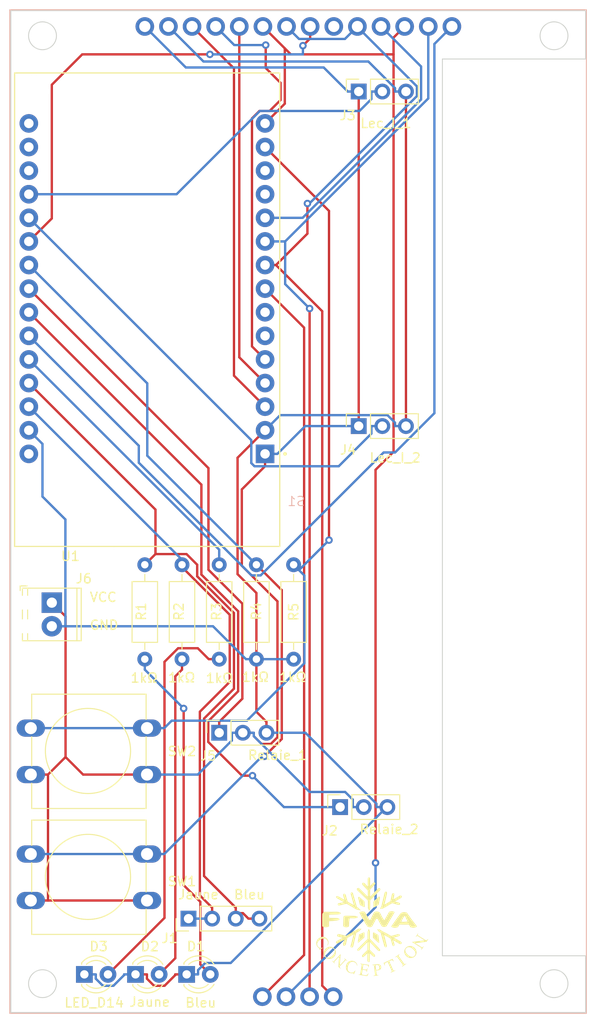
<source format=kicad_pcb>
(kicad_pcb (version 20221018) (generator pcbnew)
  (layers (0 "F.Cu" signal) (31 "B.Cu" signal) (34 "B.Paste" user) (35 "F.Paste" user) (36 "B.SilkS" user "B.Silkscreen") (37 "F.SilkS" user "F.Silkscreen") (38 "B.Mask" user) (39 "F.Mask" user) (44 "Edge.Cuts" user))
  (net 0 "")
  (net 10 "GND")
  (net 11 "Net-(D3-A)")
  (net 12 "D13")
  (net 13 "D12")
  (net 14 "Net-(D1-A)")
  (net 15 "Net-(D2-A)")
  (net 16 "D14")
  (net 17 "D27")
  (net 18 "D32")
  (net 19 "D23")
  (net 20 "D21")
  (net 21 "D19")
  (net 22 "D18")
  (net 23 "D5")
  (net 24 "D4")
  (net 25 "D2")
  (net 26 "D15")
  (net 27 "VCC")
  (net 28 "D26")
  (net 29 "D34")
  (net 30 "D35")
  (net 31 "D25")
  (net 32 "D33")
  (net 33 "D22")
  (footprint "Resistor_THT:R_Axial_DIN0207_L6.3mm_D2.5mm_P10.16mm_Horizontal" (layer "F.Cu") (at 53 95.92 -90)
    (fp_text reference "R2")
    (fp_text value "1k")
  )
  (footprint "Resistor_THT:R_Axial_DIN0207_L6.3mm_D2.5mm_P10.16mm_Horizontal" (layer "F.Cu") (at 61 95.92 -90)
    (fp_text reference "R4")
    (fp_text value "1k")
  )
  (footprint "Resistor_THT:R_Axial_DIN0207_L6.3mm_D2.5mm_P10.16mm_Horizontal" (layer "F.Cu") (at 49 95.92 -90)
    (fp_text reference "R1")
    (fp_text value "1k")
  )
  (footprint "Connector_PinSocket_2.54mm:PinSocket_1x03_P2.54mm_Vertical" (layer "F.Cu") (at 70 122 90)
    (fp_text reference "J2")
    (fp_text value "Relaie_2")
  )
  (footprint "TerminalBlock_Phoenix:TerminalBlock_Phoenix_MPT-0,5-2-2.54_1x02_P2.54mm_Horizontal" (layer "F.Cu") (at 39 100 -90)
    (fp_text reference "J6")
    (fp_text value "Screw_Terminal_01x02")
  )
  (footprint "LED_THT:LED_D3.0mm" (layer "F.Cu") (at 53.5 140)
    (fp_text reference "D1")
    (fp_text value "LED_BLEU")
  )
  (footprint "LED_THT:LED_D3.0mm" (layer "F.Cu") (at 42.5 140)
    (fp_text reference "D3")
    (fp_text value "LED")
  )
  (footprint "Module_ESP32_DEVKIT_V1:MODULE_ESP32_DEVKIT_V1" (layer "F.Cu") (at 49.23 68.475 180)
    (fp_text reference "U1")
    (fp_text value "ESP32-DEVKIT-V1")
  )
  (footprint "Button_Switch_THT:SW_PUSH-12mm" (layer "F.Cu") (at 49.24 118.5 180)
    (fp_text reference "SW2")
    (fp_text value "SW_Push")
  )
  (footprint "Connector_PinSocket_2.54mm:PinSocket_1x03_P2.54mm_Vertical" (layer "F.Cu") (at 72 81 90)
    (fp_text reference "J4")
    (fp_text value "Lecture_intensité2")
  )
  (footprint "Button_Switch_THT:SW_PUSH-12mm" (layer "F.Cu") (at 49.24 132.05 180)
    (fp_text reference "SW1")
    (fp_text value "SW_Push")
  )
  (footprint "Connector_PinSocket_2.54mm:PinSocket_1x03_P2.54mm_Vertical" (layer "F.Cu") (at 72 45 90)
    (fp_text reference "J3")
    (fp_text value "Lecture_intensité1")
  )
  (footprint "LED_THT:LED_D3.0mm" (layer "F.Cu") (at 48 140)
    (fp_text reference "D2")
    (fp_text value "LED_JAUNE")
  )
  (footprint "Resistor_THT:R_Axial_DIN0207_L6.3mm_D2.5mm_P10.16mm_Horizontal" (layer "F.Cu") (at 57 95.92 -90)
    (fp_text reference "R3")
    (fp_text value "1k")
  )
  (footprint "Connector_PinSocket_2.54mm:PinSocket_1x03_P2.54mm_Vertical" (layer "F.Cu") (at 57 114 90)
    (fp_text reference "J5")
    (fp_text value "Relaie_1")
  )
  (footprint "Resistor_THT:R_Axial_DIN0207_L6.3mm_D2.5mm_P10.16mm_Horizontal" (layer "F.Cu") (at 65 95.92 -90)
    (fp_text reference "R5")
    (fp_text value "1k")
  )
  (footprint "Connector_PinHeader_2.54mm:PinHeader_1x04_P2.54mm_Vertical" (layer "F.Cu") (at 53.7 134 90)
    (fp_text reference "J1")
    (fp_text value "LED")
  )
  (footprint "ILI9488:ILI9488_4inch_touch_screen" (layer "B.Cu") (at 65.28 89.6 180)
    (fp_text reference "S1")
    (fp_text value "~")
  )
  (gr_poly (pts (xy 68.946291 137.027078) (xy 68.976362 137.028259) (xy 69.003036 137.030007) (xy 69.027166 137.032467) (xy 69.038542 137.034012) (xy 69.049601 137.03579) (xy 69.06045 137.03782) (xy 69.071194 137.040122) (xy 69.081941 137.042713) (xy 69.092797 137.045612) (xy 69.115261 137.052407) (xy 69.139437 137.060657) (xy 69.168943 137.072259) (xy 69.19805 137.085841) (xy 69.226653 137.101298) (xy 69.254646 137.118524) (xy 69.281925 137.137415) (xy 69.308384 137.157866) (xy 69.333919 137.179772) (xy 69.358424 137.20303) (xy 69.381795 137.227533) (xy 69.403927 137.253177) (xy 69.424714 137.279858) (xy 69.444051 137.307471) (xy 69.461835 137.335911) (xy 69.477959 137.365073) (xy 69.492318 137.394853) (xy 69.504808 137.425145) (xy 69.510723 137.442186) (xy 69.516131 137.46054) (xy 69.521018 137.480037) (xy 69.525371 137.500505) (xy 69.529177 137.521771) (xy 69.532421 137.543665) (xy 69.535091 137.566016) (xy 69.537173 137.58865) (xy 69.538654 137.611398) (xy 69.539519 137.634086) (xy 69.539757 137.656545) (xy 69.539352 137.678601) (xy 69.538292 137.700085) (xy 69.536563 137.720823) (xy 69.534152 137.740644) (xy 69.531045 137.759377) (xy 69.525566 137.785132) (xy 69.519014 137.810664) (xy 69.511418 137.835942) (xy 69.502809 137.860937) (xy 69.482668 137.909956) (xy 69.458828 137.957485) (xy 69.431525 138.003283) (xy 69.400996 138.047111) (xy 69.36748 138.088731) (xy 69.331211 138.127904) (xy 69.292428 138.164391) (xy 69.251368 138.197952) (xy 69.208267 138.22835) (xy 69.163362 138.255346) (xy 69.116891 138.278699) (xy 69.093142 138.288936) (xy 69.06909 138.298172) (xy 69.044765 138.306379) (xy 69.020196 138.313526) (xy 68.995413 138.319583) (xy 68.970446 138.324521) (xy 68.961337 138.325879) (xy 68.950427 138.327117) (xy 68.924236 138.329213) (xy 68.893939 138.330766) (xy 68.8616 138.331735) (xy 68.829286 138.332077) (xy 68.799062 138.331751) (xy 68.772993 138.330714) (xy 68.762163 138.329917) (xy 68.753145 138.328926) (xy 68.738743 138.326699) (xy 68.723923 138.323883) (xy 68.708762 138.320508) (xy 68.69334 138.316603) (xy 68.677734 138.312198) (xy 68.662022 138.307323) (xy 68.646284 138.302007) (xy 68.630595 138.296279) (xy 68.615036 138.29017) (xy 68.599684 138.283709) (xy 68.584617 138.276926) (xy 68.569914 138.26985) (xy 68.555652 138.262511) (xy 68.54191 138.254938) (xy 68.528766 138.247161) (xy 68.516297 138.23921) (xy 68.501331 138.22884) (xy 68.486302 138.217565) (xy 68.471279 138.20546) (xy 68.456331 138.192602) (xy 68.441527 138.179067) (xy 68.426934 138.16493) (xy 68.41262 138.150268) (xy 68.398655 138.135158) (xy 68.385107 138.119674) (xy 68.372044 138.103893) (xy 68.359534 138.087891) (xy 68.347646 138.071744) (xy 68.336449 138.055528) (xy 68.32601 138.03932) (xy 68.316398 138.023194) (xy 68.307682 138.007228) (xy 68.297909 137.9878) (xy 68.288932 137.968616) (xy 68.280737 137.949608) (xy 68.273308 137.930709) (xy 68.266631 137.911851) (xy 68.260691 137.892965) (xy 68.255474 137.873985) (xy 68.250965 137.854841) (xy 68.249202 137.845889) (xy 68.353689 137.845889) (xy 68.35423 137.874788) (xy 68.356935 137.903074) (xy 68.361807 137.930657) (xy 68.368847 137.957446) (xy 68.378057 137.98335) (xy 68.389438 138.00828) (xy 68.402992 138.032145) (xy 68.41872 138.054854) (xy 68.436922 138.077403) (xy 68.455951 138.09832) (xy 68.475759 138.117585) (xy 68.496301 138.135178) (xy 68.51753 138.151081) (xy 68.539399 138.165273) (xy 68.561863 138.177735) (xy 68.573303 138.183311) (xy 68.584874 138.188447) (xy 68.59657 138.193141) (xy 68.608386 138.19739) (xy 68.620316 138.201191) (xy 68.632354 138.204543) (xy 68.644493 138.207443) (xy 68.656729 138.209888) (xy 68.669056 138.211875) (xy 68.681467 138.213404) (xy 68.693957 138.21447) (xy 68.70652 138.215072) (xy 68.71915 138.215207) (xy 68.731842 138.214873) (xy 68.744589 138.214067) (xy 68.757386 138.212786) (xy 68.770228 138.211029) (xy 68.783107 138.208793) (xy 68.783107 138.208792) (xy 68.808534 138.203256) (xy 68.83388 138.19642) (xy 68.85918 138.188261) (xy 68.884471 138.178757) (xy 68.90979 138.167886) (xy 68.935171 138.155626) (xy 68.960652 138.141954) (xy 68.986268 138.126848) (xy 69.012055 138.110286) (xy 69.038051 138.092246) (xy 69.06429 138.072704) (xy 69.090809 138.05164) (xy 69.117645 138.029031) (xy 69.144832 138.004853) (xy 69.172409 137.979087) (xy 69.20041 137.951708) (xy 69.223094 137.928545) (xy 69.244567 137.90558) (xy 69.264836 137.882804) (xy 69.283904 137.86021) (xy 69.301776 137.83779) (xy 69.318457 137.815537) (xy 69.333952 137.793443) (xy 69.348266 137.7715) (xy 69.361403 137.749701) (xy 69.373369 137.728037) (xy 69.384167 137.706502) (xy 69.393803 137.685088) (xy 69.402282 137.663787) (xy 69.409609 137.642591) (xy 69.415788 137.621493) (xy 69.420823 137.600485) (xy 69.422715 137.59034) (xy 69.424255 137.579419) (xy 69.425447 137.567843) (xy 69.426298 137.55573) (xy 69.426814 137.5432) (xy 69.426999 137.530372) (xy 69.42686 137.517365) (xy 69.426402 137.504298) (xy 69.425631 137.49129) (xy 69.424552 137.478461) (xy 69.423172 137.46593) (xy 69.421495 137.453816) (xy 69.419527 137.442239) (xy 69.417274 137.431317) (xy 69.414742 137.42117) (xy 69.411936 137.411916) (xy 69.408279 137.401441) (xy 69.404403 137.391164) (xy 69.400307 137.38108) (xy 69.395988 137.371188) (xy 69.391443 137.361484) (xy 69.386672 137.351964) (xy 69.381673 137.342625) (xy 69.376442 137.333464) (xy 69.370979 137.324477) (xy 69.365282 137.315661) (xy 69.359347 137.307013) (xy 69.353175 137.29853) (xy 69.346761 137.290207) (xy 69.340106 137.282042) (xy 69.333205 137.274031) (xy 69.326059 137.266172) (xy 69.317462 137.257198) (xy 69.308769 137.248586) (xy 69.29998 137.240334) (xy 69.291092 137.232442) (xy 69.282104 137.224909) (xy 69.273015 137.217733) (xy 69.263824 137.210914) (xy 69.254529 137.204452) (xy 69.245129 137.198344) (xy 69.235622 137.192591) (xy 69.226008 137.187191) (xy 69.216285 137.182143) (xy 69.206452 137.177447) (xy 69.196507 137.173102) (xy 69.186449 137.169107) (xy 69.176277 137.16546) (xy 69.165284 137.162048) (xy 69.153712 137.159063) (xy 69.141625 137.156506) (xy 69.129089 137.154377) (xy 69.116169 137.152679) (xy 69.102931 137.15141) (xy 69.089441 137.150574) (xy 69.075763 137.15017) (xy 69.061964 137.150199) (xy 69.048108 137.150662) (xy 69.034262 137.15156) (xy 69.02049 137.152894) (xy 69.006858 137.154666) (xy 68.993432 137.156874) (xy 68.980277 137.159522) (xy 68.967458 137.162609) (xy 68.943103 137.169479) (xy 68.919129 137.177248) (xy 68.89548 137.185952) (xy 68.872096 137.195629) (xy 68.848922 137.206314) (xy 68.825898 137.218045) (xy 68.802967 137.230857) (xy 68.780071 137.244787) (xy 68.757153 137.259873) (xy 68.734155 137.27615) (xy 68.71102 137.293654) (xy 68.687688 137.312424) (xy 68.664104 137.332494) (xy 68.640209 137.353902) (xy 68.615945 137.376684) (xy 68.591255 137.400876) (xy 68.563229 137.429417) (xy 68.537885 137.456375) (xy 68.514955 137.482082) (xy 68.494169 137.506871) (xy 68.484496 137.519024) (xy 68.475258 137.531073) (xy 68.466421 137.543058) (xy 68.457953 137.555021) (xy 68.449819 137.567003) (xy 68.441986 137.579046) (xy 68.434419 137.591191) (xy 68.427086 137.603481) (xy 68.410371 137.634028) (xy 68.395806 137.664686) (xy 68.383394 137.695364) (xy 68.373137 137.725971) (xy 68.365037 137.756418) (xy 68.359094 137.786614) (xy 68.355311 137.816467) (xy 68.353689 137.845889) (xy 68.249202 137.845889) (xy 68.247149 137.835467) (xy 68.244012 137.815794) (xy 68.241539 137.795755) (xy 68.239715 137.775281) (xy 68.238525 137.754305) (xy 68.237956 137.732759) (xy 68.237991 137.710574) (xy 68.238618 137.687684) (xy 68.240693 137.654494) (xy 68.244281 137.621972) (xy 68.249393 137.590101) (xy 68.256037 137.558859) (xy 68.264223 137.528227) (xy 68.27396 137.498185) (xy 68.285258 137.468714) (xy 68.298126 137.439794) (xy 68.312573 137.411405) (xy 68.32861 137.383527) (xy 68.346244 137.356141) (xy 68.365487 137.329227) (xy 68.386346 137.302765) (xy 68.408832 137.276736) (xy 68.432954 137.25112) (xy 68.458721 137.225896) (xy 68.474492 137.211418) (xy 68.490636 137.197317) (xy 68.507106 137.18362) (xy 68.523859 137.170356) (xy 68.540848 137.157554) (xy 68.558029 137.145242) (xy 68.575356 137.133448) (xy 68.592783 137.122201) (xy 68.610265 137.11153) (xy 68.627757 137.101463) (xy 68.645214 137.092028) (xy 68.66259 137.083254) (xy 68.67984 137.07517) (xy 68.696919 137.067803) (xy 68.71378 137.061182) (xy 68.73038 137.055337) (xy 68.743052 137.05129) (xy 68.755658 137.047571) (xy 68.768236 137.044173) (xy 68.780824 137.041093) (xy 68.793459 137.038325) (xy 68.806179 137.035864) (xy 68.819021 137.033706) (xy 68.832022 137.031845) (xy 68.845221 137.030277) (xy 68.858655 137.028996) (xy 68.872361 137.027998) (xy 68.886377 137.027278) (xy 68.90074 137.026831) (xy 68.915489 137.026652)) (stroke (width 0.005291)) (fill solid) (layer "F.SilkS"))
  (gr_poly (pts (xy 73.597158 135.486268) (xy 73.599599 135.486477) (xy 73.602096 135.486796) (xy 73.604653 135.487223) (xy 73.607271 135.487759) (xy 73.609953 135.488404) (xy 73.612701 135.489158) (xy 73.615518 135.49002) (xy 73.618405 135.490991) (xy 73.624403 135.493259) (xy 73.630712 135.495961) (xy 73.637352 135.499095) (xy 73.642805 135.501711) (xy 73.648158 135.504153) (xy 73.653275 135.506368) (xy 73.65802 135.508302) (xy 73.662256 135.509902) (xy 73.665849 135.511113) (xy 73.66866 135.511884) (xy 73.669731 135.512087) (xy 73.670555 135.512159) (xy 73.671413 135.512266) (xy 73.672582 135.512578) (xy 73.674043 135.513085) (xy 73.675773 135.513777) (xy 73.677754 135.514643) (xy 73.679965 135.515672) (xy 73.684995 135.518178) (xy 73.690701 135.52121) (xy 73.696919 135.524683) (xy 73.703487 135.528512) (xy 73.710243 135.532614) (xy 73.751966 135.557839) (xy 73.801924 135.587255) (xy 73.846689 135.613037) (xy 73.862927 135.622119) (xy 73.872832 135.627359) (xy 73.875759 135.628852) (xy 73.879012 135.630642) (xy 73.882482 135.632662) (xy 73.886061 135.634845) (xy 73.889639 135.637123) (xy 73.893109 135.639427) (xy 73.896362 135.641691) (xy 73.89929 135.643847) (xy 73.903297 135.646653) (xy 73.909646 135.650779) (xy 73.918009 135.656027) (xy 73.928063 135.662199) (xy 73.951938 135.676523) (xy 73.978665 135.692165) (xy 74.011477 135.711268) (xy 74.037711 135.726912) (xy 74.058149 135.739656) (xy 74.073569 135.750056) (xy 74.079642 135.754552) (xy 74.084754 135.758672) (xy 74.089002 135.762484) (xy 74.092484 135.76606) (xy 74.095297 135.769469) (xy 74.097539 135.77278) (xy 74.099308 135.776063) (xy 74.1007 135.779388) (xy 74.101966 135.782762) (xy 74.103324 135.786248) (xy 74.10473 135.789746) (xy 74.106144 135.793156) (xy 74.107522 135.796376) (xy 74.108822 135.799306) (xy 74.110002 135.801846) (xy 74.11102 135.803895) (xy 74.111476 135.804917) (xy 74.111919 135.8062) (xy 74.112347 135.807725) (xy 74.112757 135.809474) (xy 74.113149 135.811426) (xy 74.113518 135.813563) (xy 74.113863 135.815866) (xy 74.114182 135.818317) (xy 74.114731 135.823583) (xy 74.115146 135.82921) (xy 74.11541 135.835045) (xy 74.115479 135.837994) (xy 74.115503 135.840937) (xy 74.115676 135.847724) (xy 74.116172 135.856123) (xy 74.116955 135.865804) (xy 74.11799 135.876435) (xy 74.119244 135.887684) (xy 74.12068 135.899219) (xy 74.122265 135.910709) (xy 74.123962 135.921821) (xy 74.127463 135.944929) (xy 74.130751 135.969094) (xy 74.133457 135.99145) (xy 74.135212 136.009133) (xy 74.135928 136.017124) (xy 74.136893 136.026479) (xy 74.139399 136.047917) (xy 74.142392 136.070724) (xy 74.145534 136.092174) (xy 74.148716 136.114171) (xy 74.151821 136.138464) (xy 74.154493 136.162102) (xy 74.156377 136.182133) (xy 74.157138 136.190705) (xy 74.158026 136.19904) (xy 74.159011 136.206932) (xy 74.16006 136.214173) (xy 74.16114 136.220557) (xy 74.16222 136.225877) (xy 74.163266 136.229928) (xy 74.163767 136.231412) (xy 74.164247 136.232501) (xy 74.164696 136.233388) (xy 74.165106 136.234276) (xy 74.165475 136.235162) (xy 74.165802 136.236038) (xy 74.166086 136.236899) (xy 74.166327 136.237739) (xy 74.166523 136.238553) (xy 74.166673 136.239334) (xy 74.166777 136.240078) (xy 74.166834 136.240778) (xy 74.166842 136.241428) (xy 74.166801 136.242023) (xy 74.16671 136.242557) (xy 74.166567 136.243024) (xy 74.166476 136.243231) (xy 74.166372 136.243419) (xy 74.166254 136.243587) (xy 74.166123 136.243735) (xy 74.165993 136.243916) (xy 74.165879 136.244182) (xy 74.165696 136.24496) (xy 74.165574 136.24605) (xy 74.165509 136.247434) (xy 74.165502 136.249093) (xy 74.165551 136.251008) (xy 74.165654 136.253161) (xy 74.165811 136.255533) (xy 74.166277 136.260858) (xy 74.16694 136.266836) (xy 74.167787 136.273316) (xy 74.168808 136.280149) (xy 74.173191 136.309073) (xy 74.177109 136.338097) (xy 74.180976 136.370495) (xy 74.185208 136.409542) (xy 74.187618 136.430002) (xy 74.190869 136.454126) (xy 74.194536 136.4789) (xy 74.198193 136.501314) (xy 74.199817 136.511223) (xy 74.201125 136.520441) (xy 74.202111 136.528999) (xy 74.202771 136.53693) (xy 74.2031 136.544262) (xy 74.203093 136.551029) (xy 74.202745 136.557259) (xy 74.202051 136.562985) (xy 74.201006 136.568238) (xy 74.199605 136.573047) (xy 74.197844 136.577445) (xy 74.195717 136.581461) (xy 74.19322 136.585128) (xy 74.190348 136.588475) (xy 74.187095 136.591535) (xy 74.183458 136.594337) (xy 74.181778 136.595447) (xy 74.180031 136.59647) (xy 74.178221 136.597408) (xy 74.176352 136.59826) (xy 74.174425 136.599027) (xy 74.172446 136.599709) (xy 74.168342 136.60082) (xy 74.164065 136.601595) (xy 74.159643 136.602035) (xy 74.155103 136.602144) (xy 74.150472 136.601924) (xy 74.145776 136.601375) (xy 74.141043 136.600502) (xy 74.136299 136.599306) (xy 74.131572 136.597789) (xy 74.126888 136.595954) (xy 74.122274 136.593802) (xy 74.117757 136.591336) (xy 74.113365 136.588559) (xy 74.113366 136.588558) (xy 74.098637 136.578348) (xy 74.084618 136.568137) (xy 74.070806 136.557507) (xy 74.0567 136.546038) (xy 74.041797 136.533313) (xy 74.025595 136.518911) (xy 74.007591 136.502414) (xy 73.987284 136.483404) (xy 73.836894 136.34258) (xy 73.70632 136.222277) (xy 73.612166 136.137636) (xy 73.583935 136.113421) (xy 73.571037 136.103801) (xy 73.570506 136.103574) (xy 73.569944 136.103277) (xy 73.569352 136.102913) (xy 73.568731 136.102483) (xy 73.567412 136.101433) (xy 73.565999 136.100146) (xy 73.564505 136.098637) (xy 73.562942 136.096922) (xy 73.561324 136.095018) (xy 73.559662 136.092941) (xy 73.557969 136.090708) (xy 73.556259 136.088334) (xy 73.554543 136.085835) (xy 73.552835 136.083229) (xy 73.551147 136.080532) (xy 73.549491 136.077759) (xy 73.547881 136.074926) (xy 73.546329 136.072052) (xy 73.531602 136.04402) (xy 73.533384 135.819124) (xy 73.534455 135.731178) (xy 73.536049 135.658617) (xy 73.537953 135.608828) (xy 73.538956 135.594783) (xy 73.539958 135.589201) (xy 73.540203 135.588899) (xy 73.540446 135.588514) (xy 73.54092 135.587503) (xy 73.541378 135.586187) (xy 73.541818 135.584587) (xy 73.542236 135.582722) (xy 73.542631 135.580612) (xy 73.543 135.578278) (xy 73.543341 135.575738) (xy 73.543651 135.573014) (xy 73.543927 135.570124) (xy 73.544168 135.567089) (xy 73.54437 135.563929) (xy 73.544532 135.560663) (xy 73.54465 135.557311) (xy 73.544723 135.553893) (xy 73.544748 135.55043) (xy 73.544844 135.540201) (xy 73.544988 135.535846) (xy 73.545216 135.531931) (xy 73.545544 135.528407) (xy 73.545987 135.525224) (xy 73.546562 135.522332) (xy 73.547284 135.519681) (xy 73.548168 135.517223) (xy 73.54923 135.514906) (xy 73.550486 135.512683) (xy 73.551951 135.510502) (xy 73.553641 135.508315) (xy 73.555572 135.506071) (xy 73.557758 135.503722) (xy 73.560216 135.501217) (xy 73.562042 135.499453) (xy 73.563881 135.497799) (xy 73.565737 135.496255) (xy 73.567612 135.494821) (xy 73.569508 135.493498) (xy 73.571427 135.492284) (xy 73.573373 135.49118) (xy 73.575346 135.490185) (xy 73.57735 135.489301) (xy 73.579388 135.488526) (xy 73.58146 135.487861) (xy 73.583571 135.487305) (xy 73.585721 135.486859) (xy 73.587914 135.486522) (xy 73.590152 135.486295) (xy 73.592437 135.486177) (xy 73.594771 135.486168)) (stroke (width 0.005291)) (fill solid) (layer "F.SilkS"))
  (gr_poly (pts (xy 70.677932 133.689584) (xy 70.722533 133.689919) (xy 70.774966 133.690414) (xy 70.835928 133.691059) (xy 70.986229 133.692764) (xy 71.215951 133.696367) (xy 71.407023 133.701271) (xy 71.54711 133.707076) (xy 71.594179 133.710192) (xy 71.623875 133.713384) (xy 71.687375 133.723211) (xy 71.700282 133.725428) (xy 71.715047 133.728376) (xy 71.730835 133.731848) (xy 71.74681 133.735641) (xy 71.762135 133.739547) (xy 71.775974 133.743362) (xy 71.787493 133.746879) (xy 71.795854 133.749894) (xy 71.812468 133.756942) (xy 71.826948 133.763443) (xy 71.839381 133.769445) (xy 71.849851 133.774997) (xy 71.854377 133.777619) (xy 71.858444 133.780146) (xy 71.862064 133.782585) (xy 71.865248 133.784941) (xy 71.868004 133.787221) (xy 71.870346 133.78943) (xy 71.872283 133.791575) (xy 71.873825 133.793661) (xy 71.875922 133.797231) (xy 71.877868 133.801266) (xy 71.879652 133.805694) (xy 71.881265 133.810442) (xy 71.882696 133.815436) (xy 71.883935 133.820604) (xy 71.884973 133.825871) (xy 71.8858 133.831165) (xy 71.886405 133.836412) (xy 71.886779 133.841539) (xy 71.886911 133.846473) (xy 71.886793 133.85114) (xy 71.886413 133.855467) (xy 71.885762 133.85938) (xy 71.88483 133.862808) (xy 71.884256 133.864316) (xy 71.883607 133.865675) (xy 71.882798 133.866863) (xy 71.881565 133.868216) (xy 71.877938 133.871359) (xy 71.872932 133.874999) (xy 71.866759 133.87903) (xy 71.859626 133.883347) (xy 71.851742 133.887844) (xy 71.843316 133.892414) (xy 71.834556 133.896953) (xy 71.825673 133.901354) (xy 71.816873 133.905511) (xy 71.808367 133.909319) (xy 71.800363 133.912672) (xy 71.79307 133.915463) (xy 71.786696 133.917589) (xy 71.781451 133.918941) (xy 71.779317 133.919295) (xy 71.777543 133.919416) (xy 71.776492 133.91944) (xy 71.775441 133.919512) (xy 71.774397 133.919628) (xy 71.773365 133.919787) (xy 71.772354 133.919986) (xy 71.771369 133.920223) (xy 71.770418 133.920494) (xy 71.769507 133.920799) (xy 71.768643 133.921133) (xy 71.767832 133.921496) (xy 71.767081 133.921884) (xy 71.766397 133.922295) (xy 71.765787 133.922727) (xy 71.765257 133.923177) (xy 71.764815 133.923643) (xy 71.764465 133.924123) (xy 71.764294 133.924368) (xy 71.76408 133.924618) (xy 71.763824 133.924871) (xy 71.763529 133.925128) (xy 71.762824 133.925651) (xy 71.761975 133.926182) (xy 71.760992 133.926717) (xy 71.759886 133.927253) (xy 71.758667 133.927785) (xy 71.757345 133.92831) (xy 71.75593 133.928823) (xy 71.754434 133.929321) (xy 71.752865 133.929799) (xy 71.751236 133.930255) (xy 71.749555 133.930683) (xy 71.747833 133.931081) (xy 71.746081 133.931443) (xy 71.744309 133.931767) (xy 71.73607 133.933249) (xy 71.726635 133.935086) (xy 71.704946 133.939659) (xy 71.680767 133.945151) (xy 71.655625 133.951227) (xy 71.643385 133.954143) (xy 71.631218 133.956721) (xy 71.61875 133.958973) (xy 71.605606 133.960911) (xy 71.591412 133.962547) (xy 71.575792 133.963894) (xy 71.558372 133.964963) (xy 71.538776 133.965767) (xy 71.516632 133.966318) (xy 71.491562 133.966628) (xy 71.431152 133.966574) (xy 71.354547 133.965702) (xy 71.25875 133.96411) (xy 71.060312 133.960529) (xy 71.042223 133.973045) (xy 71.040387 133.974365) (xy 71.038602 133.975749) (xy 71.036867 133.977196) (xy 71.035184 133.978705) (xy 71.033552 133.980276) (xy 71.031973 133.981907) (xy 71.030446 133.983597) (xy 71.028971 133.985347) (xy 71.02755 133.987155) (xy 71.026182 133.989019) (xy 71.023609 133.992917) (xy 71.021255 133.997032) (xy 71.019124 134.001359) (xy 71.017217 134.00589) (xy 71.015539 134.010618) (xy 71.014093 134.015537) (xy 71.012881 134.02064) (xy 71.011907 134.025919) (xy 71.011174 134.031369) (xy 71.010686 134.036981) (xy 71.010444 134.04275) (xy 71.010263 134.047249) (xy 71.009901 134.052323) (xy 71.009378 134.057796) (xy 71.008718 134.063495) (xy 71.007941 134.069247) (xy 71.00707 134.074878) (xy 71.006127 134.080215) (xy 71.005133 134.085083) (xy 71.004023 134.090674) (xy 71.002748 134.098082) (xy 71.001353 134.106988) (xy 70.999884 134.117074) (xy 70.9969 134.139508) (xy 70.994158 134.162832) (xy 70.991409 134.18712) (xy 70.98841 134.212177) (xy 70.985522 134.235051) (xy 70.983109 134.252791) (xy 70.981995 134.262076) (xy 70.980739 134.275332) (xy 70.977968 134.31128) (xy 70.975143 134.355687) (xy 70.972607 134.403603) (xy 70.964739 134.554526) (xy 70.956639 134.684411) (xy 70.949237 134.779726) (xy 70.946089 134.81019) (xy 70.943464 134.826937) (xy 70.942264 134.831214) (xy 70.940818 134.835416) (xy 70.939141 134.839525) (xy 70.937246 134.843527) (xy 70.935144 134.847406) (xy 70.932849 134.851145) (xy 70.930375 134.85473) (xy 70.927733 134.858143) (xy 70.924937 134.86137) (xy 70.922 134.864395) (xy 70.918934 134.867202) (xy 70.915754 134.869774) (xy 70.91247 134.872097) (xy 70.909098 134.874155) (xy 70.905648 134.875931) (xy 70.902135 134.87741) (xy 70.88741 134.882979) (xy 70.875104 134.887721) (xy 70.872492 134.888691) (xy 70.869116 134.889856) (xy 70.865116 134.891173) (xy 70.860635 134.892597) (xy 70.850789 134.895592) (xy 70.845708 134.897073) (xy 70.840708 134.898486) (xy 70.79509 134.910774) (xy 70.756121 134.920338) (xy 70.738739 134.924146) (xy 70.722552 134.927331) (xy 70.707402 134.929912) (xy 70.693135 134.931908) (xy 70.679592 134.933338) (xy 70.66662 134.934222) (xy 70.65406 134.934578) (xy 70.641758 134.934427) (xy 70.629557 134.933787) (xy 70.617301 134.932677) (xy 70.604834 134.931117) (xy 70.592 134.929125) (xy 70.591999 134.929126) (xy 70.570054 134.925126) (xy 70.549604 134.920723) (xy 70.530212 134.915775) (xy 70.520776 134.913052) (xy 70.511441 134.91014) (xy 70.502151 134.90702) (xy 70.492853 134.903677) (xy 70.474014 134.896244) (xy 70.454484 134.8877) (xy 70.433829 134.877904) (xy 70.426916 134.874574) (xy 70.420235 134.871467) (xy 70.413949 134.868651) (xy 70.408221 134.866192) (xy 70.403214 134.864161) (xy 70.399089 134.862624) (xy 70.396011 134.861649) (xy 70.394915 134.861394) (xy 70.394141 134.861306) (xy 70.392517 134.861223) (xy 70.390893 134.860989) (xy 70.389268 134.860605) (xy 70.387643 134.86007) (xy 70.386018 134.859386) (xy 70.384394 134.858552) (xy 70.38277 134.857569) (xy 70.381147 134.856438) (xy 70.379524 134.855157) (xy 70.377903 134.853729) (xy 70.376284 134.852152) (xy 70.374665 134.850428) (xy 70.373049 134.848557) (xy 70.371435 134.846539) (xy 70.369823 134.844374) (xy 70.368214 134.842062) (xy 70.366607 134.839605) (xy 70.365003 134.837002) (xy 70.363402 134.834254) (xy 70.361805 134.831361) (xy 70.358621 134.825141) (xy 70.355453 134.818344) (xy 70.352303 134.810974) (xy 70.349173 134.803033) (xy 70.346063 134.794523) (xy 70.342977 134.785448) (xy 70.325869 134.733375) (xy 70.32949 134.637281) (xy 70.33347 134.540657) (xy 70.337954 134.443291) (xy 70.348214 134.228978) (xy 70.353849 134.113339) (xy 70.359789 133.998791) (xy 70.364537 133.903991) (xy 70.367305 133.835834) (xy 70.368663 133.786647) (xy 70.394342 133.763348) (xy 70.398728 133.759466) (xy 70.403202 133.755708) (xy 70.407817 133.752046) (xy 70.412625 133.748447) (xy 70.41768 133.744881) (xy 70.423034 133.741318) (xy 70.428741 133.737725) (xy 70.434852 133.734073) (xy 70.441422 133.730331) (xy 70.448504 133.726467) (xy 70.456149 133.722451) (xy 70.464411 133.718253) (xy 70.473343 133.71384) (xy 70.482998 133.709183) (xy 70.504687 133.69901) (xy 70.509184 133.696994) (xy 70.511447 133.696083) (xy 70.513838 133.695236) (xy 70.516442 133.694452) (xy 70.519347 133.693729) (xy 70.522641 133.693066) (xy 70.526409 133.692463) (xy 70.530741 133.691917) (xy 70.535723 133.691428) (xy 70.541441 133.690995) (xy 70.547984 133.690617) (xy 70.555438 133.690291) (xy 70.563891 133.690019) (xy 70.57343 133.689797) (xy 70.584142 133.689626) (xy 70.596115 133.689503) (xy 70.609434 133.689428) (xy 70.640465 133.689417)) (stroke (width 0.005291)) (fill solid) (layer "F.SilkS"))
  (gr_poly (pts (xy 74.219377 131.62821) (xy 74.222242 131.628465) (xy 74.225026 131.628892) (xy 74.22773 131.629491) (xy 74.230354 131.630262) (xy 74.232899 131.631205) (xy 74.235364 131.632322) (xy 74.23775 131.633612) (xy 74.240058 131.635077) (xy 74.242287 131.636717) (xy 74.244438 131.638532) (xy 74.246511 131.640523) (xy 74.248507 131.64269) (xy 74.250426 131.645035) (xy 74.252268 131.647556) (xy 74.254034 131.650256) (xy 74.255724 131.653134) (xy 74.257338 131.656191) (xy 74.258876 131.659428) (xy 74.26034 131.662845) (xy 74.261728 131.666442) (xy 74.263043 131.670221) (xy 74.264283 131.674181) (xy 74.265449 131.678323) (xy 74.266542 131.682648) (xy 74.267561 131.687156) (xy 74.268508 131.691848) (xy 74.269382 131.696725) (xy 74.270914 131.707032) (xy 74.272161 131.718083) (xy 74.276617 131.766076) (xy 74.277901 131.782342) (xy 74.278593 131.794418) (xy 74.278723 131.803027) (xy 74.278319 131.808892) (xy 74.277926 131.811022) (xy 74.27741 131.812736) (xy 74.276775 131.814126) (xy 74.276025 131.815281) (xy 74.275529 131.816125) (xy 74.274979 131.817402) (xy 74.274381 131.819088) (xy 74.27374 131.821156) (xy 74.273062 131.823579) (xy 74.272352 131.826333) (xy 74.270863 131.832724) (xy 74.269317 131.84012) (xy 74.267762 131.848312) (xy 74.266243 131.857092) (xy 74.264805 131.866249) (xy 74.261841 131.884967) (xy 74.258718 131.902679) (xy 74.255809 131.91739) (xy 74.254551 131.922997) (xy 74.253485 131.927104) (xy 74.252386 131.931319) (xy 74.251032 131.937234) (xy 74.249475 131.944579) (xy 74.247769 131.953082) (xy 74.244123 131.972478) (xy 74.240519 131.993249) (xy 74.23408 132.030611) (xy 74.22706 132.069034) (xy 74.22044 132.103299) (xy 74.215198 132.128187) (xy 74.214579 132.131123) (xy 74.213746 132.135428) (xy 74.211585 132.14732) (xy 74.209007 132.162213) (xy 74.206302 132.178458) (xy 74.203569 132.194494) (xy 74.200913 132.208819) (xy 74.198637 132.219869) (xy 74.197737 132.223678) (xy 74.197046 132.226083) (xy 74.196463 132.227893) (xy 74.195871 132.23) (xy 74.195287 132.232326) (xy 74.194728 132.234797) (xy 74.194209 132.237337) (xy 74.193748 132.239868) (xy 74.19336 132.242316) (xy 74.193062 132.244604) (xy 74.191742 132.254508) (xy 74.189718 132.26752) (xy 74.184205 132.299309) (xy 74.17782 132.332849) (xy 74.174706 132.348051) (xy 74.17186 132.36102) (xy 74.168524 132.376566) (xy 74.16484 132.395421) (xy 74.161255 132.415208) (xy 74.158216 132.433545) (xy 74.156748 132.442055) (xy 74.155005 132.450609) (xy 74.15305 132.458977) (xy 74.150949 132.466927) (xy 74.148767 132.474228) (xy 74.146569 132.480649) (xy 74.145484 132.483457) (xy 74.14442 132.485958) (xy 74.143384 132.488124) (xy 74.142384 132.489925) (xy 74.140326 132.49279) (xy 74.137357 132.496161) (xy 74.13355 132.499983) (xy 74.12898 132.504199) (xy 74.123723 132.508754) (xy 74.117852 132.513592) (xy 74.111442 132.518656) (xy 74.104569 132.523892) (xy 74.097306 132.529242) (xy 74.089729 132.534652) (xy 74.081912 132.540065) (xy 74.073929 132.545425) (xy 74.065856 132.550676) (xy 74.057766 132.555763) (xy 74.049735 132.56063) (xy 74.041838 132.56522) (xy 74.038559 132.567115) (xy 74.034912 132.569278) (xy 74.026998 132.574111) (xy 74.019073 132.579112) (xy 74.01541 132.581487) (xy 74.01211 132.583677) (xy 74.005363 132.588178) (xy 73.998956 132.592364) (xy 73.992849 132.596259) (xy 73.987004 132.599888) (xy 73.981379 132.603275) (xy 73.975936 132.606444) (xy 73.970635 132.60942) (xy 73.965436 132.612226) (xy 73.96302 132.613538) (xy 73.960203 132.615124) (xy 73.953777 132.618876) (xy 73.946973 132.622998) (xy 73.943684 132.625046) (xy 73.940606 132.627005) (xy 73.916852 132.642169) (xy 73.879751 132.665735) (xy 73.798749 132.717176) (xy 73.768085 132.736635) (xy 73.744219 132.751545) (xy 73.725892 132.762556) (xy 73.718411 132.766802) (xy 73.711843 132.770317) (xy 73.706029 132.773181) (xy 73.700813 132.775476) (xy 73.696036 132.777282) (xy 73.691541 132.778682) (xy 73.687171 132.779756) (xy 73.682768 132.780585) (xy 73.673234 132.781834) (xy 73.668983 132.782277) (xy 73.665108 132.782618) (xy 73.661571 132.782851) (xy 73.658335 132.782967) (xy 73.655364 132.782958) (xy 73.652621 132.782816) (xy 73.650067 132.782533) (xy 73.647667 132.7821) (xy 73.645383 132.781511) (xy 73.643179 132.780755) (xy 73.641017 132.779827) (xy 73.63886 132.778717) (xy 73.636671 132.777417) (xy 73.634414 132.775919) (xy 73.632051 132.774216) (xy 73.629545 132.772299) (xy 73.627875 132.770958) (xy 73.626188 132.769538) (xy 73.624494 132.768051) (xy 73.622805 132.766509) (xy 73.621133 132.764924) (xy 73.619489 132.76331) (xy 73.617885 132.761677) (xy 73.616333 132.76004) (xy 73.614842 132.758409) (xy 73.613427 132.756798) (xy 73.612096 132.755218) (xy 73.610863 132.753682) (xy 73.609739 132.752203) (xy 73.608735 132.750792) (xy 73.607862 132.749462) (xy 73.607133 132.748226) (xy 73.605945 132.74442) (xy 73.604705 132.737259) (xy 73.602085 132.71315) (xy 73.599304 132.67646) (xy 73.596391 132.627752) (xy 73.593379 132.567588) (xy 73.590296 132.496529) (xy 73.587175 132.415139) (xy 73.584045 132.323978) (xy 73.582527 132.275011) (xy 73.582145 132.255076) (xy 73.582153 132.237728) (xy 73.582654 132.222633) (xy 73.583749 132.209456) (xy 73.585544 132.197863) (xy 73.58814 132.187521) (xy 73.59164 132.178094) (xy 73.596148 132.169248) (xy 73.601767 132.16065) (xy 73.6086 132.151964) (xy 73.61675 132.142857) (xy 73.62632 132.132995) (xy 73.650132 132.109666) (xy 73.790259 131.974915) (xy 73.932851 131.840214) (xy 74.047932 131.733633) (xy 74.085789 131.699658) (xy 74.105528 131.683239) (xy 74.123044 131.671617) (xy 74.140154 131.66103) (xy 74.15654 131.651636) (xy 74.171882 131.643595) (xy 74.179062 131.640131) (xy 74.185861 131.637064) (xy 74.19224 131.634415) (xy 74.198159 131.632203) (xy 74.203577 131.630449) (xy 74.208455 131.629171) (xy 74.212753 131.628389) (xy 74.216431 131.628124)) (stroke (width 0.005291)) (fill solid) (layer "F.SilkS"))
  (gr_poly (pts (xy 72.564181 135.475244) (xy 72.565903 135.475475) (xy 72.567674 135.475853) (xy 72.569486 135.476369) (xy 72.571332 135.477018) (xy 72.573206 135.477791) (xy 72.575099 135.478683) (xy 72.577005 135.479687) (xy 72.580828 135.482001) (xy 72.584617 135.484678) (xy 72.588315 135.487663) (xy 72.591866 135.490901) (xy 72.595212 135.494338) (xy 72.598296 135.497917) (xy 72.601062 135.501584) (xy 72.603453 135.505284) (xy 72.60449 135.507129) (xy 72.605411 135.508961) (xy 72.606211 135.510775) (xy 72.606881 135.512562) (xy 72.607414 135.514316) (xy 72.607804 135.516029) (xy 72.608043 135.517696) (xy 72.608124 135.51931) (xy 72.608153 135.520696) (xy 72.608235 135.522078) (xy 72.608369 135.523446) (xy 72.608552 135.524792) (xy 72.608781 135.526108) (xy 72.609053 135.527384) (xy 72.609366 135.528613) (xy 72.609717 135.529785) (xy 72.610102 135.530893) (xy 72.61052 135.531926) (xy 72.610966 135.532877) (xy 72.61144 135.533738) (xy 72.611937 135.534499) (xy 72.612456 135.535152) (xy 72.612992 135.535688) (xy 72.613545 135.536099) (xy 72.614787 135.541945) (xy 72.615855 135.556964) (xy 72.61747 135.609282) (xy 72.618655 135.766338) (xy 72.617177 135.923394) (xy 72.615465 135.975713) (xy 72.614369 135.990733) (xy 72.613116 135.99658) (xy 72.61286 135.996751) (xy 72.612607 135.996946) (xy 72.612358 135.997163) (xy 72.612113 135.997401) (xy 72.611872 135.997661) (xy 72.611636 135.99794) (xy 72.611404 135.998239) (xy 72.611178 135.998556) (xy 72.610741 135.999242) (xy 72.61033 135.999992) (xy 72.609945 136.000798) (xy 72.60959 136.001654) (xy 72.609267 136.002555) (xy 72.608979 136.003492) (xy 72.608729 136.004459) (xy 72.608518 136.005451) (xy 72.608349 136.006459) (xy 72.608226 136.007478) (xy 72.60815 136.0085) (xy 72.608124 136.00952) (xy 72.607753 136.010842) (xy 72.606665 136.012798) (xy 72.602498 136.018462) (xy 72.595933 136.026208) (xy 72.587284 136.035733) (xy 72.564982 136.058905) (xy 72.538088 136.08555) (xy 72.5091 136.113238) (xy 72.480517 136.139541) (xy 72.454836 136.162031) (xy 72.443864 136.171087) (xy 72.434554 136.178279) (xy 72.418864 136.190057) (xy 72.402249 136.202948) (xy 72.385458 136.216333) (xy 72.369238 136.229592) (xy 72.354336 136.242105) (xy 72.341501 136.253255) (xy 72.33148 136.262422) (xy 72.32502 136.268987) (xy 72.323681 136.270425) (xy 72.321868 136.27223) (xy 72.316944 136.276831) (xy 72.310497 136.282578) (xy 72.302778 136.289257) (xy 72.294036 136.296655) (xy 72.28452 136.304557) (xy 72.27448 136.312752) (xy 72.264166 136.321024) (xy 72.251956 136.331124) (xy 72.236485 136.344556) (xy 72.218382 136.360738) (xy 72.198278 136.379091) (xy 72.176803 136.399033) (xy 72.154588 136.419984) (xy 72.132263 136.441363) (xy 72.110459 136.46259) (xy 72.078809 136.493572) (xy 72.053754 136.517744) (xy 72.034162 136.536051) (xy 72.026061 136.543301) (xy 72.018901 136.549438) (xy 72.012541 136.554581) (xy 72.006839 136.558848) (xy 72.001654 136.562357) (xy 71.996844 136.565226) (xy 71.992269 136.567573) (xy 71.987785 136.569516) (xy 71.983253 136.571173) (xy 71.97853 136.572663) (xy 71.9583 136.578578) (xy 71.952063 136.58033) (xy 71.950328 136.580786) (xy 71.949674 136.580917) (xy 71.948201 136.580255) (xy 71.944462 136.578613) (xy 71.932444 136.573374) (xy 71.932445 136.573374) (xy 71.930202 136.572324) (xy 71.928057 136.571169) (xy 71.92601 136.569907) (xy 71.92406 136.568539) (xy 71.922208 136.567063) (xy 71.920453 136.56548) (xy 71.918795 136.563789) (xy 71.917235 136.561989) (xy 71.915771 136.560081) (xy 71.914404 136.558064) (xy 71.913134 136.555937) (xy 71.911961 136.5537) (xy 71.910885 136.551353) (xy 71.909904 136.548895) (xy 71.909021 136.546326) (xy 71.908233 136.543646) (xy 71.907542 136.540854) (xy 71.906946 136.537949) (xy 71.906447 136.534932) (xy 71.906043 136.531801) (xy 71.905735 136.528557) (xy 71.905523 136.525199) (xy 71.905406 136.521727) (xy 71.905385 136.51814) (xy 71.905458 136.514438) (xy 71.905628 136.510621) (xy 71.905892 136.506687) (xy 71.906251 136.502638) (xy 71.906705 136.498471) (xy 71.907253 136.494188) (xy 71.908634 136.485268) (xy 71.909896 136.477447) (xy 71.911073 136.469257) (xy 71.91214 136.46094) (xy 71.913071 136.452741) (xy 71.913839 136.444903) (xy 71.91442 136.437667) (xy 71.914788 136.431279) (xy 71.914916 136.42598) (xy 71.915008 136.421326) (xy 71.915273 136.416787) (xy 71.91569 136.412474) (xy 71.916243 136.408503) (xy 71.916565 136.40668) (xy 71.916913 136.404986) (xy 71.917286 136.403433) (xy 71.91768 136.402037) (xy 71.918095 136.400811) (xy 71.918527 136.39977) (xy 71.918975 136.398927) (xy 71.919435 136.398297) (xy 71.919675 136.397967) (xy 71.919929 136.397497) (xy 71.920475 136.396153) (xy 71.921067 136.394298) (xy 71.9217 136.391961) (xy 71.922368 136.389175) (xy 71.923066 136.385969) (xy 71.924527 136.378425) (xy 71.926039 136.369579) (xy 71.927556 136.359678) (xy 71.929033 136.348972) (xy 71.930425 136.337708) (xy 71.931824 136.326359) (xy 71.933323 136.315409) (xy 71.934874 136.305123) (xy 71.93643 136.295768) (xy 71.937945 136.287608) (xy 71.939373 136.280909) (xy 71.940667 136.275937) (xy 71.94125 136.274181) (xy 71.941781 136.272957) (xy 71.942278 136.271942) (xy 71.942762 136.270802) (xy 71.943229 136.269548) (xy 71.943678 136.268194) (xy 71.944104 136.266751) (xy 71.944507 136.265233) (xy 71.944884 136.263651) (xy 71.945231 136.262019) (xy 71.945547 136.260348) (xy 71.945829 136.258651) (xy 71.946074 136.256941) (xy 71.94628 136.255229) (xy 71.946445 136.25353) (xy 71.946566 136.251854) (xy 71.946641 136.250215) (xy 71.946666 136.248624) (xy 71.94672 136.246824) (xy 71.94688 136.244567) (xy 71.947494 136.238819) (xy 71.948465 136.231646) (xy 71.94975 136.223315) (xy 71.951306 136.214092) (xy 71.953089 136.204242) (xy 71.955057 136.194033) (xy 71.957166 136.18373) (xy 71.959277 136.173391) (xy 71.96125 136.16308) (xy 71.963041 136.153069) (xy 71.964607 136.143633) (xy 71.965904 136.135044) (xy 71.966889 136.127575) (xy 71.967519 136.1215) (xy 71.96775 136.117093) (xy 71.967786 136.115356) (xy 71.967876 136.113634) (xy 71.968015 136.111938) (xy 71.968202 136.110279) (xy 71.968433 136.108665) (xy 71.968706 136.107108) (xy 71.969017 136.105619) (xy 71.969365 136.104207) (xy 71.969746 136.102882) (xy 71.970158 136.101656) (xy 71.970599 136.100538) (xy 71.971064 136.099539) (xy 71.971552 136.098669) (xy 71.97206 136.097938) (xy 71.972585 136.097358) (xy 71.973124 136.096937) (xy 71.973396 136.096742) (xy 71.973663 136.096497) (xy 71.973927 136.096202) (xy 71.974187 136.09586) (xy 71.974443 136.095471) (xy 71.974693 136.095037) (xy 71.975179 136.094042) (xy 71.975641 136.092887) (xy 71.976078 136.091582) (xy 71.976485 136.090142) (xy 71.976862 136.088578) (xy 71.977204 136.086902) (xy 71.977509 136.085127) (xy 71.977775 136.083264) (xy 71.977998 136.081327) (xy 71.978177 136.079327) (xy 71.978308 136.077276) (xy 71.978388 136.075187) (xy 71.978416 136.073072) (xy 71.97852 136.068417) (xy 71.978819 136.063072) (xy 71.97929 136.057226) (xy 71.979915 136.051068) (xy 71.980671 136.044786) (xy 71.981537 136.038568) (xy 71.982493 136.032604) (xy 71.983518 136.027082) (xy 71.988887 135.999751) (xy 71.992802 135.978203) (xy 71.994334 135.968896) (xy 71.995647 135.960194) (xy 71.997806 135.943478) (xy 71.998359 135.939064) (xy 71.998993 135.934633) (xy 71.999685 135.930305) (xy 72.000413 135.926198) (xy 72.001156 135.922432) (xy 72.00189 135.919126) (xy 72.002594 135.916401) (xy 72.003244 135.914374) (xy 72.003867 135.912564) (xy 72.00449 135.910457) (xy 72.005098 135.90813) (xy 72.005672 135.905659) (xy 72.006197 135.90312) (xy 72.006656 135.900589) (xy 72.007033 135.898141) (xy 72.00731 135.895853) (xy 72.009433 135.877678) (xy 72.012208 135.858305) (xy 72.015552 135.838153) (xy 72.019382 135.817642) (xy 72.023616 135.79719) (xy 72.028172 135.777217) (xy 72.032967 135.758141) (xy 72.037918 135.74038) (xy 72.038756 135.737743) (xy 72.039713 135.735109) (xy 72.041972 135.729861) (xy 72.044672 135.724658) (xy 72.04779 135.719523) (xy 72.051303 135.714477) (xy 72.055189 135.709544) (xy 72.059424 135.704744) (xy 72.063985 135.7001) (xy 72.06885 135.695634) (xy 72.073995 135.691369) (xy 72.079398 135.687326) (xy 72.085037 135.683528) (xy 72.090887 135.679996) (xy 72.096926 135.676753) (xy 72.103132 135.673821) (xy 72.10948 135.671222) (xy 72.122928 135.665956) (xy 72.13712 135.660098) (xy 72.150366 135.654363) (xy 72.156107 135.651765) (xy 72.160978 135.649464) (xy 72.165322 135.647398) (xy 72.16955 135.645472) (xy 72.173559 135.643726) (xy 72.177242 135.642204) (xy 72.180495 135.640948) (xy 72.183212 135.639999) (xy 72.185289 135.6394) (xy 72.186054 135.639245) (xy 72.18662 135.639193) (xy 72.186869 135.639179) (xy 72.187154 135.639137) (xy 72.187828 135.638973) (xy 72.18863 135.638707) (xy 72.189552 135.638345) (xy 72.190582 135.63789) (xy 72.191711 135.63735) (xy 72.192929 135.63673) (xy 72.194226 135.636034) (xy 72.195592 135.635269) (xy 72.197016 135.63444) (xy 72.198489 135.633553) (xy 72.2 135.632613) (xy 72.20154 135.631625) (xy 72.203098 135.630595) (xy 72.204665 135.629528) (xy 72.20623 135.62843) (xy 72.207862 135.627303) (xy 72.209626 135.626149) (xy 72.213482 135.623797) (xy 72.217664 135.62144) (xy 72.222039 135.619147) (xy 72.226474 135.616985) (xy 72.230834 135.615022) (xy 72.234986 135.613325) (xy 72.236942 135.612598) (xy 72.238797 135.611962) (xy 72.24273 135.610627) (xy 72.247235 135.609011) (xy 72.252153 135.607175) (xy 72.257325 135.605182) (xy 72.262594 135.603093) (xy 72.267801 135.600971) (xy 72.272787 135.598876) (xy 72.277395 135.596872) (xy 72.309279 135.582608) (xy 72.340641 135.568373) (xy 72.370806 135.554474) (xy 72.399103 135.541218) (xy 72.440428 135.52194) (xy 72.471808 135.507873) (xy 72.483595 135.502869) (xy 72.492689 135.499258) (xy 72.49902 135.497069) (xy 72.501128 135.496517) (xy 72.50252 135.496332) (xy 72.503501 135.496297) (xy 72.504542 135.496186) (xy 72.505665 135.495989) (xy 72.506892 135.495696) (xy 72.508247 135.495299) (xy 72.509751 135.494787) (xy 72.511427 135.494152) (xy 72.513297 135.493383) (xy 72.515384 135.49247) (xy 72.517709 135.491406) (xy 72.520297 135.490179) (xy 72.523167 135.488781) (xy 72.529851 135.485432) (xy 72.537938 135.481283) (xy 72.53921 135.48066) (xy 72.540575 135.480054) (xy 72.542022 135.479469) (xy 72.543538 135.478908) (xy 72.545111 135.478373) (xy 72.546727 135.477869) (xy 72.548374 135.477398) (xy 72.550039 135.476963) (xy 72.55171 135.476567) (xy 72.553375 135.476214) (xy 72.55502 135.475907) (xy 72.556633 135.475648) (xy 72.558201 135.475442) (xy 72.559713 135.47529) (xy 72.561155 135.475197) (xy 72.562514 135.475165)) (stroke (width 0.005291)) (fill solid) (layer "F.SilkS"))
  (gr_poly (pts (xy 70.185136 134.887797) (xy 70.185407 134.887818) (xy 70.185666 134.887852) (xy 70.185912 134.887898) (xy 70.186146 134.887958) (xy 70.186367 134.888029) (xy 70.186576 134.888113) (xy 70.186771 134.888208) (xy 70.186954 134.888314) (xy 70.187123 134.888432) (xy 70.187278 134.888559) (xy 70.187421 134.888697) (xy 70.187549 134.888845) (xy 70.187664 134.889003) (xy 70.187764 134.889169) (xy 70.187851 134.889345) (xy 70.187923 134.889529) (xy 70.18798 134.889721) (xy 70.188023 134.889921) (xy 70.188052 134.890129) (xy 70.188065 134.890344) (xy 70.188064 134.890565) (xy 70.188047 134.890793) (xy 70.188015 134.891027) (xy 70.187967 134.891268) (xy 70.187904 134.891513) (xy 70.187825 134.891764) (xy 70.187729 134.892019) (xy 70.187618 134.892279) (xy 70.187491 134.892543) (xy 70.187347 134.892811) (xy 70.187187 134.893082) (xy 70.186842 134.893621) (xy 70.186482 134.894145) (xy 70.186112 134.894651) (xy 70.185733 134.895137) (xy 70.185349 134.895599) (xy 70.184962 134.896036) (xy 70.184575 134.896443) (xy 70.184192 134.896819) (xy 70.183814 134.897162) (xy 70.183446 134.897467) (xy 70.183089 134.897733) (xy 70.182747 134.897956) (xy 70.182422 134.898135) (xy 70.182118 134.898266) (xy 70.181975 134.898313) (xy 70.181838 134.898346) (xy 70.181707 134.898367) (xy 70.181583 134.898374) (xy 70.181463 134.898367) (xy 70.181345 134.898346) (xy 70.181229 134.898313) (xy 70.181114 134.898266) (xy 70.181001 134.898207) (xy 70.180891 134.898135) (xy 70.180782 134.898051) (xy 70.180677 134.897956) (xy 70.180573 134.89785) (xy 70.180473 134.897733) (xy 70.180375 134.897605) (xy 70.18028 134.897467) (xy 70.180189 134.897319) (xy 70.180101 134.897162) (xy 70.180016 134.896995) (xy 70.179935 134.896819) (xy 70.179857 134.896635) (xy 70.179784 134.896443) (xy 70.179714 134.896243) (xy 70.179649 134.896036) (xy 70.179588 134.895821) (xy 70.179532 134.895599) (xy 70.17948 134.895371) (xy 70.179433 134.895137) (xy 70.179392 134.894897) (xy 70.179355 134.894651) (xy 70.179323 134.894401) (xy 70.179297 134.894145) (xy 70.179276 134.893885) (xy 70.179262 134.893621) (xy 70.179253 134.893353) (xy 70.179249 134.893082) (xy 70.179257 134.892811) (xy 70.179279 134.892543) (xy 70.179314 134.892279) (xy 70.179364 134.892019) (xy 70.179427 134.891764) (xy 70.179502 134.891513) (xy 70.179591 134.891268) (xy 70.179692 134.891027) (xy 70.179804 134.890793) (xy 70.179928 134.890565) (xy 70.180064 134.890344) (xy 70.18021 134.890129) (xy 70.180367 134.889921) (xy 70.180533 134.889721) (xy 70.18071 134.889529) (xy 70.180896 134.889345) (xy 70.181091 134.889169) (xy 70.181294 134.889003) (xy 70.181506 134.888845) (xy 70.181726 134.888697) (xy 70.181953 134.888559) (xy 70.182188 134.888432) (xy 70.182429 134.888314) (xy 70.182678 134.888208) (xy 70.182932 134.888113) (xy 70.183192 134.888029) (xy 70.183457 134.887958) (xy 70.183728 134.887898) (xy 70.184003 134.887852) (xy 70.184283 134.887818) (xy 70.184566 134.887797) (xy 70.184853 134.88779)) (stroke (width 0.005291)) (fill solid) (layer "F.SilkS"))
  (gr_poly (pts (xy 74.072309 138.900139) (xy 74.090045 138.901077) (xy 74.106638 138.902568) (xy 74.122334 138.904607) (xy 74.137381 138.90719) (xy 74.166519 138.913964) (xy 74.183516 138.918936) (xy 74.200097 138.92455) (xy 74.216244 138.930795) (xy 74.231941 138.937658) (xy 74.247169 138.945125) (xy 74.261911 138.953186) (xy 74.276149 138.961826) (xy 74.289865 138.971034) (xy 74.303041 138.980797) (xy 74.315661 138.991103) (xy 74.327705 139.001939) (xy 74.339157 139.013293) (xy 74.349999 139.025152) (xy 74.360212 139.037503) (xy 74.369781 139.050335) (xy 74.378685 139.063635) (xy 74.388258 139.080302) (xy 74.396634 139.098089) (xy 74.403809 139.116852) (xy 74.409781 139.136448) (xy 74.414545 139.156735) (xy 74.418099 139.177571) (xy 74.420438 139.198813) (xy 74.42156 139.220319) (xy 74.421462 139.241945) (xy 74.420139 139.263549) (xy 74.417589 139.28499) (xy 74.413807 139.306123) (xy 74.408792 139.326808) (xy 74.402538 139.3469) (xy 74.395044 139.366258) (xy 74.386305 139.384739) (xy 74.379778 139.396688) (xy 74.372836 139.408234) (xy 74.365479 139.419378) (xy 74.357707 139.43012) (xy 74.349517 139.440462) (xy 74.340909 139.450403) (xy 74.331881 139.459944) (xy 74.322433 139.469085) (xy 74.312564 139.477827) (xy 74.302272 139.486171) (xy 74.291556 139.494116) (xy 74.280416 139.501664) (xy 74.26885 139.508815) (xy 74.256857 139.515569) (xy 74.244436 139.521926) (xy 74.231586 139.527888) (xy 74.218306 139.533454) (xy 74.204594 139.538626) (xy 74.190451 139.543403) (xy 74.175874 139.547787) (xy 74.160863 139.551777) (xy 74.145416 139.555374) (xy 74.129532 139.558579) (xy 74.113211 139.561391) (xy 74.096452 139.563813) (xy 74.079252 139.565843) (xy 74.061612 139.567482) (xy 74.043529 139.568732) (xy 74.006035 139.570063) (xy 73.966759 139.569839) (xy 73.94063 139.569246) (xy 73.920114 139.56895) (xy 73.904555 139.568994) (xy 73.893299 139.569423) (xy 73.889079 139.569796) (xy 73.885689 139.570282) (xy 73.883047 139.570887) (xy 73.881071 139.571616) (xy 73.87968 139.572475) (xy 73.87879 139.57347) (xy 73.878321 139.574606) (xy 73.87819 139.575889) (xy 73.87842 139.579383) (xy 73.879039 139.586193) (xy 73.881276 139.608145) (xy 73.884565 139.638522) (xy 73.888573 139.674103) (xy 73.909444 139.853884) (xy 73.916581 139.911602) (xy 73.922286 139.952965) (xy 73.927133 139.981794) (xy 73.931696 140.001911) (xy 73.936549 140.017136) (xy 73.942267 140.03129) (xy 73.944083 140.03531) (xy 73.946043 140.039179) (xy 73.948147 140.042898) (xy 73.950397 140.046467) (xy 73.952792 140.049886) (xy 73.955334 140.053156) (xy 73.958024 140.056276) (xy 73.960862 140.059248) (xy 73.963849 140.062071) (xy 73.966985 140.064746) (xy 73.970271 140.067273) (xy 73.973709 140.069653) (xy 73.977298 140.071885) (xy 73.981039 140.07397) (xy 73.984934 140.075908) (xy 73.988982 140.077699) (xy 73.993185 140.079345) (xy 73.997542 140.080844) (xy 74.002056 140.082198) (xy 74.006726 140.083407) (xy 74.011554 140.08447) (xy 74.016539 140.085389) (xy 74.021684 140.086164) (xy 74.026987 140.086794) (xy 74.032451 140.08728) (xy 74.038075 140.087623) (xy 74.043861 140.087823) (xy 74.049809 140.087879) (xy 74.05592 140.087793) (xy 74.062195 140.087565) (xy 74.068634 140.087194) (xy 74.075238 140.086682) (xy 74.116248 140.083105) (xy 74.116248 140.099531) (xy 74.116229 140.101204) (xy 74.116174 140.102831) (xy 74.116084 140.104402) (xy 74.115961 140.105909) (xy 74.115808 140.107344) (xy 74.115625 140.108699) (xy 74.115416 140.109964) (xy 74.11518 140.111132) (xy 74.114922 140.112194) (xy 74.114642 140.113142) (xy 74.114342 140.113967) (xy 74.114025 140.114661) (xy 74.113691 140.115215) (xy 74.113344 140.115622) (xy 74.113165 140.115767) (xy 74.112984 140.115872) (xy 74.1128 140.115935) (xy 74.112613 140.115957) (xy 73.967763 140.132393) (xy 73.724665 140.161112) (xy 73.650989 140.169861) (xy 73.628566 140.172194) (xy 73.613585 140.173244) (xy 73.608378 140.173306) (xy 73.604422 140.17307) (xy 73.601515 140.172543) (xy 73.599452 140.171731) (xy 73.59803 140.170644) (xy 73.597048 140.169287) (xy 73.595586 140.165795) (xy 73.594413 140.162564) (xy 73.593927 140.161068) (xy 73.593512 140.159648) (xy 73.59317 140.158301) (xy 73.592903 140.157026) (xy 73.592715 140.155819) (xy 73.592607 140.154678) (xy 73.592582 140.1536) (xy 73.592643 140.152584) (xy 73.592792 140.151626) (xy 73.593032 140.150724) (xy 73.593365 140.149875) (xy 73.593794 140.149077) (xy 73.594321 140.148328) (xy 73.594949 140.147624) (xy 73.59568 140.146964) (xy 73.596517 140.146344) (xy 73.597462 140.145763) (xy 73.598518 140.145217) (xy 73.599687 140.144705) (xy 73.600973 140.144223) (xy 73.602376 140.143769) (xy 73.6039 140.143341) (xy 73.605548 140.142937) (xy 73.607322 140.142552) (xy 73.611257 140.141836) (xy 73.615725 140.141171) (xy 73.620748 140.140538) (xy 73.636354 140.138376) (xy 73.65086 140.135677) (xy 73.664285 140.132424) (xy 73.676649 140.128601) (xy 73.687972 140.12419) (xy 73.698275 140.119175) (xy 73.70305 140.116436) (xy 73.707578 140.113539) (xy 73.71186 140.110483) (xy 73.7159 140.107265) (xy 73.719699 140.103883) (xy 73.723262 140.100336) (xy 73.726589 140.09662) (xy 73.729683 140.092735) (xy 73.732548 140.088677) (xy 73.735185 140.084445) (xy 73.737596 140.080037) (xy 73.739786 140.07545) (xy 73.741755 140.070682) (xy 73.743507 140.065732) (xy 73.745044 140.060596) (xy 73.746368 140.055274) (xy 73.74839 140.04406) (xy 73.749592 140.032073) (xy 73.749882 140.025592) (xy 73.74993 140.018012) (xy 73.749684 140.008828) (xy 73.749092 139.997532) (xy 73.7481 139.983617) (xy 73.746657 139.966576) (xy 73.742205 139.921089) (xy 73.735317 139.857015) (xy 73.725573 139.770297) (xy 73.695836 139.512707) (xy 73.666438 139.258707) (xy 73.659941 139.204754) (xy 73.653795 139.158929) (xy 73.64788 139.120644) (xy 73.642075 139.089311) (xy 73.636258 139.064342) (xy 73.633306 139.054061) (xy 73.630307 139.04515) (xy 73.627243 139.037536) (xy 73.624101 139.031145) (xy 73.620864 139.025905) (xy 73.617519 139.021741) (xy 73.61581 139.020001) (xy 73.812438 139.020001) (xy 73.812552 139.022035) (xy 73.812768 139.024258) (xy 73.825059 139.129062) (xy 73.8656 139.480958) (xy 73.866309 139.486896) (xy 73.867074 139.492613) (xy 73.867871 139.497972) (xy 73.868675 139.502834) (xy 73.869464 139.507062) (xy 73.870211 139.510517) (xy 73.870894 139.513063) (xy 73.871204 139.513952) (xy 73.871488 139.514561) (xy 73.871734 139.514789) (xy 73.872198 139.515008) (xy 73.873757 139.515418) (xy 73.87612 139.515793) (xy 73.879242 139.516129) (xy 73.883077 139.516426) (xy 73.887581 139.516683) (xy 73.898413 139.517072) (xy 73.911379 139.517286) (xy 73.926116 139.517317) (xy 73.942264 139.517154) (xy 73.959462 139.51679) (xy 73.984439 139.516039) (xy 74.004836 139.515182) (xy 74.02144 139.514124) (xy 74.035037 139.512764) (xy 74.040954 139.511941) (xy 74.046414 139.511006) (xy 74.051515 139.509946) (xy 74.056356 139.50875) (xy 74.06565 139.5059) (xy 74.075083 139.502356) (xy 74.078463 139.50092) (xy 74.082018 139.499265) (xy 74.085723 139.497406) (xy 74.089554 139.495358) (xy 74.093489 139.493138) (xy 74.097502 139.49076) (xy 74.10157 139.488241) (xy 74.10567 139.485597) (xy 74.109777 139.482842) (xy 74.113868 139.479992) (xy 74.117919 139.477064) (xy 74.121906 139.474072) (xy 74.125806 139.471033) (xy 74.129595 139.467961) (xy 74.133248 139.464874) (xy 74.136742 139.461786) (xy 74.148484 139.450559) (xy 74.159306 139.438956) (xy 74.169213 139.426966) (xy 74.178209 139.414576) (xy 74.186297 139.401774) (xy 74.193482 139.388551) (xy 74.199768 139.374893) (xy 74.205159 139.360789) (xy 74.209658 139.346228) (xy 74.21327 139.331197) (xy 74.215999 139.315686) (xy 74.217849 139.299683) (xy 74.218823 139.283176) (xy 74.218927 139.266153) (xy 74.218163 139.248603) (xy 74.216536 139.230514) (xy 74.213256 139.207295) (xy 74.208731 139.184919) (xy 74.202997 139.163434) (xy 74.196089 139.142885) (xy 74.188041 139.12332) (xy 74.178888 139.104784) (xy 74.168665 139.087325) (xy 74.157406 139.070989) (xy 74.145146 139.055823) (xy 74.131921 139.041872) (xy 74.117764 139.029184) (xy 74.102711 139.017806) (xy 74.086796 139.007783) (xy 74.070054 138.999162) (xy 74.05252 138.99199) (xy 74.034228 138.986314) (xy 74.02316 138.983762) (xy 74.011366 138.981723) (xy 73.998949 138.980186) (xy 73.986013 138.979145) (xy 73.972662 138.978592) (xy 73.958999 138.978518) (xy 73.945126 138.978915) (xy 73.931148 138.979776) (xy 73.917167 138.981092) (xy 73.903288 138.982855) (xy 73.889612 138.985058) (xy 73.876244 138.987691) (xy 73.863288 138.990748) (xy 73.850845 138.99422) (xy 73.839021 138.998098) (xy 73.827917 139.002376) (xy 73.825416 139.003453) (xy 73.823174 139.004494) (xy 73.821181 139.005514) (xy 73.819424 139.006529) (xy 73.818631 139.007041) (xy 73.817893 139.007557) (xy 73.817209 139.00808) (xy 73.816578 139.008613) (xy 73.815997 139.009156) (xy 73.815465 139.009712) (xy 73.814982 139.010284) (xy 73.814545 139.010872) (xy 73.814154 139.01148) (xy 73.813806 139.012109) (xy 73.813501 139.012761) (xy 73.813237 139.013438) (xy 73.813013 139.014142) (xy 73.812827 139.014875) (xy 73.812678 139.01564) (xy 73.812565 139.016438) (xy 73.812485 139.017271) (xy 73.812439 139.018141) (xy 73.812438 139.020001) (xy 73.61581 139.020001) (xy 73.613186 139.01733) (xy 73.608717 139.013251) (xy 73.604097 139.009497) (xy 73.599309 139.006062) (xy 73.594336 139.00294) (xy 73.589161 139.000126) (xy 73.583769 138.997613) (xy 73.578143 138.995395) (xy 73.572267 138.993467) (xy 73.566123 138.991823) (xy 73.559696 138.990456) (xy 73.552969 138.989361) (xy 73.545925 138.988532) (xy 73.538549 138.987963) (xy 73.530823 138.987647) (xy 73.522732 138.98758) (xy 73.514349 138.987702) (xy 73.506102 138.987952) (xy 73.498201 138.988315) (xy 73.490856 138.988776) (xy 73.48428 138.989319) (xy 73.478683 138.989929) (xy 73.474276 138.99059) (xy 73.472585 138.990934) (xy 73.47127 138.991286) (xy 73.469719 138.991741) (xy 73.468293 138.992076) (xy 73.467625 138.992196) (xy 73.466984 138.992284) (xy 73.466371 138.99234) (xy 73.465785 138.992361) (xy 73.465223 138.992348) (xy 73.464686 138.992299) (xy 73.464172 138.992215) (xy 73.46368 138.992094) (xy 73.46321 138.991935) (xy 73.462759 138.991738) (xy 73.462328 138.991502) (xy 73.461915 138.991227) (xy 73.461519 138.990911) (xy 73.461139 138.990553) (xy 73.460774 138.990154) (xy 73.460424 138.989712) (xy 73.460086 138.989227) (xy 73.45976 138.988697) (xy 73.459446 138.988123) (xy 73.459141 138.987503) (xy 73.458845 138.986836) (xy 73.458558 138.986122) (xy 73.458002 138.984551) (xy 73.457466 138.982781) (xy 73.456942 138.980808) (xy 73.456611 138.979368) (xy 73.456336 138.977926) (xy 73.456116 138.97649) (xy 73.455952 138.97507) (xy 73.455843 138.973675) (xy 73.455788 138.972315) (xy 73.455787 138.970998) (xy 73.455838 138.969735) (xy 73.455942 138.968534) (xy 73.456098 138.967405) (xy 73.456305 138.966356) (xy 73.456562 138.965398) (xy 73.45687 138.96454) (xy 73.457227 138.963791) (xy 73.457634 138.96316) (xy 73.458088 138.962656) (xy 73.459082 138.962166) (xy 73.461072 138.961573) (xy 73.464004 138.960886) (xy 73.467823 138.960114) (xy 73.477909 138.958342) (xy 73.490899 138.956322) (xy 73.506361 138.954117) (xy 73.523865 138.951792) (xy 73.542978 138.949411) (xy 73.56327 138.947038) (xy 73.777582 138.92241) (xy 73.859539 138.913224) (xy 73.92801 138.906447) (xy 73.984976 138.902036) (xy 74.032415 138.899947)) (stroke (width 0.005291)) (fill solid) (layer "F.SilkS"))
  (gr_poly (pts (xy 75.625841 138.329334) (xy 75.626139 138.329434) (xy 75.626478 138.329617) (xy 75.626858 138.329881) (xy 75.627276 138.330223) (xy 75.627732 138.330643) (xy 75.628224 138.331138) (xy 75.629309 138.332344) (xy 75.630522 138.333826) (xy 75.631851 138.335568) (xy 75.633284 138.337554) (xy 75.634811 138.339769) (xy 75.636421 138.342196) (xy 75.638101 138.34482) (xy 75.639842 138.347624) (xy 75.641631 138.350594) (xy 75.643458 138.353712) (xy 75.645312 138.356964) (xy 75.64718 138.360333) (xy 75.680179 138.422597) (xy 75.719925 138.499873) (xy 75.753066 138.565907) (xy 75.762987 138.586504) (xy 75.766249 138.594444) (xy 75.765411 138.59506) (xy 75.764203 138.59583) (xy 75.760898 138.597727) (xy 75.75677 138.599921) (xy 75.752255 138.602197) (xy 75.747789 138.60434) (xy 75.743808 138.606137) (xy 75.740748 138.607372) (xy 75.7397 138.607712) (xy 75.739045 138.607831) (xy 75.738898 138.607797) (xy 75.738709 138.607695) (xy 75.738479 138.607527) (xy 75.73821 138.607294) (xy 75.737559 138.606643) (xy 75.736765 138.605755) (xy 75.735838 138.604643) (xy 75.734789 138.603322) (xy 75.733626 138.601803) (xy 75.732361 138.600102) (xy 75.72956 138.596204) (xy 75.726467 138.591736) (xy 75.72316 138.586805) (xy 75.719718 138.581519) (xy 75.717837 138.578689) (xy 75.715692 138.575646) (xy 75.710708 138.56903) (xy 75.704963 138.561898) (xy 75.698655 138.554476) (xy 75.69198 138.546989) (xy 75.685136 138.539665) (xy 75.678318 138.532728) (xy 75.671724 138.526406) (xy 75.66077 138.51681) (xy 75.649706 138.508214) (xy 75.638514 138.500616) (xy 75.627173 138.494011) (xy 75.621441 138.491081) (xy 75.615665 138.488397) (xy 75.609842 138.48596) (xy 75.60397 138.48377) (xy 75.598046 138.481825) (xy 75.592068 138.480125) (xy 75.586033 138.478671) (xy 75.57994 138.477461) (xy 75.573785 138.476495) (xy 75.567566 138.475773) (xy 75.561281 138.475294) (xy 75.554928 138.475058) (xy 75.548503 138.475064) (xy 75.542005 138.475312) (xy 75.528778 138.476533) (xy 75.515227 138.478716) (xy 75.501333 138.481858) (xy 75.487077 138.485956) (xy 75.472439 138.491006) (xy 75.45348 138.498559) (xy 75.426708 138.509856) (xy 75.362166 138.538127) (xy 75.303701 138.56472) (xy 75.284524 138.573918) (xy 75.276199 138.578534) (xy 75.276712 138.580648) (xy 75.278833 138.586207) (xy 75.287522 138.606828) (xy 75.320082 138.680272) (xy 75.367904 138.785577) (xy 75.425011 138.909456) (xy 75.485715 139.041748) (xy 75.60667 139.305982) (xy 75.676991 139.45686) (xy 75.697204 139.498664) (xy 75.706191 139.51617) (xy 75.714595 139.531582) (xy 75.722538 139.545026) (xy 75.730144 139.556629) (xy 75.737535 139.566518) (xy 75.744834 139.574822) (xy 75.752163 139.581665) (xy 75.755877 139.584579) (xy 75.759645 139.587176) (xy 75.763482 139.589471) (xy 75.767402 139.591481) (xy 75.775558 139.594707) (xy 75.784235 139.596982) (xy 75.793555 139.598433) (xy 75.803641 139.599185) (xy 75.814617 139.599367) (xy 75.819538 139.599297) (xy 75.824249 139.599133) (xy 75.828787 139.598868) (xy 75.833186 139.598494) (xy 75.83748 139.598002) (xy 75.841705 139.597385) (xy 75.845896 139.596635) (xy 75.850087 139.595743) (xy 75.854314 139.594702) (xy 75.858611 139.593503) (xy 75.863013 139.592139) (xy 75.867555 139.590601) (xy 75.872273 139.588882) (xy 75.8772 139.586974) (xy 75.887825 139.582557) (xy 75.92638 139.565933) (xy 75.931677 139.579869) (xy 75.932196 139.581309) (xy 75.932657 139.582751) (xy 75.93306 139.584185) (xy 75.933406 139.5856) (xy 75.933693 139.58699) (xy 75.933921 139.588343) (xy 75.934089 139.589651) (xy 75.934196 139.590905) (xy 75.934243 139.592095) (xy 75.934228 139.593212) (xy 75.93415 139.594247) (xy 75.93401 139.595191) (xy 75.933807 139.596035) (xy 75.93354 139.596768) (xy 75.933208 139.597383) (xy 75.933018 139.597643) (xy 75.932811 139.597869) (xy 75.928627 139.600216) (xy 75.91825 139.605363) (xy 75.881682 139.622762) (xy 75.828627 139.647474) (xy 75.764604 139.676904) (xy 75.527371 139.785749) (xy 75.49856 139.798902) (xy 75.474219 139.809672) (xy 75.456912 139.81695) (xy 75.451699 139.818931) (xy 75.449206 139.819623) (xy 75.448943 139.819605) (xy 75.448668 139.819554) (xy 75.448381 139.819469) (xy 75.448083 139.819352) (xy 75.447776 139.819204) (xy 75.447458 139.819024) (xy 75.447132 139.818815) (xy 75.446798 139.818577) (xy 75.446457 139.818311) (xy 75.446108 139.818017) (xy 75.445395 139.817352) (xy 75.444663 139.816587) (xy 75.443919 139.81573) (xy 75.443168 139.814788) (xy 75.442416 139.813767) (xy 75.441669 139.812674) (xy 75.440931 139.811517) (xy 75.440209 139.810301) (xy 75.439508 139.809033) (xy 75.438835 139.807721) (xy 75.438194 139.806371) (xy 75.438193 139.806373) (xy 75.437589 139.805012) (xy 75.437024 139.80367) (xy 75.436021 139.80107) (xy 75.435585 139.799827) (xy 75.435197 139.798635) (xy 75.434858 139.797498) (xy 75.43457 139.796427) (xy 75.434335 139.795428) (xy 75.434154 139.79451) (xy 75.434031 139.79368) (xy 75.433967 139.792946) (xy 75.433963 139.792315) (xy 75.434023 139.791796) (xy 75.434147 139.791397) (xy 75.434234 139.791244) (xy 75.434338 139.791125) (xy 75.434739 139.790833) (xy 75.435478 139.790376) (xy 75.437899 139.789004) (xy 75.441451 139.787088) (xy 75.445983 139.784706) (xy 75.457389 139.778856) (xy 75.470916 139.772078) (xy 75.477783 139.768562) (xy 75.484426 139.764936) (xy 75.490836 139.761207) (xy 75.497 139.757385) (xy 75.50291 139.753479) (xy 75.508555 139.749496) (xy 75.513923 139.745447) (xy 75.519005 139.74134) (xy 75.523791 139.737183) (xy 75.528269 139.732986) (xy 75.532429 139.728756) (xy 75.536261 139.724504) (xy 75.539754 139.720237) (xy 75.542898 139.715965) (xy 75.545682 139.711696) (xy 75.548097 139.707439) (xy 75.549563 139.704424) (xy 75.550865 139.701286) (xy 75.552003 139.69802) (xy 75.552976 139.694621) (xy 75.553783 139.691087) (xy 75.554422 139.687413) (xy 75.554893 139.683594) (xy 75.555196 139.679627) (xy 75.555328 139.675507) (xy 75.55529 139.671231) (xy 75.554699 139.662193) (xy 75.553414 139.652479) (xy 75.551428 139.642057) (xy 75.548735 139.630893) (xy 75.545327 139.618955) (xy 75.541197 139.606211) (xy 75.536338 139.592627) (xy 75.530743 139.57817) (xy 75.524404 139.562808) (xy 75.517316 139.546507) (xy 75.509469 139.529236) (xy 75.432979 139.362757) (xy 75.277691 139.023228) (xy 75.138949 138.720173) (xy 75.1154 138.669622) (xy 75.108638 138.656541) (xy 75.106219 138.65698) (xy 75.100265 138.659145) (xy 75.079619 138.667789) (xy 75.050439 138.680742) (xy 75.016462 138.696276) (xy 74.981427 138.712663) (xy 74.949072 138.728172) (xy 74.923135 138.741075) (xy 74.907353 138.749643) (xy 74.896289 138.756667) (xy 74.886022 138.763637) (xy 74.876517 138.770596) (xy 74.867739 138.777591) (xy 74.859654 138.784667) (xy 74.852228 138.791868) (xy 74.845425 138.799239) (xy 74.839211 138.806826) (xy 74.833551 138.814674) (xy 74.828411 138.822828) (xy 74.823756 138.831332) (xy 74.819551 138.840233) (xy 74.815762 138.849574) (xy 74.812353 138.859401) (xy 74.809292 138.869759) (xy 74.806541 138.880693) (xy 74.805094 138.88768) (xy 74.803921 138.894942) (xy 74.80302 138.902437) (xy 74.802388 138.910122) (xy 74.802022 138.917957) (xy 74.801918 138.9259) (xy 74.802076 138.933908) (xy 74.80249 138.94194) (xy 74.80316 138.949954) (xy 74.804081 138.957908) (xy 74.805251 138.965761) (xy 74.806668 138.97347) (xy 74.808328 138.980994) (xy 74.810229 138.988291) (xy 74.812367 138.995319) (xy 74.81474 139.002037) (xy 74.816134 139.005821) (xy 74.817299 139.00927) (xy 74.818229 139.012405) (xy 74.818918 139.015253) (xy 74.81936 139.017837) (xy 74.819487 139.019038) (xy 74.819549 139.020181) (xy 74.819546 139.021271) (xy 74.819477 139.022311) (xy 74.819343 139.023302) (xy 74.81914 139.024249) (xy 74.81887 139.025155) (xy 74.818531 139.026021) (xy 74.818123 139.026852) (xy 74.817644 139.027651) (xy 74.817094 139.02842) (xy 74.816472 139.029163) (xy 74.815777 139.029882) (xy 74.815009 139.030581) (xy 74.814167 139.031263) (xy 74.81325 139.031931) (xy 74.811187 139.033235) (xy 74.808815 139.034518) (xy 74.806128 139.035806) (xy 74.803295 139.037041) (xy 74.800577 139.038118) (xy 74.79804 139.039021) (xy 74.795748 139.039729) (xy 74.794714 139.040005) (xy 74.793766 139.040225) (xy 74.792912 139.040388) (xy 74.792159 139.040491) (xy 74.791517 139.040532) (xy 74.790992 139.040509) (xy 74.790593 139.040418) (xy 74.790444 139.040348) (xy 74.790329 139.040259) (xy 74.788862 139.037188) (xy 74.785388 139.029117) (xy 74.773329 139.000173) (xy 74.755965 138.95782) (xy 74.735106 138.906446) (xy 74.679274 138.768876) (xy 74.67921 138.768559) (xy 74.679275 138.768189) (xy 74.679464 138.76777) (xy 74.679776 138.767302) (xy 74.680206 138.766787) (xy 74.680753 138.766227) (xy 74.682183 138.76498) (xy 74.684041 138.763573) (xy 74.686304 138.762022) (xy 74.688947 138.76034) (xy 74.691947 138.758541) (xy 74.69528 138.75664) (xy 74.698922 138.754649) (xy 74.702849 138.752583) (xy 74.707037 138.750456) (xy 74.711462 138.748282) (xy 74.7161 138.746076) (xy 74.720928 138.74385) (xy 74.725921 138.741619) (xy 74.863906 138.679103) (xy 75.026416 138.604234) (xy 75.338624 138.461136) (xy 75.625375 138.32939) (xy 75.625586 138.329319)) (stroke (width 0.005291)) (fill solid) (layer "F.SilkS"))
  (gr_poly (pts (xy 75.559116 133.209597) (xy 75.59287 133.210475) (xy 75.619544 133.212081) (xy 75.629 133.213162) (xy 75.635216 133.214432) (xy 75.644169 133.216902) (xy 75.654805 133.219381) (xy 75.666411 133.221749) (xy 75.678275 133.223886) (xy 75.689685 133.225672) (xy 75.699929 133.226986) (xy 75.708294 133.22771) (xy 75.711549 133.227812) (xy 75.714068 133.227722) (xy 75.714923 133.227689) (xy 75.715898 133.227732) (xy 75.716982 133.227847) (xy 75.718164 133.22803) (xy 75.719432 133.228278) (xy 75.720775 133.228589) (xy 75.722183 133.228957) (xy 75.723643 133.229381) (xy 75.725145 133.229856) (xy 75.726677 133.23038) (xy 75.728229 133.230948) (xy 75.729789 133.231558) (xy 75.731346 133.232206) (xy 75.732889 133.232888) (xy 75.734406 133.233602) (xy 75.735887 133.234344) (xy 75.737343 133.235074) (xy 75.738787 133.235755) (xy 75.740209 133.236385) (xy 75.741603 133.236961) (xy 75.742958 133.23748) (xy 75.744267 133.237941) (xy 75.74552 133.238341) (xy 75.746709 133.238678) (xy 75.747825 133.23895) (xy 75.748859 133.239154) (xy 75.749803 133.239288) (xy 75.750648 133.23935) (xy 75.751385 133.239337) (xy 75.752006 133.239248) (xy 75.752501 133.239079) (xy 75.752699 133.238964) (xy 75.752863 133.238828) (xy 75.753561 133.238429) (xy 75.7546 133.238266) (xy 75.755957 133.238326) (xy 75.75761 133.238598) (xy 75.761719 133.23973) (xy 75.766752 133.241567) (xy 75.772535 133.244015) (xy 75.778894 133.246977) (xy 75.785653 133.250358) (xy 75.792639 133.254064) (xy 75.799677 133.258) (xy 75.806592 133.26207) (xy 75.813211 133.26618) (xy 75.819358 133.270234) (xy 75.824858 133.274137) (xy 75.829539 133.277795) (xy 75.833224 133.281111) (xy 75.834639 133.282612) (xy 75.83574 133.283991) (xy 75.83931 133.289145) (xy 75.842357 133.293928) (xy 75.84368 133.296212) (xy 75.844867 133.298442) (xy 75.845916 133.300629) (xy 75.846825 133.302787) (xy 75.847593 133.304929) (xy 75.848216 133.307067) (xy 75.848695 133.309213) (xy 75.849026 133.311381) (xy 75.849208 133.313583) (xy 75.849239 133.315832) (xy 75.849117 133.31814) (xy 75.84884 133.32052) (xy 75.848407 133.322985) (xy 75.847815 133.325548) (xy 75.847063 133.32822) (xy 75.846149 133.331016) (xy 75.845071 133.333947) (xy 75.843826 133.337026) (xy 75.842415 133.340266) (xy 75.840833 133.34368) (xy 75.837154 133.351079) (xy 75.832775 133.359323) (xy 75.827679 133.368516) (xy 75.821854 133.378758) (xy 75.797637 133.421242) (xy 75.782654 133.44801) (xy 75.78078 133.451422) (xy 75.778674 133.455149) (xy 75.774055 133.463071) (xy 75.76937 133.470812) (xy 75.767182 133.474312) (xy 75.765191 133.477406) (xy 75.761937 133.482437) (xy 75.760347 133.484979) (xy 75.758676 133.487728) (xy 75.756847 133.490826) (xy 75.75478 133.494416) (xy 75.74962 133.50364) (xy 75.742567 133.516541) (xy 75.732993 133.534255) (xy 75.703767 133.588685) (xy 75.693753 133.607152) (xy 75.683928 133.624786) (xy 75.673793 133.642417) (xy 75.662848 133.660876) (xy 75.650593 133.680996) (xy 75.636527 133.703607) (xy 75.600965 133.759629) (xy 75.586183 133.783583) (xy 75.565193 133.818701) (xy 75.540792 133.86026) (xy 75.515775 133.903539) (xy 75.461172 133.998177) (xy 75.412934 134.08081) (xy 75.394272 134.112706) (xy 75.375769 134.144789) (xy 75.359563 134.173325) (xy 75.347791 134.19458) (xy 75.338699 134.211099) (xy 75.32979 134.226736) (xy 75.322088 134.239729) (xy 75.319008 134.244683) (xy 75.316614 134.248314) (xy 75.314658 134.251208) (xy 75.312833 134.254046) (xy 75.311179 134.256757) (xy 75.309736 134.259269) (xy 75.308544 134.261509) (xy 75.307643 134.263406) (xy 75.307314 134.264203) (xy 75.307073 134.264887) (xy 75.306925 134.26545) (xy 75.306875 134.265881) (xy 75.306855 134.266091) (xy 75.306797 134.266355) (xy 75.306569 134.26704) (xy 75.306199 134.267924) (xy 75.305694 134.268994) (xy 75.305062 134.270236) (xy 75.304311 134.271637) (xy 75.302481 134.274866) (xy 75.300265 134.278574) (xy 75.297725 134.282656) (xy 75.294922 134.287007) (xy 75.291917 134.291523) (xy 75.283447 134.304899) (xy 75.271009 134.325568) (xy 75.240516 134.37785) (xy 75.213005 134.426502) (xy 75.204294 134.442633) (xy 75.201887 134.447453) (xy 75.201041 134.449655) (xy 75.200217 134.45188) (xy 75.19787 134.456622) (xy 75.189363 134.472353) (xy 75.162399 134.519676) (xy 75.132255 134.570763) (xy 75.119774 134.591198) (xy 75.111038 134.60475) (xy 75.106976 134.610997) (xy 75.101864 134.619405) (xy 75.095911 134.629605) (xy 75.089322 134.641229) (xy 75.082303 134.653909) (xy 75.075062 134.667275) (xy 75.067803 134.68096) (xy 75.060734 134.694595) (xy 75.04605 134.722807) (xy 75.03263 134.74762) (xy 75.020498 134.768993) (xy 75.009681 134.786886) (xy 75.000203 134.801259) (xy 74.995975 134.807113) (xy 74.99209 134.812071) (xy 74.988554 134.81613) (xy 74.985368 134.819283) (xy 74.982536 134.821526) (xy 74.980061 134.822854) (xy 74.978996 134.8233) (xy 74.977713 134.823911) (xy 74.976227 134.824677) (xy 74.974557 134.825587) (xy 74.970733 134.827797) (xy 74.966378 134.830454) (xy 74.96163 134.833472) (xy 74.956628 134.836766) (xy 74.951508 134.840248) (xy 74.94641 134.843834) (xy 74.941345 134.847349) (xy 74.936321 134.850628) (xy 74.93147 134.853599) (xy 74.926922 134.856191) (xy 74.92281 134.858332) (xy 74.920958 134.859211) (xy 74.919263 134.85995) (xy 74.917744 134.86054) (xy 74.916415 134.860973) (xy 74.915293 134.86124) (xy 74.914395 134.86133) (xy 74.913598 134.861353) (xy 74.912772 134.86142) (xy 74.911924 134.861528) (xy 74.911059 134.861676) (xy 74.910186 134.86186) (xy 74.909309 134.86208) (xy 74.908436 134.862332) (xy 74.907572 134.862615) (xy 74.906725 134.862926) (xy 74.905901 134.863263) (xy 74.905106 134.863623) (xy 74.904347 134.864005) (xy 74.90363 134.864406) (xy 74.902962 134.864824) (xy 74.902349 134.865257) (xy 74.901798 134.865702) (xy 74.901162 134.866183) (xy 74.900302 134.866719) (xy 74.899232 134.867306) (xy 74.897967 134.867938) (xy 74.896522 134.868608) (xy 74.894911 134.869312) (xy 74.891253 134.870794) (xy 74.88711 134.87234) (xy 74.882601 134.873904) (xy 74.877845 134.875439) (xy 74.872959 134.876899) (xy 74.862634 134.87994) (xy 74.852127 134.883174) (xy 74.842666 134.886216) (xy 74.835481 134.888677) (xy 74.830853 134.889718) (xy 74.823582 134.890533) (xy 74.802471 134.891522) (xy 74.774871 134.891715) (xy 74.743506 134.891187) (xy 74.711096 134.890009) (xy 74.680366 134.888255) (xy 74.654038 134.885997) (xy 74.643375 134.884702) (xy 74.634834 134.883308) (xy 74.579271 134.872448) (xy 74.567873 134.870161) (xy 74.556398 134.867757) (xy 74.546181 134.865523) (xy 74.538559 134.863743) (xy 74.536731 134.863227) (xy 74.534819 134.862569) (xy 74.530771 134.860847) (xy 74.526471 134.858628) (xy 74.521978 134.855961) (xy 74.517347 134.852897) (xy 74.512638 134.849485) (xy 74.507906 134.845776) (xy 74.50321 134.84182) (xy 74.498607 134.837666) (xy 74.494153 134.833365) (xy 74.489908 134.828967) (xy 74.485927 134.824521) (xy 74.482268 134.820078) (xy 74.478989 134.815688) (xy 74.476147 134.8114) (xy 74.473799 134.807266) (xy 74.471473 134.802966) (xy 74.468279 134.797389) (xy 74.464362 134.790768) (xy 74.459864 134.783338) (xy 74.449697 134.766986) (xy 74.444314 134.758533) (xy 74.438923 134.750206) (xy 74.414842 134.711729) (xy 74.378298 134.651651) (xy 74.337736 134.583964) (xy 74.301602 134.522664) (xy 74.286818 134.496137) (xy 74.262281 134.451233) (xy 74.235826 134.402357) (xy 74.215282 134.363914) (xy 74.153916 134.247137) (xy 74.119972 134.181351) (xy 74.109677 134.160882) (xy 74.099595 134.140353) (xy 74.090885 134.122151) (xy 74.084703 134.108661) (xy 74.081988 134.102792) (xy 74.079028 134.097008) (xy 74.075831 134.091316) (xy 74.072404 134.085725) (xy 74.068753 134.080244) (xy 74.064888 134.074881) (xy 74.060814 134.069645) (xy 74.056539 134.064544) (xy 74.052071 134.059586) (xy 74.047416 134.05478) (xy 74.042583 134.050135) (xy 74.037579 134.045658) (xy 74.032411 134.041359) (xy 74.027086 134.037246) (xy 74.021611 134.033327) (xy 74.015995 134.029611) (xy 74.012317 134.027318) (xy 74.008862 134.025265) (xy 74.005574 134.023442) (xy 74.002402 134.021834) (xy 73.99929 134.020428) (xy 73.996186 134.019213) (xy 73.993035 134.018175) (xy 73.989784 134.0173) (xy 73.986378 134.016577) (xy 73.982765 134.015992) (xy 73.97889 134.015533) (xy 73.9747 134.015186) (xy 73.970141 134.014938) (xy 73.96516 134.014777) (xy 73.959701 134.01469) (xy 73.953713 134.014664) (xy 73.942518 134.014913) (xy 73.932119 134.015704) (xy 73.927193 134.016324) (xy 73.922436 134.017103) (xy 73.917838 134.018051) (xy 73.913389 134.019175) (xy 73.909079 134.020485) (xy 73.904899 134.021987) (xy 73.900837 134.02369) (xy 73.896885 134.025603) (xy 73.893032 134.027734) (xy 73.889269 134.03009) (xy 73.885585 134.032681) (xy 73.88197 134.035514) (xy 73.878415 134.038597) (xy 73.874909 134.041939) (xy 73.871443 134.045548) (xy 73.868007 134.049433) (xy 73.86459 134.0536) (xy 73.861183 134.05806) (xy 73.854358 134.067886) (xy 73.847453 134.078977) (xy 73.840387 134.091399) (xy 73.833081 134.105217) (xy 73.825456 134.120497) (xy 73.785993 134.19985) (xy 73.74271 134.284452) (xy 73.704128 134.357853) (xy 73.689265 134.385212) (xy 73.678773 134.403602) (xy 73.670111 134.41829) (xy 73.659494 134.4368) (xy 73.63248 134.485122) (xy 73.597911 134.548246) (xy 73.555963 134.625852) (xy 73.516921 134.697934) (xy 73.491001 134.744914) (xy 73.483159 134.759031) (xy 73.474061 134.775952) (xy 73.464836 134.793553) (xy 73.456613 134.809707) (xy 73.454209 134.814429) (xy 73.451853 134.818868) (xy 73.449532 134.823037) (xy 73.447238 134.826948) (xy 73.444959 134.830615) (xy 73.442685 134.83405) (xy 73.440405 134.837267) (xy 73.438111 134.840279) (xy 73.43579 134.843099) (xy 73.433433 134.845739) (xy 73.43103 134.848214) (xy 73.42857 134.850536) (xy 73.426042 134.852719) (xy 73.423436 134.854774) (xy 73.420743 134.856716) (xy 73.417951 134.858558) (xy 73.403679 134.867258) (xy 73.388588 134.875896) (xy 73.373138 134.884245) (xy 73.357791 134.892077) (xy 73.343005 134.899164) (xy 73.329242 134.905279) (xy 73.316962 134.910192) (xy 73.311522 134.912127) (xy 73.306625 134.913676) (xy 73.29642 134.916755) (xy 73.286237 134.919988) (xy 73.277256 134.922991) (xy 73.273585 134.924287) (xy 73.270657 134.925382) (xy 73.26907 134.925862) (xy 73.266843 134.926323) (xy 73.264018 134.926764) (xy 73.260633 134.927181) (xy 73.252353 134.927937) (xy 73.242327 134.928575) (xy 73.230881 134.929077) (xy 73.218341 134.929426) (xy 73.205033 134.929604) (xy 73.191282 134.929595) (xy 73.173242 134.929339) (xy 73.157601 134.92885) (xy 73.144016 134.928091) (xy 73.132146 134.927024) (xy 73.121647 134.92561) (xy 73.112178 134.923811) (xy 73.103396 134.92159) (xy 73.094958 134.918909) (xy 73.094957 134.91891) (xy 73.068962 134.909989) (xy 73.05682 134.905917) (xy 73.047332 134.902808) (xy 73.039291 134.899952) (xy 73.029536 134.896017) (xy 73.018285 134.891105) (xy 73.005754 134.885319) (xy 72.992162 134.878762) (xy 72.977726 134.871537) (xy 72.962664 134.863745) (xy 72.947192 134.855491) (xy 72.944764 134.854122) (xy 72.942319 134.852638) (xy 72.939873 134.851054) (xy 72.937444 134.849383) (xy 72.935046 134.847641) (xy 72.932696 134.845842) (xy 72.930412 134.843999) (xy 72.928208 134.842126) (xy 72.926101 134.840239) (xy 72.924108 134.838351) (xy 72.922244 134.836476) (xy 72.920527 134.834629) (xy 72.918971 134.832824) (xy 72.917595 134.831074) (xy 72.916413 134.829395) (xy 72.915442 134.8278) (xy 72.913362 134.82415) (xy 72.910638 134.81952) (xy 72.903724 134.808073) (xy 72.895622 134.794971) (xy 72.88726 134.781725) (xy 72.879555 134.769499) (xy 72.873245 134.759173) (xy 72.870817 134.755063) (xy 72.868982 134.751835) (xy 72.867821 134.749627) (xy 72.867519 134.748947) (xy 72.867416 134.748573) (xy 72.866955 134.747447) (xy 72.865633 134.74503) (xy 72.860785 134.73691) (xy 72.85362 134.725383) (xy 72.844885 134.71162) (xy 72.825704 134.682063) (xy 72.816754 134.668611) (xy 72.809229 134.657603) (xy 72.800506 134.644758) (xy 72.784954 134.621521) (xy 72.742161 134.557062) (xy 72.708987 134.506566) (xy 72.696853 134.487657) (xy 72.686558 134.471121) (xy 72.677254 134.455572) (xy 72.668091 134.439621) (xy 72.646801 134.400957) (xy 72.61073 134.335747) (xy 72.574152 134.271755) (xy 72.539689 134.213494) (xy 72.509965 134.165478) (xy 72.505999 134.159137) (xy 72.501204 134.151238) (xy 72.489864 134.132025) (xy 72.47741 134.110356) (xy 72.465308 134.088749) (xy 72.45421 134.068812) (xy 72.444492 134.051691) (xy 72.437202 134.039208) (xy 72.434794 134.035275) (xy 72.433385 134.033186) (xy 72.430331 134.028887) (xy 72.426183 134.022349) (xy 72.414908 134.003117) (xy 72.400154 133.976606) (xy 72.382516 133.943932) (xy 72.36259 133.906208) (xy 72.34097 133.864551) (xy 72.318252 133.820075) (xy 72.29503 133.773895) (xy 72.234577 133.65375) (xy 72.185799 133.559329) (xy 72.145347 133.484273) (xy 72.109871 133.422221) (xy 72.097298 133.40059) (xy 72.092223 133.391444) (xy 72.087925 133.383268) (xy 72.084383 133.375956) (xy 72.081575 133.369401) (xy 72.079477 133.363496) (xy 72.078067 133.358135) (xy 72.077614 133.355625) (xy 72.077324 133.35321) (xy 72.077196 133.350879) (xy 72.077225 133.348616) (xy 72.07741 133.346409) (xy 72.077747 133.344245) (xy 72.078869 133.339991) (xy 72.080567 133.335746) (xy 72.08282 133.331405) (xy 72.085605 133.32686) (xy 72.0889 133.322005) (xy 72.090654 133.319764) (xy 72.092827 133.317431) (xy 72.095406 133.315016) (xy 72.098376 133.312526) (xy 72.101726 133.309969) (xy 72.10544 133.307354) (xy 72.109505 133.304688) (xy 72.113908 133.301979) (xy 72.118635 133.299237) (xy 72.123673 133.296468) (xy 72.129007 133.293682) (xy 72.134625 133.290885) (xy 72.140512 133.288087) (xy 72.146655 133.285295) (xy 72.153041 133.282518) (xy 72.159655 133.279763) (xy 72.186114 133.268888) (xy 72.189208 133.267669) (xy 72.193451 133.266097) (xy 72.204626 133.262151) (xy 72.218121 133.257576) (xy 72.232416 133.252897) (xy 72.284293 133.23623) (xy 72.289594 133.235178) (xy 72.298311 133.234227) (xy 72.32398 133.23265) (xy 72.357272 133.231536) (xy 72.394161 133.230923) (xy 72.43062 133.230848) (xy 72.462621 133.23135) (xy 72.486138 133.232466) (xy 72.493457 133.233266) (xy 72.497144 133.234234) (xy 72.497802 133.234583) (xy 72.498697 133.234969) (xy 72.499813 133.235388) (xy 72.501136 133.235835) (xy 72.504338 133.236799) (xy 72.508179 133.237829) (xy 72.512534 133.238894) (xy 72.517278 133.239962) (xy 72.522289 133.241001) (xy 72.527441 133.24198) (xy 72.547653 133.246079) (xy 72.568865 133.251157) (xy 72.590151 133.256919) (xy 72.610583 133.263071) (xy 72.629234 133.269319) (xy 72.645177 133.275369) (xy 72.651844 133.278228) (xy 72.657486 133.280926) (xy 72.661987 133.283429) (xy 72.665232 133.285697) (xy 72.666099 133.286614) (xy 72.667257 133.288157) (xy 72.668687 133.290288) (xy 72.67037 133.292974) (xy 72.674418 133.299864) (xy 72.679243 133.308541) (xy 72.684691 133.318718) (xy 72.690606 133.330111) (xy 72.696831 133.342432) (xy 72.703211 133.355397) (xy 72.717148 133.38356) (xy 72.732108 133.41277) (xy 72.747984 133.442836) (xy 72.764671 133.473566) (xy 72.782063 133.504766) (xy 72.800054 133.536244) (xy 72.818538 133.56781) (xy 72.837411 133.599269) (xy 72.865582 133.645819) (xy 72.883683 133.675998) (xy 72.922954 133.742144) (xy 72.95658 133.799238) (xy 72.968961 133.820829) (xy 72.97865 133.838267) (xy 72.985843 133.851912) (xy 72.990737 133.862128) (xy 72.993529 133.869278) (xy 72.994198 133.871815) (xy 72.994416 133.873722) (xy 72.994983 133.877419) (xy 72.996624 133.882815) (xy 72.999245 133.889734) (xy 73.002756 133.898002) (xy 73.012078 133.917879) (xy 73.023852 133.941042) (xy 73.037344 133.966087) (xy 73.051818 133.991611) (xy 73.066537 134.016209) (xy 73.073758 134.027722) (xy 73.080765 134.038477) (xy 73.088461 134.049787) (xy 73.096366 134.060933) (xy 73.104418 134.071846) (xy 73.112551 134.082455) (xy 73.120702 134.092692) (xy 73.128807 134.102485) (xy 73.136801 134.111767) (xy 73.144621 134.120466) (xy 73.152203 134.128514) (xy 73.159482 134.135841) (xy 73.166394 134.142376) (xy 73.172876 134.148051) (xy 73.178862 134.152795) (xy 73.18429 134.156539) (xy 73.189094 134.159214) (xy 73.193212 134.160749) (xy 73.194703 134.161073) (xy 73.19627 134.161319) (xy 73.197901 134.161488) (xy 73.199584 134.161582) (xy 73.201308 134.161603) (xy 73.203061 134.161552) (xy 73.20483 134.16143) (xy 73.206605 134.161239) (xy 73.208373 134.16098) (xy 73.210122 134.160655) (xy 73.211841 134.160266) (xy 73.213518 134.159813) (xy 73.215141 134.159299) (xy 73.216698 134.158725) (xy 73.218177 134.158092) (xy 73.219567 134.157403) (xy 73.22118 134.156361) (xy 73.222963 134.154871) (xy 73.224916 134.152928) (xy 73.227043 134.150527) (xy 73.231829 134.144336) (xy 73.237337 134.136261) (xy 73.243587 134.126269) (xy 73.250596 134.114324) (xy 73.258385 134.10039) (xy 73.266971 134.084433) (xy 73.276372 134.066418) (xy 73.286608 134.046309) (xy 73.309658 133.999671) (xy 73.336269 133.944237) (xy 73.36659 133.879727) (xy 73.389438 133.831895) (xy 73.421279 133.767716) (xy 73.467632 133.676198) (xy 73.534017 133.546352) (xy 73.584277 133.448888) (xy 73.617015 133.387334) (xy 73.628589 133.366797) (xy 73.637912 133.351364) (xy 73.645695 133.339746) (xy 73.652647 133.33065) (xy 73.656173 133.326646) (xy 73.660499 133.32222) (xy 73.665501 133.317467) (xy 73.671054 133.31248) (xy 73.677033 133.307353) (xy 73.683314 133.30218) (xy 73.696281 133.292071) (xy 73.702718 133.287321) (xy 73.708957 133.282901) (xy 73.714874 133.278904) (xy 73.720345 133.275423) (xy 73.725243 133.272552) (xy 73.729445 133.270386) (xy 73.732826 133.269017) (xy 73.73417 133.268661) (xy 73.735261 133.26854) (xy 73.735861 133.268515) (xy 73.736538 133.268442) (xy 73.737284 133.268324) (xy 73.738092 133.268163) (xy 73.738954 133.267961) (xy 73.739863 133.267721) (xy 73.740811 133.267446) (xy 73.741791 133.267137) (xy 73.742795 133.266797) (xy 73.743815 133.266429) (xy 73.744845 133.266036) (xy 73.745877 133.265618) (xy 73.746904 133.26518) (xy 73.747917 133.264723) (xy 73.748909 133.26425) (xy 73.749873 133.263764) (xy 73.750933 133.263244) (xy 73.752205 133.262674) (xy 73.75532 133.261403) (xy 73.759082 133.259998) (xy 73.763357 133.258505) (xy 73.768009 133.256969) (xy 73.772903 133.255437) (xy 73.777903 133.253954) (xy 73.782874 133.252567) (xy 73.793247 133.249663) (xy 73.803886 133.246503) (xy 73.813542 133.243467) (xy 73.817611 133.242116) (xy 73.820965 133.240939) (xy 73.822965 133.240378) (xy 73.82572 133.239872) (xy 73.829202 133.23942) (xy 73.833378 133.239024) (xy 73.843699 133.2384) (xy 73.856441 133.238006) (xy 73.871363 133.237845) (xy 73.888224 133.237922) (xy 73.906783 133.238243) (xy 73.926799 133.238813) (xy 73.994202 133.241416) (xy 74.018673 133.242715) (xy 74.037953 133.244093) (xy 74.052763 133.245612) (xy 74.063827 133.247334) (xy 74.071865 133.249319) (xy 74.0776 133.25163) (xy 74.078671 133.25215) (xy 74.079906 133.252691) (xy 74.08129 133.253248) (xy 74.082808 133.253816) (xy 74.086189 133.254971) (xy 74.089931 133.256122) (xy 74.093919 133.257233) (xy 74.098033 133.258272) (xy 74.102158 133.259203) (xy 74.106176 133.259993) (xy 74.112412 133.261278) (xy 74.118738 133.262907) (xy 74.125169 133.264887) (xy 74.131722 133.267228) (xy 74.138411 133.269938) (xy 74.145252 133.273026) (xy 74.152261 133.2765) (xy 74.159453 133.280369) (xy 74.166843 133.284642) (xy 74.174447 133.289327) (xy 74.18228 133.294433) (xy 74.190358 133.299969) (xy 74.198696 133.305942) (xy 74.20731 133.312363) (xy 74.216215 133.319239) (xy 74.225427 133.326579) (xy 74.245928 133.343036) (xy 74.271946 133.36379) (xy 74.276155 133.3672) (xy 74.280095 133.370526) (xy 74.283788 133.373799) (xy 74.287257 133.377047) (xy 74.290524 133.3803) (xy 74.293612 133.383585) (xy 74.296544 133.386933) (xy 74.299343 133.390371) (xy 74.302031 133.39393) (xy 74.304631 133.397639) (xy 74.307166 133.401525) (xy 74.309659 133.405618) (xy 74.312132 133.409948) (xy 74.314609 133.414543) (xy 74.317111 133.419432) (xy 74.319661 133.424644) (xy 74.391149 133.573267) (xy 74.44012 133.673757) (xy 74.476514 133.746264) (xy 74.510276 133.810936) (xy 74.52282 133.834196) (xy 74.534169 133.854499) (xy 74.539005 133.862859) (xy 74.543075 133.869661) (xy 74.546223 133.874632) (xy 74.548292 133.877498) (xy 74.549022 133.878369) (xy 74.549732 133.879257) (xy 74.550417 133.880154) (xy 74.551075 133.881054) (xy 74.551701 133.881951) (xy 74.552292 133.882839) (xy 74.552844 133.883711) (xy 74.553353 133.884561) (xy 74.553817 133.885383) (xy 74.55423 133.88617) (xy 74.55459 133.886916) (xy 74.554893 133.887615) (xy 74.555135 133.88826) (xy 74.555312 133.888846) (xy 74.555421 133.889365) (xy 74.555458 133.889812) (xy 74.556108 133.892002) (xy 74.557976 133.895991) (xy 74.564873 133.908579) (xy 74.575169 133.926) (xy 74.587881 133.946681) (xy 74.602028 133.96905) (xy 74.616628 133.991531) (xy 74.630699 134.012553) (xy 74.64326 134.03054) (xy 74.656263 134.048766) (xy 74.670551 134.069053) (xy 74.684391 134.088928) (xy 74.696051 134.105917) (xy 74.701053 134.113186) (xy 74.705751 134.119789) (xy 74.710177 134.125754) (xy 74.714363 134.131107) (xy 74.718341 134.135876) (xy 74.722145 134.140088) (xy 74.725806 134.14377) (xy 74.729357 134.14695) (xy 74.73283 134.149653) (xy 74.736258 134.151909) (xy 74.739673 134.153742) (xy 74.743107 134.155182) (xy 74.746593 134.156254) (xy 74.750163 134.156987) (xy 74.75385 134.157406) (xy 74.757686 134.15754) (xy 74.759728 134.157476) (xy 74.761696 134.157279) (xy 74.762655 134.157127) (xy 74.763601 134.156939) (xy 74.764534 134.156714) (xy 74.765456 134.156449) (xy 74.766368 134.156144) (xy 74.767273 134.155799) (xy 74.768171 134.155411) (xy 74.769064 134.15498) (xy 74.769954 134.154504) (xy 74.770842 134.153983) (xy 74.77173 134.153416) (xy 74.772618 134.152801) (xy 74.774406 134.151423) (xy 74.776217 134.149842) (xy 74.778064 134.148048) (xy 74.779958 134.146032) (xy 74.781912 134.143786) (xy 74.783939 134.141301) (xy 74.78605 134.138569) (xy 74.788258 134.135579) (xy 74.791454 134.131047) (xy 74.794435 134.126584) (xy 74.797137 134.122305) (xy 74.799493 134.118325) (xy 74.80144 134.114758) (xy 74.802239 134.113166) (xy 74.802911 134.111719) (xy 74.803448 134.110433) (xy 74.803842 134.109322) (xy 74.804084 134.108399) (xy 74.804166 134.107681) (xy 74.804188 134.10735) (xy 74.804251 134.106973) (xy 74.804499 134.106084) (xy 74.804902 134.105028) (xy 74.805452 134.103816) (xy 74.80614 134.102462) (xy 74.806958 134.10098) (xy 74.807898 134.099383) (xy 74.808951 134.097683) (xy 74.810109 134.095894) (xy 74.811363 134.094029) (xy 74.812706 134.092102) (xy 74.814129 134.090125) (xy 74.815624 134.088111) (xy 74.817181 134.086075) (xy 74.818794 134.084028) (xy 74.820453 134.081985) (xy 74.822216 134.079704) (xy 74.824135 134.076963) (xy 74.82619 134.073798) (xy 74.828362 134.070244) (xy 74.832987 134.06212) (xy 74.837859 134.052884) (xy 74.842829 134.042828) (xy 74.847749 134.032244) (xy 74.852468 134.021425) (xy 74.856838 134.010664) (xy 74.864717 133.99072) (xy 74.871773 133.973776) (xy 74.875235 133.965973) (xy 74.87878 133.958371) (xy 74.882507 133.95079) (xy 74.886512 133.943044) (xy 74.890892 133.934953) (xy 74.895743 133.926332) (xy 74.907247 133.906774) (xy 74.921797 133.882906) (xy 74.940168 133.853269) (xy 74.984485 133.781832) (xy 75.024849 133.711242) (xy 75.091289 133.592004) (xy 75.161819 133.46383) (xy 75.214453 133.366436) (xy 75.222443 133.351513) (xy 75.229882 133.338107) (xy 75.236917 133.326085) (xy 75.243695 133.315311) (xy 75.250361 133.30565) (xy 75.257063 133.296969) (xy 75.263948 133.289132) (xy 75.271161 133.282005) (xy 75.27885 133.275453) (xy 75.287161 133.269342) (xy 75.296242 133.263538) (xy 75.306238 133.257904) (xy 75.317296 133.252308) (xy 75.329562 133.246614) (xy 75.343185 133.240687) (xy 75.358309 133.234394) (xy 75.365172 133.231686) (xy 75.372062 133.22916) (xy 75.378791 133.226871) (xy 75.385176 133.224874) (xy 75.39103 133.223225) (xy 75.396168 133.221978) (xy 75.400404 133.22119) (xy 75.402126 133.220985) (xy 75.403553 133.220915) (xy 75.404837 133.220887) (xy 75.406141 133.220803) (xy 75.407456 133.220668) (xy 75.408771 133.220484) (xy 75.410079 133.220253) (xy 75.41137 133.219979) (xy 75.412635 133.219664) (xy 75.413865 133.219311) (xy 75.415051 133.218922) (xy 75.416183 133.218502) (xy 75.417253 133.218051) (xy 75.418251 133.217574) (xy 75.419168 133.217073) (xy 75.419995 133.216551) (xy 75.420723 133.21601) (xy 75.421344 133.215454) (xy 75.422544 133.214777) (xy 75.42471 133.214138) (xy 75.431697 133.212978) (xy 75.454571 133.211136) (xy 75.486046 133.209946) (xy 75.522201 133.209427)) (stroke (width 0.005291)) (fill solid) (layer "F.SilkS"))
  (gr_poly (pts (xy 77.547343 136.94319) (xy 77.589391 136.946229) (xy 77.631207 136.951945) (xy 77.6726 136.960353) (xy 77.713382 136.971471) (xy 77.753363 136.985313) (xy 77.792354 137.001897) (xy 77.820594 137.015846) (xy 77.848392 137.031069) (xy 77.875673 137.047494) (xy 77.90236 137.065051) (xy 77.928378 137.083667) (xy 77.95365 137.10327) (xy 77.978101 137.123789) (xy 78.001653 137.145151) (xy 78.024232 137.167286) (xy 78.045761 137.190122) (xy 78.066164 137.213586) (xy 78.085365 137.237608) (xy 78.103289 137.262115) (xy 78.119858 137.287036) (xy 78.134997 137.312299) (xy 78.148629 137.337832) (xy 78.161759 137.365861) (xy 78.173508 137.39474) (xy 78.183867 137.424351) (xy 78.192826 137.454575) (xy 78.200375 137.485295) (xy 78.206506 137.516394) (xy 78.211208 137.547752) (xy 78.214472 137.579253) (xy 78.216289 137.610778) (xy 78.216649 137.64221) (xy 78.215542 137.673431) (xy 78.21296 137.704322) (xy 78.208892 137.734767) (xy 78.203329 137.764646) (xy 78.196262 137.793843) (xy 78.187681 137.822239) (xy 78.180741 137.841784) (xy 78.173083 137.861051) (xy 78.15569 137.898689) (xy 78.13565 137.935027) (xy 78.113114 137.96994) (xy 78.088228 138.003302) (xy 78.061144 138.034986) (xy 78.03201 138.064868) (xy 78.000974 138.092821) (xy 77.968186 138.11872) (xy 77.933796 138.142439) (xy 77.897951 138.163852) (xy 77.860802 138.182833) (xy 77.822497 138.199257) (xy 77.783185 138.212998) (xy 77.743016 138.223929) (xy 77.722656 138.228302) (xy 77.702138 138.231926) (xy 77.681524 138.23466) (xy 77.658289 138.236862) (xy 77.633416 138.238503) (xy 77.607885 138.239556) (xy 77.582676 138.239991) (xy 77.55877 138.239779) (xy 77.537148 138.238892) (xy 77.518791 138.237301) (xy 77.518791 138.237302) (xy 77.490068 138.233214) (xy 77.461685 138.227829) (xy 77.433636 138.221145) (xy 77.405914 138.213157) (xy 77.378513 138.203864) (xy 77.351428 138.19326) (xy 77.324651 138.181344) (xy 77.298178 138.168112) (xy 77.272001 138.153561) (xy 77.246115 138.137688) (xy 77.220514 138.120488) (xy 77.195191 138.10196) (xy 77.17014 138.0821) (xy 77.145356 138.060904) (xy 77.120832 138.03837) (xy 77.096561 138.014494) (xy 77.068505 137.984369) (xy 77.042492 137.953156) (xy 77.018548 137.920935) (xy 76.996701 137.887788) (xy 76.976978 137.853795) (xy 76.959406 137.819037) (xy 76.944011 137.783596) (xy 76.93082 137.747551) (xy 76.91986 137.710984) (xy 76.911159 137.673976) (xy 76.904742 137.636607) (xy 76.900638 137.598959) (xy 76.898872 137.561112) (xy 76.899472 137.523147) (xy 76.902465 137.485146) (xy 76.907877 137.447188) (xy 76.911378 137.430059) (xy 77.012839 137.430059) (xy 77.013759 137.448443) (xy 77.015613 137.466996) (xy 77.018396 137.485707) (xy 77.022102 137.504564) (xy 77.026725 137.523554) (xy 77.03226 137.542665) (xy 77.038702 137.561885) (xy 77.054284 137.600603) (xy 77.073428 137.639611) (xy 77.09609 137.678812) (xy 77.122227 137.718107) (xy 77.151794 137.757401) (xy 77.184749 137.796596) (xy 77.221049 137.835593) (xy 77.260649 137.874297) (xy 77.303506 137.912609) (xy 77.340445 137.943073) (xy 77.377241 137.971089) (xy 77.413846 137.996642) (xy 77.450212 138.019716) (xy 77.486292 138.040295) (xy 77.522038 138.058362) (xy 77.557401 138.073902) (xy 77.592335 138.086898) (xy 77.626792 138.097334) (xy 77.660723 138.105194) (xy 77.694082 138.110462) (xy 77.72682 138.113122) (xy 77.758889 138.113158) (xy 77.790243 138.110553) (xy 77.820833 138.105292) (xy 77.850611 138.097358) (xy 77.863605 138.092944) (xy 77.876399 138.087975) (xy 77.888988 138.082457) (xy 77.901366 138.076392) (xy 77.913529 138.069785) (xy 77.925472 138.062639) (xy 77.937189 138.054958) (xy 77.948676 138.046747) (xy 77.959927 138.038008) (xy 77.970937 138.028745) (xy 77.981702 138.018963) (xy 77.992215 138.008665) (xy 78.002473 137.997855) (xy 78.01247 137.986536) (xy 78.022201 137.974713) (xy 78.03166 137.962389) (xy 78.041077 137.949284) (xy 78.049809 137.936277) (xy 78.057869 137.92334) (xy 78.065266 137.910442) (xy 78.07201 137.897553) (xy 78.078113 137.884641) (xy 78.083585 137.871678) (xy 78.088437 137.858633) (xy 78.092678 137.845475) (xy 78.096319 137.832174) (xy 78.099372 137.8187) (xy 78.101846 137.805022) (xy 78.103752 137.791111) (xy 78.1051 137.776935) (xy 78.105901 137.762465) (xy 78.106166 137.747671) (xy 78.105078 137.720255) (xy 78.101821 137.692556) (xy 78.096403 137.66459) (xy 78.088835 137.636373) (xy 78.079126 137.607921) (xy 78.067285 137.579251) (xy 78.053322 137.550379) (xy 78.037246 137.52132) (xy 78.019067 137.49209) (xy 77.998794 137.462707) (xy 77.976437 137.433185) (xy 77.952004 137.403541) (xy 77.925507 137.373792) (xy 77.896953 137.343952) (xy 77.866354 137.314039) (xy 77.833717 137.284069) (xy 77.813446 137.2663) (xy 77.79339 137.24932) (xy 77.773535 137.23312) (xy 77.753866 137.217691) (xy 77.734369 137.203024) (xy 77.715032 137.189112) (xy 77.695839 137.175944) (xy 77.676778 137.163512) (xy 77.657834 137.151807) (xy 77.638993 137.14082) (xy 77.620241 137.130543) (xy 77.601565 137.120967) (xy 77.582951 137.112083) (xy 77.564384 137.103882) (xy 77.545852 137.096355) (xy 77.52734 137.089494) (xy 77.509649 137.083324) (xy 77.502117 137.08082) (xy 77.4952 137.07867) (xy 77.488702 137.076845) (xy 77.48243 137.075319) (xy 77.476187 137.074066) (xy 77.469779 137.073059) (xy 77.46301 137.072272) (xy 77.455686 137.071678) (xy 77.44761 137.071251) (xy 77.438589 137.070963) (xy 77.41693 137.070701) (xy 77.389145 137.070681) (xy 77.362583 137.070774) (xy 77.341521 137.071087) (xy 77.324784 137.071758) (xy 77.317671 137.072272) (xy 77.311197 137.072927) (xy 77.305218 137.073741) (xy 77.299586 137.074732) (xy 77.294153 137.075916) (xy 77.288774 137.077311) (xy 77.277588 137.080805) (xy 77.264853 137.085351) (xy 77.256305 137.088631) (xy 77.247195 137.092364) (xy 77.237802 137.096422) (xy 77.228409 137.100674) (xy 77.219294 137.104989) (xy 77.210739 137.109239) (xy 77.203025 137.113294) (xy 77.196431 137.117023) (xy 77.18424 137.124744) (xy 77.171899 137.133501) (xy 77.159497 137.14319) (xy 77.147123 137.153708) (xy 77.134865 137.164952) (xy 77.122813 137.17682) (xy 77.111053 137.189208) (xy 77.099675 137.202015) (xy 77.088766 137.215135) (xy 77.078417 137.228468) (xy 77.068714 137.24191) (xy 77.059747 137.255357) (xy 77.051604 137.268708) (xy 77.044373 137.281859) (xy 77.038143 137.294707) (xy 77.033002 137.30715) (xy 77.027233 137.324005) (xy 77.022436 137.341114) (xy 77.018605 137.358466) (xy 77.015736 137.376049) (xy 77.013822 137.39385) (xy 77.012858 137.411858) (xy 77.012839 137.430059) (xy 76.911378 137.430059) (xy 76.913516 137.419602) (xy 76.92076 137.391979) (xy 76.929546 137.364416) (xy 76.939811 137.337013) (xy 76.951494 137.309868) (xy 76.964531 137.283079) (xy 76.978861 137.256745) (xy 76.994421 137.230964) (xy 77.011148 137.205834) (xy 77.028981 137.181454) (xy 77.047856 137.157922) (xy 77.067712 137.135338) (xy 77.088485 137.113798) (xy 77.110114 137.093402) (xy 77.132537 137.074247) (xy 77.155689 137.056433) (xy 77.189657 137.0336) (xy 77.225284 137.013281) (xy 77.262382 136.995493) (xy 77.300761 136.980251) (xy 77.340232 136.967572) (xy 77.380606 136.957472) (xy 77.421693 136.949968) (xy 77.463305 136.945075) (xy 77.505251 136.94281)) (stroke (width 0.005291)) (fill solid) (layer "F.SilkS"))
  (gr_poly (pts (xy 72.004964 135.079246) (xy 72.018771 135.080367) (xy 72.042184 135.081807) (xy 72.079046 135.083484) (xy 72.124298 135.085189) (xy 72.172884 135.086713) (xy 72.2186 135.088179) (xy 72.256038 135.089722) (xy 72.281333 135.09116) (xy 72.288221 135.091782) (xy 72.290624 135.092309) (xy 72.289805 135.093898) (xy 72.287436 135.097218) (xy 72.278576 135.108435) (xy 72.2651 135.124724) (xy 72.24806 135.14485) (xy 72.228513 135.167579) (xy 72.207513 135.191673) (xy 72.186115 135.215898) (xy 72.165373 135.239018) (xy 72.145009 135.261821) (xy 72.12543 135.284295) (xy 72.108864 135.303853) (xy 72.102405 135.31173) (xy 72.097535 135.317906) (xy 72.0939 135.322448) (xy 72.089923 135.327023) (xy 72.085661 135.331585) (xy 72.081174 135.33609) (xy 72.076518 135.340493) (xy 72.071752 135.344749) (xy 72.066936 135.348814) (xy 72.062126 135.352641) (xy 72.057381 135.356186) (xy 72.052759 135.359404) (xy 72.048319 135.362251) (xy 72.044119 135.36468) (xy 72.040217 135.366648) (xy 72.036671 135.36811) (xy 72.03354 135.36902) (xy 72.032148 135.369254) (xy 72.030882 135.369333) (xy 72.030546 135.369354) (xy 72.030153 135.369415) (xy 72.029206 135.369657) (xy 72.028055 135.37005) (xy 72.026714 135.370585) (xy 72.025201 135.371256) (xy 72.023528 135.372054) (xy 72.021712 135.37297) (xy 72.019768 135.373996) (xy 72.017711 135.375125) (xy 72.015555 135.376348) (xy 72.01101 135.379044) (xy 72.006254 135.382019) (xy 72.003834 135.383591) (xy 72.001407 135.385208) (xy 71.996628 135.388397) (xy 71.992063 135.391372) (xy 71.987821 135.394068) (xy 71.984009 135.396419) (xy 71.980734 135.398362) (xy 71.978105 135.39983) (xy 71.976228 135.400759) (xy 71.975605 135.401) (xy 71.97521 135.401083) (xy 71.974152 135.401457) (xy 71.971896 135.402552) (xy 71.964093 135.406729) (xy 71.952401 135.413268) (xy 71.937425 135.421821) (xy 71.900024 135.443587) (xy 71.856707 135.469257) (xy 71.852729 135.471592) (xy 71.848522 135.473988) (xy 71.844211 135.476375) (xy 71.839926 135.478687) (xy 71.835794 135.480855) (xy 71.831942 135.482811) (xy 71.828497 135.484487) (xy 71.825589 135.485816) (xy 71.822721 135.487158) (xy 71.819395 135.488875) (xy 71.815729 135.490896) (xy 71.811843 135.493149) (xy 71.807856 135.495563) (xy 71.803888 135.498069) (xy 71.800058 135.500595) (xy 71.796485 135.503071) (xy 71.793115 135.505437) (xy 71.789867 135.507648) (xy 71.786819 135.509657) (xy 71.78405 135.511414) (xy 71.781638 135.51287) (xy 71.779662 135.513977) (xy 71.7782 135.514686) (xy 71.777687 135.514876) (xy 71.777332 135.514948) (xy 71.776979 135.51501) (xy 71.776471 135.515168) (xy 71.775819 135.515418) (xy 71.775032 135.515754) (xy 71.774119 135.516172) (xy 71.77309 135.516667) (xy 71.770724 135.517867) (xy 71.768011 135.519313) (xy 71.765026 135.520965) (xy 71.761848 135.522784) (xy 71.758554 135.524729) (xy 71.757025 135.525689) (xy 71.755514 135.526724) (xy 71.754024 135.527832) (xy 71.752555 135.529009) (xy 71.749692 135.531558) (xy 71.746937 135.534348) (xy 71.744305 135.537355) (xy 71.74181 135.540554) (xy 71.739466 135.543921) (xy 71.737288 135.547433) (xy 71.735289 135.551066) (xy 71.733484 135.554794) (xy 71.731886 135.558595) (xy 71.730509 135.562443) (xy 71.729369 135.566316) (xy 71.728478 135.570188) (xy 71.727851 135.574036) (xy 71.727641 135.575944) (xy 71.727502 135.577836) (xy 71.727329 135.580016) (xy 71.727013 135.582677) (xy 71.725879 135.589774) (xy 71.723956 135.599793) (xy 71.7211 135.613402) (xy 71.717168 135.631267) (xy 71.712015 135.654055) (xy 71.697474 135.717068) (xy 71.693552 135.734801) (xy 71.690341 135.750951) (xy 71.689105 135.757877) (xy 71.688171 135.763738) (xy 71.68758 135.768314) (xy 71.687374 135.77138) (xy 71.687349 135.772532) (xy 71.687278 135.773746) (xy 71.687161 135.775011) (xy 71.687002 135.776316) (xy 71.686803 135.777652) (xy 71.686566 135.779008) (xy 71.686294 135.780374) (xy 71.685989 135.781739) (xy 71.685654 135.783094) (xy 71.685291 135.784427) (xy 71.684903 135.78573) (xy 71.684491 135.786991) (xy 71.684059 135.7882) (xy 71.683608 135.789348) (xy 71.683141 135.790423) (xy 71.682661 135.791415) (xy 71.681343 135.794586) (xy 71.679728 135.799451) (xy 71.675817 135.813314) (xy 71.671352 135.831109) (xy 71.666756 135.850942) (xy 71.662453 135.870916) (xy 71.658866 135.889137) (xy 71.65642 135.903709) (xy 71.655757 135.909035) (xy 71.655538 135.912739) (xy 71.65552 135.913937) (xy 71.655448 135.915135) (xy 71.655325 135.916324) (xy 71.655154 135.917499) (xy 71.654938 135.91865) (xy 71.65468 135.91977) (xy 71.654381 135.920852) (xy 71.654045 135.921888) (xy 71.653674 135.92287) (xy 71.653271 135.923791) (xy 71.652839 135.924643) (xy 71.65238 135.925419) (xy 71.651897 135.92611) (xy 71.651393 135.92671) (xy 71.650871 135.92721) (xy 71.650332 135.927603) (xy 71.650061 135.927789) (xy 71.649793 135.928007) (xy 71.649529 135.928257) (xy 71.649269 135.928538) (xy 71.649014 135.928849) (xy 71.648763 135.929188) (xy 71.648517 135.929555) (xy 71.648277 135.929948) (xy 71.647815 135.930809) (xy 71.647379 135.931764) (xy 71.646971 135.932802) (xy 71.646595 135.933915) (xy 71.646253 135.935096) (xy 71.645947 135.936334) (xy 71.645681 135.937622) (xy 71.645458 135.938951) (xy 71.645279 135.940311) (xy 71.645148 135.941696) (xy 71.645068 135.943094) (xy 71.64504 135.944499) (xy 71.645011 135.946) (xy 71.644924 135.947681) (xy 71.64459 135.951509) (xy 71.644062 135.955837) (xy 71.643363 135.960521) (xy 71.642517 135.965415) (xy 71.641547 135.970374) (xy 71.640477 135.975253) (xy 71.63933 135.979906) (xy 71.627287 136.028692) (xy 71.615344 136.081393) (xy 71.606217 136.125523) (xy 71.603558 136.140474) (xy 71.602622 136.148602) (xy 71.602606 136.1496) (xy 71.602543 136.150664) (xy 71.602435 136.151784) (xy 71.602284 136.152951) (xy 71.602092 136.154154) (xy 71.601862 136.155385) (xy 71.601597 136.156634) (xy 71.601298 136.157892) (xy 71.600969 136.159149) (xy 71.60061 136.160395) (xy 71.600226 136.161622) (xy 71.599818 136.162819) (xy 71.599388 136.163977) (xy 71.59894 136.165087) (xy 71.598474 136.166139) (xy 71.597995 136.167123) (xy 71.596697 136.170254) (xy 71.595096 136.175085) (xy 71.591201 136.188895) (xy 71.586738 136.206649) (xy 71.582133 136.226441) (xy 71.577817 136.246365) (xy 71.574216 136.264517) (xy 71.571758 136.278989) (xy 71.571092 136.28425) (xy 71.570872 136.287877) (xy 71.570862 136.289018) (xy 71.570817 136.290164) (xy 71.570739 136.291305) (xy 71.570628 136.292436) (xy 71.570486 136.293547) (xy 71.570317 136.294633) (xy 71.57012 136.295686) (xy 71.569899 136.296697) (xy 71.569654 136.29766) (xy 71.569387 136.298567) (xy 71.569101 136.299411) (xy 71.568798 136.300184) (xy 71.568477 136.30088) (xy 71.568143 136.301489) (xy 71.567796 136.302005) (xy 71.567438 136.302421) (xy 71.567256 136.302617) (xy 71.567072 136.302841) (xy 71.566704 136.303371) (xy 71.566335 136.304003) (xy 71.565968 136.304728) (xy 71.565605 136.305539) (xy 71.565249 136.306427) (xy 71.564902 136.307386) (xy 71.564567 136.308407) (xy 71.564247 136.309481) (xy 71.563943 136.310602) (xy 71.563658 136.311761) (xy 71.563395 136.312951) (xy 71.563156 136.314163) (xy 71.562943 136.31539) (xy 71.56276 136.316623) (xy 71.562608 136.317855) (xy 71.562115 136.321221) (xy 71.561212 136.326239) (xy 71.559949 136.332667) (xy 71.558378 136.34026) (xy 71.554519 136.357963) (xy 71.550047 136.377395) (xy 71.531088 136.457764) (xy 71.527864 136.472069) (xy 71.524784 136.486815) (xy 71.522198 136.500264) (xy 71.521199 136.50596) (xy 71.520454 136.51068) (xy 71.5198 136.514895) (xy 71.519061 136.519139) (xy 71.518263 136.523299) (xy 71.517432 136.527259) (xy 71.516591 136.530903) (xy 71.515768 136.534117) (xy 71.514987 136.536784) (xy 71.514273 136.53879) (xy 71.512721 136.542593) (xy 71.512079 136.544222) (xy 71.511506 136.54575) (xy 71.510988 136.547239) (xy 71.51051 136.54875) (xy 71.510057 136.550343) (xy 71.509615 136.55208) (xy 71.509167 136.554022) (xy 71.508701 136.55623) (xy 71.508201 136.558765) (xy 71.507652 136.561687) (xy 71.506349 136.56894) (xy 71.504674 136.578478) (xy 71.501453 136.596638) (xy 71.500331 136.602671) (xy 71.499451 136.607066) (xy 71.49875 136.610121) (xy 71.498165 136.61213) (xy 71.497634 136.61339) (xy 71.497094 136.614196) (xy 71.496972 136.614386) (xy 71.496835 136.614678) (xy 71.496684 136.615067) (xy 71.49652 136.615545) (xy 71.496346 136.616108) (xy 71.496162 136.616749) (xy 71.495773 136.61824) (xy 71.495364 136.619969) (xy 71.494948 136.621889) (xy 71.494538 136.62395) (xy 71.494144 136.626103) (xy 71.487957 136.660013) (xy 71.482387 136.687642) (xy 71.479966 136.698486) (xy 71.477857 136.70702) (xy 71.476114 136.712997) (xy 71.475397 136.714951) (xy 71.47479 136.716172) (xy 71.474415 136.716845) (xy 71.474015 136.717739) (xy 71.473593 136.71884) (xy 71.473153 136.720132) (xy 71.472698 136.7216) (xy 71.472233 136.723231) (xy 71.471283 136.726918) (xy 71.470333 136.731073) (xy 71.469412 136.735579) (xy 71.468548 136.740316) (xy 71.467769 136.745165) (xy 71.466993 136.750014) (xy 71.466136 136.75475) (xy 71.465224 136.759256) (xy 71.464288 136.763412) (xy 71.463355 136.767099) (xy 71.462453 136.770198) (xy 71.461612 136.77259) (xy 71.461222 136.773485) (xy 71.460859 136.774157) (xy 71.460511 136.774735) (xy 71.460169 136.775351) (xy 71.459835 136.775998) (xy 71.45951 136.776673) (xy 71.459198 136.777369) (xy 71.458898 136.77808) (xy 71.458615 136.778802) (xy 71.458348 136.779528) (xy 71.458101 136.780254) (xy 71.457875 136.780973) (xy 71.457673 136.781681) (xy 71.457495 136.782371) (xy 71.457345 136.783039) (xy 71.457224 136.783679) (xy 71.457134 136.784285) (xy 71.457077 136.784852) (xy 71.456304 136.792465) (xy 71.455037 136.801723) (xy 71.453402 136.811944) (xy 71.451529 136.822446) (xy 71.449543 136.832549) (xy 71.447574 136.841571) (xy 71.445748 136.84883) (xy 71.444929 136.851585) (xy 71.444193 136.853644) (xy 71.443717 136.854914) (xy 71.443187 136.856526) (xy 71.441983 136.860676) (xy 71.440628 136.865899) (xy 71.439166 136.871999) (xy 71.437643 136.878782) (xy 71.436104 136.886051) (xy 71.434595 136.893612) (xy 71.433159 136.901269) (xy 71.431731 136.908872) (xy 71.430242 136.916278) (xy 71.428735 136.923302) (xy 71.427255 136.929761) (xy 71.425844 136.93547) (xy 71.424548 136.940243) (xy 71.423409 136.943898) (xy 71.422472 136.946248) (xy 71.422034 136.94718) (xy 71.421545 136.948329) (xy 71.420433 136.951209) (xy 71.419179 136.954759) (xy 71.417825 136.958849) (xy 71.416412 136.963348) (xy 71.414983 136.968126) (xy 71.41358 136.973053) (xy 71.412244 136.977998) (xy 71.410718 136.983251) (xy 71.40877 136.989059) (xy 71.40648 136.995231) (xy 71.403928 137.001573) (xy 71.401194 137.007895) (xy 71.398358 137.014004) (xy 71.395501 137.019708) (xy 71.392703 137.024815) (xy 71.389735 137.029654) (xy 71.386295 137.03475) (xy 71.382459 137.040025) (xy 71.378303 137.045401) (xy 71.373901 137.050797) (xy 71.36933 137.056138) (xy 71.364664 137.061343) (xy 71.35998 137.066334) (xy 71.355352 137.071033) (xy 71.350855 137.075362) (xy 71.346566 137.079241) (xy 71.34256 137.082593) (xy 71.338912 137.085339) (xy 71.335698 137.087401) (xy 71.332992 137.088699) (xy 71.331854 137.089037) (xy 71.330871 137.089156) (xy 71.33018 137.089201) (xy 71.329346 137.089333) (xy 71.328382 137.089549) (xy 71.327298 137.089842) (xy 71.326105 137.09021) (xy 71.324815 137.090647) (xy 71.323438 137.091148) (xy 71.321987 137.091709) (xy 71.320472 137.092327) (xy 71.318904 137.092995) (xy 71.315655 137.094467) (xy 71.313997 137.095262) (xy 71.31233 137.09609) (xy 71.310668 137.096946) (xy 71.309019 137.097826) (xy 71.305171 137.099518) (xy 71.30012 137.101112) (xy 71.294038 137.102594) (xy 71.287091 137.103954) (xy 71.279451 137.105177) (xy 71.271284 137.106253) (xy 71.262762 137.107167) (xy 71.254051 137.107907) (xy 71.245322 137.108462) (xy 71.236744 137.108818) (xy 71.228484 137.108963) (xy 71.220714 137.108884) (xy 71.2136 137.108569) (xy 71.207313 137.108004) (xy 71.202022 137.107179) (xy 71.197894 137.10608) (xy 71.197895 137.106081) (xy 71.193706 137.104515) (xy 71.189568 137.102818) (xy 71.185506 137.101009) (xy 71.181545 137.099102) (xy 71.177709 137.097116) (xy 71.174025 137.095066) (xy 71.170517 137.09297) (xy 71.16721 137.090844) (xy 71.16413 137.088706) (xy 71.161301 137.086571) (xy 71.158749 137.084457) (xy 71.156498 137.082381) (xy 71.154575 137.080358) (xy 71.153003 137.078407) (xy 71.151809 137.076543) (xy 71.151017 137.074784) (xy 71.150626 137.073723) (xy 71.150127 137.072503) (xy 71.148838 137.069645) (xy 71.14721 137.066323) (xy 71.145304 137.062654) (xy 71.143181 137.058751) (xy 71.140903 137.05473) (xy 71.13853 137.050705) (xy 71.136124 137.046791) (xy 71.13437 137.043904) (xy 71.132794 137.041078) (xy 71.131387 137.038258) (xy 71.13014 137.03539) (xy 71.129043 137.032419) (xy 71.128086 137.02929) (xy 71.127261 137.02595) (xy 71.126557 137.022343) (xy 71.125967 137.018416) (xy 71.125479 137.014113) (xy 71.125086 137.009381) (xy 71.124777 137.004165) (xy 71.124544 136.99841) (xy 71.124376 136.992062) (xy 71.124265 136.985067) (xy 71.124201 136.97737) (xy 71.124268 136.966888) (xy 71.124567 136.956612) (xy 71.125075 136.946803) (xy 71.125767 136.937721) (xy 71.126621 136.929626) (xy 71.127612 136.922779) (xy 71.128719 136.91744) (xy 71.129307 136.915418) (xy 71.129916 136.91387) (xy 71.135457 136.901703) (xy 71.140692 136.889234) (xy 71.145488 136.876857) (xy 71.149711 136.864969) (xy 71.153228 136.853962) (xy 71.155905 136.844233) (xy 71.156888 136.839971) (xy 71.15761 136.836176) (xy 71.158055 136.832897) (xy 71.158208 136.830185) (xy 71.158231 136.828722) (xy 71.1583 136.827248) (xy 71.158413 136.825774) (xy 71.158566 136.82431) (xy 71.158758 136.822864) (xy 71.158986 136.821448) (xy 71.159248 136.820071) (xy 71.159542 136.818743) (xy 71.159865 136.817473) (xy 71.160214 136.816271) (xy 71.160589 136.815148) (xy 71.160986 136.814113) (xy 71.161403 136.813175) (xy 71.161837 136.812345) (xy 71.162287 136.811633) (xy 71.162749 136.811047) (xy 71.163247 136.810357) (xy 71.163801 136.809335) (xy 71.164404 136.808004) (xy 71.165052 136.806381) (xy 71.165737 136.804489) (xy 71.166455 136.802347) (xy 71.167199 136.799975) (xy 71.167963 136.797393) (xy 71.169531 136.791682) (xy 71.171111 136.785376) (xy 71.172657 136.778636) (xy 71.174122 136.771624) (xy 71.175558 136.764607) (xy 71.177023 136.757852) (xy 71.178476 136.751521) (xy 71.179874 136.745778) (xy 71.181178 136.740785) (xy 71.182346 136.736706) (xy 71.183338 136.733702) (xy 71.183755 136.732654) (xy 71.184112 136.731937) (xy 71.184464 136.731261) (xy 71.184867 136.730334) (xy 71.185314 136.729173) (xy 71.185803 136.727794) (xy 71.186883 136.724449) (xy 71.18807 136.720428) (xy 71.189328 136.71586) (xy 71.190619 136.710878) (xy 71.191905 136.70561) (xy 71.193151 136.700187) (xy 71.196159 136.687408) (xy 71.200003 136.672174) (xy 71.204189 136.656394) (xy 71.208222 136.641979) (xy 71.2122 136.627772) (xy 71.216233 136.61256) (xy 71.219851 136.598167) (xy 71.222584 136.586416) (xy 71.226577 136.568316) (xy 71.228073 136.562063) (xy 71.229442 136.556954) (xy 71.230841 136.552446) (xy 71.232425 136.547999) (xy 71.234349 136.543072) (xy 71.236769 136.537124) (xy 71.237391 136.535544) (xy 71.237996 136.533886) (xy 71.23914 136.530392) (xy 71.240177 136.526753) (xy 71.241081 136.523077) (xy 71.241828 136.519476) (xy 71.242393 136.51606) (xy 71.242599 136.514456) (xy 71.24275 136.51294) (xy 71.242843 136.511524) (xy 71.242874 136.510225) (xy 71.242893 136.508983) (xy 71.242949 136.507738) (xy 71.24304 136.506499) (xy 71.243165 136.505273) (xy 71.24332 136.504069) (xy 71.243505 136.502895) (xy 71.243718 136.501758) (xy 71.243956 136.500666) (xy 71.244217 136.499628) (xy 71.244501 136.498652) (xy 71.244804 136.497746) (xy 71.245126 136.496917) (xy 71.245464 136.496174) (xy 71.245816 136.495525) (xy 71.24618 136.494978) (xy 71.246555 136.494541) (xy 71.246936 136.494124) (xy 71.247319 136.493638) (xy 71.2477 136.493089) (xy 71.248077 136.492482) (xy 71.248448 136.491824) (xy 71.24881 136.49112) (xy 71.249161 136.490376) (xy 71.249499 136.489599) (xy 71.24982 136.488794) (xy 71.250122 136.487967) (xy 71.250404 136.487124) (xy 71.250662 136.486272) (xy 71.250893 136.485416) (xy 71.251096 136.484563) (xy 71.251268 136.483717) (xy 71.251407 136.482886) (xy 71.252492 136.476814) (xy 71.254304 136.46808) (xy 71.259228 136.446341) (xy 71.264427 136.425101) (xy 71.266583 136.41699) (xy 71.268152 136.411791) (xy 71.268741 136.410035) (xy 71.269349 136.408083) (xy 71.269959 136.406001) (xy 71.270554 136.403854) (xy 71.271115 136.401706) (xy 71.271626 136.399624) (xy 71.272068 136.397673) (xy 71.272425 136.395916) (xy 71.27289 136.393728) (xy 71.273643 136.390538) (xy 71.275858 136.381761) (xy 71.278753 136.370801) (xy 71.282014 136.358874) (xy 71.290227 136.3284) (xy 71.298555 136.295969) (xy 71.305587 136.26721) (xy 71.309909 136.24775) (xy 71.310508 136.244876) (xy 71.311231 136.241778) (xy 71.312052 136.238552) (xy 71.312943 136.235298) (xy 71.313875 136.232111) (xy 71.314822 136.22909) (xy 71.315756 136.226333) (xy 71.316649 136.223937) (xy 71.317869 136.220639) (xy 71.319154 136.216778) (xy 71.321837 136.207716) (xy 71.324539 136.197449) (xy 71.327104 136.186673) (xy 71.329374 136.176086) (xy 71.33119 136.166384) (xy 71.332396 136.158264) (xy 71.33272 136.155015) (xy 71.332833 136.152424) (xy 71.332854 136.151353) (xy 71.332916 136.150313) (xy 71.333017 136.149308) (xy 71.333155 136.148344) (xy 71.333327 136.147426) (xy 71.333532 136.146559) (xy 71.333767 136.14575) (xy 71.334031 136.145003) (xy 71.334322 136.144323) (xy 71.334636 136.143717) (xy 71.334972 136.143189) (xy 71.335329 136.142745) (xy 71.335703 136.142391) (xy 71.335897 136.142249) (xy 71.336094 136.142131) (xy 71.336294 136.142038) (xy 71.336498 136.141971) (xy 71.336704 136.14193) (xy 71.336914 136.141916) (xy 71.337131 136.141877) (xy 71.337362 136.141759) (xy 71.337606 136.141564) (xy 71.337862 136.141295) (xy 71.33813 136.140954) (xy 71.338409 136.140543) (xy 71.338997 136.139516) (xy 71.339621 136.13823) (xy 71.340275 136.136702) (xy 71.340954 136.134946) (xy 71.341653 136.132978) (xy 71.342367 136.130815) (xy 71.34309 136.128471) (xy 71.343816 136.125962) (xy 71.344541 136.123304) (xy 71.345259 136.120512) (xy 71.345965 136.117602) (xy 71.346653 136.114589) (xy 71.347319 136.111489) (xy 71.350265 136.097712) (xy 71.353322 136.084147) (xy 71.356419 136.071073) (xy 71.359485 136.058771) (xy 71.362447 136.047518) (xy 71.365235 136.037595) (xy 71.367777 136.02928) (xy 71.370002 136.022854) (xy 71.37192 136.016954) (xy 71.374575 136.007592) (xy 71.377795 135.995451) (xy 71.38141 135.981216) (xy 71.389143 135.9492) (xy 71.392919 135.932789) (xy 71.396406 135.917021) (xy 71.397493 135.912296) (xy 71.398833 135.906975) (xy 71.400374 135.901239) (xy 71.402062 135.89527) (xy 71.403845 135.88925) (xy 71.40567 135.88336) (xy 71.407486 135.877783) (xy 71.409239 135.872699) (xy 71.410898 135.867844) (xy 71.412446 135.862921) (xy 71.413849 135.858064) (xy 71.415073 135.853412) (xy 71.416083 135.849098) (xy 71.416847 135.845261) (xy 71.417331 135.842034) (xy 71.417456 135.840692) (xy 71.417499 135.839555) (xy 71.417524 135.838489) (xy 71.417596 135.83736) (xy 71.417713 135.836178) (xy 71.417872 135.834951) (xy 71.418072 135.83369) (xy 71.418309 135.832405) (xy 71.418582 135.831105) (xy 71.418888 135.8298) (xy 71.419224 135.828501) (xy 71.419588 135.827217) (xy 71.419978 135.825957) (xy 71.420391 135.824732) (xy 71.420825 135.823552) (xy 71.421277 135.822426) (xy 71.421745 135.821364) (xy 71.422227 135.820376) (xy 71.423005 135.818696) (xy 71.423867 135.816524) (xy 71.424808 135.813887) (xy 71.425819 135.81081) (xy 71.428025 135.803445) (xy 71.430432 135.794639) (xy 71.432983 135.784601) (xy 71.435624 135.773542) (xy 71.438299 135.761672) (xy 71.440953 135.749201) (xy 71.441297 135.747672) (xy 71.441736 135.745932) (xy 71.442252 135.744043) (xy 71.442828 135.742063) (xy 71.443445 135.740055) (xy 71.444085 135.738078) (xy 71.44473 135.736192) (xy 71.445362 135.734459) (xy 71.446591 135.73106) (xy 71.447707 135.727671) (xy 71.448708 135.72432) (xy 71.44959 135.721036) (xy 71.450349 135.717848) (xy 71.450983 135.714785) (xy 71.451488 135.711877) (xy 71.45186 135.709151) (xy 71.452096 135.706638) (xy 71.452193 135.704365) (xy 71.452147 135.702363) (xy 71.451956 135.70066) (xy 71.451615 135.699284) (xy 71.451387 135.698729) (xy 71.451121 135.698266) (xy 71.450816 135.6979) (xy 71.450471 135.697634) (xy 71.450087 135.697471) (xy 71.449662 135.697417) (xy 71.449397 135.697424) (xy 71.449127 135.697446) (xy 71.448571 135.697531) (xy 71.447999 135.69767) (xy 71.447416 135.69786) (xy 71.446825 135.698097) (xy 71.446232 135.69838) (xy 71.44564 135.698704) (xy 71.445055 135.699067) (xy 71.444479 135.699467) (xy 71.443919 135.699899) (xy 71.443377 135.700363) (xy 71.442859 135.700853) (xy 71.442369 135.701369) (xy 71.441911 135.701906) (xy 71.44149 135.702463) (xy 71.44111 135.703035) (xy 71.440697 135.703633) (xy 71.44018 135.704266) (xy 71.439566 135.704929) (xy 71.438863 135.705614) (xy 71.438078 135.706318) (xy 71.43722 135.707035) (xy 71.436295 135.707759) (xy 71.435311 135.708484) (xy 71.434277 135.709206) (xy 71.433199 135.709919) (xy 71.432085 135.710617) (xy 71.430943 135.711295) (xy 71.42978 135.711948) (xy 71.428605 135.712569) (xy 71.427424 135.713154) (xy 71.426246 135.713697) (xy 71.423633 135.714923) (xy 71.42057 135.716478) (xy 71.417167 135.718299) (xy 71.413537 135.720322) (xy 71.409791 135.722484) (xy 71.406041 135.724721) (xy 71.4024 135.726969) (xy 71.398978 135.729167) (xy 71.395552 135.731366) (xy 71.391895 135.733621) (xy 71.388122 135.735867) (xy 71.384345 135.738041) (xy 71.380677 135.740078) (xy 71.37723 135.741915) (xy 71.374118 135.743489) (xy 71.371454 135.744734) (xy 71.368704 135.746026) (xy 71.365345 135.747729) (xy 71.361508 135.749773) (xy 71.357323 135.752083) (xy 71.352919 135.754587) (xy 71.348428 135.757211) (xy 71.34398 135.759883) (xy 71.339704 135.76253) (xy 71.334965 135.765453) (xy 71.329186 135.768916) (xy 71.315404 135.776951) (xy 71.300149 135.785605) (xy 71.285208 135.793852) (xy 71.268094 135.803306) (xy 71.246926 135.815248) (xy 71.224393 135.828146) (xy 71.203187 135.840473) (xy 71.128318 135.884209) (xy 71.113213 135.892708) (xy 71.105291 135.896722) (xy 71.103264 135.897727) (xy 71.100539 135.899189) (xy 71.097233 135.901039) (xy 71.093467 135.903207) (xy 71.08936 135.905624) (xy 71.085032 135.90822) (xy 71.080601 135.910926) (xy 71.076187 135.913672) (xy 71.065672 135.920084) (xy 71.052688 135.927712) (xy 71.038887 135.935599) (xy 71.025916 135.94279) (xy 70.999143 135.957542) (xy 70.98616 135.964817) (xy 70.975645 135.970799) (xy 70.966591 135.975967) (xy 70.957587 135.981028) (xy 70.949675 135.9854) (xy 70.943895 135.988503) (xy 70.937281 135.992115) (xy 70.927094 135.997875) (xy 70.914725 136.004989) (xy 70.901562 136.012666) (xy 70.887981 136.020526) (xy 70.874475 136.028141) (xy 70.862606 136.034643) (xy 70.853937 136.03916) (xy 70.850424 136.040948) (xy 70.84652 136.043026) (xy 70.842356 136.04532) (xy 70.838062 136.047754) (xy 70.833767 136.050255) (xy 70.829603 136.052746) (xy 70.8257 136.055154) (xy 70.822187 136.057403) (xy 70.818711 136.059608) (xy 70.814913 136.061887) (xy 70.810916 136.064176) (xy 70.806843 136.066409) (xy 70.802816 136.068519) (xy 70.798959 136.070441) (xy 70.795394 136.07211) (xy 70.792244 136.073458) (xy 70.791148 136.073914) (xy 70.790099 136.074386) (xy 70.789096 136.074876) (xy 70.788136 136.075389) (xy 70.787216 136.075931) (xy 70.786335 136.076504) (xy 70.785491 136.077114) (xy 70.78468 136.077766) (xy 70.783901 136.078462) (xy 70.783152 136.079209) (xy 70.782429 136.080009) (xy 70.781731 136.080868) (xy 70.781056 136.08179) (xy 70.7804 136.08278) (xy 70.779763 136.083841) (xy 70.779141 136.084979) (xy 70.778533 136.086197) (xy 70.777935 136.0875) (xy 70.777346 136.088892) (xy 70.776763 136.090378) (xy 70.776185 136.091963) (xy 70.775608 136.09365) (xy 70.77445 136.097349) (xy 70.773272 136.101512) (xy 70.772055 136.106173) (xy 70.770781 136.111367) (xy 70.769431 136.11713) (xy 70.760241 136.156066) (xy 70.750426 136.196294) (xy 70.748365 136.204821) (xy 70.746442 136.21328) (xy 70.7447 136.22145) (xy 70.74318 136.229109) (xy 70.741924 136.236038) (xy 70.740975 136.242013) (xy 70.740375 136.246815) (xy 70.740166 136.250222) (xy 70.74014 136.251539) (xy 70.740065 136.252851) (xy 70.739942 136.254149) (xy 70.739775 136.255425) (xy 70.739566 136.256671) (xy 70.739317 136.257879) (xy 70.739031 136.25904) (xy 70.73871 136.260146) (xy 70.738358 136.26119) (xy 70.737976 136.262164) (xy 70.737568 136.263058) (xy 70.737135 136.263866) (xy 70.73668 136.264578) (xy 70.736206 136.265187) (xy 70.735716 136.265685) (xy 70.735211 136.266063) (xy 70.734958 136.266232) (xy 70.734708 136.266422) (xy 70.734464 136.266633) (xy 70.734224 136.266865) (xy 70.733989 136.267115) (xy 70.73376 136.267384) (xy 70.733536 136.267671) (xy 70.733318 136.267974) (xy 70.732902 136.268629) (xy 70.732513 136.269341) (xy 70.732154 136.270105) (xy 70.731828 136.270915) (xy 70.731535 136.271764) (xy 70.73128 136.272646) (xy 70.731063 136.273555) (xy 70.730889 136.274484) (xy 70.730757 136.275428) (xy 70.730673 136.27638) (xy 70.730636 136.277333) (xy 70.730651 136.278281) (xy 70.730644 136.279406) (xy 70.730544 136.280877) (xy 70.730084 136.284759) (xy 70.729308 136.28974) (xy 70.72825 136.295629) (xy 70.726947 136.302237) (xy 70.725434 136.309374) (xy 70.723748 136.316852) (xy 70.721923 136.324479) (xy 70.718188 136.340115) (xy 70.714763 136.355303) (xy 70.712026 136.368309) (xy 70.711035 136.373451) (xy 70.710358 136.377396) (xy 70.709801 136.380747) (xy 70.709152 136.384186) (xy 70.708436 136.387616) (xy 70.707675 136.390939) (xy 70.706893 136.394058) (xy 70.706113 136.396874) (xy 70.705359 136.39929) (xy 70.704654 136.401208) (xy 70.703101 136.405008) (xy 70.702458 136.406636) (xy 70.701885 136.408163) (xy 70.701367 136.409651) (xy 70.700888 136.411161) (xy 70.700435 136.412754) (xy 70.699992 136.414491) (xy 70.699545 136.416433) (xy 70.699078 136.418641) (xy 70.698578 136.421176) (xy 70.698029 136.424099) (xy 70.696725 136.431355) (xy 70.69505 136.440896) (xy 70.691828 136.459057) (xy 70.690706 136.465089) (xy 70.689826 136.469485) (xy 70.689125 136.472539) (xy 70.688541 136.474548) (xy 70.68801 136.475808) (xy 70.68747 136.476615) (xy 70.68735 136.476804) (xy 70.687219 136.477097) (xy 70.687078 136.477485) (xy 70.686929 136.477964) (xy 70.686772 136.478526) (xy 70.68661 136.479167) (xy 70.686272 136.480658) (xy 70.685926 136.482388) (xy 70.685581 136.484307) (xy 70.685249 136.486368) (xy 70.68494 136.488521) (xy 70.684535 136.491079) (xy 70.683927 136.4943) (xy 70.683146 136.498055) (xy 70.682223 136.502213) (xy 70.681186 136.506644) (xy 70.680066 136.511217) (xy 70.678892 136.515803) (xy 70.677693 136.520271) (xy 70.675324 136.529071) (xy 70.673146 136.537585) (xy 70.671098 136.546091) (xy 70.669118 136.55487) (xy 70.667146 136.564202) (xy 70.665121 136.574365) (xy 70.660665 136.598308) (xy 70.659676 136.603484) (xy 70.658599 136.608564) (xy 70.657467 136.613419) (xy 70.656315 136.617919) (xy 70.655179 136.621935) (xy 70.654093 136.625339) (xy 70.653092 136.628001) (xy 70.652634 136.629013) (xy 70.65221 136.629791) (xy 70.651804 136.630495) (xy 70.651399 136.631291) (xy 70.650998 136.632167) (xy 70.650602 136.633117) (xy 70.650215 136.634132) (xy 70.64984 136.635201) (xy 70.649478 136.636317) (xy 70.649132 136.637471) (xy 70.648805 136.638654) (xy 70.648499 136.639857) (xy 70.648217 136.641071) (xy 70.647961 136.642288) (xy 70.647734 136.643499) (xy 70.647539 136.644694) (xy 70.647378 136.645865) (xy 70.647253 136.647003) (xy 70.646933 136.649669) (xy 70.646413 136.653095) (xy 70.645722 136.65714) (xy 70.644886 136.661662) (xy 70.643932 136.666517) (xy 70.642887 136.671564) (xy 70.641779 136.676662) (xy 70.640635 136.681666) (xy 70.634519 136.708167) (xy 70.627669 136.738443) (xy 70.626015 136.745255) (xy 70.624137 136.751981) (xy 70.622101 136.758446) (xy 70.619971 136.764475) (xy 70.617813 136.769897) (xy 70.616744 136.772325) (xy 70.615691 136.774537) (xy 70.614665 136.776509) (xy 70.613671 136.778221) (xy 70.61272 136.77965) (xy 70.611818 136.780776) (xy 70.610897 136.781863) (xy 70.60989 136.783181) (xy 70.608808 136.78471) (xy 70.607659 136.786435) (xy 70.606455 136.788335) (xy 70.605204 136.790394) (xy 70.602605 136.794916) (xy 70.599942 136.799856) (xy 70.597294 136.805072) (xy 70.594741 136.810419) (xy 70.592363 136.815755) (xy 70.589423 136.821814) (xy 70.585588 136.828446) (xy 70.580958 136.835544) (xy 70.575635 136.842999) (xy 70.569719 136.850704) (xy 70.56331 136.85855) (xy 70.556508 136.866429) (xy 70.549416 136.874234) (xy 70.542132 136.881857) (xy 70.534758 136.889189) (xy 70.527394 136.896123) (xy 70.520141 136.902551) (xy 70.513099 136.908365) (xy 70.506369 136.913457) (xy 70.500051 136.91772) (xy 70.494247 136.921044) (xy 70.492009 136.922141) (xy 70.489643 136.923209) (xy 70.48717 136.924245) (xy 70.484611 136.925242) (xy 70.481986 136.926193) (xy 70.479315 136.927095) (xy 70.476618 136.92794) (xy 70.473917 136.928724) (xy 70.47123 136.929441) (xy 70.468579 136.930084) (xy 70.465984 136.930649) (xy 70.463465 136.931129) (xy 70.461043 136.93152) (xy 70.458738 136.931815) (xy 70.45657 136.932008) (xy 70.454559 136.932095) (xy 70.451537 136.932025) (xy 70.44828 136.931729) (xy 70.441147 136.930505) (xy 70.433333 136.928517) (xy 70.425011 136.925857) (xy 70.416354 136.922618) (xy 70.407534 136.918891) (xy 70.398724 136.91477) (xy 70.390097 136.910348) (xy 70.381826 136.905716) (xy 70.374083 136.900967) (xy 70.367042 136.896195) (xy 70.360875 136.891491) (xy 70.355754 136.886949) (xy 70.351854 136.882659) (xy 70.350415 136.880639) (xy 70.349346 136.878717) (xy 70.348668 136.876904) (xy 70.348403 136.875213) (xy 70.348332 136.874523) (xy 70.348158 136.873638) (xy 70.347888 136.872569) (xy 70.347526 136.871333) (xy 70.347078 136.869941) (xy 70.34655 136.868408) (xy 70.345272 136.864975) (xy 70.343736 136.861143) (xy 70.341983 136.857022) (xy 70.340057 136.852722) (xy 70.337999 136.848354) (xy 70.33532 136.841525) (xy 70.333005 136.833019) (xy 70.331054 136.823037) (xy 70.329465 136.811777) (xy 70.328239 136.799441) (xy 70.327375 136.786229) (xy 70.326873 136.77234) (xy 70.326731 136.757975) (xy 70.32695 136.743333) (xy 70.327529 136.728615) (xy 70.328467 136.714022) (xy 70.329763 136.699752) (xy 70.331418 136.686007) (xy 70.333431 136.672985) (xy 70.335801 136.660889) (xy 70.338527 136.649917) (xy 70.343192 136.633672) (xy 70.347655 136.618778) (xy 70.351409 136.606887) (xy 70.352862 136.602582) (xy 70.353949 136.599646) (xy 70.354418 136.598389) (xy 70.354941 136.596818) (xy 70.356123 136.592823) (xy 70.357451 136.587844) (xy 70.358882 136.582068) (xy 70.36037 136.575677) (xy 70.361871 136.568857) (xy 70.363342 136.561792) (xy 70.364737 136.554667) (xy 70.366138 136.547655) (xy 70.367624 136.540915) (xy 70.36915 136.534609) (xy 70.37067 136.528898) (xy 70.37214 136.523944) (xy 70.373513 136.51991) (xy 70.37415 136.518287) (xy 70.374745 136.516956) (xy 70.375294 136.515934) (xy 70.375791 136.515244) (xy 70.376254 136.514675) (xy 70.376706 136.514012) (xy 70.377143 136.513263) (xy 70.377564 136.512436) (xy 70.377967 136.511538) (xy 70.378348 136.510579) (xy 70.378705 136.509566) (xy 70.379036 136.508507) (xy 70.379339 136.50741) (xy 70.379611 136.506285) (xy 70.37985 136.505138) (xy 70.380054 136.503977) (xy 70.380219 136.502812) (xy 70.380344 136.50165) (xy 70.380426 136.5005) (xy 70.380462 136.499369) (xy 70.380531 136.498102) (xy 70.380704 136.496552) (xy 70.380976 136.494741) (xy 70.381341 136.492691) (xy 70.38233 136.487959) (xy 70.383628 136.482528) (xy 70.385192 136.476571) (xy 70.386978 136.470262) (xy 70.388944 136.463771) (xy 70.391046 136.457273) (xy 70.393146 136.450742) (xy 70.395104 136.44416) (xy 70.39688 136.437706) (xy 70.398428 136.431558) (xy 70.399707 136.425897) (xy 70.400674 136.4209) (xy 70.401286 136.416746) (xy 70.401445 136.415042) (xy 70.401499 136.413616) (xy 70.401526 136.412352) (xy 70.401607 136.411124) (xy 70.401738 136.409937) (xy 70.401916 136.408798) (xy 70.40214 136.407714) (xy 70.402406 136.406691) (xy 70.402711 136.405735) (xy 70.403053 136.404853) (xy 70.40343 136.404051) (xy 70.403837 136.403335) (xy 70.404274 136.402712) (xy 70.404736 136.402187) (xy 70.405221 136.401769) (xy 70.405472 136.401601) (xy 70.405728 136.401462) (xy 70.405987 136.401352) (xy 70.406252 136.401273) (xy 70.406519 136.401225) (xy 70.406791 136.401208) (xy 70.407062 136.401187) (xy 70.40733 136.401124) (xy 70.407594 136.401021) (xy 70.407854 136.400877) (xy 70.408109 136.400695) (xy 70.40836 136.400476) (xy 70.408605 136.40022) (xy 70.408845 136.399928) (xy 70.409079 136.399602) (xy 70.409308 136.399243) (xy 70.409529 136.398851) (xy 70.409744 136.398428) (xy 70.409951 136.397975) (xy 70.410152 136.397492) (xy 70.410344 136.396981) (xy 70.410528 136.396443) (xy 70.410703 136.395879) (xy 70.41087 136.395289) (xy 70.411027 136.394676) (xy 70.411175 136.39404) (xy 70.411441 136.392702) (xy 70.411665 136.391285) (xy 70.411843 136.389796) (xy 70.411974 136.388244) (xy 70.412055 136.386638) (xy 70.412082 136.384986) (xy 70.412108 136.383285) (xy 70.412184 136.381536) (xy 70.412307 136.379754) (xy 70.412476 136.377951) (xy 70.412937 136.374334) (xy 70.413548 136.37079) (xy 70.413902 136.369078) (xy 70.414286 136.367424) (xy 70.414698 136.365841) (xy 70.415134 136.364341) (xy 70.415591 136.362938) (xy 70.416068 136.361645) (xy 70.416562 136.360476) (xy 70.41707 136.359442) (xy 70.41759 136.358426) (xy 70.418116 136.357308) (xy 70.418646 136.3561) (xy 70.419176 136.354812) (xy 70.42022 136.352043) (xy 70.421221 136.349093) (xy 70.422147 136.346054) (xy 70.422971 136.343014) (xy 70.423663 136.340066) (xy 70.423951 136.338655) (xy 70.424194 136.3373) (xy 70.424685 136.334563) (xy 70.425262 136.331696) (xy 70.425903 136.328784) (xy 70.426589 136.325914) (xy 70.427297 136.323169) (xy 70.428007 136.320635) (xy 70.428698 136.318398) (xy 70.429347 136.316542) (xy 70.430315 136.313859) (xy 70.431252 136.311001) (xy 70.432996 136.304951) (xy 70.43451 136.298777) (xy 70.435722 136.292863) (xy 70.436563 136.287593) (xy 70.436822 136.285321) (xy 70.436961 136.283354) (xy 70.436972 136.28174) (xy 70.436846 136.280528) (xy 70.436729 136.280087) (xy 70.436575 136.279765) (xy 70.436381 136.279567) (xy 70.436148 136.2795) (xy 70.43567 136.279627) (xy 70.434787 136.279998) (xy 70.431893 136.281425) (xy 70.427645 136.283681) (xy 70.422224 136.286666) (xy 70.415809 136.29028) (xy 70.408578 136.294423) (xy 70.400712 136.298995) (xy 70.392391 136.303896) (xy 70.375573 136.313746) (xy 70.360211 136.322532) (xy 70.348002 136.329295) (xy 70.343611 136.331619) (xy 70.340645 136.333079) (xy 70.338195 136.334251) (xy 70.335283 136.335752) (xy 70.332017 136.337519) (xy 70.328507 136.33949) (xy 70.32486 136.341605) (xy 70.321185 136.343799) (xy 70.317591 136.346013) (xy 70.314186 136.348183) (xy 70.310349 136.350591) (xy 70.305517 136.353487) (xy 70.299885 136.356761) (xy 70.293648 136.360302) (xy 70.287002 136.364002) (xy 70.280142 136.36775) (xy 70.273263 136.371437) (xy 70.266561 136.374952) (xy 70.252981 136.382111) (xy 70.239475 136.389443) (xy 70.227606 136.396086) (xy 70.218936 136.40118) (xy 70.215153 136.403449) (xy 70.210476 136.406154) (xy 70.199175 136.412467) (xy 70.18651 136.41931) (xy 70.173957 136.425873) (xy 70.168055 136.428945) (xy 70.162439 136.431956) (xy 70.157242 136.434831) (xy 70.152594 136.437492) (xy 70.148624 136.439864) (xy 70.145465 136.44187) (xy 70.143247 136.443434) (xy 70.142531 136.444027) (xy 70.1421 136.44448) (xy 70.141751 136.444886) (xy 70.141279 136.445338) (xy 70.140691 136.445832) (xy 70.139995 136.446363) (xy 70.1392 136.446927) (xy 70.138314 136.447518) (xy 70.137345 136.448131) (xy 70.136301 136.448762) (xy 70.13519 136.449406) (xy 70.13402 136.450058) (xy 70.132799 136.450714) (xy 70.131537 136.451368) (xy 70.13024 136.452016) (xy 70.128917 136.452652) (xy 70.127575 136.453273) (xy 70.126225 136.453873) (xy 70.123265 136.455231) (xy 70.119877 136.456911) (xy 70.116181 136.458845) (xy 70.112294 136.460968) (xy 70.108337 136.463213) (xy 70.104427 136.465515) (xy 70.100685 136.467806) (xy 70.097228 136.47002) (xy 70.093877 136.472192) (xy 70.090438 136.474358) (xy 70.087008 136.476463) (xy 70.083685 136.478447) (xy 70.080566 136.480255) (xy 70.07775 136.481827) (xy 70.075334 136.483108) (xy 70.073416 136.484038) (xy 70.070565 136.485494) (xy 70.065477 136.488279) (xy 70.049731 136.497186) (xy 70.028457 136.509456) (xy 70.003935 136.523783) (xy 69.979676 136.537841) (xy 69.959118 136.549375) (xy 69.950906 136.553824) (xy 69.944432 136.557194) (xy 69.93997 136.559338) (xy 69.938577 136.559903) (xy 69.937789 136.560106) (xy 69.937526 136.560134) (xy 69.937212 136.560202) (xy 69.93644 136.560456) (xy 69.935486 136.560859) (xy 69.934362 136.561403) (xy 69.933081 136.562081) (xy 69.931658 136.562883) (xy 69.930104 136.563802) (xy 69.928432 136.564829) (xy 69.926657 136.565957) (xy 69.92479 136.567177) (xy 69.920834 136.569862) (xy 69.916669 136.572818) (xy 69.9124 136.57598) (xy 69.90814 136.57914) (xy 69.904002 136.582087) (xy 69.90009 136.584758) (xy 69.896504 136.587088) (xy 69.893347 136.589013) (xy 69.890722 136.590468) (xy 69.889641 136.590998) (xy 69.888731 136.591388) (xy 69.888005 136.591627) (xy 69.887476 136.591709) (xy 69.886676 136.591934) (xy 69.885155 136.592597) (xy 69.880111 136.595144) (xy 69.87266 136.599171) (xy 69.863118 136.604498) (xy 69.851801 136.610949) (xy 69.839026 136.618343) (xy 69.825109 136.626503) (xy 69.810366 136.635249) (xy 69.737395 136.678789) (xy 69.682473 136.678113) (xy 69.671373 136.677886) (xy 69.660889 136.677496) (xy 69.651258 136.676965) (xy 69.642719 136.676314) (xy 69.635512 136.675565) (xy 69.629874 136.674738) (xy 69.627719 136.674302) (xy 69.626046 136.673855) (xy 69.624884 136.673399) (xy 69.624265 136.672937) (xy 69.62385 136.672438) (xy 69.623291 136.671871) (xy 69.622597 136.671244) (xy 69.621777 136.670564) (xy 69.620841 136.669835) (xy 69.619799 136.669065) (xy 69.618659 136.668261) (xy 69.617433 136.667427) (xy 69.616129 136.666572) (xy 69.614756 136.665701) (xy 69.613325 136.66482) (xy 69.611845 136.663937) (xy 69.610325 136.663056) (xy 69.608775 136.662186) (xy 69.607205 136.661331) (xy 69.605624 136.660499) (xy 69.603974 136.659585) (xy 69.602204 136.65849) (xy 69.60033 136.657228) (xy 69.598368 136.655813) (xy 69.596334 136.65426) (xy 69.594244 136.652584) (xy 69.592115 136.6508) (xy 69.589963 136.64892) (xy 69.587805 136.646961) (xy 69.585655 136.644936) (xy 69.583532 136.642861) (xy 69.581451 136.640749) (xy 69.579428 136.638615) (xy 69.57748 136.636474) (xy 69.575623 136.63434) (xy 69.573873 136.632227) (xy 69.571157 136.628817) (xy 69.568757 136.625684) (xy 69.566654 136.62275) (xy 69.564829 136.619941) (xy 69.564014 136.618559) (xy 69.563262 136.61718) (xy 69.562569 136.615794) (xy 69.561933 136.614391) (xy 69.561352 136.612962) (xy 69.560823 136.611497) (xy 69.560345 136.609988) (xy 69.559913 136.608424) (xy 69.559527 136.606795) (xy 69.559183 136.605094) (xy 69.55888 136.603308) (xy 69.558614 136.601431) (xy 69.558186 136.597359) (xy 69.557879 136.592803) (xy 69.557674 136.587685) (xy 69.557552 136.581931) (xy 69.557493 136.575463) (xy 69.557478 136.568205) (xy 69.557607 136.557965) (xy 69.557992 136.548459) (xy 69.558626 136.539728) (xy 69.559504 136.531815) (xy 69.560621 136.52476) (xy 69.561267 136.521568) (xy 69.56197 136.518606) (xy 69.562731 136.51588) (xy 69.563547 136.513394) (xy 69.564419 136.511154) (xy 69.565346 136.509165) (xy 69.568554 136.503202) (xy 69.572147 136.497064) (xy 69.576083 136.4908) (xy 69.580318 136.484461) (xy 69.584811 136.478098) (xy 69.589519 136.471762) (xy 69.594399 136.465504) (xy 69.59941 136.459373) (xy 69.604509 136.453421) (xy 69.609653 136.447699) (xy 69.6148 136.442257) (xy 69.619908 136.437145) (xy 69.624935 136.432415) (xy 69.629837 136.428117) (xy 69.634573 136.424302) (xy 69.639099 136.42102) (xy 69.648709 136.414389) (xy 69.656976 136.40851) (xy 69.660331 136.406051) (xy 69.663019 136.404019) (xy 69.664931 136.402495) (xy 69.665957 136.401557) (xy 69.666742 136.400768) (xy 69.667828 136.399829) (xy 69.669189 136.398757) (xy 69.6708 136.397568) (xy 69.672635 136.396277) (xy 69.674669 136.394901) (xy 69.679231 136.391956) (xy 69.684284 136.38886) (xy 69.689624 136.385742) (xy 69.695048 136.38273) (xy 69.700353 136.37995) (xy 69.702803 136.378666) (xy 69.705715 136.377067) (xy 69.70898 136.375216) (xy 69.712491 136.373177) (xy 69.716138 136.371014) (xy 69.719812 136.36879) (xy 69.723406 136.36657) (xy 69.726811 136.364417) (xy 69.730648 136.362035) (xy 69.735481 136.359161) (xy 69.741113 136.355904) (xy 69.74735 136.352374) (xy 69.760856 136.34493) (xy 69.767734 136.341237) (xy 69.774436 136.337708) (xy 69.788017 136.330485) (xy 69.801523 136.323042) (xy 69.813392 136.316254) (xy 69.818224 136.31338) (xy 69.822061 136.310998) (xy 69.82906 136.306617) (xy 69.836382 136.302209) (xy 69.843158 136.298287) (xy 69.84607 136.296669) (xy 69.84852 136.295364) (xy 69.854299 136.292275) (xy 69.862212 136.287898) (xy 69.871216 136.282816) (xy 69.88027 136.277612) (xy 69.890367 136.271809) (xy 69.902213 136.265094) (xy 69.914333 136.2583) (xy 69.925249 136.252259) (xy 69.936261 136.246064) (xy 69.948642 136.238851) (xy 69.960875 136.231515) (xy 69.971446 136.224953) (xy 69.97599 136.222092) (xy 69.980321 136.219422) (xy 69.984339 136.217003) (xy 69.98794 136.214892) (xy 69.991025 136.213149) (xy 69.993491 136.211832) (xy 69.995238 136.210998) (xy 69.99581 136.210782) (xy 69.996164 136.210708) (xy 69.996897 136.210509) (xy 69.998324 136.209883) (xy 70.000523 136.208783) (xy 70.003575 136.207164) (xy 70.012555 136.202188) (xy 70.025896 136.194589) (xy 70.044236 136.184003) (xy 70.068208 136.170065) (xy 70.135592 136.130676) (xy 70.156285 136.11869) (xy 70.178397 136.106099) (xy 70.199282 136.094398) (xy 70.21629 136.085084) (xy 70.230001 136.077583) (xy 70.241905 136.070816) (xy 70.24678 136.067939) (xy 70.250726 136.065525) (xy 70.253581 136.063666) (xy 70.255188 136.062455) (xy 70.255556 136.062065) (xy 70.255825 136.061666) (xy 70.255997 136.06126) (xy 70.256072 136.060846) (xy 70.256053 136.060427) (xy 70.255941 136.060001) (xy 70.255737 136.05957) (xy 70.255443 136.059135) (xy 70.25506 136.058696) (xy 70.25459 136.058253) (xy 70.254033 136.057808) (xy 70.253392 136.057361) (xy 70.252668 136.056913) (xy 70.251862 136.056464) (xy 70.250976 136.056015) (xy 70.250011 136.055567) (xy 70.248969 136.05512) (xy 70.24785 136.054674) (xy 70.246657 136.054232) (xy 70.245392 136.053792) (xy 70.244054 136.053356) (xy 70.242646 136.052925) (xy 70.239626 136.052078) (xy 70.236342 136.051257) (xy 70.232806 136.050466) (xy 70.22903 136.049711) (xy 70.225024 136.048997) (xy 70.217848 136.047686) (xy 70.209361 136.045951) (xy 70.19972 136.043831) (xy 70.189086 136.041364) (xy 70.177615 136.038586) (xy 70.165467 136.035535) (xy 70.139772 136.028765) (xy 70.133211 136.027046) (xy 70.126654 136.025442) (xy 70.120275 136.023989) (xy 70.114249 136.022721) (xy 70.108752 136.021674) (xy 70.103957 136.020883) (xy 70.10004 136.020382) (xy 70.097174 136.020207) (xy 70.096015 136.020174) (xy 70.094823 136.020078) (xy 70.093608 136.019921) (xy 70.092379 136.019706) (xy 70.091145 136.019438) (xy 70.089914 136.019119) (xy 70.088696 136.018753) (xy 70.087499 136.018342) (xy 70.086332 136.017891) (xy 70.085205 136.017401) (xy 70.084126 136.016878) (xy 70.083104 136.016323) (xy 70.082148 136.01574) (xy 70.081267 136.015133) (xy 70.08047 136.014504) (xy 70.079765 136.013857) (xy 70.079119 136.013226) (xy 70.07849 136.012644) (xy 70.077882 136.012112) (xy 70.0773 136.011632) (xy 70.076745 136.011206) (xy 70.076221 136.010836) (xy 70.075732 136.010522) (xy 70.075281 136.010268) (xy 70.07487 136.010074) (xy 70.074504 136.009943) (xy 70.074338 136.009901) (xy 70.074185 136.009875) (xy 70.074044 136.009866) (xy 70.073916 136.009873) (xy 70.073802 136.009897) (xy 70.073702 136.009938) (xy 70.073616 136.009997) (xy 70.073545 136.010073) (xy 70.073489 136.010166) (xy 70.073448 136.010278) (xy 70.073424 136.010407) (xy 70.073415 136.010555) (xy 70.073372 136.010702) (xy 70.073244 136.010826) (xy 70.073033 136.01093) (xy 70.07274 136.011012) (xy 70.07237 136.011074) (xy 70.071922 136.011115) (xy 70.070806 136.011138) (xy 70.069408 136.011082) (xy 70.067747 136.010951) (xy 70.065839 136.010746) (xy 70.0637 136.01047) (xy 70.061349 136.010126) (xy 70.058801 136.009715) (xy 70.056074 136.00924) (xy 70.053184 136.008703) (xy 70.050149 136.008107) (xy 70.046986 136.007453) (xy 70.043712 136.006746) (xy 70.040342 136.005985) (xy 70.010767 135.999361) (xy 69.996931 135.996379) (xy 69.986103 135.994134) (xy 69.974962 135.991776) (xy 69.960273 135.988487) (xy 69.943947 135.9847) (xy 69.927895 135.980853) (xy 69.888521 135.971351) (xy 69.845874 135.96121) (xy 69.827574 135.956718) (xy 69.810998 135.952322) (xy 69.803927 135.950317) (xy 69.79797 135.948525) (xy 69.793355 135.947009) (xy 69.790311 135.945832) (xy 69.785158 135.943543) (xy 69.778951 135.940846) (xy 69.772471 135.938076) (xy 69.766499 135.935571) (xy 69.76116 135.933278) (xy 69.756126 135.93094) (xy 69.75138 135.928544) (xy 69.746903 135.926074) (xy 69.742678 135.923514) (xy 69.738687 135.920849) (xy 69.734913 135.918064) (xy 69.731336 135.915143) (xy 69.72794 135.912072) (xy 69.724707 135.908834) (xy 69.721618 135.905415) (xy 69.718657 135.9018) (xy 69.715805 135.897972) (xy 69.713044 135.893917) (xy 69.710357 135.88962) (xy 69.707726 135.885065) (xy 69.705478 135.880948) (xy 69.703467 135.877075) (xy 69.701678 135.873385) (xy 69.700099 135.869814) (xy 69.698717 135.8663) (xy 69.697518 135.862781) (xy 69.69649 135.859193) (xy 69.69562 135.855476) (xy 69.694895 135.851565) (xy 69.694301 135.8474) (xy 69.693825 135.842917) (xy 69.693455 135.838053) (xy 69.693177 135.832747) (xy 69.692979 135.826936) (xy 69.692767 135.813548) (xy 69.692777 135.800336) (xy 69.692889 135.794553) (xy 69.693088 135.789241) (xy 69.693382 135.784341) (xy 69.693784 135.779794) (xy 69.694304 135.775543) (xy 69.694953 135.771528) (xy 69.69574 135.767692) (xy 69.696678 135.763975) (xy 69.697777 135.760319) (xy 69.699047 135.756667) (xy 69.700499 135.752958) (xy 69.702145 135.749135) (xy 69.706056 135.740912) (xy 69.70836 135.736478) (xy 69.710798 135.732155) (xy 69.713366 135.727943) (xy 69.716065 135.723843) (xy 69.718893 135.719856) (xy 69.721847 135.715984) (xy 69.724927 135.712228) (xy 69.72813 135.708588) (xy 69.731455 135.705065) (xy 69.734901 135.70166) (xy 69.738465 135.698375) (xy 69.742147 135.69521) (xy 69.745944 135.692167) (xy 69.749856 135.689246) (xy 69.753879 135.686448) (xy 69.758014 135.683775) (xy 69.762258 135.681227) (xy 69.76661 135.678805) (xy 69.771067 135.676511) (xy 69.775629 135.674345) (xy 69.780294 135.672309) (xy 69.78506 135.670402) (xy 69.789926 135.668627) (xy 69.79489 135.666985) (xy 69.79995 135.665476) (xy 69.805105 135.664101) (xy 69.815693 135.661758) (xy 69.826641 135.659964) (xy 69.837936 135.658728) (xy 69.843316 135.658326) (xy 69.848516 135.658038) (xy 69.853587 135.657868) (xy 69.858578 135.657824) (xy 69.86354 135.657909) (xy 69.868523 135.658131) (xy 69.873577 135.658494) (xy 69.878752 135.659004) (xy 69.884099 135.659667) (xy 69.889668 135.660488) (xy 69.895508 135.661473) (xy 69.90167 135.662628) (xy 69.915161 135.665468) (xy 69.930541 135.669054) (xy 69.95295 135.674614) (xy 69.97289 135.679838) (xy 69.988193 135.684141) (xy 69.993426 135.685763) (xy 69.996686 135.686934) (xy 69.997847 135.687401) (xy 69.999136 135.687879) (xy 70.002048 135.688854) (xy 70.005314 135.689829) (xy 70.008824 135.690777) (xy 70.012471 135.691671) (xy 70.016146 135.692482) (xy 70.01974 135.693182) (xy 70.023145 135.693743) (xy 70.032204 135.695377) (xy 70.044595 135.698019) (xy 70.059153 135.701381) (xy 70.074713 135.70517) (xy 70.090111 135.709097) (xy 70.104182 135.712872) (xy 70.115762 135.716205) (xy 70.123686 135.718805) (xy 70.12646 135.719731) (xy 70.130301 135.720849) (xy 70.135035 135.722114) (xy 70.140487 135.723486) (xy 70.146486 135.72492) (xy 70.152857 135.726375) (xy 70.159426 135.727809) (xy 70.16602 135.729177) (xy 70.179392 135.732009) (xy 70.192329 135.734977) (xy 70.203357 135.73773) (xy 70.207693 135.738916) (xy 70.210999 135.739915) (xy 70.214682 135.74102) (xy 70.220102 135.742506) (xy 70.235109 135.746361) (xy 70.253936 135.750961) (xy 70.274499 135.755785) (xy 70.294644 135.7605) (xy 70.312334 135.764805) (xy 70.325658 135.768223) (xy 70.330087 135.769452) (xy 70.332707 135.77028) (xy 70.335998 135.771487) (xy 70.33909 135.77259) (xy 70.341637 135.773469) (xy 70.343291 135.774) (xy 70.34665 135.774785) (xy 70.352922 135.776095) (xy 70.370305 135.779537) (xy 70.38763 135.782814) (xy 70.393831 135.783919) (xy 70.397089 135.784415) (xy 70.397469 135.784469) (xy 70.397879 135.784561) (xy 70.398314 135.78469) (xy 70.398772 135.784853) (xy 70.399248 135.785048) (xy 70.399738 135.785273) (xy 70.400239 135.785526) (xy 70.400746 135.785805) (xy 70.401257 135.786107) (xy 70.401766 135.78643) (xy 70.40227 135.786773) (xy 70.402766 135.787132) (xy 70.403249 135.787507) (xy 70.403716 135.787893) (xy 70.404163 135.788291) (xy 70.404586 135.788697) (xy 70.404806 135.7889) (xy 70.405056 135.789101) (xy 70.405642 135.789494) (xy 70.406336 135.789874) (xy 70.407128 135.790238) (xy 70.408011 135.790585) (xy 70.408976 135.790912) (xy 70.410015 135.791217) (xy 70.411118 135.7915) (xy 70.412277 135.791756) (xy 70.413484 135.791985) (xy 70.41473 135.792185) (xy 70.416007 135.792352) (xy 70.417306 135.792486) (xy 70.418618 135.792584) (xy 70.419936 135.792645) (xy 70.42125 135.792665) (xy 70.422591 135.792691) (xy 70.42399 135.792767) (xy 70.425435 135.792891) (xy 70.426914 135.793059) (xy 70.428417 135.79327) (xy 70.429932 135.79352) (xy 70.431448 135.793808) (xy 70.432953 135.794131) (xy 70.434437 135.794485) (xy 70.435887 135.79487) (xy 70.437294 135.795281) (xy 70.438644 135.795717) (xy 70.439928 135.796174) (xy 70.441134 135.796651) (xy 70.44225 135.797145) (xy 70.443265 135.797653) (xy 70.444281 135.798173) (xy 70.445399 135.798699) (xy 70.446607 135.799229) (xy 70.447895 135.799759) (xy 70.450664 135.800804) (xy 70.453614 135.801804) (xy 70.456654 135.802731) (xy 70.459693 135.803555) (xy 70.462641 135.804247) (xy 70.464052 135.804534) (xy 70.465407 135.804778) (xy 70.468144 135.805269) (xy 70.471011 135.805847) (xy 70.473923 135.806492) (xy 70.476793 135.807181) (xy 70.479538 135.807894) (xy 70.482072 135.808609) (xy 70.484309 135.809305) (xy 70.486166 135.80996) (xy 70.487084 135.810289) (xy 70.488192 135.810644) (xy 70.490918 135.811422) (xy 70.494223 135.812266) (xy 70.497989 135.81315) (xy 70.502096 135.814046) (xy 70.506425 135.814928) (xy 70.510856 135.815768) (xy 70.51527 135.81654) (xy 70.51963 135.817338) (xy 70.523906 135.818255) (xy 70.52799 135.819259) (xy 70.531773 135.820317) (xy 70.535147 135.821396) (xy 70.538003 135.822464) (xy 70.539203 135.822984) (xy 70.540233 135.823489) (xy 70.541079 135.823976) (xy 70.541728 135.824439) (xy 70.542288 135.824885) (xy 70.542872 135.825322) (xy 70.543477 135.825747) (xy 70.544098 135.826157) (xy 70.544729 135.82655) (xy 70.545366 135.826924) (xy 70.546004 135.827276) (xy 70.546638 135.827604) (xy 70.547264 135.827906) (xy 70.547877 135.828179) (xy 70.548472 135.82842) (xy 70.549044 135.828628) (xy 70.549589 135.828801) (xy 70.550102 135.828935) (xy 70.550578 135.829028) (xy 70.551012 135.829078) (xy 70.5605 135.829916) (xy 70.570353 135.831126) (xy 70.580105 135.832615) (xy 70.589286 135.83429) (xy 70.59743 135.836057) (xy 70.604067 135.837825) (xy 70.606675 135.83868) (xy 70.60873 135.8395) (xy 70.610175 135.840273) (xy 70.610951 135.840988) (xy 70.611434 135.841666) (xy 70.612005 135.842282) (xy 70.612661 135.842836) (xy 70.613398 135.84333) (xy 70.614212 135.843764) (xy 70.615101 135.844138) (xy 70.61606 135.844453) (xy 70.617087 135.84471) (xy 70.618178 135.844909) (xy 70.619328 135.84505) (xy 70.620536 135.845134) (xy 70.621797 135.845162) (xy 70.623107 135.845133) (xy 70.624464 135.84505) (xy 70.627303 135.844719) (xy 70.630286 135.844172) (xy 70.633385 135.843414) (xy 70.636572 135.84245) (xy 70.639819 135.841283) (xy 70.643098 135.839917) (xy 70.646382 135.838357) (xy 70.649643 135.836607) (xy 70.652853 135.834671) (xy 70.656204 135.832562) (xy 70.659643 135.830454) (xy 70.663073 135.828404) (xy 70.666396 135.826468) (xy 70.669515 135.824701) (xy 70.672331 135.823161) (xy 70.674747 135.821903) (xy 70.676665 135.820983) (xy 70.679522 135.819531) (xy 70.684627 135.816748) (xy 70.700435 135.807843) (xy 70.721802 135.795571) (xy 70.746437 135.781237) (xy 70.770726 135.767183) (xy 70.791149 135.755674) (xy 70.805561 135.747897) (xy 70.809842 135.74578) (xy 70.811816 135.745041) (xy 70.812026 135.745022) (xy 70.812292 135.744965) (xy 70.812981 135.744744) (xy 70.813869 135.744384) (xy 70.814943 135.743893) (xy 70.81619 135.743278) (xy 70.817597 135.742547) (xy 70.820838 135.740766) (xy 70.82456 135.73861) (xy 70.828657 135.736139) (xy 70.833023 135.733412) (xy 70.837554 135.730489) (xy 70.842547 135.727296) (xy 70.848239 135.723795) (xy 70.854431 135.7201) (xy 70.860924 135.716325) (xy 70.867521 135.712585) (xy 70.874023 135.708993) (xy 70.880231 135.705662) (xy 70.885946 135.702708) (xy 70.891263 135.699983) (xy 70.896327 135.697312) (xy 70.901021 135.694761) (xy 70.905226 135.692399) (xy 70.908824 135.690293) (xy 70.911696 135.688511) (xy 70.913724 135.687121) (xy 70.914385 135.686594) (xy 70.91479 135.686191) (xy 70.915197 135.685782) (xy 70.915862 135.685241) (xy 70.91677 135.684575) (xy 70.917906 135.683794) (xy 70.920802 135.681923) (xy 70.924431 135.679699) (xy 70.928675 135.677194) (xy 70.933413 135.674479) (xy 70.938526 135.671627) (xy 70.943895 135.668709) (xy 70.954794 135.662817) (xy 70.964912 135.657268) (xy 70.973121 135.652686) (xy 70.97829 135.649694) (xy 71.017026 135.626971) (xy 71.078106 135.591783) (xy 71.139445 135.55679) (xy 71.178956 135.534655) (xy 71.194799 135.525897) (xy 71.212819 135.515638) (xy 71.230797 135.505153) (xy 71.246518 135.495722) (xy 71.253398 135.491589) (xy 71.260073 135.487727) (xy 71.266379 135.484221) (xy 71.272152 135.481155) (xy 71.277228 135.478615) (xy 71.281441 135.476685) (xy 71.284628 135.475451) (xy 71.285785 135.475122) (xy 71.286623 135.474998) (xy 71.286944 135.474978) (xy 71.287235 135.474939) (xy 71.287495 135.474881) (xy 71.287725 135.474804) (xy 71.287926 135.474709) (xy 71.288015 135.474655) (xy 71.288097 135.474597) (xy 71.288171 135.474534) (xy 71.288238 135.474467) (xy 71.288298 135.474396) (xy 71.288351 135.474321) (xy 71.288396 135.474241) (xy 71.288435 135.474158) (xy 71.288466 135.474071) (xy 71.28849 135.47398) (xy 71.288507 135.473885) (xy 71.288517 135.473786) (xy 71.288515 135.473578) (xy 71.288486 135.473356) (xy 71.288429 135.473121) (xy 71.288345 135.472872) (xy 71.288234 135.47261) (xy 71.288095 135.472336) (xy 71.28793 135.472051) (xy 71.287739 135.471755) (xy 71.287521 135.471447) (xy 71.287277 135.47113) (xy 71.287008 135.470803) (xy 71.286713 135.470467) (xy 71.286392 135.470123) (xy 71.286047 135.46977) (xy 71.285677 135.469409) (xy 71.285282 135.469042) (xy 71.284863 135.468668) (xy 71.28442 135.468287) (xy 71.283953 135.467902) (xy 71.283462 135.46751) (xy 71.282948 135.467115) (xy 71.281921 135.466318) (xy 71.280945 135.465522) (xy 71.280026 135.464732) (xy 71.279167 135.463953) (xy 71.278371 135.463189) (xy 71.277644 135.462447) (xy 71.276989 135.461731) (xy 71.27641 135.461046) (xy 71.275911 135.460397) (xy 71.275497 135.459789) (xy 71.275171 135.459227) (xy 71.274937 135.458716) (xy 71.274857 135.458482) (xy 71.274801 135.458262) (xy 71.27477 135.458058) (xy 71.274764 135.457869) (xy 71.274785 135.457697) (xy 71.274833 135.457542) (xy 71.274908 135.457406) (xy 71.27501 135.457287) (xy 71.277947 135.454991) (xy 71.282844 135.451722) (xy 71.297897 135.442605) (xy 71.318928 135.430611) (xy 71.344695 135.416415) (xy 71.373956 135.400692) (xy 71.405471 135.384118) (xy 71.437997 135.367367) (xy 71.470293 135.351113) (xy 71.511573 135.330476) (xy 71.547782 135.312129) (xy 71.575011 135.298068) (xy 71.589355 135.29029) (xy 71.592999 135.288217) (xy 71.597228 135.286018) (xy 71.601891 135.283758) (xy 71.606837 135.281507) (xy 71.611913 135.279329) (xy 71.616968 135.277294) (xy 71.621848 135.275467) (xy 71.626403 135.273916) (xy 71.628773 135.273096) (xy 71.631518 135.272038) (xy 71.638003 135.269274) (xy 71.645594 135.265757) (xy 71.654027 135.261619) (xy 71.663036 135.256995) (xy 71.672357 135.252015) (xy 71.681727 135.246814) (xy 71.69088 135.241524) (xy 71.708021 135.231565) (xy 71.722591 135.223409) (xy 71.728431 135.22027) (xy 71.733049 135.217898) (xy 71.736254 135.216398) (xy 71.737267 135.216008) (xy 71.737854 135.215875) (xy 71.738066 135.215854) (xy 71.738337 135.215792) (xy 71.739046 135.215551) (xy 71.739968 135.215158) (xy 71.741087 135.214622) (xy 71.742391 135.213951) (xy 71.743865 135.213154) (xy 71.747269 135.211211) (xy 71.751188 135.208859) (xy 71.755511 135.206163) (xy 71.760126 135.203189) (xy 71.764924 135.2) (xy 71.769699 135.196811) (xy 71.77425 135.193836) (xy 71.77847 135.19114) (xy 71.782253 135.188788) (xy 71.785493 135.186845) (xy 71.788082 135.185377) (xy 71.789916 135.184449) (xy 71.790515 135.184207) (xy 71.790886 135.184125) (xy 71.791525 135.183898) (xy 71.792915 135.183234) (xy 71.797784 135.18068) (xy 71.805172 135.176643) (xy 71.814762 135.171301) (xy 71.839265 135.157419) (xy 71.86874 135.140468) (xy 71.906115 135.118844) (xy 71.934262 135.102817) (xy 71.945487 135.096658) (xy 71.955137 135.091604) (xy 71.963456 135.087559) (xy 71.97069 135.084423) (xy 71.977083 135.0821) (xy 71.982877 135.080491) (xy 71.988319 135.079499) (xy 71.993651 135.079026) (xy 71.999118 135.078975)) (stroke (width 0.005291)) (fill solid) (layer "F.SilkS"))
  (gr_poly (pts (xy 72.176968 138.834789) (xy 72.178491 138.83485) (xy 72.180189 138.834946) (xy 72.182073 138.835079) (xy 72.184153 138.83525) (xy 72.186441 138.835461) (xy 72.188946 138.835714) (xy 72.191681 138.836009) (xy 72.194656 138.836349) (xy 72.197882 138.836735) (xy 72.201369 138.837168) (xy 72.205128 138.837651) (xy 72.209171 138.838184) (xy 72.218149 138.839409) (xy 72.22839 138.840856) (xy 72.239979 138.842536) (xy 72.253004 138.844462) (xy 72.267552 138.846647) (xy 72.283708 138.849103) (xy 72.30156 138.851843) (xy 72.321193 138.854878) (xy 72.342695 138.858221) (xy 72.366153 138.861885) (xy 72.419279 138.870225) (xy 72.481264 138.879995) (xy 72.634583 138.904226) (xy 72.904458 138.946863) (xy 72.987225 138.960067) (xy 73.047695 138.970171) (xy 73.085206 138.977061) (xy 73.095144 138.979265) (xy 73.099095 138.980621) (xy 73.099354 138.983538) (xy 73.099129 138.990859) (xy 73.097443 139.016371) (xy 73.09067 139.094511) (xy 73.082292 139.177621) (xy 73.0786 139.209345) (xy 73.075826 139.22828) (xy 73.075373 139.230394) (xy 73.074884 139.232303) (xy 73.074348 139.234017) (xy 73.074059 139.234804) (xy 73.073753 139.235546) (xy 73.073429 139.236244) (xy 73.073086 139.236899) (xy 73.072722 139.237512) (xy 73.072337 139.238085) (xy 73.071927 139.238618) (xy 73.071493 139.239113) (xy 73.071032 139.239571) (xy 73.070544 139.239994) (xy 73.070025 139.240381) (xy 73.069477 139.240735) (xy 73.068895 139.241057) (xy 73.06828 139.241348) (xy 73.06763 139.241609) (xy 73.066943 139.24184) (xy 73.066218 139.242045) (xy 73.065453 139.242222) (xy 73.064647 139.242375) (xy 73.063799 139.242503) (xy 73.061969 139.242692) (xy 73.059952 139.242799) (xy 73.057736 139.242832) (xy 73.054739 139.242797) (xy 73.053375 139.242734) (xy 73.052094 139.242626) (xy 73.050894 139.242459) (xy 73.04977 139.242222) (xy 73.048717 139.241902) (xy 73.047732 139.241487) (xy 73.046811 139.240966) (xy 73.045949 139.240325) (xy 73.045142 139.239553) (xy 73.044387 139.238637) (xy 73.043679 139.237566) (xy 73.043014 139.236327) (xy 73.042388 139.234907) (xy 73.041798 139.233296) (xy 73.041238 139.231479) (xy 73.040704 139.229447) (xy 73.040194 139.227185) (xy 73.039702 139.224682) (xy 73.039224 139.221927) (xy 73.038757 139.218906) (xy 73.038296 139.215607) (xy 73.037838 139.212018) (xy 73.036911 139.203924) (xy 73.035944 139.194524) (xy 73.034904 139.183721) (xy 73.033759 139.171418) (xy 73.032784 139.162293) (xy 73.031576 139.153463) (xy 73.030134 139.144932) (xy 73.02846 139.1367) (xy 73.026554 139.128771) (xy 73.024417 139.121144) (xy 73.022049 139.113823) (xy 73.019451 139.106809) (xy 73.016624 139.100103) (xy 73.013569 139.093708) (xy 73.010286 139.087626) (xy 73.006776 139.081857) (xy 73.00304 139.076405) (xy 72.999078 139.07127) (xy 72.994892 139.066454) (xy 72.990481 139.06196) (xy 72.98293 139.054842) (xy 72.979297 139.051582) (xy 72.975665 139.048498) (xy 72.971967 139.045574) (xy 72.968132 139.042792) (xy 72.96409 139.040136) (xy 72.959773 139.037588) (xy 72.955111 139.035133) (xy 72.950035 139.032752) (xy 72.944474 139.030429) (xy 72.93836 139.028147) (xy 72.931623 139.02589) (xy 72.924194 139.023639) (xy 72.916003 139.021379) (xy 72.906981 139.019092) (xy 72.897058 139.016761) (xy 72.886164 139.01437) (xy 72.874231 139.011901) (xy 72.86119 139.009338) (xy 72.846969 139.006664) (xy 72.831501 139.003861) (xy 72.796542 138.997803) (xy 72.755758 138.991029) (xy 72.708593 138.983403) (xy 72.592898 138.965054) (xy 72.559128 138.959864) (xy 72.531247 138.955843) (xy 72.512148 138.953391) (xy 72.506795 138.952878) (xy 72.504723 138.952906) (xy 72.504361 138.953791) (xy 72.503822 138.955888) (xy 72.502219 138.963685) (xy 72.499925 138.97623) (xy 72.496951 138.993458) (xy 72.489006 139.041703) (xy 72.478474 139.107895) (xy 72.457756 139.237541) (xy 72.435742 139.374056) (xy 72.432484 139.395368) (xy 72.430108 139.413109) (xy 72.429322 139.420062) (xy 72.42884 139.425428) (xy 72.428692 139.428977) (xy 72.428751 139.429997) (xy 72.428904 139.430475) (xy 72.429179 139.430659) (xy 72.429673 139.430868) (xy 72.431416 139.431377) (xy 72.434329 139.432033) (xy 72.438611 139.432869) (xy 72.452074 139.435202) (xy 72.473389 139.438625) (xy 72.504139 139.443385) (xy 72.54591 139.449733) (xy 72.668849 139.468187) (xy 72.700694 139.472696) (xy 72.727727 139.475906) (xy 72.75065 139.477815) (xy 72.760789 139.478281) (xy 72.770164 139.478421) (xy 72.778862 139.478234) (xy 72.786971 139.477722) (xy 72.79458 139.476883) (xy 72.801775 139.475716) (xy 72.808644 139.474223) (xy 72.815275 139.472403) (xy 72.821757 139.470255) (xy 72.828176 139.467779) (xy 72.831047 139.466467) (xy 72.833968 139.464878) (xy 72.83693 139.463024) (xy 72.839926 139.460916) (xy 72.84295 139.458565) (xy 72.845993 139.455984) (xy 72.852107 139.450174) (xy 72.85821 139.443578) (xy 72.864243 139.436288) (xy 72.870145 139.428396) (xy 72.875857 139.419992) (xy 72.881319 139.41117) (xy 72.886472 139.40202) (xy 72.891257 139.392635) (xy 72.895614 139.383107) (xy 72.899484 139.373526) (xy 72.902806 139.363985) (xy 72.905522 139.354575) (xy 72.906633 139.349949) (xy 72.907571 139.345389) (xy 72.908154 139.342379) (xy 72.908717 139.339719) (xy 72.909279 139.337394) (xy 72.909859 139.335386) (xy 72.910475 139.33368) (xy 72.910802 139.332935) (xy 72.911145 139.33226) (xy 72.911507 139.331651) (xy 72.911889 139.331108) (xy 72.912295 139.330629) (xy 72.912725 139.33021) (xy 72.913184 139.32985) (xy 72.913672 139.329548) (xy 72.914193 139.329301) (xy 72.914748 139.329106) (xy 72.91534 139.328963) (xy 72.915971 139.328869) (xy 72.916644 139.328821) (xy 72.917361 139.328819) (xy 72.918124 139.328859) (xy 72.918936 139.32894) (xy 72.920714 139.329217) (xy 72.922715 139.329633) (xy 72.924956 139.330171) (xy 72.92779 139.330918) (xy 72.930523 139.331704) (xy 72.933091 139.332506) (xy 72.935425 139.333301) (xy 72.937461 139.334065) (xy 72.939131 139.334774) (xy 72.939809 139.3351) (xy 72.94037 139.335404) (xy 72.940807 139.335683) (xy 72.941111 139.335933) (xy 72.941288 139.336253) (xy 72.941413 139.33683) (xy 72.941489 139.338871) (xy 72.941306 139.342295) (xy 72.940827 139.34734) (xy 72.940019 139.354242) (xy 72.938846 139.363239) (xy 72.935269 139.38847) (xy 72.929816 139.424931) (xy 72.922211 139.474524) (xy 72.899429 139.620702) (xy 72.886987 139.699322) (xy 72.882836 139.722663) (xy 72.88106 139.731109) (xy 72.879403 139.737697) (xy 72.877801 139.742646) (xy 72.876194 139.746176) (xy 72.874519 139.748506) (xy 72.872714 139.749854) (xy 72.870718 139.75044) (xy 72.868468 139.750483) (xy 72.86296 139.749817) (xy 72.860669 139.749522) (xy 72.858636 139.749178) (xy 72.85771 139.748978) (xy 72.856842 139.748754) (xy 72.85603 139.748502) (xy 72.855272 139.748219) (xy 72.854565 139.747899) (xy 72.853908 139.74754) (xy 72.853298 139.747138) (xy 72.852733 139.746688) (xy 72.852211 139.746187) (xy 72.85173 139.74563) (xy 72.851288 139.745015) (xy 72.850882 139.744337) (xy 72.850511 139.743591) (xy 72.850172 139.742775) (xy 72.849863 139.741884) (xy 72.849583 139.740915) (xy 72.849328 139.739863) (xy 72.849098 139.738725) (xy 72.848889 139.737496) (xy 72.8487 139.736173) (xy 72.848371 139.73323) (xy 72.848096 139.729862) (xy 72.847856 139.72604) (xy 72.847636 139.721731) (xy 72.846303 139.697113) (xy 72.844782 139.676691) (xy 72.842944 139.659819) (xy 72.841866 139.652511) (xy 72.840659 139.645847) (xy 72.839308 139.639747) (xy 72.837796 139.634129) (xy 72.836108 139.628912) (xy 72.834226 139.624016) (xy 72.832136 139.619359) (xy 72.829819 139.61486) (xy 72.827262 139.610438) (xy 72.824446 139.606013) (xy 72.821312 139.601392) (xy 72.818159 139.597007) (xy 72.814933 139.592844) (xy 72.811577 139.588886) (xy 72.808036 139.58512) (xy 72.804255 139.581529) (xy 72.800179 139.578097) (xy 72.795752 139.574811) (xy 72.790918 139.571653) (xy 72.785623 139.568609) (xy 72.779811 139.565664) (xy 72.773427 139.562802) (xy 72.766416 139.560007) (xy 72.758721 139.557265) (xy 72.750288 139.55456) (xy 72.741061 139.551876) (xy 72.730986 139.549198) (xy 72.720006 139.546511) (xy 72.708066 139.5438) (xy 72.695111 139.541048) (xy 72.681085 139.538242) (xy 72.665934 139.535364) (xy 72.632033 139.529336) (xy 72.592964 139.52284) (xy 72.548284 139.515754) (xy 72.497551 139.507954) (xy 72.440322 139.499318) (xy 72.431961 139.497927) (xy 72.430232 139.497668) (xy 72.42863 139.497479) (xy 72.427147 139.497377) (xy 72.425776 139.497379) (xy 72.424508 139.497502) (xy 72.423334 139.497765) (xy 72.422246 139.498184) (xy 72.421237 139.498776) (xy 72.420298 139.499558) (xy 72.41942 139.500549) (xy 72.418595 139.501764) (xy 72.417816 139.503222) (xy 72.417073 139.504939) (xy 72.416359 139.506933) (xy 72.415665 139.509221) (xy 72.414983 139.51182) (xy 72.414305 139.514748) (xy 72.413622 139.518021) (xy 72.412209 139.525674) (xy 72.410679 139.534917) (xy 72.408966 139.545888) (xy 72.404724 139.573564) (xy 72.375591 139.756127) (xy 72.353671 139.895349) (xy 72.347821 139.939337) (xy 72.346121 139.956234) (xy 72.345217 139.970231) (xy 72.345095 139.981701) (xy 72.345739 139.99102) (xy 72.347135 139.99856) (xy 72.349267 140.004696) (xy 72.35212 140.009801) (xy 72.355679 140.014249) (xy 72.364856 140.022669) (xy 72.367914 140.024965) (xy 72.371616 140.027258) (xy 72.375936 140.029541) (xy 72.380846 140.031806) (xy 72.386318 140.034044) (xy 72.392326 140.036249) (xy 72.398841 140.038413) (xy 72.405837 140.040526) (xy 72.413287 140.042582) (xy 72.421162 140.044573) (xy 72.429437 140.04649) (xy 72.438082 140.048326) (xy 72.447072 140.050073) (xy 72.456379 140.051722) (xy 72.465974 140.053267) (xy 72.475832 140.0547) (xy 72.50912 140.059704) (xy 72.563145 140.068158) (xy 72.640535 140.080046) (xy 72.668839 140.083931) (xy 72.692118 140.086637) (xy 72.7118 140.08831) (xy 72.729312 140.089096) (xy 72.746082 140.08914) (xy 72.763536 140.088588) (xy 72.777418 140.087847) (xy 72.789344 140.086875) (xy 72.794722 140.086269) (xy 72.799788 140.085566) (xy 72.8046 140.084753) (xy 72.809219 140.083818) (xy 72.813702 140.082746) (xy 72.818109 140.081526) (xy 72.822499 140.080143) (xy 72.82693 140.078586) (xy 72.831462 140.076841) (xy 72.836153 140.074895) (xy 72.846249 140.070348) (xy 72.85471 140.066158) (xy 72.863258 140.06148) (xy 72.871887 140.056317) (xy 72.880593 140.050675) (xy 72.889368 140.044559) (xy 72.898208 140.037973) (xy 72.907107 140.030922) (xy 72.916061 140.023411) (xy 72.925062 140.015444) (xy 72.934106 140.007027) (xy 72.943188 139.998163) (xy 72.952301 139.988858) (xy 72.961441 139.979117) (xy 72.970602 139.968944) (xy 72.979778 139.958343) (xy 72.988964 139.94732) (xy 73.002406 139.930979) (xy 73.007969 139.924355) (xy 73.012874 139.91868) (xy 73.017205 139.913892) (xy 73.021047 139.909931) (xy 73.024484 139.906736) (xy 73.027601 139.904244) (xy 73.029065 139.903243) (xy 73.030482 139.902395) (xy 73.031861 139.901692) (xy 73.033213 139.901128) (xy 73.034548 139.900693) (xy 73.035877 139.90038) (xy 73.037211 139.900183) (xy 73.03856 139.900092) (xy 73.041347 139.900201) (xy 73.044321 139.900647) (xy 73.047568 139.901368) (xy 73.051172 139.902303) (xy 73.053188 139.902871) (xy 73.054087 139.90316) (xy 73.054908 139.903464) (xy 73.055651 139.903792) (xy 73.056312 139.904153) (xy 73.056889 139.904555) (xy 73.057146 139.904774) (xy 73.05738 139.905007) (xy 73.057593 139.905255) (xy 73.057782 139.905519) (xy 73.057949 139.9058) (xy 73.058093 139.906098) (xy 73.058214 139.906416) (xy 73.058311 139.906754) (xy 73.058384 139.907114) (xy 73.058432 139.907496) (xy 73.058456 139.907902) (xy 73.058455 139.908332) (xy 73.058429 139.908788) (xy 73.058378 139.909271) (xy 73.058196 139.910322) (xy 73.05791 139.911493) (xy 73.057515 139.912794) (xy 73.057009 139.914233) (xy 73.056391 139.915819) (xy 73.055657 139.917562) (xy 73.054805 139.919468) (xy 73.053833 139.921549) (xy 73.052738 139.923811) (xy 73.051518 139.926264) (xy 73.048693 139.93178) (xy 73.045339 139.938165) (xy 73.041435 139.94549) (xy 73.036963 139.953825) (xy 72.979412 140.061824) (xy 72.932327 140.151679) (xy 72.928772 140.158499) (xy 72.925532 140.164524) (xy 72.922554 140.169791) (xy 72.919783 140.174339) (xy 72.917167 140.178207) (xy 72.914652 140.181432) (xy 72.913416 140.182815) (xy 72.912185 140.184052) (xy 72.910952 140.185148) (xy 72.909711 140.186107) (xy 72.908455 140.186934) (xy 72.907178 140.187634) (xy 72.905872 140.188211) (xy 72.904532 140.188671) (xy 72.90315 140.189018) (xy 72.90172 140.189257) (xy 72.900234 140.189393) (xy 72.898688 140.18943) (xy 72.897072 140.189374) (xy 72.895382 140.189229) (xy 72.89175 140.18869) (xy 72.887737 140.187854) (xy 72.883291 140.186758) (xy 72.883291 140.186755) (xy 72.734767 140.162383) (xy 72.473187 140.120966) (xy 72.391166 140.108138) (xy 72.190083 140.076464) (xy 72.058036 140.055661) (xy 72.019928 140.049267) (xy 71.996126 140.044537) (xy 71.98858 140.04256) (xy 71.9834 140.040715) (xy 71.980183 140.038908) (xy 71.978524 140.037045) (xy 71.97802 140.035031) (xy 71.978268 140.032771) (xy 71.979405 140.027137) (xy 71.979687 140.024932) (xy 71.980007 140.022964) (xy 71.980379 140.021223) (xy 71.980589 140.020435) (xy 71.980819 140.019698) (xy 71.981069 140.019013) (xy 71.981342 140.018377) (xy 71.98164 140.017789) (xy 71.981964 140.017248) (xy 71.982316 140.016753) (xy 71.982699 140.016301) (xy 71.983113 140.015892) (xy 71.983562 140.015524) (xy 71.984047 140.015196) (xy 71.98457 140.014906) (xy 71.985133 140.014652) (xy 71.985737 140.014434) (xy 71.986385 140.01425) (xy 71.987079 140.014099) (xy 71.98782 140.013979) (xy 71.98861 140.013888) (xy 71.989452 140.013826) (xy 71.990346 140.013791) (xy 71.992303 140.013795) (xy 71.994494 140.01389) (xy 71.996937 140.014064) (xy 72.020342 140.015757) (xy 72.04056 140.016725) (xy 72.057983 140.01694) (xy 72.065769 140.016757) (xy 72.073003 140.016375) (xy 72.079734 140.015792) (xy 72.086012 140.015004) (xy 72.091884 140.014007) (xy 72.0974 140.012798) (xy 72.102609 140.011374) (xy 72.10756 140.009732) (xy 72.112302 140.007867) (xy 72.116884 140.005777) (xy 72.119443 140.004484) (xy 72.122015 140.003098) (xy 72.124583 140.001632) (xy 72.12713 140.000098) (xy 72.129639 139.998509) (xy 72.132093 139.996878) (xy 72.134475 139.995218) (xy 72.136769 139.99354) (xy 72.138957 139.991859) (xy 72.141023 139.990186) (xy 72.142949 139.988534) (xy 72.144719 139.986916) (xy 72.146316 139.985345) (xy 72.147722 139.983833) (xy 72.148922 139.982393) (xy 72.149897 139.981038) (xy 72.152024 139.977368) (xy 72.154255 139.972719) (xy 72.156573 139.967156) (xy 72.15896 139.960743) (xy 72.161401 139.953543) (xy 72.163877 139.945621) (xy 72.166373 139.937041) (xy 72.16887 139.927867) (xy 72.173804 139.907994) (xy 72.178544 139.886515) (xy 72.182953 139.863943) (xy 72.186898 139.84079) (xy 72.205581 139.721728) (xy 72.256212 139.404228) (xy 72.285786 139.217737) (xy 72.309435 139.062916) (xy 72.31283 139.037087) (xy 72.315189 139.013475) (xy 72.316513 138.992189) (xy 72.316788 138.982451) (xy 72.316805 138.973334) (xy 72.316564 138.964853) (xy 72.316066 138.95702) (xy 72.31531 138.94985) (xy 72.314296 138.943355) (xy 72.313025 138.937548) (xy 72.311498 138.932444) (xy 72.309713 138.928056) (xy 72.307672 138.924397) (xy 72.305834 138.921699) (xy 72.30393 138.919078) (xy 72.301957 138.916535) (xy 72.299913 138.914066) (xy 72.297795 138.911672) (xy 72.2956 138.90935) (xy 72.293327 138.9071) (xy 72.290972 138.90492) (xy 72.288533 138.902808) (xy 72.286007 138.900764) (xy 72.283392 138.898786) (xy 72.280685 138.896873) (xy 72.277884 138.895023) (xy 72.274985 138.893235) (xy 72.271988 138.891508) (xy 72.268888 138.88984) (xy 72.262372 138.886678) (xy 72.255416 138.883737) (xy 72.248001 138.881006) (xy 72.240106 138.878476) (xy 72.23171 138.876135) (xy 72.222792 138.873973) (xy 72.213333 138.87198) (xy 72.203312 138.870143) (xy 72.193084 138.868299) (xy 72.188709 138.86742) (xy 72.184796 138.866557) (xy 72.181319 138.865699) (xy 72.178253 138.864835) (xy 72.175576 138.863954) (xy 72.173262 138.863047) (xy 72.171288 138.862102) (xy 72.169628 138.86111) (xy 72.168259 138.860059) (xy 72.167155 138.85894) (xy 72.166294 138.857741) (xy 72.16565 138.856452) (xy 72.165199 138.855063) (xy 72.164917 138.853563) (xy 72.1648 138.852488) (xy 72.164727 138.851382) (xy 72.164696 138.850253) (xy 72.164707 138.849111) (xy 72.164757 138.847963) (xy 72.164847 138.846817) (xy 72.164973 138.845683) (xy 72.165135 138.844567) (xy 72.165332 138.84348) (xy 72.165562 138.842428) (xy 72.165824 138.84142) (xy 72.166116 138.840465) (xy 72.166437 138.839571) (xy 72.166787 138.838746) (xy 72.167162 138.837999) (xy 72.167563 138.837337) (xy 72.167956 138.836764) (xy 72.168166 138.836495) (xy 72.168399 138.83624) (xy 72.168667 138.835999) (xy 72.16898 138.835775) (xy 72.169348 138.835569) (xy 72.169784 138.835383) (xy 72.170297 138.835218) (xy 72.170898 138.835076) (xy 72.171599 138.834958) (xy 72.172409 138.834867) (xy 72.17334 138.834802) (xy 72.174404 138.834767) (xy 72.175609 138.834762)) (stroke (width 0.005291)) (fill solid) (layer "F.SilkS"))
  (gr_poly (pts (xy 73.086651 135.074633) (xy 73.086941 135.074703) (xy 73.087253 135.074808) (xy 73.087588 135.07495) (xy 73.087946 135.075127) (xy 73.088327 135.075339) (xy 73.088733 135.075587) (xy 73.089163 135.075869) (xy 73.090103 135.076539) (xy 73.09115 135.077347) (xy 73.092312 135.078291) (xy 73.09312 135.078996) (xy 73.093906 135.079745) (xy 73.094665 135.080534) (xy 73.095394 135.081355) (xy 73.096087 135.082201) (xy 73.096742 135.083066) (xy 73.097353 135.083943) (xy 73.097917 135.084825) (xy 73.098431 135.085707) (xy 73.098889 135.08658) (xy 73.099287 135.08744) (xy 73.099623 135.088278) (xy 73.099891 135.089088) (xy 73.100087 135.089863) (xy 73.100208 135.090598) (xy 73.100239 135.090948) (xy 73.100249 135.091285) (xy 73.100936 135.095878) (xy 73.102907 135.103753) (xy 73.110161 135.127823) (xy 73.12093 135.160436) (xy 73.134135 135.198534) (xy 73.148695 135.239058) (xy 73.163531 135.27895) (xy 73.177563 135.315152) (xy 73.18971 135.344606) (xy 73.191628 135.349199) (xy 73.192497 135.351513) (xy 73.19331 135.353934) (xy 73.194067 135.356536) (xy 73.194771 135.359391) (xy 73.195424 135.362572) (xy 73.196028 135.366151) (xy 73.196584 135.3702) (xy 73.197095 135.374793) (xy 73.197562 135.380001) (xy 73.197987 135.385897) (xy 73.198373 135.392554) (xy 73.19872 135.400045) (xy 73.199032 135.408441) (xy 73.19931 135.417815) (xy 73.199772 135.439787) (xy 73.20012 135.466543) (xy 73.200371 135.498661) (xy 73.20054 135.536723) (xy 73.200692 135.632996) (xy 73.200699 135.760002) (xy 73.200699 136.15663) (xy 73.200877 136.157478) (xy 73.201403 136.158655) (xy 73.203521 136.162022) (xy 73.207102 136.166783) (xy 73.212196 136.172993) (xy 73.218853 136.180705) (xy 73.227124 136.189973) (xy 73.248708 136.213391) (xy 73.277349 136.243678) (xy 73.313448 136.281262) (xy 73.357408 136.326573) (xy 73.409628 136.380041) (xy 73.485984 136.458834) (xy 73.597506 136.575233) (xy 73.942209 136.93777) (xy 74.005659 137.003881) (xy 74.088455 137.089283) (xy 74.107854 137.109384) (xy 74.125952 137.128496) (xy 74.142353 137.146176) (xy 74.156659 137.161979) (xy 74.168476 137.175461) (xy 74.177407 137.186178) (xy 74.183057 137.193686) (xy 74.184527 137.196099) (xy 74.185028 137.197542) (xy 74.185082 137.198062) (xy 74.185243 137.198681) (xy 74.185508 137.199395) (xy 74.185874 137.2002) (xy 74.1869 137.202073) (xy 74.188299 137.204275) (xy 74.190051 137.206781) (xy 74.192134 137.209565) (xy 74.194526 137.212602) (xy 74.197207 137.215866) (xy 74.200156 137.219332) (xy 74.20335 137.222974) (xy 74.206769 137.226768) (xy 74.210392 137.230687) (xy 74.214196 137.234706) (xy 74.218162 137.238801) (xy 74.222267 137.242945) (xy 74.226491 137.247112) (xy 74.23669 137.257211) (xy 74.245914 137.266686) (xy 74.254212 137.275628) (xy 74.261632 137.284131) (xy 74.268224 137.292286) (xy 74.274037 137.300186) (xy 74.27912 137.307923) (xy 74.283523 137.315589) (xy 74.287294 137.323277) (xy 74.290482 137.331079) (xy 74.293137 137.339088) (xy 74.295308 137.347395) (xy 74.297044 137.356093) (xy 74.298394 137.365275) (xy 74.299408 137.375032) (xy 74.300133 137.385457) (xy 74.300702 137.39736) (xy 74.300852 137.402454) (xy 74.300898 137.407051) (xy 74.300831 137.411206) (xy 74.30064 137.414976) (xy 74.300317 137.418414) (xy 74.299851 137.421578) (xy 74.299233 137.424523) (xy 74.298452 137.427304) (xy 74.297498 137.429977) (xy 74.296363 137.432597) (xy 74.295035 137.43522) (xy 74.293505 137.437903) (xy 74.291764 137.440699) (xy 74.289801 137.443666) (xy 74.288148 137.446021) (xy 74.286416 137.44832) (xy 74.282726 137.452744) (xy 74.278745 137.456929) (xy 74.274493 137.460865) (xy 74.269985 137.464545) (xy 74.265239 137.467959) (xy 74.260272 137.471099) (xy 74.2551 137.473956) (xy 74.24974 137.476521) (xy 74.24421 137.478785) (xy 74.238527 137.48074) (xy 74.232706 137.482378) (xy 74.226767 137.483688) (xy 74.220724 137.484663) (xy 74.214596 137.485294) (xy 74.208399 137.485572) (xy 74.202921 137.485582) (xy 74.197664 137.485446) (xy 74.192756 137.485178) (xy 74.18832 137.484791) (xy 74.184483 137.484299) (xy 74.182828 137.484017) (xy 74.18137 137.483713) (xy 74.180125 137.48339) (xy 74.179107 137.483049) (xy 74.178333 137.482691) (xy 74.177818 137.482318) (xy 74.17741 137.481938) (xy 74.176947 137.481558) (xy 74.176435 137.481181) (xy 74.175879 137.480809) (xy 74.175285 137.480445) (xy 74.174657 137.480091) (xy 74.174 137.479749) (xy 74.173321 137.479422) (xy 74.172623 137.479113) (xy 74.171913 137.478823) (xy 74.171196 137.478555) (xy 74.170476 137.478311) (xy 74.169758 137.478095) (xy 74.169049 137.477907) (xy 74.168354 137.477752) (xy 74.167677 137.47763) (xy 74.166862 137.477456) (xy 74.165764 137.477145) (xy 74.162794 137.476147) (xy 74.158914 137.474697) (xy 74.154275 137.472855) (xy 74.149027 137.470683) (xy 74.143319 137.46824) (xy 74.137303 137.465589) (xy 74.131127 137.46279) (xy 74.124992 137.460011) (xy 74.11909 137.457419) (xy 74.113566 137.45507) (xy 74.108559 137.453021) (xy 74.104212 137.451328) (xy 74.100668 137.450049) (xy 74.098066 137.44924) (xy 74.097164 137.449029) (xy 74.096551 137.448957) (xy 74.095158 137.448806) (xy 74.093531 137.448341) (xy 74.09165 137.447543) (xy 74.089498 137.446396) (xy 74.087057 137.444881) (xy 74.084309 137.442981) (xy 74.077823 137.437954) (xy 74.069896 137.431172) (xy 74.060385 137.422494) (xy 74.04915 137.411778) (xy 74.036045 137.398881) (xy 74.02093 137.383662) (xy 74.003662 137.365979) (xy 73.984097 137.345688) (xy 73.962094 137.322649) (xy 73.910202 137.267757) (xy 73.846845 137.200166) (xy 73.809406 137.160423) (xy 73.767744 137.116694) (xy 73.726937 137.074284) (xy 73.692063 137.038498) (xy 73.663624 137.009211) (xy 73.640335 136.984496) (xy 73.631372 136.974666) (xy 73.624599 136.966955) (xy 73.620314 136.961688) (xy 73.619199 136.960072) (xy 73.618819 136.95919) (xy 73.618723 136.958843) (xy 73.618438 136.958309) (xy 73.617319 136.956698) (xy 73.615499 136.954397) (xy 73.613017 136.951448) (xy 73.606217 136.943763) (xy 73.597219 136.933968) (xy 73.586325 136.922387) (xy 73.573838 136.909345) (xy 73.560057 136.895164) (xy 73.545286 136.880169) (xy 73.506022 136.839896) (xy 73.453472 136.785055) (xy 73.394505 136.722853) (xy 73.335989 136.660499) (xy 73.282913 136.603869) (xy 73.238762 136.55725) (xy 73.208139 136.525472) (xy 73.199341 136.516657) (xy 73.195651 136.513362) (xy 73.195171 136.515354) (xy 73.194685 136.521529) (xy 73.193704 136.5456) (xy 73.191806 136.634839) (xy 73.190168 136.767849) (xy 73.188999 136.931403) (xy 73.186921 137.351062) (xy 73.332755 137.493452) (xy 73.489546 137.647471) (xy 73.608771 137.766613) (xy 73.687793 137.848206) (xy 73.711404 137.874087) (xy 73.723974 137.889578) (xy 73.730158 137.899338) (xy 73.735864 137.909706) (xy 73.741071 137.920571) (xy 73.74576 137.931822) (xy 73.74991 137.943348) (xy 73.753501 137.955038) (xy 73.756513 137.96678) (xy 73.758926 137.978462) (xy 73.760719 137.989974) (xy 73.761873 138.001205) (xy 73.762366 138.012042) (xy 73.76218 138.022375) (xy 73.761293 138.032093) (xy 73.759686 138.041084) (xy 73.757338 138.049236) (xy 73.75588 138.052963) (xy 73.75423 138.056439) (xy 73.752466 138.059563) (xy 73.750382 138.062814) (xy 73.748009 138.066161) (xy 73.745379 138.069574) (xy 73.742524 138.073022) (xy 73.739473 138.076473) (xy 73.73626 138.079899) (xy 73.732914 138.083267) (xy 73.729468 138.086548) (xy 73.725952 138.08971) (xy 73.722398 138.092723) (xy 73.718838 138.095556) (xy 73.715302 138.098179) (xy 73.711823 138.10056) (xy 73.70843 138.10267) (xy 73.705157 138.104477) (xy 73.702082 138.105829) (xy 73.698515 138.106999) (xy 73.694513 138.107986) (xy 73.690132 138.10879) (xy 73.68543 138.109413) (xy 73.680464 138.109854) (xy 73.675292 138.110112) (xy 73.66997 138.110189) (xy 73.664555 138.110084) (xy 73.659106 138.109798) (xy 73.653678 138.109331) (xy 73.648329 138.108682) (xy 73.643117 138.107852) (xy 73.638098 138.106841) (xy 73.63333 138.10565) (xy 73.62887 138.104277) (xy 73.623741 138.102289) (xy 73.617705 138.099538) (xy 73.610902 138.096116) (xy 73.60347 138.092111) (xy 73.587278 138.082714) (xy 73.570242 138.072066) (xy 73.553477 138.060888) (xy 73.538096 138.049897) (xy 73.531273 138.044697) (xy 73.525214 138.039814) (xy 73.520058 138.035338) (xy 73.515944 138.031358) (xy 73.514334 138.029707) (xy 73.512711 138.0281) (xy 73.511088 138.026546) (xy 73.509474 138.025054) (xy 73.50788 138.023631) (xy 73.506318 138.022287) (xy 73.504797 138.021029) (xy 73.50333 138.019866) (xy 73.501926 138.018806) (xy 73.500597 138.017858) (xy 73.499354 138.01703) (xy 73.498207 138.01633) (xy 73.497167 138.015768) (xy 73.496245 138.01535) (xy 73.495452 138.015087) (xy 73.494798 138.014985) (xy 73.494006 138.014764) (xy 73.492808 138.014142) (xy 73.489209 138.01171) (xy 73.484043 138.007728) (xy 73.47735 138.002232) (xy 73.459546 137.986844) (xy 73.436123 137.965843) (xy 73.407406 137.939522) (xy 73.37372 137.908177) (xy 73.335389 137.872102) (xy 73.29274 137.831592) (xy 73.261063 137.801581) (xy 73.233016 137.77537) (xy 73.211642 137.755782) (xy 73.204409 137.749352) (xy 73.199986 137.745636) (xy 73.185965 137.734766) (xy 73.18294 137.799554) (xy 73.181526 137.854351) (xy 73.17991 137.955653) (xy 73.176873 138.239971) (xy 73.174946 138.452093) (xy 73.172827 138.565482) (xy 73.171342 138.59535) (xy 73.169385 138.612773) (xy 73.166816 138.621831) (xy 73.163492 138.626604) (xy 73.162438 138.627757) (xy 73.161415 138.628939) (xy 73.160426 138.630142) (xy 73.159477 138.631357) (xy 73.158574 138.632576) (xy 73.157721 138.63379) (xy 73.156925 138.634989) (xy 73.15619 138.636165) (xy 73.155521 138.63731) (xy 73.154925 138.638414) (xy 73.154405 138.639469) (xy 73.153969 138.640466) (xy 73.15362 138.641396) (xy 73.153364 138.642251) (xy 73.153206 138.643021) (xy 73.153153 138.643699) (xy 73.153062 138.644566) (xy 73.152798 138.645579) (xy 73.152369 138.646725) (xy 73.151786 138.647992) (xy 73.1502 138.650849) (xy 73.148119 138.654058) (xy 73.145625 138.65753) (xy 73.142799 138.661173) (xy 73.139722 138.664898) (xy 73.136475 138.668615) (xy 73.13314 138.672233) (xy 73.129797 138.675661) (xy 73.126527 138.67881) (xy 73.123411 138.681589) (xy 73.120531 138.683907) (xy 73.117967 138.685675) (xy 73.116829 138.686324) (xy 73.115801 138.686802) (xy 73.114892 138.687097) (xy 73.114113 138.687198) (xy 73.113058 138.686998) (xy 73.111198 138.686411) (xy 73.105247 138.684158) (xy 73.096622 138.680595) (xy 73.085683 138.67588) (xy 73.072793 138.670172) (xy 73.058313 138.66363) (xy 73.042604 138.656409) (xy 73.026026 138.64867) (xy 73.026039 138.64868) (xy 72.999212 138.636018) (xy 72.978974 138.62624) (xy 72.971029 138.622229) (xy 72.964374 138.618697) (xy 72.958892 138.615561) (xy 72.954462 138.61274) (xy 72.950966 138.610154) (xy 72.948286 138.60772) (xy 72.946301 138.605359) (xy 72.944894 138.602989) (xy 72.943945 138.600528) (xy 72.943336 138.597897) (xy 72.94266 138.591794) (xy 72.942254 138.587891) (xy 72.941665 138.583831) (xy 72.940923 138.579735) (xy 72.940054 138.57572) (xy 72.939087 138.571906) (xy 72.93805 138.568411) (xy 72.937513 138.56682) (xy 72.936969 138.565354) (xy 72.936422 138.564027) (xy 72.935874 138.562853) (xy 72.935269 138.560963) (xy 72.934723 138.557838) (xy 72.934237 138.553499) (xy 72.93381 138.547967) (xy 72.933137 138.533408) (xy 72.932705 138.514329) (xy 72.932519 138.490898) (xy 72.932579 138.463282) (xy 72.93289 138.431649) (xy 72.933452 138.396166) (xy 72.939159 137.967479) (xy 72.940175 137.801042) (xy 72.939385 137.731539) (xy 72.939064 137.731433) (xy 72.938344 137.73173) (xy 72.935754 137.733497) (xy 72.931695 137.736765) (xy 72.926247 137.741456) (xy 72.911511 137.754803) (xy 72.89219 137.772925) (xy 72.86893 137.79521) (xy 72.842377 137.821045) (xy 72.813177 137.849817) (xy 72.781976 137.880914) (xy 72.713781 137.948564) (xy 72.686284 137.975262) (xy 72.663228 137.997171) (xy 72.644644 138.014261) (xy 72.630562 138.026504) (xy 72.621014 138.03387) (xy 72.617949 138.035716) (xy 72.616029 138.036332) (xy 72.615393 138.036374) (xy 72.614689 138.036499) (xy 72.613917 138.036704) (xy 72.613081 138.03699) (xy 72.61122 138.037794) (xy 72.609121 138.038899) (xy 72.6068 138.040294) (xy 72.604272 138.041967) (xy 72.601552 138.043905) (xy 72.598654 138.046098) (xy 72.595595 138.048532) (xy 72.59239 138.051198) (xy 72.589053 138.054082) (xy 72.5856 138.057172) (xy 72.582046 138.060458) (xy 72.578406 138.063928) (xy 72.574696 138.067568) (xy 72.57093 138.071369) (xy 72.566591 138.075739) (xy 72.562287 138.079932) (xy 72.558015 138.083952) (xy 72.553771 138.087802) (xy 72.549551 138.091483) (xy 72.545352 138.094999) (xy 72.54117 138.098352) (xy 72.537002 138.101544) (xy 72.532845 138.10458) (xy 72.528694 138.10746) (xy 72.524546 138.110188) (xy 72.520398 138.112767) (xy 72.516246 138.115199) (xy 72.512086 138.117487) (xy 72.507916 138.119633) (xy 72.50373 138.12164) (xy 72.496889 138.124753) (xy 72.490639 138.127477) (xy 72.484904 138.129817) (xy 72.47961 138.13178) (xy 72.47468 138.13337) (xy 72.470042 138.134595) (xy 72.465618 138.135459) (xy 72.461334 138.13597) (xy 72.457115 138.136133) (xy 72.452886 138.135953) (xy 72.448572 138.135438) (xy 72.444097 138.134592) (xy 72.439387 138.133422) (xy 72.434366 138.131933) (xy 72.42896 138.130133) (xy 72.423093 138.128025) (xy 72.417963 138.1261) (xy 72.413288 138.124268) (xy 72.409037 138.12251) (xy 72.405185 138.120807) (xy 72.401702 138.119138) (xy 72.398562 138.117484) (xy 72.395735 138.115825) (xy 72.393194 138.114141) (xy 72.390911 138.112412) (xy 72.388858 138.11062) (xy 72.387007 138.108743) (xy 72.38533 138.106762) (xy 72.383799 138.104657) (xy 72.382387 138.102409) (xy 72.381064 138.099998) (xy 72.379804 138.097404) (xy 72.378645 138.094964) (xy 72.377252 138.092166) (xy 72.375677 138.089109) (xy 72.373974 138.08589) (xy 72.372195 138.082608) (xy 72.370394 138.079363) (xy 72.368622 138.076252) (xy 72.366933 138.073374) (xy 72.365908 138.071509) (xy 72.364974 138.069494) (xy 72.364132 138.067317) (xy 72.363379 138.064961) (xy 72.362714 138.062415) (xy 72.362135 138.059664) (xy 72.361641 138.056694) (xy 72.361229 138.05349) (xy 72.3609 138.05004) (xy 72.36065 138.04633) (xy 72.360479 138.042344) (xy 72.360385 138.03807) (xy 72.360366 138.033494) (xy 72.360421 138.028601) (xy 72.360549 138.023378) (xy 72.360747 138.017811) (xy 72.361431 138.005128) (xy 72.361944 137.99916) (xy 72.362623 137.993374) (xy 72.363509 137.987716) (xy 72.364644 137.982137) (xy 72.366066 137.976585) (xy 72.367817 137.971007) (xy 72.369936 137.965354) (xy 72.372464 137.959573) (xy 72.375442 137.953613) (xy 72.378909 137.947423) (xy 72.382907 137.940952) (xy 72.387474 137.934147) (xy 72.392652 137.926958) (xy 72.398482 137.919334) (xy 72.405002 137.911222) (xy 72.412254 137.902571) (xy 72.420278 137.893331) (xy 72.429114 137.883449) (xy 72.449384 137.861556) (xy 72.473387 137.836481) (xy 72.501446 137.807814) (xy 72.533882 137.775142) (xy 72.613179 137.696142) (xy 72.878917 137.432922) (xy 72.94069 137.372228) (xy 72.944131 136.948895) (xy 72.947571 136.525561) (xy 72.832102 136.641978) (xy 72.309533 137.16752) (xy 72.10572 137.369582) (xy 72.105508 137.369628) (xy 72.10521 137.369763) (xy 72.104367 137.370292) (xy 72.103208 137.371151) (xy 72.101754 137.372324) (xy 72.100023 137.373792) (xy 72.098034 137.375538) (xy 72.093362 137.37979) (xy 72.08789 137.384937) (xy 72.081774 137.390838) (xy 72.075166 137.39735) (xy 72.068221 137.40433) (xy 72.060153 137.412315) (xy 72.052308 137.419657) (xy 72.044651 137.426375) (xy 72.037145 137.432485) (xy 72.029757 137.438006) (xy 72.022449 137.442954) (xy 72.015187 137.447348) (xy 72.007936 137.451205) (xy 72.000659 137.454542) (xy 71.993322 137.457378) (xy 71.985888 137.459729) (xy 71.978323 137.461613) (xy 71.970591 137.463048) (xy 71.962657 137.464051) (xy 71.954484 137.46464) (xy 71.946038 137.464833) (xy 71.935913 137.464723) (xy 71.931542 137.464566) (xy 71.927568 137.464321) (xy 71.923943 137.463974) (xy 71.920619 137.463513) (xy 71.917549 137.462922) (xy 71.914685 137.462187) (xy 71.911977 137.461296) (xy 71.90938 137.460233) (xy 71.906844 137.458986) (xy 71.904321 137.457539) (xy 71.901765 137.455879) (xy 71.899126 137.453991) (xy 71.896357 137.451863) (xy 71.89341 137.449479) (xy 71.888262 137.444974) (xy 71.883397 137.440181) (xy 71.878821 137.435116) (xy 71.874541 137.429795) (xy 71.870564 137.424232) (xy 71.866896 137.418442) (xy 71.863545 137.412442) (xy 71.860518 137.406246) (xy 71.857822 137.399869) (xy 71.855463 137.393327) (xy 71.853448 137.386634) (xy 71.851784 137.379806) (xy 71.850479 137.372858) (xy 71.849539 137.365806) (xy 71.848971 137.358664) (xy 71.848782 137.351448) (xy 71.848855 137.338932) (xy 71.84898 137.333652) (xy 71.849196 137.328906) (xy 71.849526 137.324609) (xy 71.849993 137.320672) (xy 71.85062 137.317008) (xy 71.85143 137.31353) (xy 71.852447 137.310151) (xy 71.853693 137.306782) (xy 71.855192 137.303337) (xy 71.856967 137.299728) (xy 71.859041 137.295868) (xy 71.861438 137.29167) (xy 71.867291 137.281908) (xy 71.880876 137.266701) (xy 71.914675 137.231548) (xy 72.033913 137.110484) (xy 72.207002 136.936863) (xy 72.415938 136.728834) (xy 72.951356 136.197479) (xy 72.951769 135.809024) (xy 72.953333 135.532981) (xy 72.954798 135.447688) (xy 72.955634 135.423883) (xy 72.956513 135.414795) (xy 72.957004 135.414069) (xy 72.957579 135.413095) (xy 72.958231 135.411888) (xy 72.958953 135.410465) (xy 72.960577 135.407037) (xy 72.962395 135.402944) (xy 72.964349 135.398318) (xy 72.966382 135.393291) (xy 72.968436 135.387995) (xy 72.970456 135.382562) (xy 72.982685 135.349888) (xy 73.001872 135.299892) (xy 73.055797 135.161711) (xy 73.066893 135.132806) (xy 73.07598 135.107833) (xy 73.079476 135.097656) (xy 73.082119 135.089463) (xy 73.083791 135.083588) (xy 73.084226 135.081624) (xy 73.084374 135.080365) (xy 73.084392 135.079112) (xy 73.084448 135.078016) (xy 73.084493 135.077526) (xy 73.084549 135.077075) (xy 73.084618 135.076662) (xy 73.0847 135.076287) (xy 73.084795 135.07595) (xy 73.084905 135.075651) (xy 73.08503 135.075389) (xy 73.08517 135.075166) (xy 73.085327 135.074979) (xy 73.085501 135.074829) (xy 73.085693 135.074717) (xy 73.085903 135.074641) (xy 73.086133 135.074602) (xy 73.086382 135.074599)) (stroke (width 0.005291)) (fill solid) (layer "F.SilkS"))
  (gr_poly (pts (xy 71.263428 138.535848) (xy 71.297526 138.537866) (xy 71.314315 138.539376) (xy 71.33073 138.541211) (xy 71.346618 138.543367) (xy 71.361828 138.545836) (xy 71.376208 138.548614) (xy 71.389608 138.551694) (xy 71.419418 138.559739) (xy 71.448372 138.568685) (xy 71.476447 138.578517) (xy 71.503621 138.589222) (xy 71.529873 138.600785) (xy 71.55518 138.613193) (xy 71.579521 138.626431) (xy 71.602873 138.640486) (xy 71.625214 138.655343) (xy 71.646522 138.67099) (xy 71.666776 138.687411) (xy 71.685953 138.704593) (xy 71.70403 138.722521) (xy 71.720987 138.741183) (xy 71.736801 138.760564) (xy 71.751449 138.78065) (xy 71.756044 138.787599) (xy 71.76089 138.795432) (xy 71.771132 138.813327) (xy 71.78177 138.833487) (xy 71.792401 138.855062) (xy 71.802619 138.877206) (xy 71.812021 138.89907) (xy 71.820202 138.919805) (xy 71.823707 138.929485) (xy 71.826756 138.938564) (xy 71.832885 138.958197) (xy 71.838636 138.977593) (xy 71.843832 138.996058) (xy 71.848296 139.012902) (xy 71.851851 139.027432) (xy 71.854321 139.038957) (xy 71.855528 139.046783) (xy 71.855602 139.049093) (xy 71.855295 139.05022) (xy 71.855172 139.050326) (xy 71.855011 139.05044) (xy 71.854576 139.050685) (xy 71.854001 139.050952) (xy 71.853295 139.051239) (xy 71.852465 139.051543) (xy 71.851522 139.051862) (xy 71.850473 139.052192) (xy 71.849329 139.052532) (xy 71.846789 139.05323) (xy 71.843973 139.053934) (xy 71.840953 139.054623) (xy 71.837801 139.055277) (xy 71.835091 139.055794) (xy 71.832691 139.056171) (xy 71.831593 139.056287) (xy 71.830557 139.056345) (xy 71.829577 139.056337) (xy 71.828647 139.056255) (xy 71.827762 139.056092) (xy 71.826916 139.05584) (xy 71.826104 139.055491) (xy 71.82532 139.055037) (xy 71.824559 139.054472) (xy 71.823816 139.053786) (xy 71.823085 139.052973) (xy 71.82236 139.052024) (xy 71.821637 139.050933) (xy 71.820909 139.049691) (xy 71.820171 139.04829) (xy 71.819419 139.046724) (xy 71.818645 139.044983) (xy 71.817845 139.043062) (xy 71.817013 139.040951) (xy 71.816145 139.038643) (xy 71.814274 139.033406) (xy 71.812189 139.02729) (xy 71.807202 139.012171) (xy 71.799153 138.989048) (xy 71.789909 138.965036) (xy 71.779762 138.940757) (xy 71.769001 138.916834) (xy 71.757916 138.89389) (xy 71.746798 138.872547) (xy 71.735937 138.853427) (xy 71.730693 138.844896) (xy 71.725622 138.837153) (xy 71.713731 138.820616) (xy 71.700969 138.804736) (xy 71.687346 138.78952) (xy 71.672875 138.774975) (xy 71.657566 138.761109) (xy 71.641432 138.747928) (xy 71.624482 138.73544) (xy 71.60673 138.723652) (xy 71.588185 138.71257) (xy 71.56886 138.702203) (xy 71.548766 138.692558) (xy 71.527914 138.68364) (xy 71.506316 138.675459) (xy 71.483982 138.66802) (xy 71.460925 138.661332) (xy 71.437156 138.6554) (xy 71.421766 138.652006) (xy 71.408044 138.649368) (xy 71.40157 138.648313) (xy 71.395228 138.647425) (xy 71.388922 138.646696) (xy 71.382557 138.646118) (xy 71.376038 138.645684) (xy 71.369269 138.645387) (xy 71.362157 138.645218) (xy 71.354604 138.645172) (xy 71.337799 138.645413) (xy 71.318093 138.646051) (xy 71.298299 138.646925) (xy 71.281513 138.647987) (xy 71.266961 138.649368) (xy 71.26028 138.650218) (xy 71.253867 138.651195) (xy 71.247623 138.652316) (xy 71.241453 138.653597) (xy 71.23526 138.655053) (xy 71.228945 138.656702) (xy 71.215567 138.66064) (xy 71.200541 138.665538) (xy 71.183567 138.671603) (xy 71.167049 138.678222) (xy 71.150974 138.685402) (xy 71.13533 138.693154) (xy 71.120107 138.701487) (xy 71.105291 138.710408) (xy 71.09087 138.719928) (xy 71.076833 138.730056) (xy 71.063168 138.7408) (xy 71.049862 138.75217) (xy 71.036904 138.764174) (xy 71.024281 138.776822) (xy 71.011982 138.790122) (xy 70.999995 138.804084) (xy 70.988308 138.818717) (xy 70.976907 138.83403) (xy 70.962402 138.855172) (xy 70.948229 138.877752) (xy 70.934442 138.901634) (xy 70.921092 138.92668) (xy 70.908231 138.952751) (xy 70.895911 138.97971) (xy 70.884183 139.007421) (xy 70.873099 139.035744) (xy 70.862711 139.064542) (xy 70.85307 139.093678) (xy 70.844229 139.123013) (xy 70.836239 139.152411) (xy 70.829152 139.181734) (xy 70.823019 139.210843) (xy 70.817893 139.239602) (xy 70.813824 139.267872) (xy 70.811618 139.287976) (xy 70.810021 139.308282) (xy 70.809026 139.32872) (xy 70.808626 139.349215) (xy 70.808812 139.369696) (xy 70.809576 139.39009) (xy 70.810911 139.410325) (xy 70.812809 139.430329) (xy 70.815261 139.450028) (xy 70.818259 139.469351) (xy 70.821797 139.488224) (xy 70.825865 139.506577) (xy 70.830456 139.524335) (xy 70.835562 139.541428) (xy 70.841175 139.557781) (xy 70.847287 139.573324) (xy 70.853201 139.586549) (xy 70.859697 139.599513) (xy 70.866758 139.612205) (xy 70.874366 139.624615) (xy 70.882504 139.636733) (xy 70.891157 139.648548) (xy 70.900306 139.660049) (xy 70.909935 139.671226) (xy 70.920027 139.68207) (xy 70.930565 139.692569) (xy 70.941531 139.702713) (xy 70.952911 139.712491) (xy 70.964685 139.721894) (xy 70.976837 139.730911) (xy 70.989351 139.739531) (xy 71.00221 139.747744) (xy 71.015395 139.755539) (xy 71.028892 139.762907) (xy 71.042682 139.769837) (xy 71.056748 139.776318) (xy 71.071075 139.78234) (xy 71.085644 139.787893) (xy 71.100439 139.792966) (xy 71.115444 139.797548) (xy 71.13064 139.80163) (xy 71.146011 139.805201) (xy 71.161541 139.80825) (xy 71.177211 139.810768) (xy 71.193007 139.812743) (xy 71.208909 139.814166) (xy 71.224902 139.815025) (xy 71.240969 139.815311) (xy 71.265499 139.814599) (xy 71.289446 139.812466) (xy 71.312856 139.808887) (xy 71.335778 139.803833) (xy 71.358258 139.79728) (xy 71.380343 139.789199) (xy 71.40208 139.779564) (xy 71.423517 139.768349) (xy 71.444701 139.755527) (xy 71.465679 139.741071) (xy 71.486498 139.724954) (xy 71.507206 139.70715) (xy 71.527848 139.687632) (xy 71.548474 139.666373) (xy 71.569129 139.643347) (xy 71.589861 139.618526) (xy 71.600036 139.606125) (xy 71.604386 139.601023) (xy 71.608307 139.596611) (xy 71.611847 139.59286) (xy 71.615053 139.589738) (xy 71.617973 139.587215) (xy 71.620653 139.585258) (xy 71.621919 139.584483) (xy 71.623142 139.583838) (xy 71.624329 139.58332) (xy 71.625486 139.582924) (xy 71.626619 139.582647) (xy 71.627733 139.582484) (xy 71.628835 139.582432) (xy 71.62993 139.582488) (xy 71.631025 139.582646) (xy 71.632124 139.582904) (xy 71.634364 139.583702) (xy 71.636695 139.584852) (xy 71.639166 139.586321) (xy 71.639685 139.586722) (xy 71.640128 139.587228) (xy 71.640493 139.587847) (xy 71.640776 139.588586) (xy 71.640976 139.589454) (xy 71.64109 139.590459) (xy 71.641115 139.591608) (xy 71.641049 139.592909) (xy 71.640889 139.594372) (xy 71.640632 139.596002) (xy 71.640276 139.59781) (xy 71.639818 139.599802) (xy 71.639255 139.601987) (xy 71.638586 139.604372) (xy 71.636916 139.609777) (xy 71.634787 139.61608) (xy 71.632178 139.623346) (xy 71.629068 139.631639) (xy 71.625437 139.641023) (xy 71.621264 139.651562) (xy 71.616527 139.66332) (xy 71.611207 139.676362) (xy 71.605281 139.69075) (xy 71.532522 139.867251) (xy 71.501187 139.943277) (xy 71.491432 139.965348) (xy 71.487559 139.973153) (xy 71.484176 139.979092) (xy 71.481148 139.983381) (xy 71.478338 139.986235) (xy 71.475612 139.98787) (xy 71.472835 139.988502) (xy 71.469872 139.988346) (xy 71.466587 139.987619) (xy 71.45851 139.985312) (xy 71.45851 139.98531) (xy 71.457841 139.985118) (xy 71.457203 139.984899) (xy 71.456596 139.98465) (xy 71.456017 139.984371) (xy 71.455467 139.984057) (xy 71.454946 139.983709) (xy 71.454452 139.983323) (xy 71.453985 139.982898) (xy 71.453544 139.982432) (xy 71.453129 139.981923) (xy 71.452739 139.981369) (xy 71.452373 139.980768) (xy 71.452032 139.980117) (xy 71.451713 139.979416) (xy 71.451417 139.978662) (xy 71.451144 139.977853) (xy 71.450891 139.976987) (xy 71.450659 139.976062) (xy 71.450448 139.975077) (xy 71.450256 139.974029) (xy 71.450082 139.972916) (xy 71.449928 139.971737) (xy 71.44979 139.970489) (xy 71.44967 139.96917) (xy 71.449567 139.967779) (xy 71.449479 139.966313) (xy 71.449348 139.96315) (xy 71.449273 139.959666) (xy 71.449249 139.955845) (xy 71.449064 139.94964) (xy 71.448522 139.943415) (xy 71.447642 139.937211) (xy 71.446446 139.931074) (xy 71.444951 139.925048) (xy 71.443178 139.919177) (xy 71.441148 139.913504) (xy 71.438879 139.908073) (xy 71.436392 139.90293) (xy 71.433706 139.898116) (xy 71.430841 139.893678) (xy 71.427817 139.889658) (xy 71.424654 139.886101) (xy 71.421371 139.883051) (xy 71.417989 139.880551) (xy 71.416266 139.879522) (xy 71.414526 139.878647) (xy 71.411231 139.877306) (xy 71.407596 139.876141) (xy 71.403587 139.875153) (xy 71.399172 139.87434) (xy 71.394315 139.873704) (xy 71.388985 139.873243) (xy 71.383146 139.872958) (xy 71.376766 139.872849) (xy 71.369811 139.872916) (xy 71.362247 139.873157) (xy 71.354041 139.873575) (xy 71.345158 139.874167) (xy 71.335566 139.874934) (xy 71.325231 139.875877) (xy 71.302197 139.878287) (xy 71.277251 139.8804) (xy 71.25188 139.881229) (xy 71.226158 139.880794) (xy 71.200161 139.879114) (xy 71.173964 139.87621) (xy 71.147642 139.872102) (xy 71.12127 139.86681) (xy 71.094922 139.860354) (xy 71.068673 139.852754) (xy 71.0426 139.844029) (xy 71.016775 139.834201) (xy 70.991275 139.823289) (xy 70.966175 139.811312) (xy 70.941549 139.798292) (xy 70.917472 139.784248) (xy 70.89402 139.7692) (xy 70.873712 139.754855) (xy 70.853927 139.739498) (xy 70.834702 139.72318) (xy 70.816075 139.705953) (xy 70.798085 139.687866) (xy 70.780769 139.668972) (xy 70.764166 139.649322) (xy 70.748315 139.628965) (xy 70.733252 139.607954) (xy 70.719016 139.58634) (xy 70.705646 139.564172) (xy 70.693179 139.541503) (xy 70.681654 139.518383) (xy 70.671108 139.494864) (xy 70.66158 139.470996) (xy 70.653108 139.44683) (xy 70.645092 139.420664) (xy 70.64158 139.407839) (xy 70.638388 139.395105) (xy 70.635505 139.3824) (xy 70.632924 139.369662) (xy 70.630635 139.35683) (xy 70.628631 139.343843) (xy 70.626901 139.330638) (xy 70.625438 139.317155) (xy 70.624233 139.303331) (xy 70.623276 139.289106) (xy 70.622073 139.259205) (xy 70.621761 139.22696) (xy 70.62236 139.194143) (xy 70.623999 139.163322) (xy 70.625239 139.148475) (xy 70.626775 139.133905) (xy 70.628621 139.119538) (xy 70.630787 139.105301) (xy 70.633286 139.091118) (xy 70.63613 139.076916) (xy 70.639332 139.062621) (xy 70.642903 139.048159) (xy 70.651202 139.018439) (xy 70.661124 138.987163) (xy 70.676973 138.944048) (xy 70.695143 138.902581) (xy 70.715542 138.862844) (xy 70.738079 138.824923) (xy 70.762665 138.788901) (xy 70.789208 138.754861) (xy 70.817618 138.722889) (xy 70.847804 138.693067) (xy 70.879675 138.665481) (xy 70.91314 138.640212) (xy 70.948109 138.617347) (xy 70.984491 138.596968) (xy 71.022195 138.57916) (xy 71.06113 138.564006) (xy 71.101206 138.551591) (xy 71.142333 138.541998) (xy 71.154541 138.539922) (xy 71.167888 138.538232) (xy 71.182224 138.536921) (xy 71.197397 138.535983) (xy 71.213256 138.535413) (xy 71.229648 138.535204)) (stroke (width 0.005291)) (fill solid) (layer "F.SilkS"))
  (gr_poly (pts (xy 76.37774 137.833879) (xy 76.388251 137.847241) (xy 76.372761 137.858058) (xy 76.367668 137.861797) (xy 76.362277 137.866089) (xy 76.35666 137.870859) (xy 76.350887 137.876031) (xy 76.345028 137.881529) (xy 76.339152 137.887277) (xy 76.333331 137.8932) (xy 76.327635 137.899222) (xy 76.322133 137.905268) (xy 76.316896 137.911261) (xy 76.311995 137.917126) (xy 76.3075 137.922788) (xy 76.30348 137.92817) (xy 76.300007 137.933196) (xy 76.297149 137.937792) (xy 76.294979 137.941882) (xy 76.292936 137.946364) (xy 76.291107 137.950757) (xy 76.289505 137.955085) (xy 76.288137 137.959373) (xy 76.287016 137.963645) (xy 76.286152 137.967926) (xy 76.285554 137.972242) (xy 76.285233 137.976616) (xy 76.2852 137.981075) (xy 76.285465 137.985642) (xy 76.286038 137.990343) (xy 76.28693 137.995203) (xy 76.28815 138.000246) (xy 76.289711 138.005496) (xy 76.29162 138.01098) (xy 76.29389 138.016722) (xy 76.296531 138.022746) (xy 76.299552 138.029078) (xy 76.302964 138.035742) (xy 76.306778 138.042763) (xy 76.311004 138.050166) (xy 76.315653 138.057976) (xy 76.326258 138.074916) (xy 76.338676 138.093782) (xy 76.352991 138.114772) (xy 76.369286 138.138084) (xy 76.387643 138.163918) (xy 76.816878 138.762412) (xy 76.835376 138.787573) (xy 76.852553 138.809912) (xy 76.868416 138.829435) (xy 76.88297 138.846148) (xy 76.889758 138.853453) (xy 76.896221 138.860057) (xy 76.90236 138.865962) (xy 76.908175 138.871169) (xy 76.913667 138.875678) (xy 76.918837 138.879489) (xy 76.923685 138.882605) (xy 76.928212 138.885024) (xy 76.931699 138.886587) (xy 76.935236 138.887992) (xy 76.938825 138.889238) (xy 76.942464 138.890327) (xy 76.949895 138.89203) (xy 76.957525 138.893101) (xy 76.965353 138.893541) (xy 76.973377 138.89335) (xy 76.981595 138.892528) (xy 76.990003 138.891077) (xy 76.9986 138.888996) (xy 77.007383 138.886287) (xy 77.016351 138.882949) (xy 77.025501 138.878983) (xy 77.034831 138.87439) (xy 77.044338 138.869169) (xy 77.054021 138.863322) (xy 77.063877 138.856849) (xy 77.07353 138.850322) (xy 77.077531 138.847696) (xy 77.081047 138.845476) (xy 77.084124 138.843649) (xy 77.086812 138.842199) (xy 77.089159 138.841114) (xy 77.091212 138.840378) (xy 77.092144 138.840136) (xy 77.09302 138.839977) (xy 77.093847 138.839898) (xy 77.094632 138.839897) (xy 77.095379 138.839974) (xy 77.096094 138.840125) (xy 77.096785 138.840349) (xy 77.097457 138.840645) (xy 77.098767 138.841444) (xy 77.100073 138.842508) (xy 77.101424 138.843821) (xy 77.102866 138.845371) (xy 77.103729 138.846352) (xy 77.104567 138.847362) (xy 77.105377 138.848392) (xy 77.106154 138.849435) (xy 77.106894 138.850483) (xy 77.107592 138.851529) (xy 77.108244 138.852565) (xy 77.108846 138.853584) (xy 77.109394 138.854577) (xy 77.109882 138.855538) (xy 77.110308 138.856459) (xy 77.110666 138.857332) (xy 77.110951 138.858149) (xy 77.111161 138.858903) (xy 77.11129 138.859586) (xy 77.111334 138.860192) (xy 77.111242 138.860537) (xy 77.11097 138.861008) (xy 77.109903 138.862312) (xy 77.108168 138.864075) (xy 77.105801 138.866268) (xy 77.102839 138.868863) (xy 77.099317 138.871831) (xy 77.090738 138.878773) (xy 77.080351 138.886866) (xy 77.068443 138.895883) (xy 77.055304 138.905595) (xy 77.041219 138.915774) (xy 76.822181 139.072611) (xy 76.716301 139.147982) (xy 76.683545 139.17091) (xy 76.670866 139.179331) (xy 76.67073 139.179316) (xy 76.67057 139.179273) (xy 76.670386 139.179203) (xy 76.67018 139.179105) (xy 76.669703 139.17883) (xy 76.669145 139.178456) (xy 76.668512 139.177987) (xy 76.667811 139.17743) (xy 76.667048 139.176791) (xy 76.666229 139.176074) (xy 76.665361 139.175285) (xy 76.66445 139.174431) (xy 76.663502 139.173516) (xy 76.662524 139.172548) (xy 76.661523 139.17153) (xy 76.660504 139.17047) (xy 76.659474 139.169372) (xy 76.65844 139.168242) (xy 76.658438 139.168243) (xy 76.656692 139.1663) (xy 76.655197 139.164571) (xy 76.654548 139.163774) (xy 76.653969 139.163015) (xy 76.65346 139.16229) (xy 76.653024 139.161594) (xy 76.652662 139.160921) (xy 76.652377 139.160267) (xy 76.652171 139.159627) (xy 76.652046 139.158996) (xy 76.652003 139.15837) (xy 76.652045 139.157742) (xy 76.652173 139.157108) (xy 76.65239 139.156464) (xy 76.652697 139.155804) (xy 76.653097 139.155123) (xy 76.653592 139.154417) (xy 76.654183 139.15368) (xy 76.654873 139.152908) (xy 76.655663 139.152095) (xy 76.656555 139.151238) (xy 76.657552 139.15033) (xy 76.658655 139.149367) (xy 76.659867 139.148344) (xy 76.662623 139.146098) (xy 76.665837 139.143552) (xy 76.669524 139.140668) (xy 76.679095 139.132959) (xy 76.688117 139.125205) (xy 76.696581 139.11742) (xy 76.704477 139.109618) (xy 76.711796 139.101812) (xy 76.718528 139.094018) (xy 76.724665 139.086248) (xy 76.730196 139.078518) (xy 76.735111 139.07084) (xy 76.739402 139.063229) (xy 76.743059 139.0557) (xy 76.746072 139.048265) (xy 76.748433 139.040939) (xy 76.75013 139.033737) (xy 76.751156 139.026671) (xy 76.751414 139.023194) (xy 76.7515 139.019756) (xy 76.751418 139.017694) (xy 76.751177 139.015371) (xy 76.750787 139.012814) (xy 76.750254 139.010047) (xy 76.749586 139.007096) (xy 76.748793 139.003987) (xy 76.747881 139.000746) (xy 76.74686 138.997398) (xy 76.745737 138.993968) (xy 76.74452 138.990483) (xy 76.743218 138.986967) (xy 76.741838 138.983447) (xy 76.740388 138.979948) (xy 76.738878 138.976496) (xy 76.737314 138.973116) (xy 76.735705 138.969833) (xy 76.729009 138.958637) (xy 76.715952 138.938693) (xy 76.697308 138.911115) (xy 76.673847 138.877021) (xy 76.615572 138.793745) (xy 76.547307 138.69779) (xy 76.278889 138.32308) (xy 76.243741 138.27432) (xy 76.213625 138.233402) (xy 76.188028 138.199703) (xy 76.166439 138.172599) (xy 76.148344 138.151467) (xy 76.13323 138.135684) (xy 76.126631 138.129604) (xy 76.120585 138.124628) (xy 76.115028 138.120677) (xy 76.109896 138.117674) (xy 76.106586 138.116095) (xy 76.103126 138.114699) (xy 76.099523 138.113485) (xy 76.095785 138.112451) (xy 76.091918 138.111595) (xy 76.087932 138.110916) (xy 76.079628 138.110081) (xy 76.070933 138.109933) (xy 76.061907 138.110458) (xy 76.052608 138.111642) (xy 76.043098 138.113473) (xy 76.033437 138.115936) (xy 76.023683 138.11902) (xy 76.013898 138.122709) (xy 76.00414 138.12699) (xy 75.99447 138.131851) (xy 75.984948 138.137278) (xy 75.975634 138.143257) (xy 75.966587 138.149775) (xy 75.962713 138.152676) (xy 75.959173 138.155203) (xy 75.955944 138.157356) (xy 75.953001 138.159138) (xy 75.950319 138.16055) (xy 75.949068 138.161118) (xy 75.947873 138.161593) (xy 75.94673 138.161978) (xy 75.945638 138.16227) (xy 75.944592 138.162472) (xy 75.94359 138.162582) (xy 75.942628 138.162602) (xy 75.941704 138.16253) (xy 75.940814 138.162369) (xy 75.939956 138.162117) (xy 75.939125 138.161775) (xy 75.93832 138.161344) (xy 75.937536 138.160822) (xy 75.936771 138.160212) (xy 75.936022 138.159512) (xy 75.935286 138.158723) (xy 75.934559 138.157845) (xy 75.933839 138.156879) (xy 75.932406 138.154681) (xy 75.930961 138.152131) (xy 75.930148 138.150557) (xy 75.929451 138.14908) (xy 75.928871 138.147691) (xy 75.928407 138.146382) (xy 75.92806 138.145145) (xy 75.927931 138.14455) (xy 75.927831 138.14397) (xy 75.927761 138.143403) (xy 75.92772 138.142849) (xy 75.92771 138.142306) (xy 75.927729 138.141773) (xy 75.927778 138.141249) (xy 75.927857 138.140734) (xy 75.927966 138.140225) (xy 75.928105 138.139722) (xy 75.928275 138.139224) (xy 75.928474 138.138729) (xy 75.928704 138.138237) (xy 75.928965 138.137747) (xy 75.929577 138.136766) (xy 75.930311 138.135779) (xy 75.931168 138.134775) (xy 75.932149 138.133747) (xy 75.937959 138.129181) (xy 75.95182 138.118884) (xy 76.00007 138.083724) (xy 76.069642 138.033524) (xy 76.153281 137.973541) (xy 76.367229 137.820517)) (stroke (width 0.005291)) (fill solid) (layer "F.SilkS"))
  (gr_poly (pts (xy 74.941479 131.103304) (xy 74.946131 131.10355) (xy 74.950413 131.104037) (xy 74.954264 131.104774) (xy 74.957625 131.105769) (xy 74.959525 131.106417) (xy 74.961891 131.107151) (xy 74.964626 131.107947) (xy 74.967638 131.108779) (xy 74.970832 131.109621) (xy 74.974114 131.110449) (xy 74.977389 131.111237) (xy 74.980565 131.111959) (xy 74.98339 131.112675) (xy 74.986156 131.113563) (xy 74.988859 131.11462) (xy 74.9915 131.115843) (xy 74.994075 131.117229) (xy 74.996582 131.118773) (xy 74.99902 131.120472) (xy 75.001387 131.122323) (xy 75.00368 131.124322) (xy 75.005898 131.126465) (xy 75.008039 131.12875) (xy 75.0101 131.131173) (xy 75.01208 131.133729) (xy 75.013978 131.136417) (xy 75.01579 131.139232) (xy 75.017515 131.14217) (xy 75.019151 131.145229) (xy 75.020696 131.148404) (xy 75.022148 131.151692) (xy 75.023505 131.155091) (xy 75.024766 131.158595) (xy 75.025927 131.162202) (xy 75.026988 131.165909) (xy 75.027946 131.169711) (xy 75.0288 131.173605) (xy 75.029547 131.177589) (xy 75.030185 131.181657) (xy 75.030713 131.185807) (xy 75.031128 131.190036) (xy 75.031428 131.194339) (xy 75.031613 131.198714) (xy 75.031678 131.203156) (xy 75.031707 131.205432) (xy 75.031791 131.20768) (xy 75.031927 131.209884) (xy 75.032113 131.212033) (xy 75.032346 131.214113) (xy 75.032622 131.21611) (xy 75.032939 131.218013) (xy 75.033294 131.219808) (xy 75.033685 131.221482) (xy 75.034107 131.223021) (xy 75.034559 131.224413) (xy 75.035038 131.225644) (xy 75.03554 131.226702) (xy 75.036063 131.227573) (xy 75.036603 131.228244) (xy 75.037159 131.228702) (xy 75.037724 131.229274) (xy 75.038235 131.230243) (xy 75.039097 131.233287) (xy 75.03975 131.237663) (xy 75.040203 131.243202) (xy 75.040463 131.249733) (xy 75.040536 131.257086) (xy 75.04043 131.265091) (xy 75.040152 131.273578) (xy 75.039107 131.291317) (xy 75.038355 131.300229) (xy 75.037459 131.308942) (xy 75.036426 131.317287) (xy 75.035264 131.325092) (xy 75.033979 131.332188) (xy 75.032579 131.338406) (xy 75.031629 131.342392) (xy 75.030867 131.346111) (xy 75.030301 131.349481) (xy 75.029938 131.35242) (xy 75.029836 131.353703) (xy 75.029787 131.354848) (xy 75.029793 131.355845) (xy 75.029854 131.356684) (xy 75.029972 131.357353) (xy 75.030148 131.357844) (xy 75.030258 131.35802) (xy 75.030383 131.358146) (xy 75.030523 131.358223) (xy 75.030677 131.358249) (xy 75.03083 131.358258) (xy 75.030965 131.358282) (xy 75.031081 131.358323) (xy 75.03118 131.358379) (xy 75.031222 131.358413) (xy 75.03126 131.35845) (xy 75.031324 131.358536) (xy 75.031369 131.358636) (xy 75.031398 131.35875) (xy 75.03141 131.358878) (xy 75.031405 131.359019) (xy 75.031383 131.359172) (xy 75.031345 131.359338) (xy 75.031291 131.359515) (xy 75.031221 131.359704) (xy 75.031136 131.359904) (xy 75.031034 131.360115) (xy 75.030918 131.360336) (xy 75.030786 131.360566) (xy 75.03064 131.360806) (xy 75.030479 131.361055) (xy 75.030303 131.361313) (xy 75.030113 131.361579) (xy 75.029909 131.361853) (xy 75.029692 131.362134) (xy 75.02946 131.362422) (xy 75.029215 131.362717) (xy 75.028957 131.363017) (xy 75.028686 131.363324) (xy 75.028402 131.363636) (xy 75.028105 131.363953) (xy 75.027796 131.364274) (xy 75.027474 131.364599) (xy 75.026827 131.365316) (xy 75.026197 131.36615) (xy 75.025589 131.367092) (xy 75.025004 131.36813) (xy 75.024447 131.369255) (xy 75.02392 131.370456) (xy 75.023428 131.371724) (xy 75.022973 131.373048) (xy 75.022558 131.374418) (xy 75.022187 131.375824) (xy 75.021863 131.377256) (xy 75.02159 131.378703) (xy 75.021371 131.380155) (xy 75.021208 131.381603) (xy 75.021106 131.383036) (xy 75.021067 131.384443) (xy 75.021017 131.385949) (xy 75.020891 131.387668) (xy 75.020429 131.391671) (xy 75.019712 131.396294) (xy 75.018769 131.401377) (xy 75.017632 131.406762) (xy 75.016332 131.412291) (xy 75.014898 131.417804) (xy 75.013361 131.423142) (xy 75.010362 131.433128) (xy 75.00785 131.441684) (xy 75.006087 131.4479) (xy 75.005336 131.450868) (xy 75.005219 131.45151) (xy 75.005029 131.452373) (xy 75.004775 131.453418) (xy 75.004468 131.454607) (xy 75.004118 131.455904) (xy 75.003735 131.45727) (xy 75.003329 131.458667) (xy 75.00291 131.460058) (xy 75.002429 131.46183) (xy 75.001848 131.464319) (xy 75.001188 131.467409) (xy 75.000472 131.470987) (xy 74.999722 131.474939) (xy 74.99896 131.47915) (xy 74.998208 131.483507) (xy 74.99749 131.487895) (xy 74.996315 131.495162) (xy 74.995298 131.501119) (xy 74.994362 131.506091) (xy 74.993431 131.510405) (xy 74.992431 131.514386) (xy 74.991284 131.518359) (xy 74.989916 131.522649) (xy 74.98825 131.527583) (xy 74.987524 131.530041) (xy 74.986498 131.534005) (xy 74.983739 131.545624) (xy 74.980351 131.56079) (xy 74.976713 131.577854) (xy 74.969049 131.613969) (xy 74.962999 131.641354) (xy 74.938847 131.747329) (xy 74.921487 131.826562) (xy 74.91779 131.843417) (xy 74.914286 131.858014) (xy 74.912729 131.863978) (xy 74.911369 131.868792) (xy 74.910254 131.87226) (xy 74.909435 131.874187) (xy 74.909076 131.87494) (xy 74.908657 131.87609) (xy 74.908184 131.877615) (xy 74.907661 131.879491) (xy 74.906488 131.884198) (xy 74.90518 131.89002) (xy 74.903777 131.896768) (xy 74.902321 131.904251) (xy 74.900853 131.912277) (xy 74.899414 131.920657) (xy 74.897947 131.928986) (xy 74.8964 131.936866) (xy 74.89482 131.944117) (xy 74.893254 131.950559) (xy 74.891748 131.956011) (xy 74.890348 131.960293) (xy 74.889703 131.961939) (xy 74.889102 131.963225) (xy 74.888551 131.964128) (xy 74.888056 131.964626) (xy 74.887824 131.964789) (xy 74.887596 131.964989) (xy 74.88737 131.965225) (xy 74.887149 131.965497) (xy 74.886931 131.965802) (xy 74.886717 131.96614) (xy 74.886303 131.96691) (xy 74.885908 131.967797) (xy 74.885536 131.968791) (xy 74.885188 131.969884) (xy 74.884867 131.971067) (xy 74.884575 131.972329) (xy 74.884315 131.973662) (xy 74.884088 131.975057) (xy 74.883897 131.976505) (xy 74.883745 131.977995) (xy 74.883633 131.97952) (xy 74.883565 131.981069) (xy 74.883541 131.982634) (xy 74.883516 131.98425) (xy 74.883442 131.985951) (xy 74.883159 131.989548) (xy 74.882711 131.99331) (xy 74.882119 131.997123) (xy 74.881402 132.000871) (xy 74.880579 132.004441) (xy 74.879672 132.007718) (xy 74.879193 132.009211) (xy 74.878699 132.010587) (xy 74.876902 132.015553) (xy 74.876066 132.018088) (xy 74.875254 132.020745) (xy 74.87445 132.02359) (xy 74.87364 132.026687) (xy 74.87281 132.030101) (xy 74.871945 132.033897) (xy 74.870055 132.042898) (xy 74.867853 132.05421) (xy 74.865224 132.068355) (xy 74.862054 132.085854) (xy 74.859588 132.098808) (xy 74.857094 132.110609) (xy 74.855928 132.11567) (xy 74.854864 132.119954) (xy 74.853938 132.123299) (xy 74.853188 132.125541) (xy 74.85115 132.131986) (xy 74.848125 132.143223) (xy 74.840278 132.175145) (xy 74.831982 132.211441) (xy 74.828394 132.228147) (xy 74.82557 132.242247) (xy 74.823285 132.253462) (xy 74.820436 132.266179) (xy 74.817387 132.278837) (xy 74.814502 132.289872) (xy 74.811735 132.300251) (xy 74.808796 132.312005) (xy 74.805655 132.325274) (xy 74.80228 132.340197) (xy 74.794707 132.375565) (xy 74.78583 132.419229) (xy 74.784009 132.427978) (xy 74.782071 132.436614) (xy 74.780074 132.444914) (xy 74.778079 132.452655) (xy 74.776145 132.459615) (xy 74.774331 132.46557) (xy 74.772697 132.470298) (xy 74.771303 132.473575) (xy 74.770354 132.475535) (xy 74.769542 132.477389) (xy 74.768865 132.479136) (xy 74.768322 132.480776) (xy 74.767911 132.482308) (xy 74.76763 132.483733) (xy 74.767476 132.485049) (xy 74.767448 132.486256) (xy 74.767544 132.487353) (xy 74.767762 132.48834) (xy 74.768099 132.489216) (xy 74.768555 132.489981) (xy 74.769127 132.490635) (xy 74.769813 132.491176) (xy 74.770611 132.491604) (xy 74.771519 132.491919) (xy 74.772536 132.49212) (xy 74.773659 132.492207) (xy 74.774886 132.492179) (xy 74.776216 132.492036) (xy 74.777647 132.491776) (xy 74.779176 132.491401) (xy 74.780801 132.490908) (xy 74.782521 132.490298) (xy 74.784335 132.48957) (xy 74.786238 132.488723) (xy 74.788231 132.487758) (xy 74.790311 132.486672) (xy 74.792475 132.485467) (xy 74.794723 132.484141) (xy 74.797051 132.482694) (xy 74.799459 132.481126) (xy 74.804611 132.477749) (xy 74.810357 132.474079) (xy 74.822859 132.46633) (xy 74.835421 132.458818) (xy 74.841242 132.455444) (xy 74.8465 132.452482) (xy 74.859921 132.444874) (xy 74.878862 132.433897) (xy 74.900804 132.421019) (xy 74.923229 132.407709) (xy 75.06875 132.321428) (xy 75.149167 132.273728) (xy 75.212471 132.235832) (xy 75.232544 132.223828) (xy 75.249412 132.213998) (xy 75.261303 132.207356) (xy 75.264828 132.205547) (xy 75.265889 132.205076) (xy 75.266445 132.204916) (xy 75.266622 132.204896) (xy 75.266855 132.204837) (xy 75.267484 132.204603) (xy 75.26832 132.204224) (xy 75.269351 132.203706) (xy 75.270562 132.203058) (xy 75.27194 132.202287) (xy 75.275148 132.200411) (xy 75.278868 132.198138) (xy 75.282997 132.195534) (xy 75.287428 132.192659) (xy 75.292058 132.189578) (xy 75.297115 132.186236) (xy 75.302772 132.182612) (xy 75.308838 132.178822) (xy 75.315123 132.174981) (xy 75.321435 132.171206) (xy 75.327583 132.167611) (xy 75.333377 132.164312) (xy 75.338625 132.161424) (xy 75.360813 132.149285) (xy 75.370206 132.143952) (xy 75.378559 132.139033) (xy 75.385938 132.13447) (xy 75.392415 132.130207) (xy 75.398057 132.126186) (xy 75.402934 132.122348) (xy 75.407114 132.118637) (xy 75.410668 132.114995) (xy 75.413663 132.111364) (xy 75.416169 132.107688) (xy 75.418255 132.103907) (xy 75.41999 132.099965) (xy 75.421443 132.095805) (xy 75.422683 132.091368) (xy 75.423868 132.086403) (xy 75.424974 132.081272) (xy 75.425976 132.076124) (xy 75.42685 132.071105) (xy 75.427572 132.066364) (xy 75.428117 132.062049) (xy 75.428463 132.058307) (xy 75.428583 132.055288) (xy 75.428601 132.053981) (xy 75.428654 132.052676) (xy 75.428741 132.051379) (xy 75.428859 132.0501) (xy 75.429007 132.048847) (xy 75.429182 132.047629) (xy 75.429384 132.046452) (xy 75.42961 132.045327) (xy 75.429859 132.04426) (xy 75.430129 132.043261) (xy 75.430417 132.042337) (xy 75.430723 132.041497) (xy 75.431044 132.040749) (xy 75.431378 132.040101) (xy 75.431725 132.039562) (xy 75.432081 132.03914) (xy 75.432262 132.038942) (xy 75.432444 132.038708) (xy 75.432812 132.03814) (xy 75.43318 132.037445) (xy 75.433548 132.036632) (xy 75.433911 132.03571) (xy 75.434269 132.034689) (xy 75.434618 132.033578) (xy 75.434955 132.032387) (xy 75.435279 132.031124) (xy 75.435587 132.029798) (xy 75.435876 132.02842) (xy 75.436144 132.026998) (xy 75.436388 132.025542) (xy 75.436606 132.024061) (xy 75.436795 132.022564) (xy 75.436954 132.021061) (xy 75.437441 132.017159) (xy 75.438305 132.011641) (xy 75.439496 132.00476) (xy 75.440967 131.996772) (xy 75.444557 131.978496) (xy 75.448687 131.958854) (xy 75.461082 131.901031) (xy 75.472451 131.846385) (xy 75.48209 131.798364) (xy 75.489291 131.760416) (xy 75.493582 131.737384) (xy 75.497293 131.719166) (xy 75.499071 131.711223) (xy 75.500871 131.703715) (xy 75.502747 131.696385) (xy 75.504757 131.688979) (xy 75.505131 131.687376) (xy 75.505634 131.684836) (xy 75.506242 131.681491) (xy 75.506934 131.677469) (xy 75.508482 131.667919) (xy 75.510102 131.657229) (xy 75.51097 131.651698) (xy 75.511953 131.64612) (xy 75.513018 131.640648) (xy 75.514131 131.635434) (xy 75.515257 131.630628) (xy 75.516364 131.626384) (xy 75.517415 131.622853) (xy 75.518379 131.620187) (xy 75.518861 131.618903) (xy 75.519393 131.617251) (xy 75.52059 131.612946) (xy 75.521926 131.607478) (xy 75.523356 131.601054) (xy 75.524836 131.59388) (xy 75.526323 131.586161) (xy 75.527771 131.578105) (xy 75.529138 131.569916) (xy 75.531947 131.553462) (xy 75.534894 131.538001) (xy 75.536311 131.531185) (xy 75.537631 131.525268) (xy 75.538812 131.520467) (xy 75.539808 131.516999) (xy 75.540745 131.51391) (xy 75.541756 131.510193) (xy 75.542809 131.505989) (xy 75.543872 131.501439) (xy 75.544913 131.496684) (xy 75.545901 131.491866) (xy 75.546802 131.487126) (xy 75.547587 131.482604) (xy 75.549854 131.46907) (xy 75.55197 131.457202) (xy 75.554219 131.445467) (xy 75.556884 131.432333) (xy 75.557073 131.43149) (xy 75.557299 131.430603) (xy 75.557848 131.428729) (xy 75.558509 131.426769) (xy 75.559258 131.424784) (xy 75.560071 131.422833) (xy 75.560925 131.420975) (xy 75.561359 131.420101) (xy 75.561795 131.419271) (xy 75.562229 131.418496) (xy 75.562659 131.417781) (xy 75.56306 131.417107) (xy 75.563412 131.416452) (xy 75.563713 131.415819) (xy 75.563965 131.415212) (xy 75.564166 131.414635) (xy 75.564317 131.414089) (xy 75.564418 131.41358) (xy 75.564467 131.413109) (xy 75.564466 131.412681) (xy 75.564446 131.412485) (xy 75.564413 131.4123) (xy 75.564367 131.412127) (xy 75.564309 131.411968) (xy 75.564238 131.411821) (xy 75.564154 131.411688) (xy 75.564056 131.411569) (xy 75.563946 131.411465) (xy 75.563823 131.411375) (xy 75.563687 131.411301) (xy 75.563538 131.411243) (xy 75.563376 131.4112) (xy 75.563201 131.411175) (xy 75.563013 131.411166) (xy 75.56283 131.411154) (xy 75.562671 131.411118) (xy 75.562536 131.411058) (xy 75.562425 131.410976) (xy 75.562337 131.410871) (xy 75.562272 131.410745) (xy 75.562229 131.410598) (xy 75.562209 131.41043) (xy 75.56221 131.410243) (xy 75.562234 131.410036) (xy 75.562279 131.409811) (xy 75.562345 131.409567) (xy 75.562432 131.409307) (xy 75.56254 131.409029) (xy 75.562668 131.408735) (xy 75.562816 131.408426) (xy 75.562984 131.408101) (xy 75.563171 131.407762) (xy 75.563378 131.40741) (xy 75.563603 131.407044) (xy 75.563847 131.406665) (xy 75.56411 131.406275) (xy 75.564688 131.40546) (xy 75.565336 131.404604) (xy 75.566052 131.403711) (xy 75.566833 131.402788) (xy 75.567677 131.401837) (xy 75.568573 131.400751) (xy 75.569514 131.399428) (xy 75.570493 131.397886) (xy 75.571501 131.396145) (xy 75.572532 131.394221) (xy 75.573576 131.392134) (xy 75.574626 131.389901) (xy 75.575675 131.387541) (xy 75.576713 131.385072) (xy 75.577735 131.382512) (xy 75.57873 131.37988) (xy 75.579692 131.377193) (xy 75.580613 131.37447) (xy 75.581485 131.37173) (xy 75.582299 131.36899) (xy 75.583049 131.366268) (xy 75.58413 131.362562) (xy 75.585427 131.358797) (xy 75.588628 131.351136) (xy 75.592575 131.343364) (xy 75.597191 131.335563) (xy 75.602397 131.327813) (xy 75.608117 131.320194) (xy 75.614274 131.312787) (xy 75.62079 131.305673) (xy 75.627587 131.298932) (xy 75.634589 131.292643) (xy 75.641719 131.286889) (xy 75.648898 131.281749) (xy 75.656049 131.277304) (xy 75.663096 131.273634) (xy 75.666555 131.272115) (xy 75.66996 131.270819) (xy 75.6733 131.269758) (xy 75.676565 131.268941) (xy 75.683206 131.26773) (xy 75.69016 131.266861) (xy 75.697362 131.266325) (xy 75.704745 131.26611) (xy 75.712243 131.266208) (xy 75.719788 131.266609) (xy 75.727315 131.267301) (xy 75.734756 131.268276) (xy 75.742046 131.269523) (xy 75.749118 131.271032) (xy 75.755906 131.272793) (xy 75.762342 131.274796) (xy 75.768361 131.277032) (xy 75.773895 131.279489) (xy 75.778879 131.282158) (xy 75.783246 131.28503) (xy 75.78669 131.287694) (xy 75.789994 131.290518) (xy 75.793159 131.293501) (xy 75.796183 131.296642) (xy 75.799068 131.299941) (xy 75.801812 131.303396) (xy 75.804416 131.307007) (xy 75.806879 131.310773) (xy 75.809201 131.314693) (xy 75.811382 131.318766) (xy 75.813422 131.322992) (xy 75.81532 131.32737) (xy 75.817077 131.331899) (xy 75.818692 131.336577) (xy 75.820165 131.341406) (xy 75.821495 131.346382) (xy 75.822683 131.351507) (xy 75.823728 131.356778) (xy 75.82539 131.367759) (xy 75.826479 131.379318) (xy 75.826993 131.391449) (xy 75.826931 131.404145) (xy 75.826291 131.4174) (xy 75.825071 131.431208) (xy 75.82327 131.445562) (xy 75.820131 131.466944) (xy 75.817178 131.486043) (xy 75.814744 131.500777) (xy 75.813159 131.509062) (xy 75.812576 131.511782) (xy 75.811894 131.515468) (xy 75.811138 131.519957) (xy 75.810331 131.525086) (xy 75.808667 131.536614) (xy 75.80786 131.542687) (xy 75.807102 131.548749) (xy 75.806304 131.554812) (xy 75.80538 131.560885) (xy 75.804364 131.566807) (xy 75.803289 131.572413) (xy 75.802188 131.577542) (xy 75.801093 131.582031) (xy 75.800037 131.585717) (xy 75.799535 131.587208) (xy 75.799055 131.588437) (xy 75.798244 131.590483) (xy 75.797446 131.592815) (xy 75.796657 131.59546) (xy 75.795872 131.598445) (xy 75.795087 131.601796) (xy 75.794298 131.60554) (xy 75.793499 131.609703) (xy 75.792686 131.614312) (xy 75.791002 131.624977) (xy 75.789208 131.637747) (xy 75.787268 131.652836) (xy 75.785146 131.670458) (xy 75.784493 131.675457) (xy 75.783708 131.680539) (xy 75.782818 131.685562) (xy 75.781855 131.690384) (xy 75.780849 131.694866) (xy 75.779829 131.698865) (xy 75.778825 131.702242) (xy 75.778338 131.703652) (xy 75.777867 131.704854) (xy 75.777113 131.706769) (xy 75.776374 131.708938) (xy 75.775643 131.711399) (xy 75.774913 131.714189) (xy 75.774179 131.717345) (xy 75.773435 131.720904) (xy 75.772673 131.724903) (xy 75.771888 131.729381) (xy 75.770222 131.739918) (xy 75.768387 131.752814) (xy 75.766333 131.768367) (xy 75.764009 131.786874) (xy 75.763484 131.790757) (xy 75.762867 131.794692) (xy 75.762181 131.798571) (xy 75.761447 131.802286) (xy 75.76069 131.805729) (xy 75.75993 131.808789) (xy 75.759191 131.81136) (xy 75.758496 131.813333) (xy 75.757826 131.815029) (xy 75.757206 131.816723) (xy 75.756624 131.818491) (xy 75.756067 131.820406) (xy 75.755523 131.822544) (xy 75.754978 131.824978) (xy 75.75442 131.827783) (xy 75.753836 131.831034) (xy 75.753213 131.834805) (xy 75.752538 131.83917) (xy 75.750982 131.849984) (xy 75.749066 131.86407) (xy 75.746687 131.882025) (xy 75.745678 131.890016) (xy 75.744812 131.897546) (xy 75.744102 131.904443) (xy 75.743561 131.910539) (xy 75.743203 131.915663) (xy 75.743041 131.919645) (xy 75.74309 131.922314) (xy 75.743198 131.923104) (xy 75.743363 131.923502) (xy 75.74348 131.923585) (xy 75.743633 131.923639) (xy 75.743823 131.923666) (xy 75.744048 131.923666) (xy 75.744307 131.923639) (xy 75.744599 131.923586) (xy 75.745277 131.923404) (xy 75.746075 131.923124) (xy 75.746982 131.92275) (xy 75.747991 131.922288) (xy 75.749093 131.921741) (xy 75.75028 131.921114) (xy 75.751542 131.920412) (xy 75.752871 131.919638) (xy 75.754259 131.918798) (xy 75.755696 131.917895) (xy 75.757174 131.916935) (xy 75.758685 131.91592) (xy 75.760219 131.914857) (xy 76.044007 131.745474) (xy 76.349333 131.565861) (xy 76.354279 131.563083) (xy 76.359205 131.560245) (xy 76.363983 131.557427) (xy 76.368482 131.554708) (xy 76.372572 131.552167) (xy 76.376122 131.549885) (xy 76.379003 131.547942) (xy 76.381083 131.546417) (xy 76.382666 131.545267) (xy 76.384755 131.543911) (xy 76.387326 131.54236) (xy 76.390359 131.540625) (xy 76.397718 131.536646) (xy 76.406656 131.532063) (xy 76.416996 131.526966) (xy 76.428563 131.521441) (xy 76.441178 131.515579) (xy 76.454666 131.509468) (xy 76.456103 131.50889) (xy 76.457774 131.508332) (xy 76.459658 131.507798) (xy 76.461736 131.50729) (xy 76.463987 131.506811) (xy 76.466391 131.506363) (xy 76.468927 131.505949) (xy 76.471576 131.505572) (xy 76.474316 131.505234) (xy 76.477127 131.504939) (xy 76.479989 131.504688) (xy 76.482882 131.504486) (xy 76.485786 131.504333) (xy 76.488679 131.504234) (xy 76.491542 131.50419) (xy 76.494354 131.504205) (xy 76.502487 131.504639) (xy 76.510504 131.505679) (xy 76.518408 131.507328) (xy 76.526203 131.509587) (xy 76.533891 131.512458) (xy 76.541475 131.515944) (xy 76.54896 131.520046) (xy 76.556346 131.524767) (xy 76.563639 131.530109) (xy 76.57084 131.536074) (xy 76.577953 131.542664) (xy 76.584982 131.549881) (xy 76.591928 131.557727) (xy 76.598795 131.566204) (xy 76.605586 131.575315) (xy 76.612304 131.585062) (xy 76.61817 131.594061) (xy 76.620566 131.597942) (xy 76.622631 131.601506) (xy 76.624383 131.604827) (xy 76.625841 131.607975) (xy 76.627026 131.611025) (xy 76.627956 131.614047) (xy 76.62865 131.617114) (xy 76.629129 131.620299) (xy 76.62941 131.623673) (xy 76.629514 131.627309) (xy 76.629459 131.631279) (xy 76.629265 131.635655) (xy 76.628951 131.64051) (xy 76.628537 131.645916) (xy 76.627872 131.651974) (xy 76.626853 131.658118) (xy 76.625497 131.664313) (xy 76.62382 131.670525) (xy 76.621841 131.676719) (xy 76.619575 131.682862) (xy 76.617041 131.688918) (xy 76.614255 131.694853) (xy 76.611234 131.700632) (xy 76.607996 131.706222) (xy 76.604557 131.711587) (xy 76.600935 131.716693) (xy 76.597147 131.721506) (xy 76.593209 131.725991) (xy 76.589139 131.730114) (xy 76.584954 131.73384) (xy 76.584131 131.734574) (xy 76.583331 131.735388) (xy 76.582558 131.736274) (xy 76.581817 131.737222) (xy 76.581111 131.738224) (xy 76.580445 131.739272) (xy 76.579822 131.740358) (xy 76.579248 131.741472) (xy 76.578726 131.742607) (xy 76.578259 131.743753) (xy 76.577853 131.744903) (xy 76.577512 131.746048) (xy 76.577239 131.747179) (xy 76.577039 131.748288) (xy 76.576916 131.749366) (xy 76.576875 131.750406) (xy 76.577284 131.754506) (xy 76.577148 131.755484) (xy 76.576984 131.756004) (xy 76.57674 131.756553) (xy 76.576407 131.757138) (xy 76.575973 131.757766) (xy 76.574759 131.759178) (xy 76.573009 131.760843) (xy 76.570636 131.762816) (xy 76.567552 131.765151) (xy 76.563668 131.767904) (xy 76.558897 131.771127) (xy 76.553151 131.774875) (xy 76.546341 131.779204) (xy 76.538381 131.784167) (xy 76.518653 131.796213) (xy 76.493266 131.81145) (xy 76.461513 131.830312) (xy 76.422692 131.853236) (xy 76.321029 131.913008) (xy 76.182645 131.994248) (xy 76.058292 132.067451) (xy 76.016135 132.092977) (xy 75.979407 132.114762) (xy 75.948879 132.132355) (xy 75.925325 132.145302) (xy 75.91897 132.148785) (xy 75.913328 132.152122) (xy 75.910807 132.153711) (xy 75.908503 132.155233) (xy 75.906428 132.156679) (xy 75.904596 132.158039) (xy 75.903019 132.159303) (xy 75.901711 132.160461) (xy 75.900684 132.161503) (xy 75.89995 132.16242) (xy 75.899524 132.1632) (xy 75.89943 132.163537) (xy 75.899418 132.163835) (xy 75.899489 132.164095) (xy 75.899644 132.164315) (xy 75.899886 132.164493) (xy 75.900216 132.164629) (xy 75.902215 132.165202) (xy 75.905124 132.165985) (xy 75.913118 132.168041) (xy 75.923091 132.170519) (xy 75.933938 132.17314) (xy 75.939478 132.174512) (xy 75.945082 132.175998) (xy 75.950596 132.177552) (xy 75.955867 132.179126) (xy 75.96074 132.180671) (xy 75.965062 132.182142) (xy 75.968679 132.183491) (xy 75.971436 132.184671) (xy 75.9726 132.185197) (xy 75.973807 132.185696) (xy 75.975048 132.186165) (xy 75.976313 132.186602) (xy 75.977594 132.187006) (xy 75.97888 132.187374) (xy 75.980162 132.187704) (xy 75.981431 132.187994) (xy 75.982677 132.188242) (xy 75.98389 132.188447) (xy 75.985062 132.188605) (xy 75.986182 132.188716) (xy 75.987241 132.188776) (xy 75.988229 132.188785) (xy 75.989138 132.188739) (xy 75.989957 132.188637) (xy 75.99076 132.188524) (xy 75.991622 132.188445) (xy 75.992534 132.1884) (xy 75.993488 132.188387) (xy 75.994477 132.188406) (xy 75.995492 132.188455) (xy 75.996527 132.188534) (xy 75.997572 132.188642) (xy 75.99862 132.188777) (xy 75.999663 132.18894) (xy 76.000693 132.189128) (xy 76.001703 132.189342) (xy 76.002684 132.18958) (xy 76.003628 132.189841) (xy 76.004528 132.190125) (xy 76.005375 132.19043) (xy 76.008697 132.191495) (xy 76.015138 132.193359) (xy 76.035852 132.199073) (xy 76.064478 132.206748) (xy 76.097979 132.21556) (xy 76.131689 132.224465) (xy 76.160884 132.232398) (xy 76.182439 132.238493) (xy 76.193229 132.241886) (xy 76.196003 132.242876) (xy 76.199844 132.244059) (xy 76.204577 132.245392) (xy 76.21003 132.24683) (xy 76.216029 132.248328) (xy 76.222399 132.249843) (xy 76.228968 132.251328) (xy 76.235562 132.252741) (xy 76.251486 132.25624) (xy 76.266793 132.259974) (xy 76.281266 132.263876) (xy 76.294686 132.267875) (xy 76.306834 132.271904) (xy 76.317491 132.275893) (xy 76.326439 132.279775) (xy 76.330203 132.281653) (xy 76.333458 132.283479) (xy 76.356405 132.297531) (xy 76.366306 132.303842) (xy 76.375245 132.309754) (xy 76.383289 132.315324) (xy 76.390502 132.320612) (xy 76.396951 132.325676) (xy 76.402699 132.330574) (xy 76.407814 132.335365) (xy 76.41236 132.340107) (xy 76.416403 132.344857) (xy 76.420007 132.349676) (xy 76.423239 132.35462) (xy 76.426164 132.359748) (xy 76.428848 132.365119) (xy 76.431355 132.370791) (xy 76.433106 132.375255) (xy 76.434642 132.379747) (xy 76.435964 132.38426) (xy 76.437074 132.388791) (xy 76.437975 132.393335) (xy 76.438667 132.397885) (xy 76.439152 132.402437) (xy 76.439432 132.406986) (xy 76.439508 132.411527) (xy 76.439383 132.416055) (xy 76.438533 132.425051) (xy 76.436895 132.433933) (xy 76.434482 132.442661) (xy 76.431308 132.451194) (xy 76.427385 132.459492) (xy 76.422727 132.467513) (xy 76.417347 132.475218) (xy 76.411258 132.482565) (xy 76.404473 132.489514) (xy 76.397005 132.496025) (xy 76.388868 132.502057) (xy 76.383021 132.505662) (xy 76.376555 132.508941) (xy 76.369527 132.511889) (xy 76.361997 132.514499) (xy 76.354024 132.516765) (xy 76.345669 132.518679) (xy 76.336989 132.520235) (xy 76.328045 132.521427) (xy 76.318896 132.522247) (xy 76.3096 132.52269) (xy 76.300218 132.522749) (xy 76.290809 132.522417) (xy 76.281431 132.521687) (xy 76.272145 132.520553) (xy 76.263009 132.519009) (xy 76.254083 132.517047) (xy 76.242958 132.514409) (xy 76.23027 132.511571) (xy 76.217583 132.508873) (xy 76.206458 132.506657) (xy 76.200918 132.505531) (xy 76.194289 132.504054) (xy 76.178759 132.5003) (xy 76.161865 132.4959) (xy 76.15353 132.493613) (xy 76.145604 132.491353) (xy 76.101567 132.478857) (xy 76.047708 132.463966) (xy 76.023244 132.457171) (xy 76.001621 132.45094) (xy 75.985181 132.445962) (xy 75.979638 132.444159) (xy 75.97627 132.442928) (xy 75.97355 132.4419) (xy 75.969864 132.440678) (xy 75.965375 132.439309) (xy 75.960246 132.437836) (xy 75.95464 132.436307) (xy 75.948718 132.434766) (xy 75.942645 132.433259) (xy 75.936583 132.431831) (xy 75.930628 132.43042) (xy 75.924864 132.428962) (xy 75.919433 132.427498) (xy 75.914473 132.426071) (xy 75.910128 132.424723) (xy 75.906538 132.423495) (xy 75.903844 132.422429) (xy 75.902877 132.421971) (xy 75.902187 132.421569) (xy 75.901541 132.421183) (xy 75.900705 132.420769) (xy 75.899692 132.420333) (xy 75.898515 132.419877) (xy 75.897187 132.419406) (xy 75.895721 132.418923) (xy 75.892429 132.417936) (xy 75.888745 132.416947) (xy 75.884775 132.415985) (xy 75.880625 132.415081) (xy 75.8764 132.414265) (xy 75.872107 132.413429) (xy 75.867763 132.412469) (xy 75.863486 132.411418) (xy 75.859396 132.410311) (xy 75.855613 132.409182) (xy 75.852256 132.408064) (xy 75.849443 132.406992) (xy 75.848279 132.406483) (xy 75.847296 132.405998) (xy 75.846309 132.405506) (xy 75.845134 132.404973) (xy 75.842283 132.403807) (xy 75.838863 132.402541) (xy 75.834998 132.401217) (xy 75.830809 132.399873) (xy 75.826418 132.398551) (xy 75.821948 132.397292) (xy 75.81752 132.396135) (xy 75.795078 132.390154) (xy 75.760475 132.380449) (xy 75.716029 132.36768) (xy 75.664061 132.352506) (xy 75.643378 132.346458) (xy 75.634917 132.34412) (xy 75.627472 132.342266) (xy 75.620865 132.340915) (xy 75.61492 132.340089) (xy 75.612139 132.339878) (xy 75.609458 132.339806) (xy 75.606853 132.339875) (xy 75.604302 132.340087) (xy 75.601783 132.340446) (xy 75.599274 132.340952) (xy 75.596753 132.34161) (xy 75.594197 132.342421) (xy 75.588893 132.344514) (xy 75.583184 132.34725) (xy 75.576892 132.35065) (xy 75.569841 132.354734) (xy 75.552748 132.365033) (xy 75.472967 132.41263) (xy 75.375679 132.469907) (xy 75.29298 132.518061) (xy 75.256969 132.538291) (xy 75.256598 132.538367) (xy 75.256006 132.538588) (xy 75.255206 132.538948) (xy 75.25421 132.539439) (xy 75.251684 132.540785) (xy 75.248532 132.542566) (xy 75.244858 132.544722) (xy 75.240764 132.547193) (xy 75.236354 132.54992) (xy 75.231732 132.552843) (xy 75.211699 132.565395) (xy 75.189612 132.5788) (xy 75.14474 132.605057) (xy 75.124682 132.61635) (xy 75.10803 132.625381) (xy 75.096147 132.631371) (xy 75.09242 132.632982) (xy 75.090398 132.633541) (xy 75.090145 132.633547) (xy 75.08989 132.633566) (xy 75.089379 132.633638) (xy 75.088868 132.633754) (xy 75.088359 132.633914) (xy 75.087857 132.634113) (xy 75.087365 132.634351) (xy 75.086887 132.634623) (xy 75.086425 132.634928) (xy 75.085983 132.635264) (xy 75.085565 132.635628) (xy 75.085173 132.636018) (xy 75.084813 132.63643) (xy 75.084486 132.636864) (xy 75.084196 132.637315) (xy 75.083947 132.637783) (xy 75.083838 132.638022) (xy 75.083741 132.638264) (xy 75.083476 132.638732) (xy 75.08299 132.639312) (xy 75.081395 132.640789) (xy 75.079029 132.642651) (xy 75.075963 132.644856) (xy 75.072268 132.64736) (xy 75.068015 132.65012) (xy 75.058123 132.656239) (xy 75.046858 132.662867) (xy 75.034792 132.669661) (xy 75.022495 132.676275) (xy 75.01054 132.682367) (xy 75.007829 132.683749) (xy 75.005195 132.685178) (xy 75.002703 132.686612) (xy 75.00042 132.688011) (xy 74.998409 132.689333) (xy 74.996736 132.690536) (xy 74.996047 132.69108) (xy 74.995467 132.69158) (xy 74.995003 132.692029) (xy 74.994665 132.692423) (xy 74.994272 132.692849) (xy 74.993647 132.693391) (xy 74.992805 132.694043) (xy 74.991758 132.694795) (xy 74.990521 132.695639) (xy 74.989107 132.696566) (xy 74.985801 132.698639) (xy 74.98195 132.700948) (xy 74.977661 132.703426) (xy 74.973044 132.706006) (xy 74.968207 132.708622) (xy 74.962993 132.711458) (xy 74.957298 132.71467) (xy 74.951305 132.718146) (xy 74.945199 132.721777) (xy 74.939164 132.72545) (xy 74.933383 132.729056) (xy 74.928041 132.732483) (xy 74.923322 132.735621) (xy 74.919021 132.738501) (xy 74.914877 132.741188) (xy 74.910989 132.743623) (xy 74.907458 132.745747) (xy 74.904385 132.747501) (xy 74.901868 132.748827) (xy 74.900009 132.749665) (xy 74.899357 132.749883) (xy 74.898908 132.749958) (xy 74.898055 132.750244) (xy 74.896223 132.751083) (xy 74.889826 132.754306) (xy 74.880135 132.759403) (xy 74.867568 132.766146) (xy 74.835481 132.78367) (xy 74.796913 132.805068) (xy 74.75234 132.829633) (xy 74.703905 132.85578) (xy 74.657452 132.880384) (xy 74.618824 132.900318) (xy 74.596472 132.911499) (xy 74.577977 132.92046) (xy 74.562785 132.927414) (xy 74.550342 132.932574) (xy 74.544978 132.934548) (xy 74.540095 132.936153) (xy 74.535622 132.937417) (xy 74.53149 132.938365) (xy 74.527631 132.939025) (xy 74.523975 132.939423) (xy 74.520453 132.939586) (xy 74.516995 132.93954) (xy 74.479418 132.937797) (xy 74.420519 132.934894) (xy 74.42052 132.934894) (xy 74.359261 132.932071) (xy 74.333669 132.931065) (xy 74.316009 132.93052) (xy 74.309187 132.93027) (xy 74.303152 132.929832) (xy 74.300441 132.929545) (xy 74.297941 132.929215) (xy 74.295657 132.928841) (xy 74.293593 132.928426) (xy 74.291754 132.92797) (xy 74.290145 132.927475) (xy 74.288771 132.92694) (xy 74.287635 132.926369) (xy 74.286744 132.925761) (xy 74.286102 132.925117) (xy 74.285713 132.924439) (xy 74.285615 132.924088) (xy 74.285582 132.923728) (xy 74.285622 132.92336) (xy 74.285742 132.922894) (xy 74.286211 132.921674) (xy 74.286973 132.920092) (xy 74.288013 132.918173) (xy 74.289314 132.91594) (xy 74.290862 132.913416) (xy 74.294631 132.907591) (xy 74.299194 132.900891) (xy 74.304426 132.893503) (xy 74.310198 132.885618) (xy 74.316386 132.877426) (xy 74.345587 132.838612) (xy 74.370348 132.803987) (xy 74.381168 132.788061) (xy 74.391003 132.772961) (xy 74.399895 132.758614) (xy 74.407885 132.744946) (xy 74.415015 132.731884) (xy 74.421327 132.719354) (xy 74.426861 132.707283) (xy 74.431661 132.695597) (xy 74.435766 132.684221) (xy 74.43922 132.673084) (xy 74.442063 132.662111) (xy 74.444338 132.651229) (xy 74.445754 132.643847) (xy 74.447221 132.636752) (xy 74.448694 132.630114) (xy 74.450131 132.624102) (xy 74.451491 132.618888) (xy 74.45273 132.61464) (xy 74.453806 132.611531) (xy 74.45427 132.610455) (xy 74.454678 132.609729) (xy 74.455085 132.608997) (xy 74.455548 132.60791) (xy 74.456063 132.606487) (xy 74.456622 132.604751) (xy 74.457858 132.600427) (xy 74.459212 132.59511) (xy 74.460643 132.588975) (xy 74.462109 132.582195) (xy 74.463567 132.574944) (xy 74.464975 132.567395) (xy 74.467797 132.552386) (xy 74.470574 132.538903) (xy 74.471846 132.533194) (xy 74.472986 132.528421) (xy 74.473955 132.524767) (xy 74.474714 132.522416) (xy 74.476243 132.518479) (xy 74.476874 132.516796) (xy 74.477436 132.515222) (xy 74.477942 132.513697) (xy 74.478405 132.512159) (xy 74.47884 132.510548) (xy 74.47926 132.508803) (xy 74.47968 132.506863) (xy 74.480113 132.504668) (xy 74.480572 132.502157) (xy 74.481073 132.499268) (xy 74.482252 132.492117) (xy 74.48376 132.482729) (xy 74.484697 132.477306) (xy 74.485736 132.472038) (xy 74.486842 132.467055) (xy 74.487981 132.462488) (xy 74.489118 132.458466) (xy 74.490219 132.455121) (xy 74.490746 132.453742) (xy 74.49125 132.452582) (xy 74.491728 132.451655) (xy 74.492175 132.450979) (xy 74.492599 132.450426) (xy 74.493009 132.449862) (xy 74.493403 132.44929) (xy 74.493778 132.448715) (xy 74.494133 132.448141) (xy 74.494466 132.447572) (xy 74.494774 132.447011) (xy 74.495057 132.446464) (xy 74.49531 132.445934) (xy 74.495534 132.445425) (xy 74.495725 132.444941) (xy 74.495882 132.444486) (xy 74.496002 132.444065) (xy 74.496084 132.443681) (xy 74.496125 132.443338) (xy 74.496124 132.443041) (xy 74.496189 132.441326) (xy 74.49655 132.438473) (xy 74.498019 132.429979) (xy 74.500253 132.418805) (xy 74.502974 132.406195) (xy 74.505906 132.393396) (xy 74.508772 132.381652) (xy 74.511295 132.372209) (xy 74.512341 132.368739) (xy 74.513197 132.366312) (xy 74.513665 132.365055) (xy 74.514184 132.363484) (xy 74.515352 132.359489) (xy 74.516657 132.35451) (xy 74.518057 132.348734) (xy 74.519508 132.342343) (xy 74.520967 132.335523) (xy 74.52239 132.328458) (xy 74.523735 132.321333) (xy 74.526406 132.307351) (xy 74.529053 132.294709) (xy 74.530271 132.289324) (xy 74.531369 132.284795) (xy 74.532308 132.281296) (xy 74.533049 132.278999) (xy 74.533365 132.278136) (xy 74.533682 132.277189) (xy 74.534311 132.275082) (xy 74.534919 132.272756) (xy 74.535489 132.270285) (xy 74.536006 132.267746) (xy 74.536452 132.265214) (xy 74.536811 132.262766) (xy 74.537067 132.260479) (xy 74.537316 132.258191) (xy 74.537657 132.255743) (xy 74.538076 132.253212) (xy 74.538556 132.250672) (xy 74.539083 132.248201) (xy 74.539641 132.245875) (xy 74.540214 132.243768) (xy 74.540788 132.241958) (xy 74.541583 132.239337) (xy 74.542788 132.234909) (xy 74.546192 132.221585) (xy 74.550524 132.203895) (xy 74.555308 132.183749) (xy 74.5601 132.163604) (xy 74.564455 132.145914) (xy 74.567893 132.13259) (xy 74.569118 132.128162) (xy 74.569934 132.125541) (xy 74.570543 132.123785) (xy 74.571173 132.121833) (xy 74.571807 132.119751) (xy 74.572426 132.117604) (xy 74.573012 132.115456) (xy 74.573546 132.113374) (xy 74.574012 132.111422) (xy 74.574389 132.109666) (xy 74.578689 132.089468) (xy 74.583538 132.068587) (xy 74.587964 132.051048) (xy 74.589715 132.044789) (xy 74.590996 132.040874) (xy 74.591651 132.039118) (xy 74.592322 132.037166) (xy 74.592991 132.035084) (xy 74.593639 132.032937) (xy 74.594246 132.03079) (xy 74.594795 132.028708) (xy 74.595265 132.026756) (xy 74.595637 132.024999) (xy 74.597841 132.013953) (xy 74.600979 131.998541) (xy 74.604107 131.983129) (xy 74.606288 131.972083) (xy 74.608039 131.963689) (xy 74.610752 131.951685) (xy 74.618029 131.921115) (xy 74.626039 131.888909) (xy 74.632705 131.863604) (xy 74.635967 131.851243) (xy 74.639396 131.837145) (xy 74.642584 131.823048) (xy 74.643961 131.816542) (xy 74.645125 131.810687) (xy 74.647929 131.797051) (xy 74.651838 131.779483) (xy 74.656332 131.76025) (xy 74.660895 131.741617) (xy 74.669051 131.708495) (xy 74.671985 131.696064) (xy 74.673599 131.6887) (xy 74.674054 131.686468) (xy 74.67459 131.684073) (xy 74.675188 131.681589) (xy 74.675828 131.679091) (xy 74.67649 131.676654) (xy 74.677155 131.674353) (xy 74.677802 131.672263) (xy 74.678412 131.670458) (xy 74.679116 131.668269) (xy 74.680033 131.665079) (xy 74.681124 131.66104) (xy 74.68235 131.656303) (xy 74.685055 131.645343) (xy 74.687838 131.633416) (xy 74.694674 131.603535) (xy 74.701856 131.572562) (xy 74.707882 131.546252) (xy 74.710321 131.535225) (xy 74.711937 131.527583) (xy 74.712564 131.524601) (xy 74.713333 131.521193) (xy 74.715177 131.513576) (xy 74.717227 131.505686) (xy 74.718255 131.501937) (xy 74.719244 131.498479) (xy 74.72026 131.494858) (xy 74.721363 131.490644) (xy 74.722518 131.485991) (xy 74.72369 131.481049) (xy 74.725943 131.470908) (xy 74.726954 131.466013) (xy 74.727841 131.461437) (xy 74.729497 131.452801) (xy 74.731094 131.444934) (xy 74.732448 131.438703) (xy 74.732978 131.436474) (xy 74.73338 131.434979) (xy 74.737713 131.418264) (xy 74.745862 131.385643) (xy 74.761576 131.321208) (xy 74.768971 131.290187) (xy 74.775262 131.26505) (xy 74.780774 131.244837) (xy 74.785831 131.228589) (xy 74.78829 131.221654) (xy 74.790757 131.21535) (xy 74.793273 131.209558) (xy 74.795878 131.204159) (xy 74.798613 131.199032) (xy 74.801518 131.194058) (xy 74.808002 131.18409) (xy 74.812928 131.177) (xy 74.817611 131.170456) (xy 74.82209 131.164422) (xy 74.8264 131.158862) (xy 74.830577 131.153743) (xy 74.834659 131.149027) (xy 74.838681 131.144681) (xy 74.842681 131.140668) (xy 74.846695 131.136954) (xy 74.850759 131.133504) (xy 74.85491 131.130281) (xy 74.859185 131.127251) (xy 74.86362 131.124379) (xy 74.868252 131.12163) (xy 74.873117 131.118967) (xy 74.878251 131.116357) (xy 74.882739 131.114315) (xy 74.887566 131.11242) (xy 74.892673 131.11068) (xy 74.898001 131.109104) (xy 74.903491 131.107698) (xy 74.909084 131.106471) (xy 74.91472 131.10543) (xy 74.920341 131.104584) (xy 74.925886 131.103941) (xy 74.931297 131.103508) (xy 74.936514 131.103293)) (stroke (width 0.005291)) (fill solid) (layer "F.SilkS"))
  (gr_poly (pts (xy 73.15905 129.575003) (xy 73.164602 129.575178) (xy 73.169527 129.575544) (xy 73.171774 129.575817) (xy 73.173888 129.576161) (xy 73.175877 129.576583) (xy 73.177748 129.577091) (xy 73.17951 129.577691) (xy 73.18117 129.578392) (xy 73.182737 129.579202) (xy 73.184217 129.580127) (xy 73.18562 129.581176) (xy 73.186953 129.582356) (xy 73.188224 129.583675) (xy 73.18944 129.585139) (xy 73.19061 129.586758) (xy 73.191742 129.588537) (xy 73.192843 129.590486) (xy 73.193921 129.59261) (xy 73.194985 129.594919) (xy 73.196041 129.59742) (xy 73.198165 129.603026) (xy 73.200357 129.609489) (xy 73.202678 129.616869) (xy 73.205193 129.625228) (xy 73.208169 129.635597) (xy 73.210816 129.64572) (xy 73.213154 129.655921) (xy 73.215203 129.666523) (xy 73.216982 129.677849) (xy 73.218511 129.690222) (xy 73.219808 129.703967) (xy 73.220893 129.719406) (xy 73.221786 129.736864) (xy 73.222507 129.756662) (xy 73.223074 129.779125) (xy 73.223507 129.804576) (xy 73.22405 129.865736) (xy 73.22429 129.942729) (xy 73.226414 130.359788) (xy 73.228451 130.458425) (xy 73.229739 130.48233) (xy 73.231218 130.490079) (xy 73.231448 130.490029) (xy 73.231729 130.489916) (xy 73.232059 130.48974) (xy 73.232436 130.489505) (xy 73.233326 130.488859) (xy 73.234386 130.487991) (xy 73.235604 130.486914) (xy 73.236967 130.48564) (xy 73.238462 130.484183) (xy 73.240078 130.482556) (xy 73.2418 130.480771) (xy 73.243618 130.478841) (xy 73.245517 130.476779) (xy 73.247486 130.474598) (xy 73.249512 130.472312) (xy 73.251583 130.469932) (xy 73.253685 130.467471) (xy 73.255806 130.464943) (xy 73.279119 130.438192) (xy 73.313184 130.400726) (xy 73.398913 130.309095) (xy 73.48369 130.220948) (xy 73.516563 130.187837) (xy 73.538209 130.167184) (xy 73.5413 130.164537) (xy 73.544802 130.16171) (xy 73.552882 130.155616) (xy 73.562132 130.149107) (xy 73.572239 130.142386) (xy 73.582888 130.135657) (xy 73.593764 130.129124) (xy 73.604552 130.122992) (xy 73.614938 130.117463) (xy 73.630267 130.109701) (xy 73.642528 130.103789) (xy 73.647734 130.101462) (xy 73.652446 130.099522) (xy 73.656752 130.097943) (xy 73.660744 130.096699) (xy 73.664512 130.095764) (xy 73.668147 130.095114) (xy 73.67174 130.094723) (xy 73.675381 130.094566) (xy 73.67916 130.094616) (xy 73.683169 130.09485) (xy 73.692236 130.095763) (xy 73.695325 130.096168) (xy 73.698433 130.096664) (xy 73.701544 130.097245) (xy 73.704639 130.097906) (xy 73.707704 130.09864) (xy 73.71072 130.099442) (xy 73.713672 130.100307) (xy 73.716543 130.101228) (xy 73.719315 130.102201) (xy 73.721972 130.103219) (xy 73.724498 130.104278) (xy 73.726875 130.105371) (xy 73.729088 130.106493) (xy 73.731119 130.107638) (xy 73.732952 130.108801) (xy 73.734569 130.109975) (xy 73.736688 130.111697) (xy 73.737669 130.112547) (xy 73.738599 130.113396) (xy 73.73948 130.114249) (xy 73.740315 130.115111) (xy 73.741104 130.115987) (xy 73.74185 130.11688) (xy 73.742554 130.117797) (xy 73.743218 130.118741) (xy 73.743843 130.119718) (xy 73.744432 130.120732) (xy 73.744986 130.121788) (xy 73.745506 130.12289) (xy 73.745995 130.124045) (xy 73.746454 130.125255) (xy 73.746885 130.126527) (xy 73.747289 130.127864) (xy 73.747669 130.129272) (xy 73.748025 130.130755) (xy 73.74836 130.132318) (xy 73.748676 130.133966) (xy 73.749254 130.137535) (xy 73.749775 130.141501) (xy 73.750251 130.1459) (xy 73.750696 130.150773) (xy 73.751124 130.156155) (xy 73.75377 130.191437) (xy 73.763974 130.179802) (xy 73.765256 130.178372) (xy 73.766486 130.177066) (xy 73.767664 130.175884) (xy 73.768792 130.174827) (xy 73.76987 130.173896) (xy 73.7709 130.173092) (xy 73.77188 130.172415) (xy 73.772814 130.171866) (xy 73.7737 130.171447) (xy 73.77454 130.171157) (xy 73.775335 130.170997) (xy 73.776086 130.170969) (xy 73.776792 130.171072) (xy 73.777456 130.171309) (xy 73.778077 130.171679) (xy 73.778656 130.172183) (xy 73.779195 130.172822) (xy 73.779693 130.173597) (xy 73.780152 130.174509) (xy 73.780573 130.175557) (xy 73.780955 130.176744) (xy 73.781301 130.17807) (xy 73.78161 130.179535) (xy 73.781883 130.181141) (xy 73.782121 130.182888) (xy 73.782326 130.184776) (xy 73.782496 130.186807) (xy 73.782634 130.188982) (xy 73.782815 130.193764) (xy 73.782874 130.199129) (xy 73.782687 130.20528) (xy 73.78214 130.211873) (xy 73.78125 130.218849) (xy 73.780035 130.226149) (xy 73.778515 130.233711) (xy 73.776707 130.241477) (xy 73.774629 130.249385) (xy 73.772301 130.257377) (xy 73.76974 130.265391) (xy 73.766964 130.273369) (xy 73.763992 130.28125) (xy 73.760843 130.288975) (xy 73.757534 130.296482) (xy 73.754084 130.303713) (xy 73.750512 130.310608) (xy 73.746834 130.317105) (xy 73.744618 130.320388) (xy 73.741094 130.324999) (xy 73.730428 130.337866) (xy 73.71545 130.355032) (xy 73.696772 130.37582) (xy 73.675008 130.399557) (xy 73.650771 130.425566) (xy 73.624675 130.453173) (xy 73.597331 130.481703) (xy 73.498382 130.584957) (xy 73.465256 130.620067) (xy 73.449499 130.637355) (xy 73.445059 130.642451) (xy 73.437473 130.650772) (xy 73.414508 130.675342) (xy 73.383903 130.707567) (xy 73.348957 130.74395) (xy 73.313889 130.780414) (xy 73.282953 130.812858) (xy 73.259497 130.837753) (xy 73.246871 130.851567) (xy 73.232098 130.86877) (xy 73.230502 130.971958) (xy 73.230179 131.030604) (xy 73.230479 131.114006) (xy 73.231328 131.21105) (xy 73.232653 131.310624) (xy 73.233783 131.402474) (xy 73.23409 131.478486) (xy 73.233586 131.53076) (xy 73.233033 131.545526) (xy 73.232283 131.551395) (xy 73.231767 131.552929) (xy 73.23132 131.555973) (xy 73.230629 131.565732) (xy 73.230211 131.578945) (xy 73.230065 131.593888) (xy 73.230193 131.608835) (xy 73.230595 131.622061) (xy 73.231272 131.63184) (xy 73.231713 131.634898) (xy 73.232223 131.636447) (xy 73.239483 131.629563) (xy 73.258559 131.61042) (xy 73.319172 131.548665) (xy 73.38808 131.477788) (xy 73.4393 131.424395) (xy 73.467523 131.394862) (xy 73.507508 131.353568) (xy 73.553933 131.305986) (xy 73.601479 131.257589) (xy 73.64613 131.211958) (xy 73.684677 131.171905) (xy 73.713 131.141753) (xy 73.722042 131.131741) (xy 73.726983 131.125826) (xy 73.732421 131.119363) (xy 73.742885 131.107779) (xy 73.757761 131.091727) (xy 73.776435 131.071855) (xy 73.822716 131.023258) (xy 73.876812 130.967194) (xy 73.982581 130.85796) (xy 74.044995 130.792993) (xy 74.050211 130.787529) (xy 74.055167 130.782499) (xy 74.059955 130.777839) (xy 74.064668 130.773487) (xy 74.069399 130.769381) (xy 74.074239 130.765457) (xy 74.079282 130.761653) (xy 74.08462 130.757906) (xy 74.090345 130.754154) (xy 74.09655 130.750333) (xy 74.103328 130.746382) (xy 74.11077 130.742236) (xy 74.11897 130.737835) (xy 74.12802 130.733114) (xy 74.14904 130.722464) (xy 74.153791 130.720237) (xy 74.158537 130.718314) (xy 74.163298 130.716696) (xy 74.168092 130.715384) (xy 74.172937 130.714377) (xy 74.177852 130.713676) (xy 74.182854 130.71328) (xy 74.187962 130.713192) (xy 74.193194 130.713409) (xy 74.198568 130.713933) (xy 74.204103 130.714765) (xy 74.209817 130.715903) (xy 74.215728 130.717349) (xy 74.221854 130.719102) (xy 74.228214 130.721163) (xy 74.234826 130.723532) (xy 74.239136 130.725196) (xy 74.243153 130.726864) (xy 74.246915 130.728566) (xy 74.250458 130.730331) (xy 74.25382 130.732189) (xy 74.257037 130.734169) (xy 74.260145 130.736301) (xy 74.263183 130.738614) (xy 74.266187 130.741138) (xy 74.269193 130.743902) (xy 74.272238 130.746937) (xy 74.275361 130.75027) (xy 74.278596 130.753933) (xy 74.281981 130.757953) (xy 74.285553 130.762362) (xy 74.28935 130.767188) (xy 74.295162 130.774747) (xy 74.300377 130.781721) (xy 74.305028 130.788181) (xy 74.309142 130.7942) (xy 74.312753 130.79985) (xy 74.315889 130.805203) (xy 74.318581 130.810332) (xy 74.320861 130.815308) (xy 74.322757 130.820204) (xy 74.324302 130.825092) (xy 74.325526 130.830044) (xy 74.326458 130.835132) (xy 74.32713 130.840429) (xy 74.327573 130.846006) (xy 74.327816 130.851936) (xy 74.32789 130.858291) (xy 74.32765 130.86456) (xy 74.326956 130.871189) (xy 74.325844 130.878089) (xy 74.324351 130.88517) (xy 74.322514 130.89234) (xy 74.320369 130.899508) (xy 74.317955 130.906584) (xy 74.315306 130.913478) (xy 74.312462 130.920099) (xy 74.309457 130.926355) (xy 74.306329 130.932157) (xy 74.303115 130.937413) (xy 74.299852 130.942034) (xy 74.296577 130.945927) (xy 74.293326 130.949004) (xy 74.291721 130.950207) (xy 74.290137 130.951172) (xy 74.289131 130.951742) (xy 74.288154 130.952359) (xy 74.28721 130.953017) (xy 74.286304 130.953709) (xy 74.285441 130.954431) (xy 74.284627 130.955176) (xy 74.283867 130.955939) (xy 74.283165 130.956713) (xy 74.282527 130.957492) (xy 74.281957 130.958272) (xy 74.281461 130.959045) (xy 74.281044 130.959806) (xy 74.280711 130.96055) (xy 74.280467 130.96127) (xy 74.280379 130.961619) (xy 74.280316 130.96196) (xy 74.280278 130.962292) (xy 74.280265 130.962615) (xy 74.280184 130.963014) (xy 74.279943 130.963573) (xy 74.278999 130.965154) (xy 74.277463 130.967321) (xy 74.275369 130.970039) (xy 74.272747 130.973271) (xy 74.26963 130.976982) (xy 74.262036 130.985698) (xy 74.252843 130.995898) (xy 74.242305 131.007297) (xy 74.230675 131.019608) (xy 74.21821 131.032544) (xy 74.060664 131.194208) (xy 73.782841 131.479958) (xy 73.519591 131.750785) (xy 73.329113 131.945624) (xy 73.238251 132.038229) (xy 73.238589 132.461562) (xy 73.238573 132.702361) (xy 73.237435 132.831893) (xy 73.236163 132.867187) (xy 73.234274 132.889369) (xy 73.231654 132.903339) (xy 73.228191 132.913999) (xy 73.214917 132.953391) (xy 73.193308 133.0203) (xy 73.170119 133.093591) (xy 73.152102 133.152124) (xy 73.150919 133.155925) (xy 73.149675 133.159624) (xy 73.148408 133.163132) (xy 73.147156 133.166354) (xy 73.145955 133.1692) (xy 73.144842 133.171577) (xy 73.144331 133.172561) (xy 73.143856 133.173394) (xy 73.143421 133.174063) (xy 73.143032 133.174557) (xy 73.142811 133.174677) (xy 73.142516 133.174634) (xy 73.142148 133.174432) (xy 73.141709 133.174075) (xy 73.140627 133.172913) (xy 73.13929 133.171175) (xy 73.137712 133.168892) (xy 73.135913 133.166094) (xy 73.133908 133.162811) (xy 73.131715 133.159073) (xy 73.129352 133.154908) (xy 73.126836 133.150349) (xy 73.124183 133.145423) (xy 73.121411 133.140161) (xy 73.115578 133.128748) (xy 73.109476 133.116349) (xy 73.109502 133.116349) (xy 73.095847 133.088471) (xy 73.080859 133.058486) (xy 73.066354 133.029997) (xy 73.054148 133.006603) (xy 73.042751 132.984561) (xy 73.030448 132.959755) (xy 73.01872 132.935221) (xy 73.009047 132.913999) (xy 72.989281 132.86902) (xy 72.990024 132.786999) (xy 72.991268 132.659999) (xy 72.990453 132.545071) (xy 72.987791 132.331916) (xy 72.983812 132.048812) (xy 72.866083 131.933658) (xy 72.764335 131.834861) (xy 72.718907 131.791211) (xy 72.685031 131.759033) (xy 72.593053 131.671162) (xy 72.449368 131.532436) (xy 72.147749 131.238821) (xy 71.963917 131.059679) (xy 71.896333 130.994758) (xy 71.855384 130.95633) (xy 71.852735 130.953878) (xy 71.850181 130.951407) (xy 71.847731 130.948931) (xy 71.845398 130.946466) (xy 71.84319 130.944024) (xy 71.84112 130.94162) (xy 71.839196 130.939268) (xy 71.837431 130.936981) (xy 71.835833 130.934775) (xy 71.834415 130.932663) (xy 71.833186 130.930659) (xy 71.832157 130.928777) (xy 71.831338 130.927032) (xy 71.83074 130.925436) (xy 71.830374 130.924005) (xy 71.83028 130.923356) (xy 71.830249 130.922753) (xy 71.830212 130.921607) (xy 71.830102 130.920409) (xy 71.829924 130.919168) (xy 71.829682 130.917894) (xy 71.829378 130.916596) (xy 71.829017 130.915284) (xy 71.828602 130.913969) (xy 71.828138 130.91266) (xy 71.827626 130.911367) (xy 71.827073 130.910099) (xy 71.82648 130.908867) (xy 71.825852 130.90768) (xy 71.825192 130.906548) (xy 71.824505 130.905482) (xy 71.823793 130.90449) (xy 71.823061 130.903583) (xy 71.820943 130.900951) (xy 71.818946 130.898127) (xy 71.817071 130.895123) (xy 71.815318 130.891947) (xy 71.812181 130.885129) (xy 71.809539 130.877758) (xy 71.807394 130.869921) (xy 71.805752 130.861705) (xy 71.804614 130.853196) (xy 71.803986 130.84448) (xy 71.803871 130.835644) (xy 71.804272 130.826774) (xy 71.805193 130.817956) (xy 71.806638 130.809278) (xy 71.80861 130.800824) (xy 71.811114 130.792681) (xy 71.814152 130.784937) (xy 71.815872 130.781241) (xy 71.817728 130.777677) (xy 71.820641 130.772446) (xy 71.823579 130.76729) (xy 71.829209 130.757728) (xy 71.83174 130.753588) (xy 71.833975 130.750053) (xy 71.835835 130.747255) (xy 71.837239 130.745326) (xy 71.839137 130.743328) (xy 71.841789 130.741109) (xy 71.845087 130.738722) (xy 71.848922 130.736219) (xy 71.853185 130.733654) (xy 71.857767 130.731079) (xy 71.862561 130.728546) (xy 71.867456 130.726108) (xy 71.872344 130.723818) (xy 71.877117 130.721728) (xy 71.881665 130.71989) (xy 71.885881 130.718358) (xy 71.889654 130.717183) (xy 71.892876 130.716419) (xy 71.895439 130.716118) (xy 71.896439 130.716157) (xy 71.897233 130.716332) (xy 71.897552 130.716437) (xy 71.897875 130.716526) (xy 71.898203 130.716599) (xy 71.898535 130.716657) (xy 71.899206 130.716728) (xy 71.899885 130.71674) (xy 71.900566 130.716696) (xy 71.901244 130.716596) (xy 71.901915 130.716443) (xy 71.902573 130.716238) (xy 71.903215 130.715983) (xy 71.903834 130.71568) (xy 71.904425 130.71533) (xy 71.904985 130.714936) (xy 71.905508 130.714499) (xy 71.905989 130.71402) (xy 71.906212 130.713765) (xy 71.906423 130.713501) (xy 71.906621 130.713228) (xy 71.906806 130.712945) (xy 71.907005 130.71266) (xy 71.907245 130.712378) (xy 71.907527 130.7121) (xy 71.907847 130.711826) (xy 71.908206 130.711557) (xy 71.908601 130.711293) (xy 71.909496 130.710782) (xy 71.910521 130.710295) (xy 71.911666 130.709836) (xy 71.912921 130.709407) (xy 71.914275 130.709011) (xy 71.915717 130.708651) (xy 71.917237 130.708329) (xy 71.918824 130.708049) (xy 71.920468 130.707814) (xy 71.922158 130.707626) (xy 71.923883 130.707488) (xy 71.925634 130.707403) (xy 71.927399 130.707374) (xy 71.929178 130.707342) (xy 71.930971 130.707247) (xy 71.932766 130.707092) (xy 71.934551 130.706882) (xy 71.936313 130.706618) (xy 71.93804 130.706304) (xy 71.939722 130.705944) (xy 71.941345 130.70554) (xy 71.942898 130.705096) (xy 71.944369 130.704616) (xy 71.945745 130.704101) (xy 71.947015 130.703555) (xy 71.948167 130.702982) (xy 71.949188 130.702385) (xy 71.950067 130.701767) (xy 71.950792 130.701131) (xy 71.951227 130.70071) (xy 71.951663 130.700315) (xy 71.952101 130.699947) (xy 71.952541 130.699606) (xy 71.952985 130.69929) (xy 71.953433 130.699002) (xy 71.953887 130.698739) (xy 71.954346 130.698503) (xy 71.954811 130.698294) (xy 71.955284 130.698111) (xy 71.955764 130.697954) (xy 71.956254 130.697824) (xy 71.956753 130.697719) (xy 71.957262 130.697642) (xy 71.957782 130.69759) (xy 71.958314 130.697565) (xy 71.958859 130.697566) (xy 71.959417 130.697593) (xy 71.959989 130.697646) (xy 71.960576 130.697726) (xy 71.961178 130.697832) (xy 71.961797 130.697964) (xy 71.962432 130.698122) (xy 71.963086 130.698306) (xy 71.963758 130.698517) (xy 71.96445 130.698753) (xy 71.965894 130.699305) (xy 71.967425 130.69996) (xy 71.969048 130.70072) (xy 71.971744 130.701952) (xy 71.974806 130.703219) (xy 71.978126 130.704485) (xy 71.981601 130.705714) (xy 71.985122 130.706869) (xy 71.988585 130.707915) (xy 71.991883 130.708815) (xy 71.99491 130.709533) (xy 71.996496 130.709961) (xy 71.998382 130.71062) (xy 72.000542 130.711498) (xy 72.002953 130.712579) (xy 72.00559 130.713851) (xy 72.008428 130.715299) (xy 72.014613 130.718669) (xy 72.021311 130.72258) (xy 72.028328 130.72692) (xy 72.035468 130.731579) (xy 72.042535 130.736448) (xy 72.07183 130.757038) (xy 72.094832 130.772932) (xy 72.097776 130.775258) (xy 72.102711 130.779576) (xy 72.118099 130.793745) (xy 72.140085 130.814559) (xy 72.167758 130.841138) (xy 72.236517 130.908069) (xy 72.317082 130.987499) (xy 72.807391 131.471376) (xy 72.932784 131.592836) (xy 72.965353 131.623262) (xy 72.977764 131.633416) (xy 72.978105 131.63171) (xy 72.978421 131.626702) (xy 72.978974 131.607459) (xy 72.97974 131.536784) (xy 72.979998 131.432185) (xy 72.979686 131.304455) (xy 72.978186 130.975493) (xy 72.959533 130.953882) (xy 72.952398 130.945637) (xy 72.945403 130.937718) (xy 72.936522 130.927962) (xy 72.923729 130.914202) (xy 72.904999 130.894274) (xy 72.878304 130.866013) (xy 72.792922 130.775832) (xy 72.616062 130.588288) (xy 72.547659 130.515485) (xy 72.479801 130.443575) (xy 72.466248 130.429127) (xy 72.453604 130.415398) (xy 72.442147 130.402704) (xy 72.432151 130.391365) (xy 72.423896 130.3817) (xy 72.417656 130.374026) (xy 72.41371 130.368662) (xy 72.412683 130.366946) (xy 72.412332 130.365926) (xy 72.412318 130.365581) (xy 72.412274 130.365203) (xy 72.412104 130.364356) (xy 72.411827 130.363394) (xy 72.41145 130.362329) (xy 72.410977 130.361171) (xy 72.410415 130.359931) (xy 72.40977 130.35862) (xy 72.409046 130.357247) (xy 72.408251 130.355823) (xy 72.407389 130.35436) (xy 72.406467 130.352867) (xy 72.405489 130.351355) (xy 72.404463 130.349835) (xy 72.403393 130.348317) (xy 72.402285 130.346812) (xy 72.401146 130.34533) (xy 72.400021 130.343867) (xy 72.398955 130.342418) (xy 72.397953 130.34099) (xy 72.397019 130.339592) (xy 72.396157 130.338234) (xy 72.395372 130.336923) (xy 72.394669 130.33567) (xy 72.394051 130.334481) (xy 72.393522 130.333367) (xy 72.393088 130.332335) (xy 72.392752 130.331394) (xy 72.392519 130.330554) (xy 72.392393 130.329823) (xy 72.392378 130.329208) (xy 72.392414 130.328948) (xy 72.392479 130.328721) (xy 72.392575 130.328527) (xy 72.3927 130.328368) (xy 72.392832 130.32821) (xy 72.392945 130.328021) (xy 72.393039 130.327802) (xy 72.393114 130.327553) (xy 72.393171 130.327275) (xy 72.39321 130.326971) (xy 72.393231 130.326639) (xy 72.393235 130.326282) (xy 72.393191 130.325496) (xy 72.39308 130.32462) (xy 72.392903 130.323663) (xy 72.392664 130.322631) (xy 72.392364 130.321534) (xy 72.392005 130.320379) (xy 72.391589 130.319175) (xy 72.391119 130.317929) (xy 72.390596 130.316649) (xy 72.390022 130.315344) (xy 72.389399 130.314021) (xy 72.38873 130.312689) (xy 72.388041 130.311142) (xy 72.387361 130.309187) (xy 72.386695 130.306855) (xy 72.386047 130.304175) (xy 72.385419 130.301175) (xy 72.384817 130.297886) (xy 72.384243 130.294337) (xy 72.383703 130.290556) (xy 72.382737 130.282419) (xy 72.381951 130.27371) (xy 72.381376 130.264662) (xy 72.381043 130.255511) (xy 72.380068 130.21127) (xy 72.412311 130.176847) (xy 72.419475 130.169418) (xy 72.426485 130.162588) (xy 72.433332 130.15636) (xy 72.440007 130.15074) (xy 72.4465 130.145732) (xy 72.452803 130.141341) (xy 72.458906 130.137571) (xy 72.4648 130.134426) (xy 72.470475 130.131911) (xy 72.475923 130.130031) (xy 72.481134 130.128791) (xy 72.483647 130.128412) (xy 72.486098 130.128194) (xy 72.488485 130.128138) (xy 72.490807 130.128245) (xy 72.493063 130.128515) (xy 72.495252 130.128949) (xy 72.497372 130.129547) (xy 72.499422 130.13031) (xy 72.501402 130.131239) (xy 72.50331 130.132334) (xy 72.504691 130.133136) (xy 72.506302 130.133954) (xy 72.508125 130.134781) (xy 72.510138 130.135613) (xy 72.512323 130.136442) (xy 72.514659 130.137264) (xy 72.517126 130.138072) (xy 72.519705 130.13886) (xy 72.522376 130.139623) (xy 72.525119 130.140354) (xy 72.527914 130.141049) (xy 72.530742 130.1417) (xy 72.533582 130.142303) (xy 72.536414 130.142851) (xy 72.53922 130.143338) (xy 72.541978 130.143759) (xy 72.544927 130.144234) (xy 72.547977 130.144838) (xy 72.551111 130.145564) (xy 72.55431 130.146404) (xy 72.557556 130.147351) (xy 72.56083 130.148399) (xy 72.564116 130.14954) (xy 72.567395 130.150767) (xy 72.570648 130.152074) (xy 72.573858 130.153453) (xy 72.577006 130.154898) (xy 72.580075 130.1564) (xy 72.583046 130.157954) (xy 72.585901 130.159552) (xy 72.588622 130.161188) (xy 72.591191 130.162853) (xy 72.5959 130.165938) (xy 72.600559 130.168815) (xy 72.605048 130.171423) (xy 72.609246 130.173697) (xy 72.61303 130.175576) (xy 72.61473 130.176348) (xy 72.616281 130.176996) (xy 72.617669 130.177514) (xy 72.618878 130.177894) (xy 72.619893 130.178128) (xy 72.620699 130.178208) (xy 72.621065 130.178233) (xy 72.621467 130.178307) (xy 72.621903 130.178429) (xy 72.622371 130.178598) (xy 72.62287 130.178812) (xy 72.6234 130.179071) (xy 72.624541 130.179717) (xy 72.625785 130.180524) (xy 72.627119 130.181485) (xy 72.628532 130.182588) (xy 72.630012 130.183825) (xy 72.631549 130.185184) (xy 72.633131 130.186657) (xy 72.634746 130.188234) (xy 72.636382 130.189905) (xy 72.63803 130.191659) (xy 72.639677 130.193488) (xy 72.641312 130.195381) (xy 72.642923 130.197329) (xy 72.646463 130.201619) (xy 72.650601 130.206488) (xy 72.655186 130.211767) (xy 72.660068 130.217288) (xy 72.665097 130.222883) (xy 72.670122 130.228382) (xy 72.674994 130.233618) (xy 72.679562 130.238422) (xy 72.745925 130.307887) (xy 72.805761 130.371505) (xy 72.849332 130.418832) (xy 72.861976 130.433121) (xy 72.866903 130.439421) (xy 72.867336 130.44025) (xy 72.868179 130.44148) (xy 72.869411 130.443086) (xy 72.871008 130.445043) (xy 72.87521 130.449917) (xy 72.880607 130.455905) (xy 72.88702 130.462812) (xy 72.894269 130.470441) (xy 72.902175 130.478599) (xy 72.910559 130.487089) (xy 72.9189 130.495534) (xy 72.926682 130.503564) (xy 72.933734 130.510991) (xy 72.939885 130.51763) (xy 72.944966 130.523294) (xy 72.948806 130.527797) (xy 72.951235 130.530951) (xy 72.951867 130.531964) (xy 72.952082 130.532571) (xy 72.952142 130.533083) (xy 72.952315 130.533668) (xy 72.952595 130.53432) (xy 72.952976 130.535032) (xy 72.954007 130.536612) (xy 72.955351 130.538356) (xy 72.956953 130.540213) (xy 72.958755 130.542132) (xy 72.960699 130.544062) (xy 72.96273 130.545951) (xy 72.964791 130.547747) (xy 72.966823 130.549401) (xy 72.968771 130.55086) (xy 72.970578 130.552073) (xy 72.972186 130.552989) (xy 72.972898 130.55332) (xy 72.973539 130.553557) (xy 72.974103 130.553694) (xy 72.97458 130.553725) (xy 72.974966 130.553643) (xy 72.975252 130.553443) (xy 72.975543 130.544692) (xy 72.975622 130.520456) (xy 72.975197 130.432245) (xy 72.972338 130.143906) (xy 72.970331 129.949169) (xy 72.969864 129.821718) (xy 72.970972 129.750621) (xy 72.972127 129.73279) (xy 72.973689 129.724949) (xy 72.974303 129.723699) (xy 72.974867 129.722348) (xy 72.975378 129.72091) (xy 72.975834 129.719397) (xy 72.976235 129.717822) (xy 72.976579 129.716197) (xy 72.976864 129.714536) (xy 72.977089 129.712851) (xy 72.977253 129.711155) (xy 72.977353 129.70946) (xy 72.977389 129.70778) (xy 72.97736 129.706128) (xy 72.977262 129.704515) (xy 72.977096 129.702955) (xy 72.97686 129.70146) (xy 72.976552 129.700044) (xy 72.976235 129.698651) (xy 72.975986 129.697266) (xy 72.975802 129.695897) (xy 72.975682 129.694553) (xy 72.975626 129.693241) (xy 72.975633 129.69197) (xy 72.9757 129.690747) (xy 72.975828 129.68958) (xy 72.976015 129.688477) (xy 72.976259 129.687446) (xy 72.976561 129.686496) (xy 72.976918 129.685634) (xy 72.97733 129.684868) (xy 72.977795 129.684206) (xy 72.978313 129.683656) (xy 72.978591 129.683425) (xy 72.978882 129.683226) (xy 72.97917 129.683038) (xy 72.979448 129.682837) (xy 72.979716 129.682623) (xy 72.979974 129.682398) (xy 72.980221 129.68216) (xy 72.980459 129.681912) (xy 72.980685 129.681653) (xy 72.9809 129.681385) (xy 72.981104 129.681107) (xy 72.981297 129.680821) (xy 72.981478 129.680527) (xy 72.981647 129.680226) (xy 72.981805 129.679919) (xy 72.98195 129.679605) (xy 72.982082 129.679286) (xy 72.982202 129.678962) (xy 72.982309 129.678634) (xy 72.982402 129.678303) (xy 72.982483 129.677969) (xy 72.98255 129.677632) (xy 72.982603 129.677293) (xy 72.982642 129.676954) (xy 72.982667 129.676614) (xy 72.982678 129.676274) (xy 72.982674 129.675935) (xy 72.982655 129.675597) (xy 72.982621 129.675262) (xy 72.982572 129.674928) (xy 72.982507 129.674599) (xy 72.982427 129.674272) (xy 72.982331 129.673951) (xy 72.982219 129.673634) (xy 72.982114 129.673282) (xy 72.982039 129.672853) (xy 72.981979 129.671779) (xy 72.982033 129.67043) (xy 72.982198 129.668825) (xy 72.982469 129.666984) (xy 72.982841 129.664925) (xy 72.983309 129.662667) (xy 72.98387 129.66023) (xy 72.984517 129.657633) (xy 72.985248 129.654893) (xy 72.986057 129.652032) (xy 72.98694 129.649066) (xy 72.987892 129.646017) (xy 72.988909 129.642901) (xy 72.989986 129.63974) (xy 72.991118 129.636551) (xy 72.992937 129.631601) (xy 72.994629 129.627175) (xy 72.996228 129.623233) (xy 72.997766 129.619736) (xy 72.999276 129.616644) (xy 73.000792 129.613919) (xy 73.002346 129.611522) (xy 73.003972 129.609413) (xy 73.005702 129.607554) (xy 73.00757 129.605905) (xy 73.009609 129.604428) (xy 73.011852 129.603083) (xy 73.014331 129.601831) (xy 73.01708 129.600633) (xy 73.020132 129.59945) (xy 73.02352 129.598243) (xy 73.030578 129.59592) (xy 73.038115 129.593651) (xy 73.054333 129.589327) (xy 73.071587 129.585377) (xy 73.089288 129.581909) (xy 73.106848 129.579026) (xy 73.12368 129.576837) (xy 73.139195 129.575445) (xy 73.146276 129.575082) (xy 73.152807 129.574958)) (stroke (width 0.005291)) (fill solid) (layer "F.SilkS"))
  (gr_poly (pts (xy 70.028625 137.835848) (xy 70.029327 137.835918) (xy 70.030081 137.836055) (xy 70.03088 137.836257) (xy 70.031718 137.836521) (xy 70.032588 137.836845) (xy 70.033482 137.837226) (xy 70.034396 137.837661) (xy 70.035321 137.838148) (xy 70.036251 137.838684) (xy 70.03718 137.839266) (xy 70.038101 137.839892) (xy 70.039007 137.840559) (xy 70.039892 137.841264) (xy 70.040563 137.841855) (xy 70.041196 137.842486) (xy 70.04179 137.843169) (xy 70.042346 137.843913) (xy 70.042865 137.844729) (xy 70.043347 137.845626) (xy 70.043793 137.846614) (xy 70.044203 137.847703) (xy 70.044578 137.848904) (xy 70.044919 137.850227) (xy 70.045226 137.851681) (xy 70.045499 137.853277) (xy 70.04574 137.855024) (xy 70.045948 137.856933) (xy 70.046125 137.859014) (xy 70.04627 137.861276) (xy 70.046385 137.863731) (xy 70.04647 137.866387) (xy 70.046551 137.872345) (xy 70.046519 137.879232) (xy 70.046378 137.887127) (xy 70.046131 137.896111) (xy 70.045785 137.906264) (xy 70.045342 137.917666) (xy 70.044809 137.930399) (xy 70.04326 137.963538) (xy 70.041657 137.99306) (xy 70.040191 138.015751) (xy 70.039049 138.028395) (xy 70.038542 138.032826) (xy 70.037951 138.03936) (xy 70.036604 138.057482) (xy 70.03518 138.080243) (xy 70.033848 138.105124) (xy 70.020605 138.343751) (xy 70.00476 138.610478) (xy 69.999997 138.688927) (xy 69.996077 138.758644) (xy 69.99196 138.831859) (xy 69.986725 138.918717) (xy 69.984631 138.956214) (xy 69.983391 138.986922) (xy 69.98312 138.998739) (xy 69.983098 139.00767) (xy 69.983336 139.013319) (xy 69.983556 139.014789) (xy 69.983846 139.01529) (xy 69.984028 139.015267) (xy 69.984246 139.015201) (xy 69.984501 139.015091) (xy 69.98479 139.014939) (xy 69.985467 139.014513) (xy 69.98627 139.013933) (xy 69.987187 139.013206) (xy 69.988211 139.012342) (xy 69.989331 139.01135) (xy 69.990538 139.010238) (xy 69.991823 139.009015) (xy 69.993176 139.00769) (xy 69.994587 139.006272) (xy 69.996048 139.004769) (xy 69.99755 139.003191) (xy 69.999081 139.001547) (xy 70.000634 138.999844) (xy 70.002199 138.998092) (xy 70.075187 138.918328) (xy 70.229326 138.750707) (xy 70.380661 138.586105) (xy 70.460714 138.497632) (xy 70.482069 138.472795) (xy 70.495276 138.456013) (xy 70.503558 138.443625) (xy 70.51014 138.431973) (xy 70.514714 138.423405) (xy 70.516559 138.419748) (xy 70.518121 138.416427) (xy 70.519411 138.413382) (xy 70.52044 138.410552) (xy 70.521216 138.407876) (xy 70.52175 138.405293) (xy 70.522052 138.402742) (xy 70.522131 138.400163) (xy 70.521997 138.397493) (xy 70.521661 138.394673) (xy 70.521132 138.391642) (xy 70.520421 138.388337) (xy 70.519536 138.3847) (xy 70.518489 138.380668) (xy 70.517014 138.375704) (xy 70.515197 138.370634) (xy 70.513052 138.365478) (xy 70.51059 138.360255) (xy 70.507826 138.354981) (xy 70.504772 138.349677) (xy 70.501441 138.34436) (xy 70.497846 138.339048) (xy 70.494 138.333761) (xy 70.489915 138.328517) (xy 70.485606 138.323334) (xy 70.481084 138.318231) (xy 70.476364 138.313226) (xy 70.471457 138.308337) (xy 70.466376 138.303584) (xy 70.461136 138.298984) (xy 70.45814 138.296426) (xy 70.455522 138.294146) (xy 70.453271 138.292115) (xy 70.451375 138.290299) (xy 70.449824 138.288668) (xy 70.449174 138.287911) (xy 70.448606 138.287189) (xy 70.448119 138.286497) (xy 70.44771 138.285832) (xy 70.44738 138.285189) (xy 70.447126 138.284564) (xy 70.446947 138.283954) (xy 70.446841 138.283354) (xy 70.446808 138.282761) (xy 70.446846 138.28217) (xy 70.446953 138.281578) (xy 70.447128 138.280981) (xy 70.44737 138.280375) (xy 70.447677 138.279755) (xy 70.448049 138.279118) (xy 70.448482 138.27846) (xy 70.449532 138.277066) (xy 70.450815 138.275539) (xy 70.45232 138.273849) (xy 70.45356 138.272392) (xy 70.454652 138.270978) (xy 70.456558 138.2684) (xy 70.457454 138.267302) (xy 70.458367 138.266372) (xy 70.459339 138.265644) (xy 70.45986 138.265365) (xy 70.460411 138.265148) (xy 70.460997 138.264997) (xy 70.461623 138.264917) (xy 70.462295 138.264911) (xy 70.463017 138.264982) (xy 70.463795 138.265136) (xy 70.464635 138.265376) (xy 70.46554 138.265707) (xy 70.466517 138.266131) (xy 70.468704 138.267277) (xy 70.471239 138.268848) (xy 70.474161 138.270875) (xy 70.477513 138.273389) (xy 70.481335 138.276423) (xy 70.485669 138.280009) (xy 70.490556 138.284178) (xy 70.496037 138.288963) (xy 70.508946 138.300505) (xy 70.524726 138.314891) (xy 70.543706 138.332376) (xy 70.566217 138.353215) (xy 70.623149 138.405973) (xy 70.691587 138.469784) (xy 70.713693 138.491032) (xy 70.729089 138.506621) (xy 70.73459 138.512631) (xy 70.738798 138.517634) (xy 70.741839 138.521764) (xy 70.743842 138.525156) (xy 70.744935 138.527947) (xy 70.745246 138.530272) (xy 70.744902 138.532266) (xy 70.744032 138.534065) (xy 70.742429 138.536546) (xy 70.741664 138.53765) (xy 70.740915 138.538661) (xy 70.740177 138.539577) (xy 70.739444 138.540396) (xy 70.738711 138.541117) (xy 70.737972 138.541739) (xy 70.737222 138.542259) (xy 70.736454 138.542677) (xy 70.735664 138.54299) (xy 70.734845 138.543198) (xy 70.733993 138.543297) (xy 70.733101 138.543288) (xy 70.732164 138.543168) (xy 70.731177 138.542935) (xy 70.730133 138.542589) (xy 70.729028 138.542127) (xy 70.727855 138.541547) (xy 70.726609 138.54085) (xy 70.725285 138.540031) (xy 70.723876 138.539091) (xy 70.722378 138.538027) (xy 70.720785 138.536839) (xy 70.71909 138.535523) (xy 70.71729 138.534079) (xy 70.713346 138.530801) (xy 70.70891 138.52699) (xy 70.703936 138.522634) (xy 70.698281 138.517723) (xy 70.692927 138.513233) (xy 70.687834 138.509142) (xy 70.682961 138.50543) (xy 70.678267 138.502075) (xy 70.673711 138.499056) (xy 70.669252 138.496352) (xy 70.66485 138.493942) (xy 70.660465 138.491804) (xy 70.656054 138.489919) (xy 70.651578 138.488264) (xy 70.646995 138.486819) (xy 70.642265 138.485562) (xy 70.637348 138.484473) (xy 70.632201 138.483529) (xy 70.626786 138.482711) (xy 70.622816 138.482234) (xy 70.618941 138.481929) (xy 70.615123 138.481829) (xy 70.611324 138.481965) (xy 70.607509 138.482371) (xy 70.603638 138.483079) (xy 70.599677 138.484121) (xy 70.595586 138.485529) (xy 70.591329 138.487337) (xy 70.58687 138.489576) (xy 70.58217 138.49228) (xy 70.577192 138.495479) (xy 70.5719 138.499208) (xy 70.566256 138.503497) (xy 70.560224 138.508381) (xy 70.553765 138.51389) (xy 70.546843 138.520059) (xy 70.53942 138.526918) (xy 70.53146 138.5345) (xy 70.522925 138.542839) (xy 70.503982 138.561913) (xy 70.482294 138.5844) (xy 70.457564 138.61056) (xy 70.429494 138.640651) (xy 70.362146 138.713665) (xy 70.207597 138.881636) (xy 70.071603 139.028519) (xy 69.973406 139.134352) (xy 69.97314 139.180821) (xy 69.973346 139.193757) (xy 69.974108 139.206506) (xy 69.975418 139.219048) (xy 69.977269 139.231361) (xy 69.979652 139.243425) (xy 69.982559 139.255218) (xy 69.985982 139.26672) (xy 69.989914 139.277909) (xy 69.994346 139.288765) (xy 69.99927 139.299266) (xy 70.004679 139.309392) (xy 70.010564 139.319122) (xy 70.016918 139.328434) (xy 70.023733 139.337308) (xy 70.031 139.345723) (xy 70.038712 139.353658) (xy 70.041807 139.356674) (xy 70.044516 139.359364) (xy 70.046853 139.361762) (xy 70.048828 139.3639) (xy 70.050454 139.365812) (xy 70.05114 139.366694) (xy 70.051743 139.367531) (xy 70.052265 139.368329) (xy 70.052707 139.36909) (xy 70.053071 139.36982) (xy 70.053358 139.370523) (xy 70.053569 139.371202) (xy 70.053707 139.371861) (xy 70.053773 139.372506) (xy 70.053767 139.373139) (xy 70.053692 139.373766) (xy 70.05355 139.37439) (xy 70.05334 139.375015) (xy 70.053067 139.375646) (xy 70.052729 139.376287) (xy 70.05233 139.376941) (xy 70.051352 139.378308) (xy 70.050145 139.37978) (xy 70.04872 139.381391) (xy 70.047818 139.382369) (xy 70.046909 139.383318) (xy 70.045999 139.384233) (xy 70.045095 139.38511) (xy 70.044203 139.385943) (xy 70.043328 139.386728) (xy 70.042476 139.38746) (xy 70.041654 139.388134) (xy 70.040868 139.388745) (xy 70.040124 139.389288) (xy 70.039428 139.389759) (xy 70.038785 139.390153) (xy 70.038203 139.390464) (xy 70.037687 139.390688) (xy 70.037243 139.39082) (xy 70.037049 139.39085) (xy 70.036877 139.390856) (xy 70.035986 139.390317) (xy 70.034003 139.388764) (xy 70.02699 139.382825) (xy 70.016301 139.373455) (xy 70.002399 139.361067) (xy 69.966809 139.328902) (xy 69.923926 139.289649) (xy 69.923926 139.28965) (xy 69.882801 139.252173) (xy 69.866607 139.237373) (xy 69.853046 139.224614) (xy 69.841908 139.213462) (xy 69.832983 139.203478) (xy 69.829284 139.198789) (xy 69.826061 139.194227) (xy 69.823285 139.18974) (xy 69.820931 139.185271) (xy 69.818973 139.180768) (xy 69.817385 139.176174) (xy 69.81614 139.171436) (xy 69.815212 139.166499) (xy 69.814575 139.161308) (xy 69.814203 139.155809) (xy 69.814147 139.143667) (xy 69.814834 139.129636) (xy 69.816055 139.11328) (xy 69.819259 139.071845) (xy 69.825306 138.978408) (xy 69.832636 138.859186) (xy 69.853846 138.515228) (xy 69.870084 138.241587) (xy 69.875004 138.145261) (xy 69.876091 138.107118) (xy 69.875922 138.107085) (xy 69.875625 138.107194) (xy 69.874665 138.107824) (xy 69.873238 138.108982) (xy 69.871369 138.110639) (xy 69.869087 138.112771) (xy 69.866417 138.115348) (xy 69.86002 138.121734) (xy 69.852392 138.129582) (xy 69.843745 138.138676) (xy 69.834292 138.148799) (xy 69.824245 138.159737) (xy 69.769744 138.219208) (xy 69.708653 138.285437) (xy 69.586517 138.417333) (xy 69.496312 138.515298) (xy 69.463336 138.551678) (xy 69.437297 138.580965) (xy 69.417336 138.604138) (xy 69.402593 138.622179) (xy 69.392208 138.636067) (xy 69.385321 138.646785) (xy 69.380733 138.655327) (xy 69.378741 138.659492) (xy 69.376951 138.663594) (xy 69.375365 138.667639) (xy 69.373985 138.671632) (xy 69.372811 138.67558) (xy 69.371845 138.679489) (xy 69.371088 138.683363) (xy 69.370542 138.68721) (xy 69.370208 138.691034) (xy 69.370086 138.694842) (xy 69.37018 138.69864) (xy 69.370488 138.702433) (xy 69.371014 138.706226) (xy 69.371759 138.710027) (xy 69.372723 138.713841) (xy 69.373907 138.717673) (xy 69.375315 138.721529) (xy 69.376945 138.725416) (xy 69.378801 138.729339) (xy 69.380883 138.733303) (xy 69.383192 138.737316) (xy 69.38573 138.741381) (xy 69.391498 138.749696) (xy 69.398196 138.758295) (xy 69.405836 138.767224) (xy 69.414428 138.77653) (xy 69.423969 138.786584) (xy 69.427796 138.790703) (xy 69.431031 138.794294) (xy 69.433699 138.797413) (xy 69.435826 138.800116) (xy 69.43744 138.80246) (xy 69.438063 138.803515) (xy 69.438567 138.804502) (xy 69.438956 138.805428) (xy 69.439233 138.806299) (xy 69.439401 138.807123) (xy 69.439464 138.807907) (xy 69.439426 138.808658) (xy 69.439288 138.809383) (xy 69.439055 138.81009) (xy 69.438731 138.810784) (xy 69.438317 138.811474) (xy 69.437818 138.812167) (xy 69.436578 138.813587) (xy 69.435035 138.815103) (xy 69.433217 138.81677) (xy 69.432159 138.81777) (xy 69.431204 138.818732) (xy 69.429491 138.820457) (xy 69.428679 138.821179) (xy 69.427861 138.821779) (xy 69.42744 138.822027) (xy 69.427007 138.822237) (xy 69.426559 138.822407) (xy 69.426091 138.822533) (xy 69.425602 138.822613) (xy 69.425086 138.822645) (xy 69.424542 138.822626) (xy 69.423964 138.822553) (xy 69.423351 138.822423) (xy 69.422698 138.822235) (xy 69.422002 138.821986) (xy 69.421259 138.821672) (xy 69.420467 138.821292) (xy 69.419621 138.820842) (xy 69.417756 138.819726) (xy 69.415637 138.818301) (xy 69.413236 138.816548) (xy 69.410525 138.814445) (xy 69.407478 138.811972) (xy 69.404066 138.809108) (xy 69.400263 138.805833) (xy 69.39604 138.802125) (xy 69.391371 138.797965) (xy 69.380582 138.788202) (xy 69.367676 138.776378) (xy 69.352435 138.762327) (xy 69.314062 138.726883) (xy 69.196066 138.618412) (xy 69.17644 138.600396) (xy 69.161798 138.586704) (xy 69.156168 138.581245) (xy 69.15157 138.576585) (xy 69.147933 138.572629) (xy 69.145187 138.569284) (xy 69.143259 138.566457) (xy 69.142078 138.564052) (xy 69.141746 138.562978) (xy 69.141574 138.561975) (xy 69.141553 138.561031) (xy 69.141675 138.560134) (xy 69.14193 138.559272) (xy 69.14231 138.558433) (xy 69.143407 138.556778) (xy 69.144896 138.555077) (xy 69.146704 138.553234) (xy 69.14854 138.551414) (xy 69.149386 138.550603) (xy 69.150193 138.54986) (xy 69.150969 138.549189) (xy 69.151721 138.548591) (xy 69.152455 138.54807) (xy 69.153179 138.547628) (xy 69.1539 138.547268) (xy 69.154625 138.546992) (xy 69.154991 138.546886) (xy 69.15536 138.546802) (xy 69.155734 138.54674) (xy 69.156114 138.546701) (xy 69.1565 138.546685) (xy 69.156893 138.546692) (xy 69.157294 138.546723) (xy 69.157704 138.546778) (xy 69.158123 138.546857) (xy 69.158554 138.54696) (xy 69.15945 138.547241) (xy 69.160399 138.547625) (xy 69.161409 138.548113) (xy 69.162487 138.548707) (xy 69.163638 138.549412) (xy 69.164872 138.550228) (xy 69.166193 138.551159) (xy 69.167611 138.552207) (xy 69.169131 138.553375) (xy 69.170761 138.554665) (xy 69.172507 138.556079) (xy 69.176379 138.559293) (xy 69.180803 138.563036) (xy 69.185835 138.56733) (xy 69.188876 138.569869) (xy 69.192063 138.572419) (xy 69.198767 138.577482) (xy 69.205736 138.582385) (xy 69.212759 138.586996) (xy 69.219626 138.59118) (xy 69.222936 138.593071) (xy 69.226127 138.594805) (xy 69.229174 138.596366) (xy 69.23205 138.597737) (xy 69.234729 138.598901) (xy 69.237185 138.599842) (xy 69.247889 138.603382) (xy 69.252939 138.604807) (xy 69.257836 138.605967) (xy 69.262619 138.606836) (xy 69.267324 138.607386) (xy 69.271987 138.607591) (xy 69.276647 138.607425) (xy 69.28134 138.60686) (xy 69.286103 138.60587) (xy 69.290974 138.604428) (xy 69.295989 138.602509) (xy 69.301186 138.600084) (xy 69.306601 138.597127) (xy 69.312272 138.593613) (xy 69.318236 138.589513) (xy 69.32453 138.584802) (xy 69.331191 138.579453) (xy 69.338256 138.573439) (xy 69.345761 138.566733) (xy 69.353745 138.559309) (xy 69.362245 138.55114) (xy 69.380937 138.532462) (xy 69.402136 138.510484) (xy 69.426138 138.484994) (xy 69.453239 138.455778) (xy 69.483735 138.422624) (xy 69.642006 138.250644) (xy 69.859119 138.015165) (xy 69.975738 137.889433) (xy 70.012253 137.850767) (xy 70.022652 137.840056) (xy 70.026897 137.836072) (xy 70.02714 137.835987) (xy 70.027403 137.835922) (xy 70.027684 137.835876) (xy 70.027982 137.835849) (xy 70.028296 137.83584)) (stroke (width 0.005291)) (fill solid) (layer "F.SilkS"))
  (gr_poly (pts (xy 78.371816 135.587549) (xy 78.372652 135.587722) (xy 78.37352 135.587994) (xy 78.374426 135.588362) (xy 78.375373 135.588823) (xy 78.376367 135.589377) (xy 78.377414 135.590021) (xy 78.379684 135.591572) (xy 78.382224 135.593459) (xy 78.385076 135.595668) (xy 78.396756 135.604811) (xy 78.378374 135.633808) (xy 78.374495 135.640064) (xy 78.370944 135.64609) (xy 78.36771 135.65192) (xy 78.364782 135.657589) (xy 78.362149 135.663129) (xy 78.359801 135.668577) (xy 78.357727 135.673966) (xy 78.355916 135.679329) (xy 78.354357 135.684703) (xy 78.353041 135.69012) (xy 78.351955 135.695615) (xy 78.351089 135.701222) (xy 78.350433 135.706976) (xy 78.349975 135.712911) (xy 78.349705 135.719061) (xy 78.349613 135.72546) (xy 78.349676 135.730006) (xy 78.349887 135.734414) (xy 78.350262 135.738698) (xy 78.350814 135.742875) (xy 78.35156 135.746959) (xy 78.352515 135.750966) (xy 78.353693 135.754912) (xy 78.35511 135.758811) (xy 78.356781 135.762679) (xy 78.35872 135.766531) (xy 78.360944 135.770384) (xy 78.363467 135.774251) (xy 78.366304 135.778149) (xy 78.36947 135.782094) (xy 78.372982 135.786099) (xy 78.376852 135.790181) (xy 78.381098 135.794356) (xy 78.385733 135.798638) (xy 78.390774 135.803042) (xy 78.396235 135.807585) (xy 78.408477 135.817148) (xy 78.422581 135.827448) (xy 78.438669 135.838609) (xy 78.45686 135.850753) (xy 78.477276 135.864005) (xy 78.500038 135.878486) (xy 78.640625 135.967371) (xy 78.918437 136.141878) (xy 79.172437 136.301702) (xy 79.182344 136.308) (xy 79.18659 136.310579) (xy 79.190453 136.312804) (xy 79.193997 136.314695) (xy 79.197288 136.31627) (xy 79.200391 136.31755) (xy 79.203371 136.318552) (xy 79.206294 136.319298) (xy 79.209226 136.319805) (xy 79.212231 136.320094) (xy 79.215374 136.320184) (xy 79.218722 136.320094) (xy 79.22234 136.319844) (xy 79.226293 136.319452) (xy 79.230645 136.318938) (xy 79.246776 136.316602) (xy 79.262896 136.313628) (xy 79.278754 136.310088) (xy 79.294099 136.306052) (xy 79.30868 136.301592) (xy 79.322243 136.29678) (xy 79.328564 136.294264) (xy 79.334538 136.291687) (xy 79.340131 136.289057) (xy 79.345312 136.286384) (xy 79.350543 136.283383) (xy 79.356043 136.279912) (xy 79.36177 136.276012) (xy 79.36768 136.27172) (xy 79.373734 136.267073) (xy 79.379887 136.26211) (xy 79.386097 136.256868) (xy 79.392324 136.251386) (xy 79.398523 136.245701) (xy 79.404654 136.239852) (xy 79.410673 136.233876) (xy 79.41654 136.227812) (xy 79.42221 136.221697) (xy 79.427643 136.215569) (xy 79.432795 136.209466) (xy 79.437626 136.203426) (xy 79.440245 136.200076) (xy 79.442599 136.197132) (xy 79.444718 136.194579) (xy 79.446633 136.192403) (xy 79.448376 136.190588) (xy 79.449193 136.189812) (xy 79.449979 136.18912) (xy 79.450737 136.18851) (xy 79.451471 136.187982) (xy 79.452186 136.187532) (xy 79.452886 136.18716) (xy 79.453573 136.186863) (xy 79.454253 136.186639) (xy 79.454928 136.186487) (xy 79.455604 136.186404) (xy 79.456283 136.186389) (xy 79.456971 136.186439) (xy 79.45767 136.186553) (xy 79.458384 136.18673) (xy 79.459118 136.186966) (xy 79.459875 136.187261) (xy 79.461476 136.188018) (xy 79.463217 136.188985) (xy 79.46513 136.190147) (xy 79.466309 136.190902) (xy 79.467455 136.191674) (xy 79.468563 136.192456) (xy 79.469625 136.193242) (xy 79.470637 136.194028) (xy 79.471592 136.194808) (xy 79.472484 136.195575) (xy 79.473307 136.196325) (xy 79.474056 136.197052) (xy 79.474724 136.197751) (xy 79.475306 136.198415) (xy 79.475795 136.199039) (xy 79.476186 136.199618) (xy 79.476472 136.200145) (xy 79.476648 136.200617) (xy 79.476693 136.200829) (xy 79.476709 136.201026) (xy 79.476445 136.201818) (xy 79.47567 136.203413) (xy 79.472695 136.208839) (xy 79.467991 136.216956) (xy 79.461767 136.227417) (xy 79.454232 136.239873) (xy 79.445594 136.253978) (xy 79.425845 136.285743) (xy 79.385822 136.349716) (xy 79.361022 136.389682) (xy 79.348355 136.410224) (xy 79.336333 136.429315) (xy 79.325223 136.446559) (xy 79.315291 136.461557) (xy 79.306807 136.473914) (xy 79.300037 136.483231) (xy 79.295248 136.489111) (xy 79.29368 136.490638) (xy 79.292708 136.491157) (xy 79.283069 136.492193) (xy 79.259675 136.49502) (xy 79.185667 136.504321) (xy 78.780854 136.554484) (xy 78.418375 136.599479) (xy 78.355966 136.607472) (xy 78.291375 136.615449) (xy 78.198928 136.626822) (xy 78.134706 136.635297) (xy 78.097285 136.641074) (xy 78.088181 136.643013) (xy 78.085953 136.643756) (xy 78.085244 136.644352) (xy 78.08614 136.645191) (xy 78.088719 136.64707) (xy 78.098579 136.653727) (xy 78.114136 136.663882) (xy 78.1347 136.677096) (xy 78.188096 136.710936) (xy 78.253255 136.751723) (xy 78.569187 136.94938) (xy 78.67173 137.013424) (xy 78.707381 137.035102) (xy 78.735075 137.051272) (xy 78.756655 137.062979) (xy 78.773964 137.071264) (xy 78.788845 137.07717) (xy 78.803141 137.08174) (xy 78.811923 137.084209) (xy 78.815692 137.085173) (xy 78.819126 137.085955) (xy 78.822281 137.086555) (xy 78.825216 137.08697) (xy 78.827989 137.087201) (xy 78.830658 137.087246) (xy 78.833282 137.087104) (xy 78.835919 137.086773) (xy 78.838627 137.086253) (xy 78.841464 137.085544) (xy 78.844488 137.084642) (xy 78.847758 137.083549) (xy 78.855268 137.08078) (xy 78.860217 137.078629) (xy 78.865386 137.075893) (xy 78.870732 137.07261) (xy 78.876215 137.068821) (xy 78.881794 137.064568) (xy 78.887429 137.059889) (xy 78.893079 137.054826) (xy 78.898703 137.04942) (xy 78.904261 137.04371) (xy 78.909712 137.037737) (xy 78.915014 137.031542) (xy 78.920129 137.025164) (xy 78.925014 137.018646) (xy 78.929629 137.012026) (xy 78.933934 137.005345) (xy 78.937887 136.998644) (xy 78.942293 136.990896) (xy 78.944144 136.987807) (xy 78.945817 136.985219) (xy 78.947353 136.983115) (xy 78.948083 136.982241) (xy 78.948795 136.981481) (xy 78.949494 136.980835) (xy 78.950186 136.9803) (xy 78.950875 136.979874) (xy 78.951567 136.979555) (xy 78.952267 136.979341) (xy 78.95298 136.979231) (xy 78.953712 136.979221) (xy 78.954469 136.979311) (xy 78.955254 136.979497) (xy 78.956075 136.979779) (xy 78.956935 136.980154) (xy 78.95784 136.980619) (xy 78.959807 136.981816) (xy 78.962018 136.983351) (xy 78.96734 136.987378) (xy 78.979201 136.996521) (xy 78.878038 137.157916) (xy 78.761212 137.344448) (xy 78.755063 137.354198) (xy 78.749896 137.362165) (xy 78.74785 137.365223) (xy 78.746254 137.367528) (xy 78.745175 137.368976) (xy 78.744851 137.369347) (xy 78.744681 137.369465) (xy 78.744529 137.369405) (xy 78.744258 137.369251) (xy 78.74338 137.36868) (xy 78.742103 137.36779) (xy 78.740478 137.366622) (xy 78.738562 137.365214) (xy 78.736406 137.363606) (xy 78.734065 137.361836) (xy 78.731592 137.359945) (xy 78.731591 137.359944) (xy 78.719372 137.350542) (xy 78.737995 137.317595) (xy 78.74585 137.30309) (xy 78.752531 137.289398) (xy 78.758027 137.276455) (xy 78.762333 137.264195) (xy 78.764037 137.2583) (xy 78.765441 137.252552) (xy 78.766543 137.246942) (xy 78.767343 137.241462) (xy 78.767839 137.236103) (xy 78.768031 137.230858) (xy 78.767918 137.225719) (xy 78.767499 137.220676) (xy 78.766773 137.215722) (xy 78.765738 137.210849) (xy 78.764395 137.206049) (xy 78.762742 137.201313) (xy 78.760778 137.196633) (xy 78.758502 137.192001) (xy 78.755914 137.18741) (xy 78.753012 137.182849) (xy 78.749795 137.178313) (xy 78.746263 137.173791) (xy 78.738248 137.164762) (xy 78.72896 137.155695) (xy 78.718391 137.146527) (xy 78.702086 137.134319) (xy 78.675242 137.115793) (xy 78.638656 137.091462) (xy 78.593125 137.061842) (xy 78.478422 136.988792) (xy 78.337519 136.900764) (xy 78.255502 136.849408) (xy 78.119395 136.763799) (xy 77.911076 136.632776) (xy 77.79815 136.562457) (xy 77.78946 136.557008) (xy 77.781291 136.551721) (xy 77.773826 136.546727) (xy 77.767247 136.542156) (xy 77.761738 136.538139) (xy 77.757482 136.534804) (xy 77.755882 136.533434) (xy 77.754664 136.532284) (xy 77.75385 136.531369) (xy 77.753465 136.530707) (xy 77.753395 136.530428) (xy 77.75335 136.530124) (xy 77.753329 136.529795) (xy 77.753332 136.529442) (xy 77.753406 136.52867) (xy 77.753568 136.527815) (xy 77.753815 136.526886) (xy 77.754143 136.525893) (xy 77.754548 136.524842) (xy 77.755025 136.523744) (xy 77.755572 136.522605) (xy 77.756184 136.521435) (xy 77.756857 136.520242) (xy 77.757588 136.519034) (xy 77.758373 136.51782) (xy 77.759207 136.516609) (xy 77.760087 136.515408) (xy 77.76101 136.514227) (xy 77.761859 136.513265) (xy 77.762859 136.512333) (xy 77.764056 136.511423) (xy 77.765497 136.51053) (xy 77.76723 136.509644) (xy 77.7693 136.508759) (xy 77.771756 136.507868) (xy 77.774644 136.506964) (xy 77.778011 136.506038) (xy 77.781904 136.505084) (xy 77.786369 136.504094) (xy 77.791455 136.503062) (xy 77.797207 136.501979) (xy 77.803672 136.500838) (xy 77.818932 136.498356) (xy 77.837609 136.495555) (xy 77.86008 136.492379) (xy 77.886719 136.488767) (xy 77.917902 136.484662) (xy 77.995401 136.47474) (xy 78.095582 136.462143) (xy 78.876102 136.363906) (xy 78.975553 136.35149) (xy 79.0134 136.347021) (xy 79.036318 136.344556) (xy 79.043029 136.343882) (xy 79.049364 136.343125) (xy 79.05518 136.342311) (xy 79.060332 136.341467) (xy 79.064676 136.340617) (xy 79.068069 136.339788) (xy 79.069363 136.339389) (xy 79.070366 136.339005) (xy 79.071059 136.338639) (xy 79.071424 136.338294) (xy 79.071344 136.338017) (xy 79.070915 136.337525) (xy 79.069046 136.335916) (xy 79.065883 136.333512) (xy 79.061497 136.330358) (xy 79.049322 136.321979) (xy 79.03307 136.31114) (xy 79.013285 136.298201) (xy 78.990515 136.283524) (xy 78.965305 136.267468) (xy 78.938203 136.250394) (xy 78.675557 136.085406) (xy 78.488914 135.968618) (xy 78.425914 135.930196) (xy 78.378949 135.902728) (xy 78.344883 135.884443) (xy 78.320581 135.873572) (xy 78.311112 135.870364) (xy 78.302908 135.868345) (xy 78.288728 135.86699) (xy 78.285326 135.867072) (xy 78.281921 135.867316) (xy 78.278513 135.867722) (xy 78.275104 135.86829) (xy 78.271693 135.869019) (xy 78.268282 135.869909) (xy 78.264871 135.870959) (xy 78.261461 135.872168) (xy 78.258053 135.873537) (xy 78.254647 135.875065) (xy 78.247843 135.878594) (xy 78.241057 135.882753) (xy 78.234292 135.887537) (xy 78.227555 135.892942) (xy 78.22085 135.898964) (xy 78.214184 135.9056) (xy 78.20756 135.912846) (xy 78.200985 135.920698) (xy 78.194463 135.929151) (xy 78.188001 135.938202) (xy 78.181602 135.947847) (xy 78.171168 135.964089) (xy 78.16594 135.972118) (xy 78.165551 135.972528) (xy 78.165044 135.972821) (xy 78.164427 135.973003) (xy 78.163711 135.97308) (xy 78.162903 135.973057) (xy 78.162012 135.97294) (xy 78.161048 135.972734) (xy 78.160018 135.972446) (xy 78.1578 135.971642) (xy 78.155429 135.970573) (xy 78.152974 135.969284) (xy 78.150509 135.967818) (xy 78.148102 135.966221) (xy 78.145825 135.964537) (xy 78.143749 135.96281) (xy 78.141945 135.961085) (xy 78.141167 135.960238) (xy 78.140483 135.959407) (xy 78.139903 135.9586) (xy 78.139435 135.957821) (xy 78.139088 135.957075) (xy 78.138871 135.956369) (xy 78.138793 135.955708) (xy 78.138862 135.955098) (xy 78.139557 135.953579) (xy 78.141256 135.950478) (xy 78.147456 135.93987) (xy 78.169597 135.903421) (xy 78.201931 135.851212) (xy 78.241103 135.788703) (xy 78.315725 135.669691) (xy 78.353947 135.607691) (xy 78.356413 135.603428) (xy 78.358619 135.599708) (xy 78.360607 135.596512) (xy 78.362416 135.593828) (xy 78.363267 135.592671) (xy 78.364088 135.591637) (xy 78.364886 135.590722) (xy 78.365664 135.589925) (xy 78.366428 135.589244) (xy 78.367184 135.588676) (xy 78.367936 135.58822) (xy 78.368689 135.587874) (xy 78.369448 135.587636) (xy 78.370219 135.587504) (xy 78.371007 135.587475)) (stroke (width 0.005291)) (fill solid) (layer "F.SilkS"))
  (gr_poly (pts (xy 69.697817 133.26271) (xy 69.747536 133.264897) (xy 69.762015 133.266219) (xy 69.768329 133.267685) (xy 69.769048 133.268199) (xy 69.769934 133.268729) (xy 69.770977 133.269271) (xy 69.772163 133.26982) (xy 69.773479 133.270373) (xy 69.774913 133.270926) (xy 69.776452 133.271475) (xy 69.778084 133.272016) (xy 69.779796 133.272544) (xy 69.781575 133.273056) (xy 69.783409 133.273547) (xy 69.785285 133.274014) (xy 69.787191 133.274453) (xy 69.789113 133.274859) (xy 69.79104 133.275228) (xy 69.792959 133.275557) (xy 69.802238 133.277173) (xy 69.813811 133.279371) (xy 69.826203 133.281863) (xy 69.837938 133.284359) (xy 69.860918 133.289357) (xy 69.879013 133.2932) (xy 69.880517 133.293532) (xy 69.882008 133.293902) (xy 69.883478 133.294306) (xy 69.884917 133.294741) (xy 69.886316 133.295203) (xy 69.887667 133.295687) (xy 69.88896 133.29619) (xy 69.890186 133.296707) (xy 69.891337 133.297235) (xy 69.892403 133.29777) (xy 69.893376 133.298308) (xy 69.894246 133.298844) (xy 69.895005 133.299376) (xy 69.895644 133.299898) (xy 69.896153 133.300408) (xy 69.896523 133.3009) (xy 69.896685 133.30114) (xy 69.896872 133.301377) (xy 69.897082 133.301611) (xy 69.897316 133.301841) (xy 69.897571 133.302067) (xy 69.897848 133.302289) (xy 69.898146 133.302506) (xy 69.898463 133.302718) (xy 69.899153 133.303127) (xy 69.899911 133.303513) (xy 69.900731 133.303874) (xy 69.901605 133.304207) (xy 69.902528 133.304509) (xy 69.903491 133.30478) (xy 69.904489 133.305015) (xy 69.905515 133.305213) (xy 69.906562 133.305371) (xy 69.907623 133.305486) (xy 69.908691 133.305558) (xy 69.909759 133.305582) (xy 69.910861 133.305609) (xy 69.912025 133.305688) (xy 69.913241 133.305818) (xy 69.9145 133.305994) (xy 69.915792 133.306214) (xy 69.917107 133.306477) (xy 69.918434 133.306778) (xy 69.919763 133.307115) (xy 69.921085 133.307486) (xy 69.92239 133.307888) (xy 69.923667 133.308319) (xy 69.924907 133.308775) (xy 69.926099 133.309254) (xy 69.927234 133.309753) (xy 69.928301 133.31027) (xy 69.929291 133.310802) (xy 69.931731 133.312105) (xy 69.935155 133.313816) (xy 69.939407 133.315859) (xy 69.94433 133.318163) (xy 69.955558 133.323263) (xy 69.96155 133.325914) (xy 69.967584 133.328534) (xy 69.975388 133.332078) (xy 69.983119 133.335955) (xy 69.990729 133.340127) (xy 69.998173 133.344556) (xy 70.005403 133.349201) (xy 70.012373 133.354025) (xy 70.019038 133.358988) (xy 70.025349 133.364052) (xy 70.031262 133.369179) (xy 70.036728 133.374329) (xy 70.041703 133.379464) (xy 70.046139 133.384544) (xy 70.049989 133.389532) (xy 70.053208 133.394388) (xy 70.055749 133.399074) (xy 70.057566 133.40355) (xy 70.059626 133.410228) (xy 70.061195 133.416403) (xy 70.061785 133.41932) (xy 70.06224 133.422135) (xy 70.062555 133.424854) (xy 70.062726 133.427486) (xy 70.062748 133.430038) (xy 70.062618 133.432518) (xy 70.062331 133.434933) (xy 70.061883 133.437291) (xy 70.06127 133.4396) (xy 70.060486 133.441868) (xy 70.059529 133.444102) (xy 70.058394 133.446309) (xy 70.057076 133.448498) (xy 70.055571 133.450676) (xy 70.053875 133.452851) (xy 70.051984 133.45503) (xy 70.049893 133.457222) (xy 70.047598 133.459433) (xy 70.045095 133.461672) (xy 70.042379 133.463946) (xy 70.036293 133.46863) (xy 70.029306 133.473546) (xy 70.021383 133.478757) (xy 70.01249 133.484323) (xy 69.994795 133.495053) (xy 69.979888 133.503839) (xy 69.969339 133.509776) (xy 69.966188 133.511393) (xy 69.96523 133.511813) (xy 69.964715 133.511957) (xy 69.964331 133.512001) (xy 69.963758 133.512131) (xy 69.963007 133.512341) (xy 69.962089 133.512628) (xy 69.959801 133.513415) (xy 69.956984 133.514457) (xy 69.953732 133.515717) (xy 69.950135 133.517162) (xy 69.946287 133.518757) (xy 69.942278 133.520467) (xy 69.938002 133.522212) (xy 69.933387 133.523911) (xy 69.928577 133.525519) (xy 69.92372 133.526997) (xy 69.918961 133.5283) (xy 69.914446 133.529388) (xy 69.91032 133.530217) (xy 69.908449 133.530522) (xy 69.90673 133.530747) (xy 69.845028 133.537408) (xy 69.795491 133.542146) (xy 69.749979 133.545665) (xy 69.700355 133.548674) (xy 69.559635 133.554622) (xy 69.383788 133.559951) (xy 69.225401 133.563295) (xy 69.137064 133.563289) (xy 69.126712 133.562885) (xy 69.115057 133.562805) (xy 69.102435 133.563033) (xy 69.089179 133.563553) (xy 69.075626 133.564349) (xy 69.062108 133.565403) (xy 69.048962 133.566699) (xy 69.036522 133.568222) (xy 69.023709 133.569815) (xy 69.008669 133.571431) (xy 68.974106 133.574551) (xy 68.937232 133.577225) (xy 68.919303 133.578283) (xy 68.902447 133.579096) (xy 68.871895 133.580646) (xy 68.846547 133.582447) (xy 68.836649 133.583372) (xy 68.829042 133.584276) (xy 68.824055 133.585131) (xy 68.822648 133.585531) (xy 68.822019 133.585909) (xy 68.821172 133.589587) (xy 68.820366 133.597465) (xy 68.81891 133.623694) (xy 68.817717 133.660335) (xy 68.816852 133.703127) (xy 68.816381 133.74781) (xy 68.816367 133.790122) (xy 68.816877 133.825804) (xy 68.817975 133.850595) (xy 68.821938 133.900838) (xy 68.856334 133.90725) (xy 68.892454 133.913337) (xy 68.911086 133.915924) (xy 68.930599 133.918227) (xy 68.951367 133.920263) (xy 68.973763 133.922049) (xy 69.02494 133.924936) (xy 69.087121 133.927018) (xy 69.1633 133.928426) (xy 69.25647 133.929292) (xy 69.369625 133.929748) (xy 69.503392 133.930437) (xy 69.61139 133.931729) (xy 69.685157 133.933482) (xy 69.706559 133.934488) (xy 69.71623 133.935556) (xy 69.760266 133.949676) (xy 69.796192 133.961668) (xy 69.825182 133.972032) (xy 69.848408 133.981268) (xy 69.858227 133.98562) (xy 69.867044 133.989877) (xy 69.875008 133.994103) (xy 69.882263 133.998359) (xy 69.888958 134.002708) (xy 69.895238 134.007212) (xy 69.907141 134.016939) (xy 69.910077 134.019557) (xy 69.912692 134.021986) (xy 69.915003 134.024273) (xy 69.91703 134.02646) (xy 69.917943 134.027531) (xy 69.918792 134.028593) (xy 69.919579 134.029653) (xy 69.920308 134.030715) (xy 69.92098 134.031786) (xy 69.921597 134.032871) (xy 69.922163 134.033975) (xy 69.922679 134.035105) (xy 69.923148 134.036265) (xy 69.923572 134.037461) (xy 69.923953 134.038699) (xy 69.924295 134.039985) (xy 69.924599 134.041323) (xy 69.924867 134.042719) (xy 69.925103 134.044179) (xy 69.925308 134.045708) (xy 69.925637 134.048998) (xy 69.925872 134.052631) (xy 69.926033 134.056652) (xy 69.926138 134.061106) (xy 69.92617 134.064699) (xy 69.926131 134.068101) (xy 69.926021 134.071318) (xy 69.925838 134.074356) (xy 69.92558 134.077223) (xy 69.925246 134.079924) (xy 69.924834 134.082465) (xy 69.924343 134.084854) (xy 69.923772 134.087097) (xy 69.923119 134.0892) (xy 69.922382 134.091169) (xy 69.921561 134.093012) (xy 69.920653 134.094734) (xy 69.919657 134.096341) (xy 69.918572 134.097841) (xy 69.917396 134.09924) (xy 69.914139 134.1024) (xy 69.909313 134.10648) (xy 69.895882 134.116785) (xy 69.878955 134.128913) (xy 69.860385 134.141621) (xy 69.842027 134.153668) (xy 69.825732 134.16381) (xy 69.818937 134.16778) (xy 69.813353 134.170807) (xy 69.809212 134.172737) (xy 69.806744 134.173415) (xy 69.805895 134.173466) (xy 69.80475 134.173616) (xy 69.801655 134.174191) (xy 69.797615 134.175101) (xy 69.792785 134.176305) (xy 69.787323 134.177763) (xy 69.781383 134.179433) (xy 69.775123 134.181277) (xy 69.768697 134.183253) (xy 69.746882 134.189637) (xy 69.723953 134.195358) (xy 69.699292 134.200515) (xy 69.672282 134.205206) (xy 69.642303 134.209529) (xy 69.608738 134.213581) (xy 69.570968 134.21746) (xy 69.528375 134.221263) (xy 69.494374 134.224383) (xy 69.454606 134.228442) (xy 69.41402 134.232914) (xy 69.377563 134.237273) (xy 69.32767 134.243306) (xy 69.279139 134.248629) (xy 69.231188 134.253303) (xy 69.183035 134.257389) (xy 69.133897 134.260948) (xy 69.082992 134.264043) (xy 68.97275 134.269085) (xy 68.913775 134.271686) (xy 68.864685 134.274592) (xy 68.845447 134.276048) (xy 68.830601 134.277448) (xy 68.820787 134.278745) (xy 68.817968 134.279343) (xy 68.816646 134.279898) (xy 68.816028 134.281644) (xy 68.815431 134.285632) (xy 68.8143 134.300166) (xy 68.813263 134.323175) (xy 68.812327 134.354331) (xy 68.811502 134.393307) (xy 68.810794 134.439778) (xy 68.809766 134.553895) (xy 68.808176 134.822731) (xy 68.780661 134.846095) (xy 68.772567 134.852778) (xy 68.764588 134.85897) (xy 68.756658 134.864696) (xy 68.748714 134.869983) (xy 68.74069 134.874858) (xy 68.732523 134.879347) (xy 68.724147 134.883478) (xy 68.7155 134.887275) (xy 68.706515 134.890768) (xy 68.69713 134.89398) (xy 68.687279 134.896941) (xy 68.676899 134.899675) (xy 68.665924 134.90221) (xy 68.654291 134.904573) (xy 68.641935 134.906789) (xy 68.628791 134.908886) (xy 68.592213 134.914646) (xy 68.574432 134.917591) (xy 68.56 134.920087) (xy 68.539937 134.922513) (xy 68.51079 134.924555) (xy 68.475667 134.926151) (xy 68.437677 134.927233) (xy 68.399929 134.927738) (xy 68.365533 134.9276) (xy 68.337596 134.926754) (xy 68.327022 134.926045) (xy 68.319229 134.925134) (xy 68.319228 134.925134) (xy 68.305503 134.922594) (xy 68.290897 134.919298) (xy 68.275586 134.915315) (xy 68.259745 134.910717) (xy 68.243549 134.905575) (xy 68.227174 134.899959) (xy 68.194584 134.887589) (xy 68.17872 134.880977) (xy 68.163376 134.874175) (xy 68.148729 134.867253) (xy 68.134952 134.860281) (xy 68.122222 134.853332) (xy 68.110713 134.846475) (xy 68.1006 134.839782) (xy 68.092059 134.833322) (xy 68.076556 134.820596) (xy 68.078807 134.686182) (xy 68.080304 134.557287) (xy 68.080695 134.417639) (xy 68.079982 134.27018) (xy 68.078169 134.117853) (xy 68.077582 134.040731) (xy 68.077726 133.944187) (xy 68.078542 133.840549) (xy 68.079971 133.742145) (xy 68.082545 133.618191) (xy 68.083783 133.577628) (xy 68.085191 133.548068) (xy 68.086921 133.527059) (xy 68.089125 133.512145) (xy 68.091956 133.500873) (xy 68.095567 133.49079) (xy 68.09857 133.483514) (xy 68.102017 133.475817) (xy 68.105868 133.467764) (xy 68.110083 133.459421) (xy 68.119449 133.442124) (xy 68.129798 133.424449) (xy 68.140813 133.406917) (xy 68.152177 133.390051) (xy 68.163573 133.374372) (xy 68.169184 133.367141) (xy 68.174685 133.360403) (xy 68.184719 133.348333) (xy 68.195157 133.335578) (xy 68.204765 133.323656) (xy 68.212309 133.314088) (xy 68.215611 133.31005) (xy 68.219136 133.306181) (xy 68.222882 133.302483) (xy 68.226844 133.298958) (xy 68.231021 133.295608) (xy 68.235408 133.292433) (xy 68.240002 133.289437) (xy 68.2448 133.286622) (xy 68.249799 133.283988) (xy 68.254994 133.281538) (xy 68.260384 133.279273) (xy 68.265964 133.277196) (xy 68.271732 133.275308) (xy 68.277683 133.273611) (xy 68.283816 133.272108) (xy 68.290125 133.270799) (xy 68.318315 133.26929) (xy 68.379672 133.268114) (xy 68.568392 133.266839) (xy 68.789297 133.267136) (xy 68.975396 133.269163) (xy 69.025082 133.269425) (xy 69.086042 133.268644) (xy 69.150548 133.26697) (xy 69.210875 133.264555) (xy 69.277097 133.262255) (xy 69.359264 133.260809) (xy 69.54152 133.260306)) (stroke (width 0.005291)) (fill solid) (layer "F.SilkS"))
  (gr_poly (pts (xy 68.168792 135.962329) (xy 68.196104 135.963196) (xy 68.220366 135.964895) (xy 68.230924 135.966062) (xy 68.240204 135.967442) (xy 68.278545 135.975188) (xy 68.315568 135.984904) (xy 68.351279 135.996596) (xy 68.385684 136.010267) (xy 68.418786 136.025922) (xy 68.450593 136.043565) (xy 68.481109 136.063201) (xy 68.510339 136.084832) (xy 68.53829 136.108465) (xy 68.564966 136.134103) (xy 68.590373 136.16175) (xy 68.614516 136.191411) (xy 68.6374 136.22309) (xy 68.659032 136.256791) (xy 68.679415 136.292518) (xy 68.698557 136.330275) (xy 68.705552 136.34529) (xy 68.711989 136.359896) (xy 68.717882 136.374159) (xy 68.723246 136.388142) (xy 68.728096 136.401909) (xy 68.732448 136.415524) (xy 68.736316 136.429049) (xy 68.739715 136.44255) (xy 68.74266 136.45609) (xy 68.745165 136.469732) (xy 68.747247 136.483541) (xy 68.74892 136.49758) (xy 68.750199 136.511913) (xy 68.751099 136.526603) (xy 68.751634 136.541714) (xy 68.75182 136.557311) (xy 68.751578 136.575637) (xy 68.750809 136.593758) (xy 68.749505 136.611705) (xy 68.747658 136.62951) (xy 68.745262 136.647201) (xy 68.742308 136.66481) (xy 68.738789 136.682367) (xy 68.734698 136.699902) (xy 68.730026 136.717447) (xy 68.724766 136.73503) (xy 68.71891 136.752684) (xy 68.712451 136.770437) (xy 68.705382 136.788321) (xy 68.697693 136.806366) (xy 68.689379 136.824603) (xy 68.680431 136.843061) (xy 68.672869 136.858097) (xy 68.669717 136.864165) (xy 68.666906 136.869333) (xy 68.66438 136.873653) (xy 68.66208 136.877177) (xy 68.659948 136.879954) (xy 68.658927 136.881079) (xy 68.657926 136.882036) (xy 68.656939 136.882833) (xy 68.655957 136.883475) (xy 68.654974 136.883968) (xy 68.653983 136.88432) (xy 68.652976 136.884536) (xy 68.651946 136.884624) (xy 68.650886 136.884588) (xy 68.649788 136.884436) (xy 68.647451 136.88381) (xy 68.644878 136.882794) (xy 68.64201 136.881441) (xy 68.63879 136.879801) (xy 68.636184 136.878441) (xy 68.633909 136.87721) (xy 68.631952 136.876078) (xy 68.630306 136.875017) (xy 68.629595 136.874503) (xy 68.628959 136.873996) (xy 68.628394 136.873492) (xy 68.627901 136.872987) (xy 68.627478 136.872477) (xy 68.627123 136.871959) (xy 68.626836 136.871429) (xy 68.626615 136.870883) (xy 68.626459 136.870319) (xy 68.626366 136.869731) (xy 68.626336 136.869116) (xy 68.626367 136.868472) (xy 68.626458 136.867793) (xy 68.626608 136.867076) (xy 68.626815 136.866319) (xy 68.627078 136.865516) (xy 68.627396 136.864664) (xy 68.627767 136.86376) (xy 68.628667 136.86178) (xy 68.629765 136.859547) (xy 68.631054 136.85703) (xy 68.634082 136.850706) (xy 68.637497 136.842747) (xy 68.645231 136.82274) (xy 68.653734 136.798638) (xy 68.662486 136.772071) (xy 68.670967 136.744668) (xy 68.678658 136.718057) (xy 68.685037 136.693867) (xy 68.689585 136.673728) (xy 68.693903 136.646666) (xy 68.696277 136.619379) (xy 68.696736 136.591947) (xy 68.695309 136.564451) (xy 68.692026 136.536974) (xy 68.686915 136.509596) (xy 68.680006 136.482399) (xy 68.671327 136.455465) (xy 68.660908 136.428875) (xy 68.648778 136.40271) (xy 68.634966 136.377052) (xy 68.6195 136.351983) (xy 68.60241 136.327583) (xy 68.583725 136.303935) (xy 68.563475 136.281119) (xy 68.541687 136.259218) (xy 68.526335 136.244938) (xy 68.519167 136.238536) (xy 68.512245 136.23256) (xy 68.505496 136.226961) (xy 68.498849 136.221688) (xy 68.492234 136.216693) (xy 68.48558 136.211926) (xy 68.478816 136.207337) (xy 68.47187 136.202878) (xy 68.464673 136.198498) (xy 68.457152 136.194148) (xy 68.449236 136.189778) (xy 68.440856 136.18534) (xy 68.422416 136.176059) (xy 68.41141 136.170787) (xy 68.400901 136.16602) (xy 68.390781 136.161734) (xy 68.380941 136.157906) (xy 68.371272 136.154516) (xy 68.361667 136.151539) (xy 68.352015 136.148955) (xy 68.342208 136.14674) (xy 68.332138 136.144873) (xy 68.321696 136.143331) (xy 68.310773 136.142091) (xy 68.299261 136.141132) (xy 68.287051 136.140431) (xy 68.274034 136.139966) (xy 68.260101 136.139714) (xy 68.245145 136.139654) (xy 68.215979 136.140176) (xy 68.202275 136.140815) (xy 68.189044 136.141727) (xy 68.1762 136.142929) (xy 68.163658 136.144437) (xy 68.151333 136.146268) (xy 68.13914 136.148438) (xy 68.126994 136.150963) (xy 68.11481 136.15386) (xy 68.102501 136.157145) (xy 68.089984 136.160835) (xy 68.077173 136.164946) (xy 68.063983 136.169495) (xy 68.036124 136.17997) (xy 68.011965 136.190018) (xy 67.987161 136.201354) (xy 67.961875 136.213867) (xy 67.936273 136.227446) (xy 67.910518 136.241977) (xy 67.884776 136.257351) (xy 67.859211 136.273454) (xy 67.833987 136.290175) (xy 67.809268 136.307402) (xy 67.78522 136.325024) (xy 67.762006 136.342928) (xy 67.739791 136.361004) (xy 67.718739 136.379138) (xy 67.699015 136.39722) (xy 67.680784 136.415137) (xy 67.664209 136.432778) (xy 67.652795 136.445936) (xy 67.641666 136.459667) (xy 67.630859 136.473895) (xy 67.620416 136.488548) (xy 67.610375 136.50355) (xy 67.600777 136.518826) (xy 67.59166 136.534303) (xy 67.583065 136.549906) (xy 67.57503 136.56556) (xy 67.567597 136.581191) (xy 67.560803 136.596724) (xy 67.55469 136.612086) (xy 67.549296 136.627202) (xy 67.54466 136.641996) (xy 67.540824 136.656396) (xy 67.537826 136.670326) (xy 67.536276 136.680017) (xy 67.535086 136.690547) (xy 67.534248 136.701796) (xy 67.533751 136.71364) (xy 67.533589 136.725959) (xy 67.533751 136.738629) (xy 67.534229 136.751529) (xy 67.535014 136.764537) (xy 67.536098 136.777531) (xy 67.537472 136.790389) (xy 67.539126 136.802989) (xy 67.541053 136.815208) (xy 67.543243 136.826925) (xy 67.545688 136.838018) (xy 67.548378 136.848364) (xy 67.551306 136.857842) (xy 67.561403 136.885418) (xy 67.572655 136.911849) (xy 67.585038 136.937111) (xy 67.598528 136.96118) (xy 67.613101 136.98403) (xy 67.628732 137.005637) (xy 67.645397 137.025977) (xy 67.663071 137.045026) (xy 67.681732 137.062758) (xy 67.701354 137.07915) (xy 67.721914 137.094177) (xy 67.743387 137.107814) (xy 67.765748 137.120037) (xy 67.788975 137.130821) (xy 67.813042 137.140143) (xy 67.837925 137.147977) (xy 67.848629 137.150674) (xy 67.860222 137.153035) (xy 67.872611 137.15506) (xy 67.885699 137.156747) (xy 67.899391 137.158095) (xy 67.913592 137.159104) (xy 67.928206 137.159773) (xy 67.943138 137.1601) (xy 67.958292 137.160084) (xy 67.973573 137.159725) (xy 67.988886 137.159021) (xy 68.004134 137.157972) (xy 68.019224 137.156576) (xy 68.034059 137.154833) (xy 68.048543 137.152742) (xy 68.062583 137.150301) (xy 68.084641 137.14616) (xy 68.101503 137.143197) (xy 68.108242 137.142157) (xy 68.11399 137.14141) (xy 68.11885 137.140956) (xy 68.122924 137.140794) (xy 68.126317 137.140924) (xy 68.129131 137.141346) (xy 68.131468 137.14206) (xy 68.133431 137.143064) (xy 68.135123 137.144358) (xy 68.136648 137.145942) (xy 68.138108 137.147816) (xy 68.139605 137.149979) (xy 68.140205 137.150894) (xy 68.140741 137.15177) (xy 68.141204 137.152614) (xy 68.141586 137.153431) (xy 68.141881 137.154228) (xy 68.142079 137.155012) (xy 68.142139 137.1554) (xy 68.142173 137.155787) (xy 68.142178 137.156174) (xy 68.142155 137.156562) (xy 68.142101 137.156951) (xy 68.142017 137.157341) (xy 68.1419 137.157735) (xy 68.141751 137.158132) (xy 68.141567 137.158533) (xy 68.141349 137.15894) (xy 68.141095 137.159352) (xy 68.140803 137.159771) (xy 68.140474 137.160198) (xy 68.140106 137.160633) (xy 68.139248 137.16153) (xy 68.138223 137.16247) (xy 68.137023 137.163458) (xy 68.135639 137.164502) (xy 68.134063 137.165606) (xy 68.132288 137.166778) (xy 68.130306 137.168023) (xy 68.128108 137.169348) (xy 68.125687 137.170759) (xy 68.123035 137.172262) (xy 68.120144 137.173864) (xy 68.113612 137.177388) (xy 68.106029 137.181381) (xy 68.09733 137.185893) (xy 68.087453 137.190973) (xy 67.852767 137.311129) (xy 67.758162 137.359) (xy 67.758091 137.358984) (xy 67.758 137.35894) (xy 67.757891 137.358866) (xy 67.757764 137.358764) (xy 67.757459 137.358479) (xy 67.75709 137.358089) (xy 67.756661 137.357602) (xy 67.756176 137.357023) (xy 67.755642 137.356357) (xy 67.755061 137.355611) (xy 67.754438 137.354791) (xy 67.753779 137.353902) (xy 67.753087 137.352951) (xy 67.752367 137.351943) (xy 67.750861 137.349782) (xy 67.749298 137.347465) (xy 67.749298 137.347464) (xy 67.74807 137.345547) (xy 67.747532 137.344639) (xy 67.747047 137.343757) (xy 67.746617 137.342895) (xy 67.746243 137.342047) (xy 67.745928 137.341207) (xy 67.745674 137.340369) (xy 67.745482 137.339527) (xy 67.745354 137.338676) (xy 67.745292 137.337809) (xy 67.745298 137.336922) (xy 67.745373 137.336007) (xy 67.745521 137.335058) (xy 67.745742 137.334071) (xy 67.746038 137.33304) (xy 67.746411 137.331957) (xy 67.746864 137.330818) (xy 67.747397 137.329616) (xy 67.748014 137.328346) (xy 67.748715 137.327002) (xy 67.749502 137.325577) (xy 67.750378 137.324067) (xy 67.751344 137.322464) (xy 67.753555 137.31896) (xy 67.756149 137.315018) (xy 67.759141 137.31059) (xy 67.762547 137.30563) (xy 67.766968 137.29895) (xy 67.77089 137.292449) (xy 67.774313 137.286123) (xy 67.777236 137.279966) (xy 67.779662 137.273975) (xy 67.781589 137.268144) (xy 67.78302 137.26247) (xy 67.783954 137.256948) (xy 67.784392 137.251573) (xy 67.784334 137.246341) (xy 67.783781 137.241248) (xy 67.782734 137.236289) (xy 67.781194 137.23146) (xy 67.77916 137.226756) (xy 67.776633 137.222172) (xy 67.773614 137.217705) (xy 67.772262 137.216032) (xy 67.770487 137.214082) (xy 67.768318 137.21188) (xy 67.765783 137.209449) (xy 67.762911 137.206814) (xy 67.759732 137.203997) (xy 67.752565 137.197918) (xy 67.744513 137.191402) (xy 67.735806 137.184641) (xy 67.726676 137.177824) (xy 67.717353 137.171144) (xy 67.694303 137.154594) (xy 67.673277 137.138637) (xy 67.663439 137.130804) (xy 67.654004 137.123027) (xy 67.64494 137.115275) (xy 67.636212 137.107518) (xy 67.627787 137.099724) (xy 67.61963 137.091863) (xy 67.611708 137.083905) (xy 67.603986 137.075817) (xy 67.596431 137.067571) (xy 67.589009 137.059134) (xy 67.581686 137.050476) (xy 67.574427 137.041566) (xy 67.563078 137.026922) (xy 67.552155 137.011895) (xy 67.541666 136.996503) (xy 67.53162 136.980764) (xy 67.522025 136.964695) (xy 67.512888 136.948315) (xy 67.504219 136.931639) (xy 67.496025 136.914687) (xy 67.488314 136.897476) (xy 67.481095 136.880023) (xy 67.474375 136.862346) (xy 67.468164 136.844462) (xy 67.462469 136.826389) (xy 67.457298 136.808145) (xy 67.45266 136.789747) (xy 67.448563 136.771213) (xy 67.44528 136.754485) (xy 67.442743 136.739367) (xy 67.441734 136.732097) (xy 67.440887 136.724852) (xy 67.440197 136.717507) (xy 67.439654 136.709935) (xy 67.439251 136.70201) (xy 67.43898 136.693607) (xy 67.438804 136.674864) (xy 67.439066 136.652698) (xy 67.439703 136.626103) (xy 67.44053 136.599882) (xy 67.441499 136.57795) (xy 67.442718 136.559404) (xy 67.444293 136.543342) (xy 67.446331 136.52886) (xy 67.448938 136.515056) (xy 67.452222 136.501028) (xy 67.456289 136.485874) (xy 67.463496 136.462053) (xy 67.471662 136.438498) (xy 67.480763 136.415232) (xy 67.490772 136.392278) (xy 67.51341 136.347396) (xy 67.53937 136.304038) (xy 67.568444 136.262389) (xy 67.600426 136.222634) (xy 67.635109 136.184957) (xy 67.672284 136.149544) (xy 67.711746 136.116578) (xy 67.753287 136.086246) (xy 67.796699 136.058731) (xy 67.841776 136.034218) (xy 67.888311 136.012893) (xy 67.936096 135.99494) (xy 67.960393 135.987286) (xy 67.984925 135.980544) (xy 68.009666 135.974738) (xy 68.034589 135.96989) (xy 68.044998 135.968275) (xy 68.056535 135.966846) (xy 68.082302 135.964551) (xy 68.110517 135.963022) (xy 68.139805 135.962276)) (stroke (width 0.005291)) (fill solid) (layer "F.SilkS"))
  (gr_poly (pts (xy 72.020907 131.660005) (xy 72.024742 131.660388) (xy 72.028686 131.661007) (xy 72.032703 131.661848) (xy 72.036757 131.662896) (xy 72.040815 131.664136) (xy 72.04484 131.665553) (xy 72.048797 131.667131) (xy 72.05265 131.668857) (xy 72.056365 131.670715) (xy 72.059905 131.67269) (xy 72.063236 131.674767) (xy 72.066322 131.676931) (xy 72.069128 131.679167) (xy 72.071618 131.681461) (xy 72.073757 131.683797) (xy 72.074451 131.684594) (xy 72.075189 131.685369) (xy 72.075965 131.686118) (xy 72.076772 131.686836) (xy 72.077603 131.68752) (xy 72.078452 131.688165) (xy 72.079313 131.688768) (xy 72.080178 131.689325) (xy 72.081042 131.689831) (xy 72.081897 131.690283) (xy 72.082738 131.690676) (xy 72.083558 131.691007) (xy 72.08435 131.691271) (xy 72.085107 131.691465) (xy 72.085824 131.691584) (xy 72.086165 131.691614) (xy 72.086493 131.691624) (xy 72.086875 131.691682) (xy 72.087374 131.691851) (xy 72.088713 131.692516) (xy 72.090481 131.693597) (xy 72.092652 131.695072) (xy 72.095198 131.696919) (xy 72.098091 131.699114) (xy 72.101304 131.701635) (xy 72.104809 131.70446) (xy 72.112588 131.710934) (xy 72.121206 131.718355) (xy 72.130445 131.726544) (xy 72.140084 131.735322) (xy 72.159793 131.753329) (xy 72.178452 131.770057) (xy 72.193956 131.783638) (xy 72.199868 131.788666) (xy 72.204202 131.792207) (xy 72.215017 131.801005) (xy 72.231816 131.815145) (xy 72.287267 131.862824) (xy 72.378354 131.941994) (xy 72.512874 132.059406) (xy 72.534969 132.078944) (xy 72.554301 132.096544) (xy 72.570989 132.112331) (xy 72.585153 132.126426) (xy 72.596913 132.138952) (xy 72.601928 132.144664) (xy 72.606387 132.150031) (xy 72.610305 132.155066) (xy 72.613695 132.159786) (xy 72.616575 132.164206) (xy 72.618957 132.168341) (xy 72.619489 132.169688) (xy 72.620031 132.171741) (xy 72.62058 132.174458) (xy 72.621133 132.177796) (xy 72.622231 132.186167) (xy 72.623295 132.196516) (xy 72.624294 132.208503) (xy 72.625196 132.221791) (xy 72.625969 132.23604) (xy 72.626583 132.250911) (xy 72.629942 132.335158) (xy 72.634449 132.435104) (xy 72.638807 132.537975) (xy 72.64181 132.629257) (xy 72.642356 132.654195) (xy 72.642589 132.673981) (xy 72.642447 132.689403) (xy 72.641867 132.701248) (xy 72.641394 132.706075) (xy 72.640787 132.710303) (xy 72.64004 132.714031) (xy 72.639145 132.717357) (xy 72.638093 132.720379) (xy 72.636877 132.723196) (xy 72.633921 132.728608) (xy 72.632529 132.730784) (xy 72.631057 132.732874) (xy 72.629507 132.734879) (xy 72.627883 132.736795) (xy 72.626191 132.738623) (xy 72.624433 132.740359) (xy 72.622615 132.742004) (xy 72.62074 132.743556) (xy 72.618812 132.745013) (xy 72.616836 132.746374) (xy 72.614815 132.747638) (xy 72.612755 132.748804) (xy 72.610658 132.74987) (xy 72.608529 132.750834) (xy 72.606373 132.751696) (xy 72.604192 132.752454) (xy 72.601993 132.753107) (xy 72.599778 132.753654) (xy 72.597552 132.754092) (xy 72.595318 132.754421) (xy 72.593082 132.75464) (xy 72.590847 132.754747) (xy 72.588617 132.754741) (xy 72.586397 132.75462) (xy 72.58419 132.754384) (xy 72.582001 132.75403) (xy 72.579834 132.753558) (xy 72.577693 132.752966) (xy 72.575582 132.752252) (xy 72.573505 132.751416) (xy 72.571467 132.750457) (xy 72.569471 132.749372) (xy 72.568404 132.748797) (xy 72.567184 132.748222) (xy 72.565824 132.747649) (xy 72.564338 132.747083) (xy 72.562741 132.746526) (xy 72.561047 132.745984) (xy 72.55927 132.745459) (xy 72.557424 132.744956) (xy 72.555523 132.744477) (xy 72.553581 132.744027) (xy 72.551613 132.74361) (xy 72.549633 132.743229) (xy 72.547654 132.742887) (xy 72.545691 132.742589) (xy 72.543759 132.742339) (xy 72.54187 132.742139) (xy 72.539941 132.741914) (xy 72.53789 132.741588) (xy 72.535733 132.741167) (xy 72.53349 132.740659) (xy 72.531179 132.740068) (xy 72.528818 132.739402) (xy 72.526424 132.738666) (xy 72.524017 132.737868) (xy 72.521614 132.737012) (xy 72.519234 132.736106) (xy 72.516894 132.735155) (xy 72.514613 132.734166) (xy 72.512409 132.733145) (xy 72.5103 132.732098) (xy 72.508305 132.731032) (xy 72.506441 132.729953) (xy 72.491933 132.721581) (xy 72.470323 132.709702) (xy 72.40678 132.675935) (xy 72.317772 132.629683) (xy 72.205259 132.571972) (xy 72.201578 132.570031) (xy 72.197791 132.567916) (xy 72.193927 132.565648) (xy 72.190015 132.563247) (xy 72.182158 132.55813) (xy 72.17445 132.55273) (xy 72.167118 132.547215) (xy 72.160391 132.541748) (xy 72.157324 132.539084) (xy 72.154495 132.536495) (xy 72.15193 132.534001) (xy 72.14966 132.531623) (xy 72.144644 132.525994) (xy 72.140056 132.520499) (xy 72.135843 132.515008) (xy 72.131956 132.509391) (xy 72.128342 132.503518) (xy 72.124951 132.497259) (xy 72.121731 132.490485) (xy 72.118633 132.483064) (xy 72.115604 132.474867) (xy 72.112594 132.465764) (xy 72.109551 132.455624) (xy 72.106426 132.444319) (xy 72.103166 132.431717) (xy 72.09972 132.417688) (xy 72.096038 132.402104) (xy 72.092069 132.384833) (xy 72.079473 132.330212) (xy 72.066484 132.276354) (xy 72.058425 132.243049) (xy 72.049948 132.207562) (xy 72.019712 132.082937) (xy 71.994238 131.981343) (xy 71.988669 131.959891) (xy 71.982931 131.936942) (xy 71.976264 131.909404) (xy 71.96791 131.874187) (xy 71.963155 131.854413) (xy 71.958509 131.835778) (xy 71.954504 131.820379) (xy 71.951673 131.810311) (xy 71.950248 131.804814) (xy 71.94906 131.79845) (xy 71.948105 131.791361) (xy 71.94738 131.783687) (xy 71.946879 131.775571) (xy 71.946599 131.767155) (xy 71.946535 131.75858) (xy 71.946684 131.749989) (xy 71.94704 131.741522) (xy 71.947601 131.733321) (xy 71.948361 131.725529) (xy 71.949317 131.718286) (xy 71.950464 131.711736) (xy 71.951798 131.706019) (xy 71.953315 131.701276) (xy 71.955011 131.697651) (xy 71.956163 131.695794) (xy 71.957414 131.693952) (xy 71.958759 131.692127) (xy 71.960194 131.690322) (xy 71.963313 131.686785) (xy 71.966732 131.683364) (xy 71.970414 131.680083) (xy 71.974319 131.676964) (xy 71.978409 131.674032) (xy 71.982646 131.67131) (xy 71.986992 131.66882) (xy 71.991407 131.666587) (xy 71.995854 131.664633) (xy 72.000294 131.662982) (xy 72.004689 131.661658) (xy 72.008999 131.660682) (xy 72.011111 131.660333) (xy 72.013188 131.66008) (xy 72.015225 131.659926) (xy 72.017216 131.659874)) (stroke (width 0.005291)) (fill solid) (layer "F.SilkS"))
  (gr_poly (pts (xy 76.876282 133.299899) (xy 76.895401 133.300904) (xy 76.91556 133.302547) (xy 76.936172 133.304788) (xy 76.956646 133.30759) (xy 76.976395 133.310911) (xy 76.990218 133.313282) (xy 77.008294 133.316102) (xy 77.02828 133.319018) (xy 77.047833 133.321677) (xy 77.067818 133.324431) (xy 77.085147 133.327196) (xy 77.100331 133.330105) (xy 77.107276 133.331654) (xy 77.113877 133.33329) (xy 77.120195 133.335028) (xy 77.126295 133.336885) (xy 77.132241 133.338878) (xy 77.138096 133.341023) (xy 77.149787 133.345836) (xy 77.161878 133.351458) (xy 77.16603 133.353543) (xy 77.169892 133.355629) (xy 77.173514 133.357772) (xy 77.176949 133.360026) (xy 77.180248 133.362447) (xy 77.183462 133.365088) (xy 77.186644 133.368006) (xy 77.189844 133.371254) (xy 77.193115 133.374888) (xy 77.196507 133.378962) (xy 77.200073 133.383532) (xy 77.203863 133.388652) (xy 77.207931 133.394377) (xy 77.212326 133.400762) (xy 77.217101 133.407861) (xy 77.222308 133.41573) (xy 77.25206 133.460721) (xy 77.276273 133.496924) (xy 77.280345 133.503) (xy 77.284143 133.508786) (xy 77.287585 133.514146) (xy 77.290587 133.518946) (xy 77.293067 133.523051) (xy 77.294941 133.526325) (xy 77.296127 133.528633) (xy 77.296436 133.529383) (xy 77.296541 133.529842) (xy 77.297235 133.531526) (xy 77.299229 133.534832) (xy 77.306584 133.545603) (xy 77.317543 133.560745) (xy 77.331044 133.578848) (xy 77.346023 133.598504) (xy 77.361416 133.618302) (xy 77.376162 133.636833) (xy 77.389196 133.652688) (xy 77.395167 133.659967) (xy 77.40174 133.668303) (xy 77.408699 133.677404) (xy 77.415828 133.686977) (xy 77.422912 133.696728) (xy 77.429735 133.706366) (xy 77.436082 133.715596) (xy 77.441737 133.724126) (xy 77.494674 133.804698) (xy 77.54816 133.884064) (xy 77.598536 133.956869) (xy 77.642148 134.017754) (xy 77.676595 134.065261) (xy 77.716231 134.120653) (xy 77.734414 134.145999) (xy 77.75189 134.169912) (xy 77.766674 134.189701) (xy 77.776777 134.202674) (xy 77.800977 134.232469) (xy 77.834985 134.274597) (xy 77.87948 134.329242) (xy 77.928894 134.389131) (xy 77.951528 134.416689) (xy 77.974039 134.444691) (xy 77.993821 134.469861) (xy 78.008269 134.488926) (xy 78.022099 134.507573) (xy 78.040196 134.531603) (xy 78.060212 134.557916) (xy 78.079801 134.583413) (xy 78.098023 134.6071) (xy 78.114317 134.628485) (xy 78.126904 134.64522) (xy 78.134007 134.654958) (xy 78.166836 134.702583) (xy 78.190427 134.736739) (xy 78.198364 134.748083) (xy 78.204536 134.756717) (xy 78.20955 134.763474) (xy 78.21401 134.769187) (xy 78.223697 134.780819) (xy 78.225487 134.783026) (xy 78.227162 134.785291) (xy 78.22872 134.787613) (xy 78.230162 134.789991) (xy 78.231489 134.792424) (xy 78.232699 134.79491) (xy 78.233794 134.797449) (xy 78.234772 134.800039) (xy 78.235635 134.802679) (xy 78.236381 134.805367) (xy 78.237012 134.808103) (xy 78.237527 134.810886) (xy 78.237925 134.813713) (xy 78.238208 134.816583) (xy 78.238375 134.819497) (xy 78.238426 134.822451) (xy 78.238361 134.825446) (xy 78.23818 134.828479) (xy 78.23747 134.834658) (xy 78.236297 134.840977) (xy 78.23466 134.847426) (xy 78.232559 134.853996) (xy 78.229994 134.860677) (xy 78.226966 134.86746) (xy 78.223475 134.874333) (xy 78.221296 134.878307) (xy 78.219227 134.881912) (xy 78.217235 134.885175) (xy 78.21529 134.888125) (xy 78.213361 134.890789) (xy 78.211417 134.893194) (xy 78.209426 134.895369) (xy 78.207358 134.89734) (xy 78.205181 134.899135) (xy 78.202864 134.900783) (xy 78.200376 134.90231) (xy 78.197685 134.903745) (xy 78.194762 134.905114) (xy 78.191574 134.906445) (xy 78.188091 134.907767) (xy 78.184281 134.909107) (xy 78.179171 134.910896) (xy 78.174263 134.912707) (xy 78.169673 134.914491) (xy 78.165519 134.916196) (xy 78.161919 134.917773) (xy 78.158991 134.919173) (xy 78.156851 134.920346) (xy 78.156114 134.920832) (xy 78.155618 134.921242) (xy 78.155419 134.921426) (xy 78.155192 134.921608) (xy 78.154658 134.921963) (xy 78.154025 134.922307) (xy 78.153301 134.922636) (xy 78.152493 134.92295) (xy 78.151609 134.923246) (xy 78.150657 134.923523) (xy 78.149645 134.923778) (xy 78.148581 134.92401) (xy 78.147472 134.924218) (xy 78.146327 134.924398) (xy 78.145153 134.92455) (xy 78.143958 134.924671) (xy 78.14275 134.92476) (xy 78.141537 134.924814) (xy 78.140326 134.924833) (xy 78.139028 134.924878) (xy 78.137557 134.925009) (xy 78.135931 134.925223) (xy 78.134166 134.925514) (xy 78.132278 134.925878) (xy 78.130284 134.926312) (xy 78.126043 134.927367) (xy 78.121576 134.928646) (xy 78.117014 134.930111) (xy 78.11249 134.931728) (xy 78.110283 134.932582) (xy 78.108135 134.933461) (xy 78.096669 134.937962) (xy 78.083107 134.942756) (xy 78.068222 134.947616) (xy 78.052791 134.952314) (xy 78.037586 134.956623) (xy 78.023383 134.960314) (xy 78.010957 134.963161) (xy 78.001081 134.964935) (xy 77.997333 134.965523) (xy 77.993494 134.966249) (xy 77.989673 134.967085) (xy 77.985977 134.968001) (xy 77.982515 134.968969) (xy 77.979397 134.96996) (xy 77.97673 134.970946) (xy 77.975599 134.971428) (xy 77.974622 134.971898) (xy 77.969598 134.973234) (xy 77.960533 134.974335) (xy 77.932527 134.975862) (xy 77.895106 134.976532) (xy 77.852769 134.976399) (xy 77.810017 134.975517) (xy 77.77135 134.97394) (xy 77.741269 134.97172) (xy 77.730854 134.970386) (xy 77.724274 134.968912) (xy 77.719961 134.967521) (xy 77.715748 134.966341) (xy 77.711738 134.96539) (xy 77.70804 134.964685) (xy 77.70634 134.96443) (xy 77.704757 134.964243) (xy 77.703305 134.964126) (xy 77.701997 134.964081) (xy 77.700845 134.964111) (xy 77.699864 134.964218) (xy 77.699067 134.964403) (xy 77.698466 134.96467) (xy 77.698205 134.964816) (xy 77.697922 134.964947) (xy 77.697617 134.965061) (xy 77.697292 134.965161) (xy 77.696947 134.965245) (xy 77.696583 134.965315) (xy 77.695804 134.965409) (xy 77.694961 134.965444) (xy 77.694062 134.965422) (xy 77.693115 134.965345) (xy 77.692127 134.965212) (xy 77.691106 134.965026) (xy 77.69006 134.964788) (xy 77.688996 134.964498) (xy 77.687921 134.964158) (xy 77.686844 134.96377) (xy 77.685771 134.963333) (xy 77.684711 134.962851) (xy 77.683671 134.962323) (xy 77.682568 134.961764) (xy 77.681323 134.961191) (xy 77.679949 134.960607) (xy 77.678461 134.960016) (xy 77.675196 134.958833) (xy 77.671639 134.957677) (xy 77.667901 134.95658) (xy 77.664092 134.955579) (xy 77.660322 134.954705) (xy 77.656702 134.953995) (xy 77.648187 134.952107) (xy 77.636881 134.94905) (xy 77.623768 134.945147) (xy 77.609834 134.940719) (xy 77.596065 134.936089) (xy 77.583446 134.93158) (xy 77.572962 134.927513) (xy 77.568828 134.925745) (xy 77.565598 134.92421) (xy 77.565122 134.923929) (xy 77.564598 134.923552) (xy 77.563412 134.922521) (xy 77.562057 134.921139) (xy 77.560547 134.919429) (xy 77.558898 134.917411) (xy 77.557124 134.915109) (xy 77.555242 134.912543) (xy 77.553266 134.909737) (xy 77.551212 134.906712) (xy 77.549094 134.90349) (xy 77.546928 134.900094) (xy 77.54473 134.896545) (xy 77.542514 134.892865) (xy 77.540295 134.889076) (xy 77.53809 134.885201) (xy 77.535912 134.881261) (xy 77.507484 134.829204) (xy 77.489314 134.796469) (xy 77.478055 134.77713) (xy 77.473971 134.770634) (xy 77.470359 134.765266) (xy 77.468395 134.762372) (xy 77.466563 134.759534) (xy 77.464903 134.756823) (xy 77.463455 134.754311) (xy 77.462259 134.752071) (xy 77.461354 134.750174) (xy 77.461025 134.749377) (xy 77.460783 134.748692) (xy 77.460634 134.74813) (xy 77.460583 134.747698) (xy 77.460562 134.747488) (xy 77.460501 134.74722) (xy 77.460259 134.74652) (xy 77.459866 134.745613) (xy 77.45933 134.744511) (xy 77.45866 134.743228) (xy 77.457862 134.741779) (xy 77.45592 134.738434) (xy 77.453568 134.734585) (xy 77.450872 134.73034) (xy 77.447897 134.72581) (xy 77.444708 134.721103) (xy 77.441519 134.71639) (xy 77.438544 134.711841) (xy 77.435848 134.707568) (xy 77.433496 134.70368) (xy 77.431553 134.700288) (xy 77.430085 134.697502) (xy 77.429549 134.696371) (xy 77.429157 134.695433) (xy 77.428915 134.694702) (xy 77.428833 134.694191) (xy 77.428755 134.693429) (xy 77.428527 134.692534) (xy 77.428156 134.691514) (xy 77.42765 134.690379) (xy 77.426266 134.687798) (xy 77.424435 134.684864) (xy 77.42222 134.681652) (xy 77.419682 134.678233) (xy 77.416885 134.674681) (xy 77.41389 134.671068) (xy 77.410759 134.667469) (xy 77.407554 134.663956) (xy 77.404338 134.660602) (xy 77.401172 134.657481) (xy 77.398118 134.654664) (xy 77.395239 134.652226) (xy 77.392597 134.65024) (xy 77.390253 134.648778) (xy 77.385337 134.647209) (xy 77.376894 134.645784) (xy 77.3653 134.644508) (xy 77.350929 134.643386) (xy 77.315352 134.641631) (xy 77.273158 134.640566) (xy 77.227341 134.640238) (xy 77.180897 134.640696) (xy 77.13682 134.641987) (xy 77.098104 134.644157) (xy 77.076074 134.645448) (xy 77.049292 134.646347) (xy 77.017188 134.646851) (xy 76.979188 134.646961) (xy 76.934721 134.646674) (xy 76.883214 134.64599) (xy 76.756792 134.643423) (xy 76.445526 134.636786) (xy 76.401489 134.636436) (xy 76.382025 134.657862) (xy 76.37579 134.664912) (xy 76.369334 134.672573) (xy 76.355881 134.689538) (xy 76.341924 134.708382) (xy 76.327717 134.728729) (xy 76.313514 134.750204) (xy 76.299573 134.772429) (xy 76.286146 134.795031) (xy 76.273491 134.817632) (xy 76.260934 134.840475) (xy 76.255462 134.85007) (xy 76.250399 134.858595) (xy 76.245647 134.866162) (xy 76.241112 134.872882) (xy 76.236695 134.878865) (xy 76.2323 134.884224) (xy 76.227831 134.88907) (xy 76.223191 134.893514) (xy 76.218283 134.897666) (xy 76.213011 134.901639) (xy 76.207278 134.905544) (xy 76.200988 134.909491) (xy 76.186348 134.91796) (xy 76.166779 134.928035) (xy 76.145564 134.937316) (xy 76.122858 134.945783) (xy 76.098813 134.953416) (xy 76.073584 134.960195) (xy 76.047325 134.966101) (xy 76.02019 134.971113) (xy 75.992333 134.975211) (xy 75.963907 134.978376) (xy 75.935068 134.980587) (xy 75.905968 134.981826) (xy 75.876762 134.982071) (xy 75.847604 134.981304) (xy 75.818648 134.979504) (xy 75.790048 134.976651) (xy 75.761958 134.972726) (xy 75.761957 134.972726) (xy 75.743115 134.969476) (xy 75.724815 134.965877) (xy 75.707071 134.961934) (xy 75.689892 134.95765) (xy 75.67329 134.95303) (xy 75.657277 134.948079) (xy 75.641863 134.9428) (xy 75.627061 134.937199) (xy 75.61288 134.931281) (xy 75.599332 134.925048) (xy 75.586429 134.918507) (xy 75.574182 134.91166) (xy 75.562602 134.904514) (xy 75.5517 134.897072) (xy 75.541488 134.889338) (xy 75.531976 134.881318) (xy 75.526648 134.876469) (xy 75.521886 134.871915) (xy 75.517681 134.867638) (xy 75.514028 134.863623) (xy 75.510918 134.859851) (xy 75.508345 134.856306) (xy 75.507258 134.854613) (xy 75.506303 134.852971) (xy 75.505478 134.851377) (xy 75.504783 134.849829) (xy 75.504217 134.848324) (xy 75.503779 134.846862) (xy 75.503468 134.845439) (xy 75.503284 134.844054) (xy 75.503225 134.842704) (xy 75.50329 134.841387) (xy 75.50348 134.840102) (xy 75.503792 134.838846) (xy 75.504226 134.837616) (xy 75.504781 134.836411) (xy 75.505456 134.835229) (xy 75.50625 134.834067) (xy 75.507163 134.832924) (xy 75.508193 134.831797) (xy 75.50934 134.830684) (xy 75.510603 134.829583) (xy 75.511412 134.828884) (xy 75.512198 134.828149) (xy 75.512957 134.827385) (xy 75.513685 134.826597) (xy 75.514379 134.825792) (xy 75.515033 134.824977) (xy 75.515645 134.824157) (xy 75.516209 134.823338) (xy 75.516722 134.822526) (xy 75.51718 134.821728) (xy 75.517579 134.82095) (xy 75.517914 134.820198) (xy 75.518182 134.819479) (xy 75.518379 134.818797) (xy 75.518499 134.81816) (xy 75.51853 134.81786) (xy 75.518541 134.817573) (xy 75.518564 134.817267) (xy 75.518633 134.816909) (xy 75.518903 134.816041) (xy 75.519342 134.814986) (xy 75.51994 134.813755) (xy 75.52069 134.812364) (xy 75.521581 134.810827) (xy 75.522605 134.809156) (xy 75.523752 134.807367) (xy 75.525013 134.805472) (xy 75.52638 134.803487) (xy 75.527843 134.801424) (xy 75.529392 134.799298) (xy 75.53102 134.797123) (xy 75.532717 134.794913) (xy 75.534473 134.79268) (xy 75.53628 134.790441) (xy 75.540025 134.785755) (xy 75.543868 134.780758) (xy 75.547701 134.775602) (xy 75.551414 134.770443) (xy 75.554898 134.765435) (xy 75.558044 134.760731) (xy 75.560743 134.756486) (xy 75.562887 134.752854) (xy 75.565206 134.748909) (xy 75.568412 134.743767) (xy 75.572359 134.737646) (xy 75.576903 134.730761) (xy 75.581899 134.723331) (xy 75.587203 134.715572) (xy 75.592669 134.707702) (xy 75.598153 134.699937) (xy 75.619397 134.669891) (xy 75.627883 134.657726) (xy 75.633402 134.649667) (xy 75.635517 134.646577) (xy 75.638143 134.64286) (xy 75.644508 134.634106) (xy 75.651666 134.624533) (xy 75.658783 134.61527) (xy 75.662955 134.609777) (xy 75.668492 134.60225) (xy 75.682708 134.582446) (xy 75.69952 134.558548) (xy 75.717017 134.53325) (xy 75.751219 134.483493) (xy 75.77489 134.449319) (xy 75.815497 134.390973) (xy 75.859685 134.326875) (xy 75.870307 134.311641) (xy 75.876792 134.302576) (xy 76.586886 134.302576) (xy 76.586934 134.30514) (xy 76.587246 134.307548) (xy 76.587832 134.309807) (xy 76.588701 134.311925) (xy 76.589864 134.313912) (xy 76.59133 134.315777) (xy 76.593109 134.317526) (xy 76.595211 134.31917) (xy 76.597646 134.320717) (xy 76.600422 134.322175) (xy 76.603551 134.323553) (xy 76.607042 134.324859) (xy 76.610904 134.326102) (xy 76.615148 134.32729) (xy 76.619783 134.328433) (xy 76.62482 134.329538) (xy 76.630267 134.330614) (xy 76.642432 134.332715) (xy 76.656358 134.334802) (xy 76.672124 134.336945) (xy 76.707776 134.341739) (xy 76.730332 134.34497) (xy 76.744653 134.345764) (xy 76.771276 134.345895) (xy 76.84962 134.344485) (xy 76.941742 134.341367) (xy 76.985587 134.339364) (xy 77.024019 134.337168) (xy 77.02402 134.337168) (xy 77.096843 134.331794) (xy 77.159919 134.325963) (xy 77.185839 134.32308) (xy 77.206969 134.320329) (xy 77.222523 134.31779) (xy 77.231718 134.315546) (xy 77.233569 134.314779) (xy 77.235274 134.313865) (xy 77.236836 134.312804) (xy 77.238252 134.311598) (xy 77.239524 134.31025) (xy 77.240652 134.30876) (xy 77.241636 134.30713) (xy 77.242476 134.305362) (xy 77.243173 134.303457) (xy 77.243726 134.301417) (xy 77.244136 134.299244) (xy 77.244403 134.296939) (xy 77.244527 134.294504) (xy 77.244509 134.29194) (xy 77.244349 134.289249) (xy 77.244047 134.286433) (xy 77.243602 134.283493) (xy 77.243016 134.28043) (xy 77.242289 134.277247) (xy 77.24142 134.273945) (xy 77.24041 134.270526) (xy 77.239259 134.266991) (xy 77.237968 134.263342) (xy 77.236536 134.25958) (xy 77.234964 134.255708) (xy 77.233252 134.251726) (xy 77.2314 134.247636) (xy 77.229409 134.24344) (xy 77.225008 134.234736) (xy 77.220051 134.225627) (xy 77.202778 134.192962) (xy 77.177156 134.142185) (xy 77.113999 134.013424) (xy 77.056845 133.893608) (xy 77.038727 133.854012) (xy 77.031958 133.837002) (xy 77.031878 133.836535) (xy 77.031644 133.835748) (xy 77.030747 133.833285) (xy 77.029328 133.829762) (xy 77.02745 133.825323) (xy 77.025176 133.820115) (xy 77.02257 133.814286) (xy 77.019695 133.807979) (xy 77.016612 133.801343) (xy 77.009913 133.786607) (xy 77.003018 133.770685) (xy 76.996737 133.755494) (xy 76.994081 133.748772) (xy 76.991883 133.74295) (xy 76.989865 133.737746) (xy 76.987724 133.732792) (xy 76.985527 133.728204) (xy 76.984427 133.726083) (xy 76.983338 133.724097) (xy 76.982267 133.72226) (xy 76.981222 133.720587) (xy 76.980213 133.719092) (xy 76.979246 133.717789) (xy 76.97833 133.716693) (xy 76.977474 133.715819) (xy 76.976684 133.71518) (xy 76.975971 133.714792) (xy 76.975217 133.714583) (xy 76.974279 133.714458) (xy 76.971889 133.714455) (xy 76.968873 133.714758) (xy 76.965303 133.715346) (xy 76.961252 133.716197) (xy 76.956793 133.717288) (xy 76.951997 133.718596) (xy 76.946938 133.7201) (xy 76.941688 133.721777) (xy 76.93632 133.723605) (xy 76.930905 133.72556) (xy 76.925517 133.727622) (xy 76.920228 133.729767) (xy 76.915111 133.731973) (xy 76.910238 133.734218) (xy 76.905681 133.736479) (xy 76.904182 133.737312) (xy 76.902648 133.738273) (xy 76.90109 133.739353) (xy 76.899519 133.74054) (xy 76.897947 133.741821) (xy 76.896384 133.743185) (xy 76.894843 133.744622) (xy 76.893333 133.746119) (xy 76.891867 133.747665) (xy 76.890456 133.749248) (xy 76.88911 133.750857) (xy 76.887842 133.752481) (xy 76.886662 133.754108) (xy 76.885582 133.755726) (xy 76.884612 133.757325) (xy 76.883765 133.758892) (xy 76.88194 133.762357) (xy 76.879657 133.766463) (xy 76.877008 133.771056) (xy 76.874083 133.775986) (xy 76.870975 133.781098) (xy 76.867774 133.786243) (xy 76.864573 133.791266) (xy 76.861463 133.796015) (xy 76.858507 133.800522) (xy 76.855749 133.804847) (xy 76.853251 133.808888) (xy 76.851071 133.812542) (xy 76.849271 133.815705) (xy 76.84791 133.818273) (xy 76.847049 133.820144) (xy 76.846825 133.820786) (xy 76.846749 133.821214) (xy 76.846629 133.821713) (xy 76.846275 133.822561) (xy 76.845702 133.823737) (xy 76.844919 133.825223) (xy 76.842774 133.829044) (xy 76.839936 133.833863) (xy 76.8365 133.839521) (xy 76.832562 133.845861) (xy 76.828215 133.852723) (xy 76.823557 133.859948) (xy 76.793463 133.907498) (xy 76.761933 133.959646) (xy 76.729932 134.014642) (xy 76.69843 134.070733) (xy 76.66839 134.126167) (xy 76.640782 134.179193) (xy 76.616571 134.228057) (xy 76.596724 134.27101) (xy 76.593123 134.279504) (xy 76.590265 134.287096) (xy 76.58914 134.290575) (xy 76.588229 134.293853) (xy 76.587543 134.296941) (xy 76.587093 134.299845) (xy 76.586886 134.302576) (xy 75.876792 134.302576) (xy 75.88179 134.295588) (xy 75.892752 134.280627) (xy 75.90181 134.268667) (xy 75.913604 134.253148) (xy 75.928617 134.232818) (xy 75.965755 134.181281) (xy 76.008149 134.121182) (xy 76.050723 134.059646) (xy 76.20513 133.834779) (xy 76.22426 133.807882) (xy 76.245573 133.778458) (xy 76.265506 133.75139) (xy 76.280492 133.731562) (xy 76.303296 133.701829) (xy 76.335038 133.660066) (xy 76.380691 133.600248) (xy 76.421779 133.54741) (xy 76.458192 133.501682) (xy 76.48982 133.463195) (xy 76.516553 133.43208) (xy 76.538283 133.408468) (xy 76.554898 133.392489) (xy 76.561255 133.387403) (xy 76.566291 133.384274) (xy 76.570821 133.382159) (xy 76.576614 133.379624) (xy 76.583429 133.376766) (xy 76.591029 133.37368) (xy 76.599175 133.370462) (xy 76.607628 133.367207) (xy 76.616149 133.364011) (xy 76.6245 133.360969) (xy 76.641515 133.354659) (xy 76.658505 133.347989) (xy 76.6735 133.341754) (xy 76.679634 133.339049) (xy 76.684531 133.33675) (xy 76.688817 133.334741) (xy 76.693201 133.332867) (xy 76.697559 133.331169) (xy 76.701769 133.329687) (xy 76.705706 133.328464) (xy 76.709246 133.327539) (xy 76.71083 133.327201) (xy 76.712268 133.326954) (xy 76.713545 133.326802) (xy 76.714646 133.32675) (xy 76.715655 133.326727) (xy 76.716664 133.32666) (xy 76.717665 133.326551) (xy 76.718654 133.326403) (xy 76.719622 133.326217) (xy 76.720564 133.325996) (xy 76.721474 133.325743) (xy 76.722345 133.325458) (xy 76.72317 133.325146) (xy 76.723943 133.324807) (xy 76.724658 133.324444) (xy 76.725308 133.32406) (xy 76.725887 133.323657) (xy 76.726389 133.323236) (xy 76.726807 133.3228) (xy 76.727135 133.322352) (xy 76.727495 133.32194) (xy 76.728081 133.321503) (xy 76.729908 133.320561) (xy 76.732587 133.319532) (xy 76.736087 133.318423) (xy 76.740377 133.31724) (xy 76.745427 133.31599) (xy 76.751207 133.314677) (xy 76.757687 133.313309) (xy 76.772622 133.310432) (xy 76.789991 133.307407) (xy 76.809549 133.304285) (xy 76.831054 133.301115) (xy 76.8369 133.300443) (xy 76.84352 133.299965) (xy 76.850842 133.299677) (xy 76.858793 133.299573)) (stroke (width 0.005291)) (fill solid) (layer "F.SilkS"))
  (gr_poly (pts (xy 74.002607 134.995393) (xy 74.002835 134.99541) (xy 74.003069 134.995442) (xy 74.003309 134.99549) (xy 74.003555 134.995553) (xy 74.003806 134.995632) (xy 74.004061 134.995727) (xy 74.004321 134.995839) (xy 74.004585 134.995966) (xy 74.004853 134.99611) (xy 74.005124 134.99627) (xy 74.005663 134.996615) (xy 74.006187 134.996974) (xy 74.006693 134.997345) (xy 74.007179 134.997724) (xy 74.007641 134.998108) (xy 74.008077 134.998495) (xy 74.008485 134.998882) (xy 74.008861 134.999265) (xy 74.009204 134.999643) (xy 74.009509 135.000011) (xy 74.009775 135.000368) (xy 74.009998 135.00071) (xy 74.010177 135.001034) (xy 74.010308 135.001339) (xy 74.010355 135.001482) (xy 74.010388 135.001619) (xy 74.010409 135.00175) (xy 74.010416 135.001874) (xy 74.010409 135.001994) (xy 74.010388 135.002112) (xy 74.010355 135.002228) (xy 74.010308 135.002343) (xy 74.010249 135.002456) (xy 74.010177 135.002566) (xy 74.010093 135.002674) (xy 74.009998 135.00278) (xy 74.009892 135.002884) (xy 74.009775 135.002984) (xy 74.009647 135.003082) (xy 74.009509 135.003177) (xy 74.009361 135.003268) (xy 74.009204 135.003356) (xy 74.009037 135.003441) (xy 74.008861 135.003522) (xy 74.008677 135.0036) (xy 74.008485 135.003673) (xy 74.008285 135.003743) (xy 74.008077 135.003808) (xy 74.007863 135.003869) (xy 74.007641 135.003925) (xy 74.007413 135.003977) (xy 74.007179 135.004024) (xy 74.006939 135.004066) (xy 74.006693 135.004102) (xy 74.006443 135.004134) (xy 74.006187 135.00416) (xy 74.005927 135.004181) (xy 74.005663 135.004196) (xy 74.005395 135.004205) (xy 74.005124 135.004208) (xy 74.004853 135.0042) (xy 74.004585 135.004179) (xy 74.004321 135.004143) (xy 74.004061 135.004093) (xy 74.003806 135.00403) (xy 74.003555 135.003955) (xy 74.003309 135.003866) (xy 74.003069 135.003765) (xy 74.002835 135.003653) (xy 74.002607 135.003529) (xy 74.002385 135.003393) (xy 74.002171 135.003247) (xy 74.001963 135.003091) (xy 74.001763 135.002924) (xy 74.001571 135.002747) (xy 74.001387 135.002561) (xy 74.001211 135.002367) (xy 74.001045 135.002163) (xy 74.000887 135.001951) (xy 74.000739 135.001731) (xy 74.000601 135.001504) (xy 74.000473 135.001269) (xy 74.000356 135.001028) (xy 74.00025 135.00078) (xy 74.000155 135.000525) (xy 74.000071 135.000265) (xy 74 135) (xy 73.99994 134.999729) (xy 73.999894 134.999454) (xy 73.99986 134.999175) (xy 73.999839 134.998891) (xy 73.999832 134.998604) (xy 73.999839 134.998321) (xy 73.99986 134.99805) (xy 73.999894 134.997791) (xy 73.99994 134.997545) (xy 74 134.997311) (xy 74.000071 134.99709) (xy 74.000155 134.996881) (xy 74.00025 134.996686) (xy 74.000356 134.996503) (xy 74.000473 134.996334) (xy 74.000601 134.996179) (xy 74.000739 134.996037) (xy 74.000887 134.995908) (xy 74.001045 134.995794) (xy 74.001211 134.995693) (xy 74.001387 134.995607) (xy 74.001571 134.995534) (xy 74.001763 134.995477) (xy 74.001963 134.995434) (xy 74.002171 134.995405) (xy 74.002385 134.995392)) (stroke (width 0.005291)) (fill solid) (layer "F.SilkS"))
  (gr_poly (pts (xy 74.010716 135.148327) (xy 74.027824 135.148694) (xy 74.071838 135.150094) (xy 74.125106 135.152285) (xy 74.202584 135.156022) (xy 74.227449 135.15764) (xy 74.245217 135.15936) (xy 74.251945 135.160321) (xy 74.257505 135.161383) (xy 74.262099 135.162571) (xy 74.265929 135.16391) (xy 74.269196 135.165425) (xy 74.272103 135.167142) (xy 74.277643 135.17128) (xy 74.298978 135.188103) (xy 74.32204 135.205499) (xy 74.346556 135.22328) (xy 74.372253 135.241257) (xy 74.398857 135.259241) (xy 74.426094 135.277046) (xy 74.45369 135.294482) (xy 74.481373 135.311362) (xy 74.5493 135.350438) (xy 74.621602 135.391652) (xy 74.658847 135.410848) (xy 74.722231 135.442488) (xy 74.788217 135.474915) (xy 74.833268 135.496475) (xy 74.898725 135.526494) (xy 74.909169 135.531553) (xy 74.921833 135.538098) (xy 74.936016 135.545736) (xy 74.951019 135.554073) (xy 74.966144 135.562713) (xy 74.98069 135.571264) (xy 74.993957 135.579331) (xy 75.005248 135.586519) (xy 75.007139 135.587684) (xy 75.009478 135.588997) (xy 75.012172 135.590413) (xy 75.015128 135.591888) (xy 75.018255 135.593376) (xy 75.021461 135.594832) (xy 75.024652 135.596211) (xy 75.027737 135.597469) (xy 75.02922 135.598078) (xy 75.03066 135.598718) (xy 75.032052 135.599385) (xy 75.033388 135.600072) (xy 75.034659 135.600774) (xy 75.035859 135.601487) (xy 75.03698 135.602204) (xy 75.038015 135.60292) (xy 75.038956 135.60363) (xy 75.039795 135.604329) (xy 75.040526 135.605011) (xy 75.041141 135.60567) (xy 75.041632 135.606302) (xy 75.041992 135.6069) (xy 75.042121 135.607185) (xy 75.042214 135.60746) (xy 75.04227 135.607724) (xy 75.042289 135.607976) (xy 75.042296 135.608221) (xy 75.042316 135.608462) (xy 75.042348 135.608701) (xy 75.042393 135.608935) (xy 75.042451 135.609165) (xy 75.04252 135.609392) (xy 75.0426 135.609613) (xy 75.042692 135.60983) (xy 75.042795 135.610041) (xy 75.042908 135.610247) (xy 75.043031 135.610447) (xy 75.043164 135.61064) (xy 75.043307 135.610828) (xy 75.043459 135.611008) (xy 75.04362 135.611182) (xy 75.043789 135.611348) (xy 75.043966 135.611506) (xy 75.044152 135.611656) (xy 75.044345 135.611798) (xy 75.044545 135.611932) (xy 75.044752 135.612056) (xy 75.044966 135.612172) (xy 75.045186 135.612278) (xy 75.045412 135.612373) (xy 75.045644 135.612459) (xy 75.045881 135.612535) (xy 75.046122 135.612599) (xy 75.046369 135.612653) (xy 75.04662 135.612695) (xy 75.046874 135.612725) (xy 75.047133 135.612744) (xy 75.047395 135.61275) (xy 75.048197 135.612918) (xy 75.049531 135.613411) (xy 75.051366 135.614213) (xy 75.053671 135.615306) (xy 75.059572 135.618301) (xy 75.066988 135.622265) (xy 75.075675 135.627063) (xy 75.08539 135.632563) (xy 75.095889 135.638633) (xy 75.106926 135.645139) (xy 75.158577 135.675673) (xy 75.206331 135.703602) (xy 75.240429 135.723541) (xy 75.252616 135.730793) (xy 75.259248 135.734866) (xy 75.261031 135.735973) (xy 75.26306 135.737127) (xy 75.265265 135.738297) (xy 75.267574 135.739446) (xy 75.269917 135.740542) (xy 75.272223 135.74155) (xy 75.274423 135.742437) (xy 75.276446 135.743167) (xy 75.277389 135.743506) (xy 75.278306 135.74388) (xy 75.279191 135.744284) (xy 75.280041 135.744715) (xy 75.28085 135.745169) (xy 75.281614 135.745643) (xy 75.282327 135.746131) (xy 75.282986 135.746632) (xy 75.283584 135.74714) (xy 75.284119 135.747652) (xy 75.284584 135.748164) (xy 75.284975 135.748673) (xy 75.285288 135.749174) (xy 75.285517 135.749664) (xy 75.285599 135.749903) (xy 75.285658 135.750138) (xy 75.285694 135.750369) (xy 75.285706 135.750594) (xy 75.285721 135.75082) (xy 75.285765 135.751053) (xy 75.285838 135.751292) (xy 75.285939 135.751536) (xy 75.286067 135.751785) (xy 75.286222 135.752038) (xy 75.286402 135.752296) (xy 75.286607 135.752557) (xy 75.286837 135.752821) (xy 75.28709 135.753088) (xy 75.287366 135.753356) (xy 75.287664 135.753626) (xy 75.287983 135.753897) (xy 75.288323 135.754168) (xy 75.289062 135.754709) (xy 75.289875 135.755246) (xy 75.290755 135.755775) (xy 75.291697 135.756291) (xy 75.292696 135.75679) (xy 75.293744 135.757269) (xy 75.294837 135.757723) (xy 75.295969 135.758147) (xy 75.297133 135.758539) (xy 75.29854 135.759056) (xy 75.300387 135.759849) (xy 75.305276 135.762195) (xy 75.31156 135.765444) (xy 75.319 135.769467) (xy 75.327356 135.77413) (xy 75.336389 135.779302) (xy 75.345859 135.784851) (xy 75.355527 135.790646) (xy 75.373937 135.801704) (xy 75.389342 135.81076) (xy 75.400131 135.816879) (xy 75.403289 135.818545) (xy 75.404689 135.819126) (xy 75.404832 135.819147) (xy 75.405034 135.819208) (xy 75.40561 135.81945) (xy 75.406401 135.819843) (xy 75.407397 135.820379) (xy 75.409945 135.821847) (xy 75.413148 135.823789) (xy 75.416902 135.826141) (xy 75.421099 135.828837) (xy 75.425636 135.831812) (xy 75.430406 135.835001) (xy 75.435215 135.83819) (xy 75.439863 135.841165) (xy 75.444238 135.843861) (xy 75.448225 135.846212) (xy 75.451712 135.848155) (xy 75.454585 135.849623) (xy 75.455755 135.850159) (xy 75.45673 135.850552) (xy 75.457495 135.850793) (xy 75.458035 135.850876) (xy 75.458258 135.850887) (xy 75.458503 135.85092) (xy 75.459055 135.851052) (xy 75.459683 135.851265) (xy 75.460382 135.851556) (xy 75.461143 135.85192) (xy 75.46196 135.852352) (xy 75.462825 135.852849) (xy 75.463733 135.853406) (xy 75.464676 135.854019) (xy 75.465646 135.854683) (xy 75.466637 135.855393) (xy 75.467642 135.856146) (xy 75.468655 135.856936) (xy 75.469667 135.85776) (xy 75.470672 135.858614) (xy 75.471663 135.859491) (xy 75.473213 135.860864) (xy 75.474649 135.862055) (xy 75.475332 135.862583) (xy 75.475998 135.863066) (xy 75.476649 135.863504) (xy 75.477289 135.863897) (xy 75.477922 135.864245) (xy 75.478551 135.864548) (xy 75.479179 135.864807) (xy 75.47981 135.865021) (xy 75.480449 135.86519) (xy 75.481097 135.865315) (xy 75.481759 135.865396) (xy 75.482438 135.865432) (xy 75.483139 135.865424) (xy 75.483863 135.865372) (xy 75.484615 135.865275) (xy 75.485399 135.865135) (xy 75.486218 135.86495) (xy 75.487075 135.864722) (xy 75.487974 135.86445) (xy 75.488919 135.864134) (xy 75.489912 135.863774) (xy 75.490958 135.863371) (xy 75.493223 135.862434) (xy 75.49574 135.861323) (xy 75.498537 135.860039) (xy 75.500429 135.859198) (xy 75.50251 135.858341) (xy 75.507155 135.856607) (xy 75.512305 135.854885) (xy 75.51779 135.853224) (xy 75.523441 135.851674) (xy 75.52909 135.850282) (xy 75.534568 135.849097) (xy 75.539705 135.848168) (xy 75.544596 135.84734) (xy 75.549367 135.846443) (xy 75.553897 135.845506) (xy 75.558069 135.844557) (xy 75.561762 135.843626) (xy 75.564858 135.842739) (xy 75.567237 135.841927) (xy 75.56812 135.841558) (xy 75.568779 135.841217) (xy 75.571815 135.839965) (xy 75.577741 135.838024) (xy 75.596728 135.832474) (xy 75.652459 135.817501) (xy 75.711338 135.802699) (xy 75.734258 135.797362) (xy 75.748726 135.794468) (xy 75.753086 135.79374) (xy 75.757362 135.792907) (xy 75.761446 135.792) (xy 75.76523 135.791046) (xy 75.768604 135.790075) (xy 75.77146 135.789116) (xy 75.77266 135.78865) (xy 75.77369 135.788199) (xy 75.774536 135.787765) (xy 75.775185 135.787352) (xy 75.775833 135.786934) (xy 75.77668 135.786484) (xy 75.777709 135.786008) (xy 75.778909 135.785507) (xy 75.780266 135.784988) (xy 75.781766 135.784455) (xy 75.78514 135.783359) (xy 75.788923 135.782254) (xy 75.793007 135.781173) (xy 75.797283 135.780149) (xy 75.801643 135.779217) (xy 75.814945 135.776517) (xy 75.819391 135.77555) (xy 75.822917 135.774695) (xy 75.825934 135.773846) (xy 75.828852 135.772895) (xy 75.832083 135.771734) (xy 75.836039 135.770258) (xy 75.842602 135.768187) (xy 75.853244 135.765256) (xy 75.881849 135.758015) (xy 75.912023 135.750932) (xy 75.924626 135.748198) (xy 75.933935 135.746401) (xy 75.937231 135.745783) (xy 75.940516 135.745055) (xy 75.943701 135.744244) (xy 75.946701 135.743377) (xy 75.949427 135.74248) (xy 75.951794 135.74158) (xy 75.952815 135.741138) (xy 75.953714 135.740704) (xy 75.95448 135.740284) (xy 75.955101 135.739879) (xy 75.955819 135.739455) (xy 75.956866 135.738975) (xy 75.958223 135.738446) (xy 75.95987 135.737873) (xy 75.963949 135.736616) (xy 75.968942 135.735246) (xy 75.974685 135.733805) (xy 75.981016 135.732338) (xy 75.987771 135.730885) (xy 75.994789 135.72949) (xy 76.001914 135.728083) (xy 76.008979 135.726595) (xy 76.015799 135.725071) (xy 76.02219 135.723556) (xy 76.027966 135.722096) (xy 76.032945 135.720735) (xy 76.03694 135.719519) (xy 76.039768 135.718493) (xy 76.042866 135.717365) (xy 76.047635 135.71586) (xy 76.053837 135.714041) (xy 76.061232 135.711975) (xy 76.069583 135.709727) (xy 76.078649 135.707362) (xy 76.088193 135.704946) (xy 76.097976 135.702544) (xy 76.117303 135.697697) (xy 76.13472 135.693003) (xy 76.142116 135.690882) (xy 76.148317 135.689) (xy 76.153087 135.687424) (xy 76.156185 135.686221) (xy 76.159871 135.684796) (xy 76.164685 135.683337) (xy 76.170498 135.681862) (xy 76.177182 135.680388) (xy 76.192646 135.677518) (xy 76.210051 135.674867) (xy 76.228367 135.672579) (xy 76.246569 135.670795) (xy 76.263627 135.669657) (xy 76.271406 135.669374) (xy 76.278513 135.669307) (xy 76.288019 135.669642) (xy 76.297309 135.670513) (xy 76.306371 135.671913) (xy 76.315196 135.673837) (xy 76.323772 135.676279) (xy 76.332089 135.679232) (xy 76.340136 135.68269) (xy 76.347902 135.686649) (xy 76.355376 135.691102) (xy 76.362548 135.696042) (xy 76.369407 135.701464) (xy 76.375941 135.707363) (xy 76.382141 135.713731) (xy 76.387995 135.720563) (xy 76.393493 135.727854) (xy 76.398624 135.735597) (xy 76.400389 135.739092) (xy 76.401983 135.743518) (xy 76.403399 135.748714) (xy 76.404629 135.754521) (xy 76.405667 135.760779) (xy 76.406505 135.76733) (xy 76.407135 135.774014) (xy 76.40755 135.780671) (xy 76.407743 135.787142) (xy 76.407706 135.793267) (xy 76.407432 135.798888) (xy 76.406913 135.803844) (xy 76.406143 135.807976) (xy 76.405114 135.811125) (xy 76.404499 135.812281) (xy 76.403818 135.813131) (xy 76.403067 135.813656) (xy 76.402248 135.813836) (xy 76.401976 135.813848) (xy 76.401708 135.813885) (xy 76.401444 135.813945) (xy 76.401185 135.814029) (xy 76.400929 135.814135) (xy 76.400679 135.814263) (xy 76.400433 135.814412) (xy 76.400193 135.814582) (xy 76.399959 135.814772) (xy 76.399731 135.814982) (xy 76.399509 135.81521) (xy 76.399294 135.815457) (xy 76.399087 135.815721) (xy 76.398887 135.816003) (xy 76.398694 135.816301) (xy 76.39851 135.816614) (xy 76.398335 135.816943) (xy 76.398168 135.817287) (xy 76.398011 135.817645) (xy 76.397863 135.818016) (xy 76.397725 135.8184) (xy 76.397597 135.818796) (xy 76.39748 135.819203) (xy 76.397373 135.819622) (xy 76.397278 135.820051) (xy 76.397195 135.82049) (xy 76.397123 135.820938) (xy 76.397064 135.821395) (xy 76.397017 135.82186) (xy 76.396983 135.822332) (xy 76.396963 135.82281) (xy 76.396956 135.823295) (xy 76.396819 135.824787) (xy 76.396417 135.826429) (xy 76.395763 135.828209) (xy 76.394871 135.830114) (xy 76.393755 135.832132) (xy 76.392427 135.834251) (xy 76.389194 135.838744) (xy 76.385278 135.843496) (xy 76.38079 135.848409) (xy 76.375835 135.853387) (xy 76.370524 135.858332) (xy 76.364964 135.863147) (xy 76.359263 135.867735) (xy 76.35353 135.871999) (xy 76.347873 135.875841) (xy 76.342399 135.879165) (xy 76.337218 135.881874) (xy 76.33477 135.882967) (xy 76.332437 135.883869) (xy 76.33023 135.88457) (xy 76.328164 135.885055) (xy 76.324228 135.885846) (xy 76.320138 135.886761) (xy 76.316014 135.887767) (xy 76.311975 135.888833) (xy 76.308141 135.889924) (xy 76.304631 135.891009) (xy 76.301564 135.892055) (xy 76.29906 135.893028) (xy 76.293381 135.895119) (xy 76.284999 135.89781) (xy 76.27488 135.900836) (xy 76.26399 135.903928) (xy 76.253294 135.906818) (xy 76.243759 135.90924) (xy 76.23635 135.910924) (xy 76.233744 135.911406) (xy 76.232032 135.911604) (xy 76.231652 135.911636) (xy 76.231243 135.911708) (xy 76.230807 135.911817) (xy 76.23035 135.911962) (xy 76.229874 135.912141) (xy 76.229384 135.912351) (xy 76.228883 135.91259) (xy 76.228375 135.912856) (xy 76.227865 135.913147) (xy 76.227356 135.913461) (xy 76.226851 135.913795) (xy 76.226356 135.914148) (xy 76.225872 135.914517) (xy 76.225405 135.9149) (xy 76.224959 135.915295) (xy 76.224536 135.9157) (xy 76.224318 135.915904) (xy 76.224072 135.916105) (xy 76.223505 135.916498) (xy 76.222841 135.916877) (xy 76.22209 135.917241) (xy 76.221259 135.917588) (xy 76.220356 135.917915) (xy 76.219389 135.918221) (xy 76.218365 135.918503) (xy 76.217293 135.91876) (xy 76.216181 135.918989) (xy 76.215036 135.919188) (xy 76.213867 135.919356) (xy 76.212681 135.91949) (xy 76.211486 135.919588) (xy 76.21029 135.919648) (xy 76.209102 135.919669) (xy 76.207913 135.919689) (xy 76.206718 135.91975) (xy 76.205523 135.919848) (xy 76.204337 135.919982) (xy 76.203167 135.92015) (xy 76.202023 135.920349) (xy 76.20091 135.920578) (xy 76.199838 135.920835) (xy 76.198815 135.921117) (xy 76.197848 135.921423) (xy 76.196944 135.92175) (xy 76.196113 135.922097) (xy 76.195362 135.922461) (xy 76.194699 135.92284) (xy 76.194131 135.923233) (xy 76.193667 135.923638) (xy 76.193245 135.924043) (xy 76.192798 135.92444) (xy 76.192331 135.924825) (xy 76.191848 135.925197) (xy 76.191352 135.925553) (xy 76.190848 135.925892) (xy 76.190339 135.926211) (xy 76.189828 135.926509) (xy 76.189321 135.926782) (xy 76.18882 135.927029) (xy 76.18833 135.927247) (xy 76.187854 135.927435) (xy 76.187396 135.92759) (xy 76.186961 135.927711) (xy 76.186551 135.927794) (xy 76.186171 135.927839) (xy 76.184118 135.928087) (xy 76.181114 135.928607) (xy 76.172788 135.93033) (xy 76.162258 135.932744) (xy 76.150591 135.935582) (xy 76.138852 135.938579) (xy 76.128105 135.941469) (xy 76.119417 135.943986) (xy 76.113852 135.945866) (xy 76.110861 135.946967) (xy 76.106402 135.948463) (xy 76.10069 135.950287) (xy 76.093942 135.952374) (xy 76.078207 135.95707) (xy 76.060935 135.962021) (xy 76.010664 135.976232) (xy 76.007374 135.977159) (xy 76.004281 135.977962) (xy 76.002918 135.97829) (xy 76.001735 135.978555) (xy 76.000774 135.978746) (xy 76.000081 135.978852) (xy 75.999748 135.978906) (xy 75.9993 135.979005) (xy 75.998092 135.979331) (xy 75.996517 135.979809) (xy 75.994635 135.980419) (xy 75.992507 135.981141) (xy 75.990194 135.981954) (xy 75.987757 135.982839) (xy 75.985257 135.983776) (xy 75.982469 135.984766) (xy 75.97921 135.985805) (xy 75.975596 135.986864) (xy 75.971747 135.98791) (xy 75.967782 135.988913) (xy 75.963818 135.989841) (xy 75.959974 135.990663) (xy 75.956369 135.991349) (xy 75.954627 135.991682) (xy 75.952856 135.99207) (xy 75.951069 135.992509) (xy 75.949278 135.992993) (xy 75.947495 135.993519) (xy 75.945733 135.99408) (xy 75.944005 135.994673) (xy 75.942322 135.995292) (xy 75.940698 135.995934) (xy 75.939145 135.996592) (xy 75.937675 135.997263) (xy 75.936302 135.997942) (xy 75.935036 135.998623) (xy 75.933892 135.999303) (xy 75.93288 135.999976) (xy 75.932015 136.000637) (xy 75.931234 136.001274) (xy 75.930469 136.001875) (xy 75.929725 136.002437) (xy 75.929007 136.002958) (xy 75.928317 136.003436) (xy 75.927661 136.003868) (xy 75.927043 136.004252) (xy 75.926467 136.004586) (xy 75.925936 136.004868) (xy 75.925456 136.005094) (xy 75.92503 136.005263) (xy 75.924662 136.005373) (xy 75.924357 136.005421) (xy 75.92423 136.005421) (xy 75.924119 136.005405) (xy 75.924027 136.005372) (xy 75.923953 136.005322) (xy 75.923897 136.005255) (xy 75.923861 136.005171) (xy 75.923671 136.004934) (xy 75.923258 136.004757) (xy 75.921818 136.004567) (xy 75.919641 136.004583) (xy 75.916829 136.004787) (xy 75.913483 136.00516) (xy 75.909705 136.005682) (xy 75.901257 136.007102) (xy 75.892295 136.008896) (xy 75.88363 136.010916) (xy 75.879663 136.011964) (xy 75.876073 136.013012) (xy 75.872964 136.014042) (xy 75.870435 136.015034) (xy 75.867634 136.016149) (xy 75.863716 136.01754) (xy 75.85886 136.019152) (xy 75.853245 136.020929) (xy 75.84705 136.022816) (xy 75.840455 136.024757) (xy 75.833638 136.026697) (xy 75.826778 136.02858) (xy 75.820413 136.030392) (xy 75.814726 136.03222) (xy 75.809721 136.034058) (xy 75.805399 136.035905) (xy 75.801763 136.037757) (xy 75.800203 136.038684) (xy 75.798814 136.03961) (xy 75.797599 136.040536) (xy 75.796556 136.041462) (xy 75.795686 136.042386) (xy 75.794989 136.043309) (xy 75.794466 136.044229) (xy 75.794116 136.045147) (xy 75.793941 136.046062) (xy 75.79394 136.046974) (xy 75.794114 136.047883) (xy 75.794462 136.048787) (xy 75.794986 136.049687) (xy 75.795685 136.050582) (xy 75.79656 136.051471) (xy 75.797611 136.052355) (xy 75.798838 136.053233) (xy 75.800241 136.054104) (xy 75.801822 136.054968) (xy 75.803579 136.055825) (xy 75.807626 136.057515) (xy 75.809128 136.058114) (xy 75.810753 136.058814) (xy 75.814311 136.060482) (xy 75.818175 136.062449) (xy 75.822223 136.064646) (xy 75.826329 136.067005) (xy 75.830372 136.069457) (xy 75.834226 136.071931) (xy 75.837769 136.074359) (xy 75.841357 136.076853) (xy 75.845343 136.079515) (xy 75.849592 136.082263) (xy 75.853973 136.085015) (xy 75.858352 136.087688) (xy 75.862596 136.0902) (xy 75.866574 136.092469) (xy 75.870151 136.094413) (xy 75.882227 136.101132) (xy 75.903165 136.113141) (xy 75.930019 136.12874) (xy 75.959848 136.146229) (xy 75.988588 136.163048) (xy 76.012481 136.17682) (xy 76.029036 136.186126) (xy 76.033782 136.18866) (xy 76.03576 136.189544) (xy 76.0359 136.189557) (xy 76.036075 136.189595) (xy 76.036524 136.189746) (xy 76.037098 136.189992) (xy 76.03779 136.190326) (xy 76.038591 136.190745) (xy 76.039493 136.191243) (xy 76.041563 136.192456) (xy 76.043934 136.193925) (xy 76.046539 136.195609) (xy 76.04931 136.197467) (xy 76.05218 136.199459) (xy 76.055542 136.201741) (xy 76.059722 136.204434) (xy 76.064554 136.207437) (xy 76.069872 136.210652) (xy 76.075511 136.213979) (xy 76.081303 136.217319) (xy 76.087083 136.220573) (xy 76.092685 136.223642) (xy 76.104211 136.229982) (xy 76.116034 136.236696) (xy 76.126766 136.242984) (xy 76.131289 136.245717) (xy 76.135018 136.248044) (xy 76.142017 136.252409) (xy 76.149338 136.256802) (xy 76.156114 136.260712) (xy 76.159026 136.262326) (xy 76.161476 136.263627) (xy 76.163926 136.264934) (xy 76.166838 136.266565) (xy 76.170103 136.268455) (xy 76.173614 136.270538) (xy 76.177261 136.272749) (xy 76.180935 136.275024) (xy 76.184529 136.277297) (xy 76.187934 136.279502) (xy 76.191339 136.281708) (xy 76.194933 136.283981) (xy 76.202255 136.288466) (xy 76.205765 136.290549) (xy 76.209031 136.292439) (xy 76.211943 136.29407) (xy 76.214393 136.295377) (xy 76.216843 136.296685) (xy 76.219755 136.298317) (xy 76.22302 136.300208) (xy 76.226531 136.302294) (xy 76.230177 136.304508) (xy 76.233852 136.306786) (xy 76.237446 136.309063) (xy 76.240851 136.311272) (xy 76.244202 136.313446) (xy 76.247642 136.315619) (xy 76.251072 136.317734) (xy 76.254395 136.319732) (xy 76.257513 136.321556) (xy 76.260329 136.323148) (xy 76.262745 136.324449) (xy 76.264664 136.325402) (xy 76.266906 136.326536) (xy 76.270251 136.328356) (xy 76.274535 136.330766) (xy 76.279596 136.333673) (xy 76.291397 136.340601) (xy 76.304351 136.348385) (xy 76.318558 136.356933) (xy 76.33377 136.365942) (xy 76.348163 136.374339) (xy 76.359914 136.381053) (xy 76.419104 136.41468) (xy 76.469848 136.444248) (xy 76.50674 136.466555) (xy 76.518301 136.473986) (xy 76.524372 136.478401) (xy 76.525256 136.479163) (xy 76.526179 136.479903) (xy 76.527135 136.480618) (xy 76.528115 136.481304) (xy 76.529113 136.481957) (xy 76.530119 136.482573) (xy 76.531128 136.483149) (xy 76.532131 136.483681) (xy 76.533122 136.484164) (xy 76.534091 136.484596) (xy 76.535033 136.484971) (xy 76.535939 136.485287) (xy 76.536801 136.485539) (xy 76.537614 136.485724) (xy 76.538367 136.485838) (xy 76.539055 136.485877) (xy 76.539386 136.485894) (xy 76.539725 136.485943) (xy 76.540072 136.486025) (xy 76.540426 136.486138) (xy 76.540786 136.486282) (xy 76.541152 136.486455) (xy 76.541522 136.486657) (xy 76.541897 136.486887) (xy 76.542275 136.487144) (xy 76.542655 136.487428) (xy 76.543038 136.487737) (xy 76.543422 136.488071) (xy 76.54419 136.488809) (xy 76.544955 136.489637) (xy 76.54571 136.490547) (xy 76.54645 136.491533) (xy 76.547169 136.492588) (xy 76.547862 136.493706) (xy 76.548522 136.494881) (xy 76.549144 136.496105) (xy 76.549722 136.497372) (xy 76.55025 136.498676) (xy 76.550822 136.500017) (xy 76.551526 136.501391) (xy 76.552353 136.50279) (xy 76.553293 136.504202) (xy 76.554335 136.505618) (xy 76.55547 136.507027) (xy 76.556688 136.508419) (xy 76.557979 136.509785) (xy 76.559332 136.511114) (xy 76.560738 136.512395) (xy 76.562188 136.513619) (xy 76.56367 136.514775) (xy 76.565174 136.515853) (xy 76.566692 136.516844) (xy 76.568213 136.517736) (xy 76.569726 136.51852) (xy 76.570926 136.519122) (xy 76.572097 136.51976) (xy 76.573243 136.520438) (xy 76.574368 136.521162) (xy 76.575475 136.521936) (xy 76.576566 136.522765) (xy 76.577646 136.523655) (xy 76.578717 136.52461) (xy 76.579782 136.525634) (xy 76.580845 136.526733) (xy 76.581909 136.527912) (xy 76.582977 136.529176) (xy 76.584053 136.530529) (xy 76.585139 136.531976) (xy 76.586239 136.533522) (xy 76.587356 136.535172) (xy 76.589655 136.538804) (xy 76.59206 136.542911) (xy 76.594599 136.547531) (xy 76.597296 136.552704) (xy 76.600177 136.558468) (xy 76.603268 136.564863) (xy 76.606596 136.571928) (xy 76.610185 136.579701) (xy 76.610738 136.581065) (xy 76.61128 136.582708) (xy 76.611807 136.584608) (xy 76.612318 136.586743) (xy 76.612808 136.589091) (xy 76.613275 136.591629) (xy 76.614128 136.597191) (xy 76.614852 136.603253) (xy 76.615424 136.609637) (xy 76.61582 136.616168) (xy 76.615944 136.619433) (xy 76.616015 136.622669) (xy 76.615921 136.631032) (xy 76.615397 136.639014) (xy 76.614432 136.646638) (xy 76.613012 136.653925) (xy 76.611125 136.660894) (xy 76.608759 136.667567) (xy 76.605901 136.673965) (xy 76.602538 136.680108) (xy 76.598658 136.686017) (xy 76.594249 136.691714) (xy 76.589298 136.697218) (xy 76.583792 136.702551) (xy 76.57772 136.707734) (xy 76.571067 136.712787) (xy 76.563823 136.717732) (xy 76.555974 136.722588) (xy 76.550975 136.725494) (xy 76.545997 136.728295) (xy 76.541174 136.730924) (xy 76.536635 136.733313) (xy 76.532512 136.735395) (xy 76.528937 136.737101) (xy 76.526041 136.738364) (xy 76.523955 136.739116) (xy 76.520452 136.739837) (xy 76.515688 136.740381) (xy 76.50986 136.740758) (xy 76.503164 136.740976) (xy 76.487954 136.740974) (xy 76.471628 136.740448) (xy 76.455757 136.739472) (xy 76.441911 136.738118) (xy 76.436238 136.737322) (xy 76.43166 136.73646) (xy 76.428374 136.73554) (xy 76.427276 136.735061) (xy 76.426575 136.734572) (xy 76.425993 136.734034) (xy 76.42534 136.733511) (xy 76.424624 136.733007) (xy 76.42385 136.732522) (xy 76.423028 136.732061) (xy 76.422163 136.731626) (xy 76.421263 136.731219) (xy 76.420334 136.730844) (xy 76.419384 136.730503) (xy 76.418421 136.730198) (xy 76.41745 136.729933) (xy 76.416479 136.72971) (xy 76.415516 136.729532) (xy 76.414567 136.729401) (xy 76.413639 136.729321) (xy 76.41274 136.729294) (xy 76.411486 136.729222) (xy 76.410036 136.729008) (xy 76.406544 136.728146) (xy 76.402251 136.726701) (xy 76.397143 136.724666) (xy 76.391206 136.722032) (xy 76.384427 136.718793) (xy 76.376792 136.714941) (xy 76.368288 136.71047) (xy 76.3589 136.705371) (xy 76.348615 136.699638) (xy 76.325301 136.686238) (xy 76.298235 136.670213) (xy 76.267309 136.651504) (xy 76.264913 136.650073) (xy 76.262156 136.648478) (xy 76.255949 136.645014) (xy 76.249469 136.641539) (xy 76.24637 136.639931) (xy 76.243497 136.63848) (xy 76.240518 136.63694) (xy 76.237116 136.635075) (xy 76.233411 136.632957) (xy 76.229523 136.630658) (xy 76.225568 136.628249) (xy 76.221667 136.6258) (xy 76.217939 136.623385) (xy 76.214502 136.621073) (xy 76.208083 136.61671) (xy 76.201905 136.612619) (xy 76.195913 136.608765) (xy 76.190049 136.605115) (xy 76.184259 136.601633) (xy 76.178486 136.598286) (xy 76.172674 136.595039) (xy 76.166768 136.591859) (xy 76.164318 136.590522) (xy 76.161406 136.588863) (xy 76.15814 136.586948) (xy 76.15463 136.584843) (xy 76.147308 136.580325) (xy 76.143714 136.578044) (xy 76.140309 136.575835) (xy 76.136851 136.573624) (xy 76.133103 136.571335) (xy 76.129186 136.569034) (xy 76.125218 136.566788) (xy 76.12132 136.564663) (xy 76.117609 136.562725) (xy 76.114205 136.56104) (xy 76.111229 136.559676) (xy 76.109796 136.559025) (xy 76.108232 136.558262) (xy 76.10477 136.556435) (xy 76.100967 136.554271) (xy 76.096947 136.551847) (xy 76.092832 136.54924) (xy 76.088746 136.546525) (xy 76.084813 136.543778) (xy 76.081155 136.541077) (xy 76.077692 136.538492) (xy 76.074317 136.536081) (xy 76.071115 136.533896) (xy 76.068169 136.53199) (xy 76.065564 136.530416) (xy 76.063384 136.529226) (xy 76.062479 136.528792) (xy 76.061713 136.528473) (xy 76.061094 136.528277) (xy 76.060635 136.528211) (xy 76.060059 136.528087) (xy 76.059101 136.527725) (xy 76.057781 136.527135) (xy 76.056122 136.526332) (xy 76.051875 136.52413) (xy 76.046534 136.521216) (xy 76.040277 136.517688) (xy 76.033278 136.513644) (xy 76.025714 136.509182) (xy 76.017761 136.504398) (xy 76.002399 136.495152) (xy 75.989568 136.487581) (xy 75.980609 136.482465) (xy 75.978001 136.481072) (xy 75.976865 136.480586) (xy 75.976506 136.480462) (xy 75.975788 136.4801) (xy 75.973354 136.478707) (xy 75.969717 136.476505) (xy 75.965033 136.473591) (xy 75.959457 136.470063) (xy 75.953145 136.466019) (xy 75.946253 136.461557) (xy 75.938936 136.456773) (xy 75.93156 136.45199) (xy 75.924498 136.447527) (xy 75.917919 136.443483) (xy 75.911988 136.439956) (xy 75.906875 136.437042) (xy 75.902746 136.43484) (xy 75.899769 136.433447) (xy 75.898764 136.433085) (xy 75.898111 136.432961) (xy 75.897855 136.432945) (xy 75.897558 136.432896) (xy 75.896849 136.432704) (xy 75.895995 136.432392) (xy 75.895007 136.431967) (xy 75.893896 136.431435) (xy 75.892673 136.430802) (xy 75.891349 136.430075) (xy 75.889935 136.42926) (xy 75.888442 136.428364) (xy 75.88688 136.427394) (xy 75.885262 136.426355) (xy 75.883597 136.425254) (xy 75.881897 136.424098) (xy 75.880173 136.422893) (xy 75.878435 136.421646) (xy 75.876696 136.420363) (xy 75.872826 136.417573) (xy 75.868276 136.414468) (xy 75.863213 136.411154) (xy 75.857804 136.407732) (xy 75.852215 136.404309) (xy 75.846613 136.400986) (xy 75.841166 136.397868) (xy 75.836038 136.395059) (xy 75.830798 136.392213) (xy 75.825026 136.38899) (xy 75.812645 136.38186) (xy 75.800412 136.374557) (xy 75.794824 136.371118) (xy 75.789841 136.367969) (xy 75.785287 136.36508) (xy 75.780925 136.362385) (xy 75.776859 136.359942) (xy 75.773193 136.357811) (xy 75.770031 136.356051) (xy 75.767476 136.354721) (xy 75.765632 136.35388) (xy 75.765008 136.353661) (xy 75.764601 136.353586) (xy 75.764427 136.353569) (xy 75.764201 136.353517) (xy 75.763599 136.353316) (xy 75.762807 136.352989) (xy 75.761838 136.352542) (xy 75.760703 136.351983) (xy 75.759415 136.351319) (xy 75.756427 136.3497) (xy 75.752974 136.34774) (xy 75.749151 136.345494) (xy 75.745056 136.343014) (xy 75.740788 136.340357) (xy 75.736536 136.3377) (xy 75.732488 136.33522) (xy 75.728737 136.332974) (xy 75.725378 136.331014) (xy 75.722506 136.329395) (xy 75.720215 136.328172) (xy 75.7186 136.327398) (xy 75.718076 136.327197) (xy 75.717755 136.327128) (xy 75.717662 136.327175) (xy 75.717595 136.327313) (xy 75.717555 136.327541) (xy 75.717541 136.327857) (xy 75.717589 136.328741) (xy 75.717734 136.329946) (xy 75.717974 136.331455) (xy 75.718302 136.33325) (xy 75.719213 136.33762) (xy 75.720433 136.342912) (xy 75.721931 136.348978) (xy 75.723675 136.355671) (xy 75.725632 136.362847) (xy 75.729756 136.377872) (xy 75.733626 136.39238) (xy 75.736809 136.404716) (xy 75.73887 136.413227) (xy 75.739229 136.414736) (xy 75.739624 136.416231) (xy 75.740053 136.417704) (xy 75.74051 136.419145) (xy 75.740991 136.420547) (xy 75.741494 136.421899) (xy 75.742013 136.423193) (xy 75.742544 136.424419) (xy 75.743084 136.42557) (xy 75.743629 136.426635) (xy 75.744174 136.427607) (xy 75.744715 136.428475) (xy 75.745249 136.429231) (xy 75.745771 136.429866) (xy 75.746277 136.430371) (xy 75.746764 136.430738) (xy 75.747 136.430896) (xy 75.747233 136.431079) (xy 75.747463 136.431285) (xy 75.747689 136.431512) (xy 75.747912 136.431761) (xy 75.74813 136.43203) (xy 75.748344 136.432319) (xy 75.748553 136.432626) (xy 75.748955 136.433295) (xy 75.749335 136.434028) (xy 75.74969 136.43482) (xy 75.750018 136.435665) (xy 75.750316 136.436555) (xy 75.750582 136.437484) (xy 75.750813 136.438445) (xy 75.751008 136.439433) (xy 75.751164 136.44044) (xy 75.751278 136.44146) (xy 75.751348 136.442486) (xy 75.751372 136.443512) (xy 75.751404 136.444601) (xy 75.751498 136.44581) (xy 75.75165 136.447128) (xy 75.751859 136.448542) (xy 75.752119 136.450039) (xy 75.752429 136.451606) (xy 75.753184 136.454899) (xy 75.754099 136.45832) (xy 75.755147 136.461768) (xy 75.756303 136.46514) (xy 75.756914 136.466767) (xy 75.757543 136.468335) (xy 75.760129 136.474573) (xy 75.762074 136.479369) (xy 75.762858 136.481405) (xy 75.763542 136.483292) (xy 75.764148 136.485104) (xy 75.764696 136.48691) (xy 75.765207 136.488782) (xy 75.7657 136.49079) (xy 75.766717 136.495502) (xy 75.769444 136.50969) (xy 75.770413 136.514299) (xy 75.771626 136.519287) (xy 75.773035 136.524497) (xy 75.774592 136.529771) (xy 75.776247 136.534948) (xy 75.777952 136.539872) (xy 75.779658 136.544384) (xy 75.781317 136.548325) (xy 75.782955 136.552209) (xy 75.7846 136.556558) (xy 75.786209 136.561224) (xy 75.787737 136.566061) (xy 75.789139 136.570921) (xy 75.790371 136.575658) (xy 75.791389 136.580124) (xy 75.792148 136.584173) (xy 75.792476 136.586059) (xy 75.792841 136.587922) (xy 75.793668 136.591532) (xy 75.794597 136.594915) (xy 75.795091 136.596494) (xy 75.7956 136.597984) (xy 75.796118 136.599373) (xy 75.796643 136.600652) (xy 75.79717 136.601808) (xy 75.797696 136.602832) (xy 75.798217 136.603712) (xy 75.798729 136.604438) (xy 75.799228 136.604997) (xy 75.79971 136.605381) (xy 75.799944 136.605538) (xy 75.800176 136.605716) (xy 75.800405 136.605914) (xy 75.800629 136.606132) (xy 75.80085 136.60637) (xy 75.801067 136.606625) (xy 75.80128 136.606898) (xy 75.801487 136.607187) (xy 75.801887 136.607813) (xy 75.802265 136.608497) (xy 75.802618 136.609233) (xy 75.802943 136.610014) (xy 75.803239 136.610835) (xy 75.803504 136.611689) (xy 75.803734 136.61257) (xy 75.803927 136.613473) (xy 75.804081 136.614392) (xy 75.804195 136.61532) (xy 75.804264 136.616251) (xy 75.804288 136.617179) (xy 75.804399 136.618435) (xy 75.804723 136.62033) (xy 75.805971 136.625879) (xy 75.807942 136.633517) (xy 75.810551 136.642937) (xy 75.81371 136.65383) (xy 75.817331 136.66589) (xy 75.821327 136.678806) (xy 75.82561 136.692273) (xy 75.831631 136.711335) (xy 75.836455 136.727634) (xy 75.840209 136.741824) (xy 75.841725 136.748333) (xy 75.843021 136.754559) (xy 75.844114 136.760586) (xy 75.845019 136.766495) (xy 75.845752 136.772367) (xy 75.84633 136.778285) (xy 75.847082 136.790585) (xy 75.847402 136.80405) (xy 75.847414 136.814157) (xy 75.847226 136.823583) (xy 75.846824 136.832376) (xy 75.846193 136.840585) (xy 75.845318 136.848256) (xy 75.844187 136.855439) (xy 75.842784 136.862181) (xy 75.841095 136.868529) (xy 75.839106 136.874533) (xy 75.836802 136.88024) (xy 75.83417 136.885698) (xy 75.831194 136.890955) (xy 75.827861 136.896059) (xy 75.824157 136.901058) (xy 75.820066 136.906) (xy 75.815575 136.910933) (xy 75.810845 136.91573) (xy 75.806133 136.920133) (xy 75.801413 136.924149) (xy 75.796664 136.927789) (xy 75.791859 136.931063) (xy 75.786977 136.93398) (xy 75.781992 136.936549) (xy 75.776881 136.93878) (xy 75.771621 136.940683) (xy 75.766186 136.942267) (xy 75.760554 136.943541) (xy 75.7547 136.944515) (xy 75.7486 136.945199) (xy 75.742231 136.945602) (xy 75.735568 136.945734) (xy 75.728589 136.945604) (xy 75.723532 136.945396) (xy 75.71897 136.945138) (xy 75.714838 136.944805) (xy 75.711075 136.944369) (xy 75.707619 136.943804) (xy 75.704406 136.943082) (xy 75.701376 136.942179) (xy 75.698465 136.941066) (xy 75.695612 136.939717) (xy 75.692753 136.938106) (xy 75.689826 136.936206) (xy 75.68677 136.933991) (xy 75.683522 136.931433) (xy 75.68002 136.928506) (xy 75.672002 136.92144) (xy 75.669332 136.918977) (xy 75.666623 136.916354) (xy 75.663893 136.913597) (xy 75.661161 136.910727) (xy 75.658446 136.907768) (xy 75.655767 136.904744) (xy 75.653142 136.901677) (xy 75.650592 136.898592) (xy 75.648134 136.895511) (xy 75.645787 136.892458) (xy 75.643571 136.889455) (xy 75.641505 136.886527) (xy 75.639606 136.883696) (xy 75.637895 136.880986) (xy 75.63639 136.87842) (xy 75.63511 136.876021) (xy 75.630379 136.866708) (xy 75.625822 136.857889) (xy 75.621958 136.850559) (xy 75.619304 136.845711) (xy 75.618017 136.843176) (xy 75.616561 136.839806) (xy 75.613282 136.831044) (xy 75.609745 136.820383) (xy 75.606227 136.808778) (xy 75.603007 136.797189) (xy 75.600362 136.786571) (xy 75.598572 136.777882) (xy 75.598084 136.77456) (xy 75.597913 136.772079) (xy 75.59789 136.771144) (xy 75.597822 136.770185) (xy 75.597713 136.769208) (xy 75.597563 136.76822) (xy 75.597375 136.767228) (xy 75.597152 136.76624) (xy 75.596896 136.765263) (xy 75.596609 136.764304) (xy 75.596293 136.76337) (xy 75.595951 136.762468) (xy 75.595585 136.761606) (xy 75.595197 136.76079) (xy 75.59479 136.760027) (xy 75.594365 136.759326) (xy 75.593926 136.758692) (xy 75.593473 136.758134) (xy 75.592985 136.757457) (xy 75.592438 136.756476) (xy 75.591839 136.75521) (xy 75.591194 136.753677) (xy 75.59051 136.751896) (xy 75.58979 136.749887) (xy 75.588272 136.745257) (xy 75.586687 136.739938) (xy 75.585083 136.734082) (xy 75.583505 136.727838) (xy 75.582002 136.721357) (xy 75.580513 136.714871) (xy 75.578974 136.708612) (xy 75.57743 136.70273) (xy 75.575927 136.697379) (xy 75.574507 136.69271) (xy 75.573215 136.688875) (xy 75.572096 136.686026) (xy 75.571615 136.685019) (xy 75.571194 136.684315) (xy 75.570796 136.68368) (xy 75.570381 136.682874) (xy 75.569954 136.68191) (xy 75.569518 136.680799) (xy 75.569076 136.679554) (xy 75.568631 136.678188) (xy 75.568187 136.676711) (xy 75.567747 136.675137) (xy 75.567314 136.673478) (xy 75.566892 136.671746) (xy 75.566092 136.668112) (xy 75.565721 136.666233) (xy 75.565373 136.664331) (xy 75.565053 136.662417) (xy 75.564763 136.660503) (xy 75.563353 136.652649) (xy 75.561065 136.642191) (xy 75.558116 136.629947) (xy 75.554721 136.616733) (xy 75.551097 136.603369) (xy 75.547459 136.590671) (xy 75.544024 136.579457) (xy 75.541007 136.570544) (xy 75.539869 136.567394) (xy 75.538893 136.564526) (xy 75.538428 136.563058) (xy 75.537959 136.561493) (xy 75.53747 136.559776) (xy 75.536947 136.55785) (xy 75.53574 136.553147) (xy 75.534219 136.546938) (xy 75.529756 136.528211) (xy 75.526748 136.516147) (xy 75.52273 136.500901) (xy 75.518226 136.484428) (xy 75.513761 136.46868) (xy 75.511742 136.461505) (xy 75.509973 136.454811) (xy 75.508485 136.448745) (xy 75.507309 136.443454) (xy 75.506475 136.439083) (xy 75.506014 136.43578) (xy 75.505932 136.434574) (xy 75.505955 136.43369) (xy 75.506087 136.433147) (xy 75.506194 136.433008) (xy 75.50633 136.432961) (xy 75.506473 136.432952) (xy 75.506598 136.432925) (xy 75.506706 136.43288) (xy 75.506798 136.432818) (xy 75.506874 136.432739) (xy 75.506934 136.432645) (xy 75.506977 136.432534) (xy 75.507005 136.432408) (xy 75.507018 136.432267) (xy 75.507014 136.432111) (xy 75.506996 136.431942) (xy 75.506963 136.431759) (xy 75.506915 136.431563) (xy 75.506852 136.431354) (xy 75.506775 136.431133) (xy 75.506683 136.430901) (xy 75.506578 136.430657) (xy 75.506458 136.430402) (xy 75.506325 136.430137) (xy 75.506178 136.429862) (xy 75.506018 136.429577) (xy 75.505845 136.429283) (xy 75.505659 136.428981) (xy 75.50546 136.42867) (xy 75.505024 136.428027) (xy 75.504539 136.427356) (xy 75.504007 136.426661) (xy 75.503429 136.425947) (xy 75.502819 136.425124) (xy 75.502193 136.424114) (xy 75.501554 136.422929) (xy 75.500909 136.421584) (xy 75.500262 136.420094) (xy 75.499617 136.418473) (xy 75.498978 136.416734) (xy 75.498352 136.414892) (xy 75.497742 136.412962) (xy 75.497153 136.410958) (xy 75.496589 136.408893) (xy 75.496056 136.406782) (xy 75.495558 136.40464) (xy 75.4951 136.40248) (xy 75.494686 136.400317) (xy 75.494321 136.398166) (xy 75.493616 136.393922) (xy 75.492873 136.389823) (xy 75.492114 136.385969) (xy 75.491362 136.382459) (xy 75.490638 136.379394) (xy 75.489966 136.376872) (xy 75.489367 136.374994) (xy 75.489102 136.374327) (xy 75.488864 136.373859) (xy 75.487904 136.37177) (xy 75.486541 136.368049) (xy 75.482835 136.356547) (xy 75.478209 136.341011) (xy 75.473123 136.323105) (xy 75.468041 136.304487) (xy 75.463426 136.286821) (xy 75.459739 136.271765) (xy 75.457442 136.260982) (xy 75.456606 136.256622) (xy 75.45568 136.252346) (xy 75.454694 136.248262) (xy 75.453679 136.244479) (xy 75.452666 136.241105) (xy 75.451685 136.238249) (xy 75.450768 136.236019) (xy 75.450342 136.235173) (xy 75.449944 136.234524) (xy 75.449529 136.233822) (xy 75.44905 136.23282) (xy 75.448516 136.231538) (xy 75.44793 136.229993) (xy 75.446629 136.226192) (xy 75.445191 136.221568) (xy 75.443662 136.216272) (xy 75.442087 136.210454) (xy 75.44051 136.204263) (xy 75.438977 136.197852) (xy 75.437437 136.191595) (xy 75.435797 136.185753) (xy 75.434036 136.1803) (xy 75.432137 136.17521) (xy 75.43008 136.170456) (xy 75.427846 136.166012) (xy 75.425416 136.161852) (xy 75.42277 136.157949) (xy 75.419889 136.154277) (xy 75.416754 136.150811) (xy 75.413346 136.147522) (xy 75.409646 136.144386) (xy 75.405634 136.141376) (xy 75.401292 136.138465) (xy 75.396599 136.135628) (xy 75.391538 136.132838) (xy 75.38536 136.129521) (xy 75.378877 136.12593) (xy 75.371844 136.121919) (xy 75.364017 136.117345) (xy 75.355153 136.112063) (xy 75.345008 136.105931) (xy 75.3199 136.090537) (xy 75.264976 136.057623) (xy 75.233192 136.038817) (xy 75.214267 136.027796) (xy 75.201352 136.020457) (xy 75.185163 136.011132) (xy 75.149477 135.990459) (xy 75.147729 135.989426) (xy 75.146029 135.988382) (xy 75.14281 135.986288) (xy 75.141309 135.985252) (xy 75.139892 135.984234) (xy 75.138568 135.98324) (xy 75.137345 135.982276) (xy 75.136233 135.981352) (xy 75.13524 135.980473) (xy 75.134375 135.979647) (xy 75.133647 135.97888) (xy 75.133065 135.978181) (xy 75.132637 135.977555) (xy 75.132372 135.977011) (xy 75.132304 135.976772) (xy 75.13228 135.976555) (xy 75.132272 135.976352) (xy 75.132248 135.976151) (xy 75.132209 135.975953) (xy 75.132155 135.975758) (xy 75.132087 135.975566) (xy 75.132004 135.975378) (xy 75.131908 135.975194) (xy 75.131799 135.975014) (xy 75.131676 135.974838) (xy 75.131541 135.974667) (xy 75.131394 135.974501) (xy 75.131236 135.97434) (xy 75.131066 135.974184) (xy 75.130885 135.974034) (xy 75.130693 135.97389) (xy 75.130492 135.973752) (xy 75.130281 135.973621) (xy 75.13006 135.973496) (xy 75.129831 135.973378) (xy 75.129592 135.973267) (xy 75.129346 135.973163) (xy 75.129092 135.973067) (xy 75.128831 135.972979) (xy 75.128563 135.9729) (xy 75.128289 135.972828) (xy 75.128008 135.972766) (xy 75.127721 135.972712) (xy 75.127429 135.972668) (xy 75.127133 135.972633) (xy 75.126831 135.972607) (xy 75.126526 135.972592) (xy 75.126217 135.972587) (xy 75.125462 135.9725) (xy 75.124453 135.972246) (xy 75.123208 135.971834) (xy 75.121742 135.971271) (xy 75.120072 135.970566) (xy 75.118217 135.969729) (xy 75.116192 135.968767) (xy 75.114014 135.967688) (xy 75.10927 135.965218) (xy 75.10412 135.962386) (xy 75.098699 135.959261) (xy 75.093144 135.955911) (xy 75.081391 135.948719) (xy 75.069381 135.941461) (xy 75.058523 135.934983) (xy 75.050225 135.930133) (xy 75.025023 135.915532) (xy 74.986725 135.893212) (xy 74.923225 135.856229) (xy 74.903784 135.844877) (xy 74.879336 135.830451) (xy 74.873614 135.827113) (xy 74.868094 135.824) (xy 74.86291 135.821178) (xy 74.858194 135.818717) (xy 74.854082 135.816684) (xy 74.850707 135.815148) (xy 74.848203 135.814176) (xy 74.84732 135.813923) (xy 74.846704 135.813837) (xy 74.846465 135.813831) (xy 74.846224 135.813813) (xy 74.845982 135.813784) (xy 74.84574 135.813744) (xy 74.845255 135.813632) (xy 74.844772 135.813479) (xy 74.844294 135.813288) (xy 74.843824 135.81306) (xy 74.843367 135.812799) (xy 74.842924 135.812506) (xy 74.8425 135.812184) (xy 74.842098 135.811835) (xy 74.841721 135.811462) (xy 74.841371 135.811066) (xy 74.841054 135.81065) (xy 74.840771 135.810217) (xy 74.840526 135.809769) (xy 74.840418 135.80954) (xy 74.840322 135.809307) (xy 74.839774 135.808468) (xy 74.838697 135.807357) (xy 74.835098 135.804404) (xy 74.829808 135.80061) (xy 74.823112 135.796141) (xy 74.806639 135.785831) (xy 74.787952 135.774785) (xy 74.769325 135.764314) (xy 74.753032 135.755729) (xy 74.746471 135.752554) (xy 74.741347 135.750342) (xy 74.737943 135.749257) (xy 74.736975 135.749189) (xy 74.736544 135.749463) (xy 74.736437 135.750079) (xy 74.736421 135.750996) (xy 74.736492 135.752196) (xy 74.736647 135.753661) (xy 74.73688 135.755371) (xy 74.73719 135.75731) (xy 74.738023 135.761798) (xy 74.739116 135.766977) (xy 74.74044 135.772701) (xy 74.741966 135.778824) (xy 74.743664 135.785199) (xy 74.74739 135.799016) (xy 74.751174 135.813511) (xy 74.754574 135.826962) (xy 74.757148 135.837649) (xy 74.75917 135.846285) (xy 74.761066 135.854152) (xy 74.762623 135.860382) (xy 74.76363 135.864107) (xy 74.76409 135.865818) (xy 74.764787 135.868667) (xy 74.766752 135.877171) (xy 74.769252 135.888403) (xy 74.772011 135.901149) (xy 74.774967 135.914312) (xy 74.778004 135.926681) (xy 74.779442 135.932134) (xy 74.780766 135.936868) (xy 74.781931 135.940708) (xy 74.782894 135.943482) (xy 74.783956 135.946634) (xy 74.785405 135.951558) (xy 74.787177 135.958005) (xy 74.789207 135.965724) (xy 74.793786 135.983982) (xy 74.798623 136.004336) (xy 74.803523 136.024581) (xy 74.808271 136.042539) (xy 74.810418 136.050052) (xy 74.812325 136.056261) (xy 74.813922 136.060924) (xy 74.815143 136.063796) (xy 74.815641 136.064787) (xy 74.816126 136.065857) (xy 74.816594 136.066998) (xy 74.817043 136.068198) (xy 74.817471 136.069448) (xy 74.817874 136.070737) (xy 74.818252 136.072056) (xy 74.8186 136.073393) (xy 74.818916 136.074739) (xy 74.819199 136.076085) (xy 74.819444 136.077418) (xy 74.819651 136.078731) (xy 74.819816 136.080012) (xy 74.819938 136.081251) (xy 74.820012 136.082438) (xy 74.820037 136.083564) (xy 74.820145 136.086018) (xy 74.820454 136.089125) (xy 74.821607 136.096972) (xy 74.823351 136.106445) (xy 74.82554 136.116885) (xy 74.82803 136.127635) (xy 74.830674 136.138034) (xy 74.833327 136.147425) (xy 74.835843 136.155149) (xy 74.838882 136.164537) (xy 74.842459 136.177077) (xy 74.846323 136.19172) (xy 74.850219 136.207413) (xy 74.853893 136.223105) (xy 74.857093 136.237744) (xy 74.859563 136.250279) (xy 74.861052 136.259659) (xy 74.861324 136.261681) (xy 74.861637 136.263646) (xy 74.861986 136.265544) (xy 74.862369 136.267364) (xy 74.862781 136.269098) (xy 74.86322 136.270734) (xy 74.86368 136.272263) (xy 74.864159 136.273674) (xy 74.864653 136.274957) (xy 74.865158 136.276102) (xy 74.865671 136.277099) (xy 74.866187 136.277937) (xy 74.866704 136.278607) (xy 74.867217 136.279098) (xy 74.867471 136.279273) (xy 74.867723 136.2794) (xy 74.867972 136.279477) (xy 74.868218 136.279503) (xy 74.868461 136.279517) (xy 74.8687 136.279557) (xy 74.868937 136.279623) (xy 74.869169 136.279715) (xy 74.869398 136.279832) (xy 74.869622 136.279972) (xy 74.869842 136.280136) (xy 74.870057 136.280323) (xy 74.870267 136.280532) (xy 74.870471 136.280762) (xy 74.870669 136.281013) (xy 74.870861 136.281284) (xy 74.871047 136.281574) (xy 74.871226 136.281883) (xy 74.871398 136.28221) (xy 74.871563 136.282555) (xy 74.87172 136.282916) (xy 74.871869 136.283294) (xy 74.87201 136.283687) (xy 74.872143 136.284094) (xy 74.872266 136.284516) (xy 74.872381 136.284951) (xy 74.872485 136.285399) (xy 74.872581 136.285858) (xy 74.872666 136.28633) (xy 74.87274 136.286812) (xy 74.872805 136.287304) (xy 74.872858 136.287805) (xy 74.872899 136.288316) (xy 74.87293 136.288834) (xy 74.872948 136.28936) (xy 74.872954 136.289892) (xy 74.873171 136.292587) (xy 74.87379 136.296825) (xy 74.876043 136.309097) (xy 74.879337 136.325035) (xy 74.883292 136.342968) (xy 74.887529 136.361224) (xy 74.891672 136.378131) (xy 74.89534 136.392018) (xy 74.898155 136.401211) (xy 74.898761 136.402968) (xy 74.899386 136.40492) (xy 74.900015 136.407002) (xy 74.900628 136.409149) (xy 74.901207 136.411296) (xy 74.901735 136.413378) (xy 74.902193 136.41533) (xy 74.902563 136.417086) (xy 74.903582 136.421839) (xy 74.905211 136.42891) (xy 74.907226 136.437346) (xy 74.909402 136.44619) (xy 74.913219 136.46198) (xy 74.916793 136.477666) (xy 74.919666 136.491168) (xy 74.920696 136.49645) (xy 74.921378 136.500406) (xy 74.921697 136.501918) (xy 74.922374 136.504701) (xy 74.924639 136.513445) (xy 74.927836 136.525364) (xy 74.931627 136.539186) (xy 74.935591 136.553915) (xy 74.939257 136.568303) (xy 74.942219 136.5807) (xy 74.943307 136.585636) (xy 74.944066 136.589457) (xy 74.944737 136.592938) (xy 74.945571 136.596902) (xy 74.946535 136.601212) (xy 74.947597 136.60573) (xy 74.949879 136.614834) (xy 74.951034 136.619145) (xy 74.952153 136.623111) (xy 74.953164 136.626812) (xy 74.954008 136.630364) (xy 74.954673 136.633681) (xy 74.95515 136.63668) (xy 74.955313 136.638034) (xy 74.955425 136.639275) (xy 74.955484 136.640395) (xy 74.955488 136.641382) (xy 74.955436 136.642226) (xy 74.955327 136.642915) (xy 74.955159 136.643441) (xy 74.954931 136.64379) (xy 74.954808 136.643927) (xy 74.954701 136.644077) (xy 74.954607 136.64424) (xy 74.954527 136.644416) (xy 74.954461 136.644604) (xy 74.954409 136.644803) (xy 74.95437 136.645013) (xy 74.954345 136.645234) (xy 74.954333 136.645464) (xy 74.954334 136.645704) (xy 74.954348 136.645953) (xy 74.954375 136.646209) (xy 74.954414 136.646474) (xy 74.954466 136.646746) (xy 74.954606 136.647308) (xy 74.954795 136.647893) (xy 74.95503 136.648496) (xy 74.95531 136.649112) (xy 74.955635 136.649737) (xy 74.956003 136.650367) (xy 74.956413 136.650998) (xy 74.956863 136.651625) (xy 74.957353 136.652243) (xy 74.95787 136.652928) (xy 74.958401 136.653752) (xy 74.958942 136.654703) (xy 74.95949 136.655771) (xy 74.960039 136.656943) (xy 74.960587 136.65821) (xy 74.961128 136.65956) (xy 74.961661 136.660983) (xy 74.962179 136.662467) (xy 74.96268 136.664001) (xy 74.963159 136.665575) (xy 74.963612 136.667177) (xy 74.964036 136.668797) (xy 74.964426 136.670423) (xy 74.964779 136.672045) (xy 74.96509 136.673651) (xy 74.9672 136.684334) (xy 74.970109 136.697767) (xy 74.977259 136.728465) (xy 74.984404 136.756912) (xy 74.987308 136.76753) (xy 74.98941 136.774274) (xy 74.990426 136.77748) (xy 74.991843 136.782558) (xy 74.993597 136.789249) (xy 74.995624 136.797292) (xy 75.000237 136.816392) (xy 75.005164 136.837774) (xy 75.010157 136.859045) (xy 75.014947 136.877845) (xy 75.017096 136.885682) (xy 75.01899 136.892136) (xy 75.020562 136.896953) (xy 75.021743 136.899879) (xy 75.022795 136.902322) (xy 75.023708 136.905191) (xy 75.024483 136.908413) (xy 75.02512 136.911911) (xy 75.025618 136.915613) (xy 75.025977 136.919443) (xy 75.026197 136.923327) (xy 75.026277 136.92719) (xy 75.026219 136.930959) (xy 75.02602 136.934559) (xy 75.025681 136.937914) (xy 75.025203 136.940952) (xy 75.024584 136.943597) (xy 75.023824 136.945775) (xy 75.023392 136.946665) (xy 75.022924 136.947411) (xy 75.022421 136.948003) (xy 75.021883 136.948432) (xy 75.021646 136.94861) (xy 75.021405 136.948853) (xy 75.021158 136.949161) (xy 75.020908 136.949531) (xy 75.020397 136.950448) (xy 75.019876 136.951592) (xy 75.019348 136.952946) (xy 75.018818 136.954495) (xy 75.018289 136.956226) (xy 75.017766 136.958123) (xy 75.017251 136.960171) (xy 75.01675 136.962355) (xy 75.016266 136.96466) (xy 75.015802 136.967072) (xy 75.015364 136.969576) (xy 75.014955 136.972156) (xy 75.014578 136.974798) (xy 75.014238 136.977486) (xy 75.012908 136.986686) (xy 75.011145 136.995412) (xy 75.008935 137.003684) (xy 75.006263 137.011518) (xy 75.003113 137.018934) (xy 74.999473 137.02595) (xy 74.995326 137.032583) (xy 74.990658 137.038852) (xy 74.985456 137.044774) (xy 74.979702 137.050368) (xy 74.973385 137.055652) (xy 74.966487 137.060645) (xy 74.958996 137.065363) (xy 74.950896 137.069825) (xy 74.942173 137.07405) (xy 74.932811 137.078056) (xy 74.931065 137.078731) (xy 74.929314 137.079355) (xy 74.92757 137.079925) (xy 74.925844 137.08044) (xy 74.924148 137.080897) (xy 74.922492 137.081295) (xy 74.920889 137.081632) (xy 74.91935 137.081906) (xy 74.917886 137.082115) (xy 74.916508 137.082257) (xy 74.915227 137.082332) (xy 74.914056 137.082336) (xy 74.913005 137.082268) (xy 74.912086 137.082126) (xy 74.911309 137.081908) (xy 74.910687 137.081613) (xy 74.910414 137.081454) (xy 74.910136 137.081311) (xy 74.909853 137.081184) (xy 74.909566 137.081072) (xy 74.909275 137.080976) (xy 74.908982 137.080895) (xy 74.908686 137.08083) (xy 74.908388 137.080779) (xy 74.908089 137.080744) (xy 74.90779 137.080723) (xy 74.90749 137.080717) (xy 74.90719 137.080726) (xy 74.906891 137.080749) (xy 74.906594 137.080787) (xy 74.906299 137.080838) (xy 74.906006 137.080904) (xy 74.905717 137.080983) (xy 74.905431 137.081077) (xy 74.905149 137.081183) (xy 74.904872 137.081304) (xy 74.9046 137.081437) (xy 74.904334 137.081584) (xy 74.904075 137.081744) (xy 74.903822 137.081917) (xy 74.903577 137.082103) (xy 74.90334 137.082301) (xy 74.903112 137.082512) (xy 74.902893 137.082735) (xy 74.902683 137.082971) (xy 74.902484 137.083219) (xy 74.902295 137.083478) (xy 74.902118 137.08375) (xy 74.901778 137.084242) (xy 74.901382 137.084705) (xy 74.900931 137.08514) (xy 74.900424 137.085547) (xy 74.899863 137.085925) (xy 74.899245 137.086274) (xy 74.898573 137.086595) (xy 74.897844 137.086888) (xy 74.89706 137.087152) (xy 74.89622 137.087387) (xy 74.895324 137.087594) (xy 74.894372 137.087773) (xy 74.893364 137.087923) (xy 74.8923 137.088044) (xy 74.89118 137.088137) (xy 74.890004 137.088201) (xy 74.887482 137.088245) (xy 74.884734 137.088175) (xy 74.88176 137.08799) (xy 74.878558 137.087692) (xy 74.875129 137.08728) (xy 74.871471 137.086754) (xy 74.867584 137.086115) (xy 74.863468 137.085362) (xy 74.863465 137.085359) (xy 74.861753 137.084897) (xy 74.859802 137.084131) (xy 74.855251 137.08175) (xy 74.849953 137.078351) (xy 74.84405 137.074071) (xy 74.837684 137.069044) (xy 74.830994 137.063405) (xy 74.824124 137.05729) (xy 74.817214 137.050834) (xy 74.810406 137.044171) (xy 74.803841 137.037438) (xy 74.79766 137.030769) (xy 74.792006 137.0243) (xy 74.787018 137.018166) (xy 74.782839 137.012502) (xy 74.779611 137.007443) (xy 74.778397 137.005183) (xy 74.777474 137.003125) (xy 74.775972 136.99951) (xy 74.774308 136.995824) (xy 74.772537 136.992171) (xy 74.770714 136.988654) (xy 74.768895 136.985375) (xy 74.767135 136.982437) (xy 74.765489 136.979944) (xy 74.764726 136.978897) (xy 74.764012 136.977999) (xy 74.763273 136.976971) (xy 74.762435 136.975541) (xy 74.761509 136.973734) (xy 74.760503 136.971577) (xy 74.759426 136.969095) (xy 74.758289 136.966314) (xy 74.75587 136.959958) (xy 74.753321 136.952715) (xy 74.750717 136.944792) (xy 74.748134 136.936394) (xy 74.745647 136.927728) (xy 74.736579 136.895499) (xy 74.733197 136.88388) (xy 74.731214 136.877458) (xy 74.730051 136.873958) (xy 74.728904 136.870297) (xy 74.727906 136.86691) (xy 74.727503 136.865454) (xy 74.727187 136.864229) (xy 74.711482 136.803601) (xy 74.701059 136.762899) (xy 74.697696 136.749256) (xy 74.696232 136.742747) (xy 74.696127 136.742155) (xy 74.695989 136.741522) (xy 74.695819 136.740852) (xy 74.69562 136.740152) (xy 74.695395 136.739427) (xy 74.695145 136.738684) (xy 74.694581 136.737165) (xy 74.693947 136.735639) (xy 74.693609 136.734889) (xy 74.69326 136.734155) (xy 74.692902 136.733442) (xy 74.692538 136.732757) (xy 74.69217 136.732105) (xy 74.6918 136.731492) (xy 74.691418 136.730816) (xy 74.691015 136.729979) (xy 74.690595 136.728995) (xy 74.690161 136.727873) (xy 74.689716 136.726627) (xy 74.689264 136.725268) (xy 74.688352 136.722261) (xy 74.687452 136.718947) (xy 74.686593 136.715423) (xy 74.685801 136.711783) (xy 74.685104 136.708125) (xy 74.684409 136.704468) (xy 74.683622 136.700834) (xy 74.682772 136.697318) (xy 74.681885 136.694016) (xy 74.680989 136.691022) (xy 74.680109 136.688433) (xy 74.679274 136.686344) (xy 74.678881 136.685517) (xy 74.67851 136.68485) (xy 74.678148 136.684234) (xy 74.677782 136.683552) (xy 74.677416 136.682814) (xy 74.677052 136.682025) (xy 74.676692 136.681193) (xy 74.676338 136.680324) (xy 74.675994 136.679426) (xy 74.675661 136.678505) (xy 74.67504 136.676625) (xy 74.674756 136.675679) (xy 74.674494 136.674739) (xy 74.674256 136.673812) (xy 74.674044 136.672904) (xy 74.673861 136.672023) (xy 74.67371 136.671176) (xy 74.672417 136.663717) (xy 74.67099 136.656309) (xy 74.669465 136.649092) (xy 74.667874 136.642207) (xy 74.666252 136.635795) (xy 74.664633 136.629998) (xy 74.663051 136.624956) (xy 74.661541 136.620812) (xy 74.660559 136.618092) (xy 74.659395 136.614406) (xy 74.65809 136.609917) (xy 74.65669 136.604788) (xy 74.655236 136.599181) (xy 74.653772 136.59326) (xy 74.652341 136.587187) (xy 74.650987 136.581124) (xy 74.649629 136.575062) (xy 74.648185 136.568989) (xy 74.6467 136.563067) (xy 74.645218 136.557461) (xy 74.643784 136.552331) (xy 74.642441 136.547843) (xy 74.641234 136.544157) (xy 74.640207 136.541437) (xy 74.639184 136.538825) (xy 74.637987 136.535448) (xy 74.63666 136.531449) (xy 74.635247 136.526967) (xy 74.633791 136.522145) (xy 74.632336 136.517122) (xy 74.630925 136.51204) (xy 74.629602 136.507041) (xy 74.61717 136.459889) (xy 74.600859 136.399885) (xy 74.584251 136.339031) (xy 74.573839 136.300666) (xy 74.572532 136.295705) (xy 74.570573 136.288065) (xy 74.56576 136.268916) (xy 74.564481 136.263917) (xy 74.563113 136.258835) (xy 74.561698 136.253812) (xy 74.560278 136.24899) (xy 74.558897 136.244508) (xy 74.557596 136.240509) (xy 74.556417 136.237132) (xy 74.555405 136.23452) (xy 74.554456 136.232124) (xy 74.553461 136.229367) (xy 74.55245 136.226347) (xy 74.551453 136.22316) (xy 74.550499 136.219905) (xy 74.549617 136.21668) (xy 74.548838 136.213582) (xy 74.54819 136.210708) (xy 74.545639 136.199301) (xy 74.542357 136.185738) (xy 74.534738 136.156359) (xy 74.527607 136.131003) (xy 74.524934 136.122469) (xy 74.523235 136.118104) (xy 74.522886 136.1174) (xy 74.522476 136.116393) (xy 74.521489 136.113544) (xy 74.520316 136.109709) (xy 74.518998 136.10504) (xy 74.517578 136.099689) (xy 74.516095 136.093808) (xy 74.514594 136.087548) (xy 74.513113 136.081063) (xy 74.511619 136.074577) (xy 74.510078 136.068317) (xy 74.508534 136.062436) (xy 74.507032 136.057085) (xy 74.505614 136.052416) (xy 74.504327 136.048581) (xy 74.503214 136.045732) (xy 74.502737 136.044724) (xy 74.50232 136.044021) (xy 74.501917 136.043344) (xy 74.501483 136.042418) (xy 74.501021 136.041257) (xy 74.500535 136.039878) (xy 74.500029 136.038298) (xy 74.499508 136.036533) (xy 74.498436 136.032511) (xy 74.49735 136.027944) (xy 74.496285 136.022961) (xy 74.495271 136.017694) (xy 74.494343 136.012271) (xy 74.489626 135.983166) (xy 74.489558 135.982867) (xy 74.489455 135.982518) (xy 74.489319 135.982123) (xy 74.489152 135.981686) (xy 74.488955 135.981212) (xy 74.488732 135.980706) (xy 74.488214 135.979612) (xy 74.487614 135.978439) (xy 74.486949 135.97722) (xy 74.486236 135.97599) (xy 74.485492 135.974784) (xy 74.485103 135.974108) (xy 74.484693 135.973271) (xy 74.484267 135.972287) (xy 74.483826 135.971165) (xy 74.483375 135.969919) (xy 74.482918 135.96856) (xy 74.481996 135.965553) (xy 74.481088 135.962239) (xy 74.480222 135.958715) (xy 74.479426 135.955075) (xy 74.478728 135.951417) (xy 74.47803 135.947758) (xy 74.477238 135.944118) (xy 74.476379 135.940594) (xy 74.47548 135.93728) (xy 74.474568 135.934273) (xy 74.473671 135.931668) (xy 74.472816 135.929562) (xy 74.472413 135.928726) (xy 74.472031 135.92805) (xy 74.471661 135.927438) (xy 74.471291 135.926789) (xy 74.470923 135.92611) (xy 74.470561 135.925405) (xy 74.469861 135.923941) (xy 74.46921 135.922443) (xy 74.468626 135.920957) (xy 74.468128 135.919528) (xy 74.467917 135.918849) (xy 74.467735 135.918201) (xy 74.467584 135.91759) (xy 74.467466 135.917021) (xy 74.467145 135.915472) (xy 74.466604 135.913087) (xy 74.464978 135.906289) (xy 74.46282 135.89758) (xy 74.460365 135.887916) (xy 74.457627 135.877) (xy 74.454699 135.864881) (xy 74.451932 135.853035) (xy 74.449677 135.842938) (xy 74.448647 135.838389) (xy 74.447466 135.833571) (xy 74.446178 135.82863) (xy 74.444823 135.823714) (xy 74.443442 135.818968) (xy 74.442077 135.814539) (xy 74.440769 135.810574) (xy 74.439561 135.807219) (xy 74.439012 135.805736) (xy 74.438511 135.804296) (xy 74.438058 135.802904) (xy 74.437655 135.801569) (xy 74.437304 135.800297) (xy 74.437005 135.799097) (xy 74.43676 135.797976) (xy 74.43657 135.796941) (xy 74.436436 135.796) (xy 74.436359 135.795161) (xy 74.436341 135.79443) (xy 74.436383 135.793815) (xy 74.436486 135.793324) (xy 74.436651 135.792964) (xy 74.436757 135.792835) (xy 74.43688 135.792742) (xy 74.437018 135.792686) (xy 74.437173 135.792667) (xy 74.437328 135.792658) (xy 74.437466 135.792631) (xy 74.437588 135.792587) (xy 74.437693 135.792527) (xy 74.437782 135.792451) (xy 74.437855 135.792358) (xy 74.437912 135.79225) (xy 74.437954 135.792128) (xy 74.43798 135.79199) (xy 74.437991 135.791839) (xy 74.437986 135.791674) (xy 74.437967 135.791496) (xy 74.437933 135.791305) (xy 74.437883 135.791102) (xy 74.43782 135.790887) (xy 74.437742 135.79066) (xy 74.437649 135.790422) (xy 74.437543 135.790174) (xy 74.437423 135.789916) (xy 74.437289 135.789648) (xy 74.437141 135.789371) (xy 74.43698 135.789085) (xy 74.436806 135.78879) (xy 74.436618 135.788488) (xy 74.436418 135.788178) (xy 74.436205 135.787861) (xy 74.435979 135.787538) (xy 74.435741 135.787208) (xy 74.43549 135.786872) (xy 74.435228 135.786531) (xy 74.434953 135.786186) (xy 74.434666 135.785835) (xy 74.434072 135.785045) (xy 74.433462 135.784092) (xy 74.432841 135.782988) (xy 74.432212 135.781748) (xy 74.431582 135.780382) (xy 74.430953 135.778905) (xy 74.430331 135.777329) (xy 74.429721 135.775667) (xy 74.429127 135.773931) (xy 74.428553 135.772135) (xy 74.428004 135.770292) (xy 74.427484 135.768414) (xy 74.426999 135.766514) (xy 74.426552 135.764605) (xy 74.426148 135.7627) (xy 74.425792 135.760811) (xy 74.424986 135.756614) (xy 74.423919 135.75165) (xy 74.422638 135.746103) (xy 74.421188 135.740157) (xy 74.419616 135.733995) (xy 74.417967 135.7278) (xy 74.416287 135.721757) (xy 74.414622 135.716048) (xy 74.411152 135.704271) (xy 74.407592 135.691843) (xy 74.404359 135.680246) (xy 74.401873 135.670958) (xy 74.399136 135.660636) (xy 74.395219 135.64622) (xy 74.385939 135.61275) (xy 74.368932 135.551896) (xy 74.367653 135.547555) (xy 74.366274 135.543419) (xy 74.364794 135.539488) (xy 74.363211 135.535758) (xy 74.361525 135.532229) (xy 74.359735 135.5289) (xy 74.357839 135.525768) (xy 74.355837 135.522833) (xy 74.353727 135.520092) (xy 74.351509 135.517544) (xy 74.34918 135.515188) (xy 74.346741 135.513022) (xy 74.344189 135.511045) (xy 74.341525 135.509255) (xy 74.338746 135.507651) (xy 74.335852 135.506231) (xy 74.333402 135.505061) (xy 74.33049 135.503559) (xy 74.327225 135.501786) (xy 74.323714 135.499804) (xy 74.320067 135.497677) (xy 74.316393 135.495466) (xy 74.312799 135.493233) (xy 74.309394 135.491042) (xy 74.305989 135.488836) (xy 74.302395 135.486565) (xy 74.295073 135.482082) (xy 74.291563 135.48) (xy 74.288297 135.478113) (xy 74.285385 135.476484) (xy 74.282935 135.47518) (xy 74.280485 135.473891) (xy 74.277573 135.472308) (xy 74.270798 135.468509) (xy 74.263476 135.464276) (xy 74.256477 135.460104) (xy 74.248434 135.455301) (xy 74.23827 135.449351) (xy 74.227288 135.443011) (xy 74.216789 135.437036) (xy 74.19995 135.427486) (xy 74.186648 135.419768) (xy 74.176332 135.413497) (xy 74.172121 135.410782) (xy 74.168451 135.408284) (xy 74.165251 135.405953) (xy 74.162454 135.403742) (xy 74.159991 135.401601) (xy 74.157791 135.399484) (xy 74.155788 135.39734) (xy 74.153911 135.395123) (xy 74.150263 135.390271) (xy 74.14246 135.379632) (xy 74.128756 135.361267) (xy 74.091374 135.311681) (xy 74.072069 135.285614) (xy 74.05282 135.258566) (xy 74.034474 135.231841) (xy 74.017874 135.206744) (xy 74.003866 135.184579) (xy 73.993294 135.166652) (xy 73.989562 135.159684) (xy 73.987005 135.154266) (xy 73.985729 135.150559) (xy 73.985605 135.149398) (xy 73.985841 135.148726) (xy 73.986815 135.148493) (xy 73.989153 135.148329) (xy 73.997635 135.1482)) (stroke (width 0.005291)) (fill solid) (layer "F.SilkS"))
  (gr_poly (pts (xy 71.256172 131.173135) (xy 71.261774 131.173405) (xy 71.266963 131.173831) (xy 71.271608 131.174395) (xy 71.275579 131.175077) (xy 71.277271 131.175457) (xy 71.278745 131.17586) (xy 71.279985 131.176283) (xy 71.280975 131.176723) (xy 71.281698 131.17718) (xy 71.282139 131.177649) (xy 71.282304 131.17789) (xy 71.282505 131.178135) (xy 71.282741 131.178386) (xy 71.28301 131.178641) (xy 71.283646 131.179162) (xy 71.284402 131.179694) (xy 71.28527 131.180233) (xy 71.286241 131.180776) (xy 71.287307 131.181318) (xy 71.288457 131.181855) (xy 71.289684 131.182383) (xy 71.290978 131.182898) (xy 71.29233 131.183396) (xy 71.293731 131.183874) (xy 71.295173 131.184326) (xy 71.296646 131.18475) (xy 71.298141 131.185141) (xy 71.299649 131.185494) (xy 71.30302 131.186425) (xy 71.306498 131.187741) (xy 71.31007 131.189424) (xy 71.31372 131.191453) (xy 71.317436 131.193811) (xy 71.321203 131.196477) (xy 71.325008 131.199432) (xy 71.328835 131.202658) (xy 71.336502 131.209841) (xy 71.344093 131.217872) (xy 71.351494 131.226598) (xy 71.358594 131.235863) (xy 71.36528 131.245513) (xy 71.37144 131.255394) (xy 71.37696 131.265352) (xy 71.381729 131.275233) (xy 71.383797 131.280095) (xy 71.385634 131.284881) (xy 71.387228 131.28957) (xy 71.388563 131.294143) (xy 71.389626 131.29858) (xy 71.390402 131.302864) (xy 71.390879 131.306973) (xy 71.391041 131.31089) (xy 71.391068 131.312434) (xy 71.39115 131.313968) (xy 71.391283 131.315483) (xy 71.391465 131.31697) (xy 71.391692 131.31842) (xy 71.391962 131.319823) (xy 71.392273 131.321169) (xy 71.39262 131.322449) (xy 71.393003 131.323655) (xy 71.393417 131.324775) (xy 71.393861 131.325802) (xy 71.39433 131.326726) (xy 71.394824 131.327536) (xy 71.395338 131.328225) (xy 71.395871 131.328782) (xy 71.396419 131.329198) (xy 71.396691 131.329375) (xy 71.396952 131.329561) (xy 71.397202 131.329755) (xy 71.397442 131.329959) (xy 71.39767 131.33017) (xy 71.397887 131.330389) (xy 71.398092 131.330614) (xy 71.398286 131.330846) (xy 71.398468 131.331085) (xy 71.398637 131.331328) (xy 71.398795 131.331577) (xy 71.39894 131.33183) (xy 71.399073 131.332087) (xy 71.399193 131.332347) (xy 71.3993 131.332611) (xy 71.399394 131.332876) (xy 71.399475 131.333144) (xy 71.399543 131.333413) (xy 71.399597 131.333683) (xy 71.399638 131.333954) (xy 71.399664 131.334225) (xy 71.399677 131.334495) (xy 71.399676 131.334763) (xy 71.39966 131.335031) (xy 71.399629 131.335296) (xy 71.399584 131.335559) (xy 71.399525 131.335818) (xy 71.39945 131.336074) (xy 71.39936 131.336326) (xy 71.399254 131.336573) (xy 71.399134 131.336815) (xy 71.398997 131.337052) (xy 71.39886 131.3373) (xy 71.398736 131.337577) (xy 71.398626 131.337882) (xy 71.39853 131.338213) (xy 71.398378 131.33895) (xy 71.398279 131.339781) (xy 71.398232 131.340697) (xy 71.398236 131.341688) (xy 71.39829 131.342747) (xy 71.398393 131.343865) (xy 71.398544 131.345032) (xy 71.398743 131.346241) (xy 71.398988 131.347483) (xy 71.399278 131.34875) (xy 71.399612 131.350031) (xy 71.39999 131.35132) (xy 71.40041 131.352607) (xy 71.400872 131.353884) (xy 71.401986 131.356949) (xy 71.403363 131.360957) (xy 71.406691 131.371122) (xy 71.41042 131.38302) (xy 71.414118 131.395291) (xy 71.423961 131.428281) (xy 71.435589 131.466728) (xy 71.440885 131.484627) (xy 71.445771 131.502067) (xy 71.449702 131.517051) (xy 71.451141 131.522998) (xy 71.452137 131.527583) (xy 71.452937 131.531411) (xy 71.453812 131.535191) (xy 71.454734 131.538826) (xy 71.455676 131.542217) (xy 71.456607 131.545268) (xy 71.457501 131.547879) (xy 71.458328 131.549954) (xy 71.458708 131.55076) (xy 71.459061 131.551395) (xy 71.459809 131.552916) (xy 71.46081 131.55544) (xy 71.463467 131.563128) (xy 71.466811 131.573712) (xy 71.470626 131.586448) (xy 71.474692 131.60059) (xy 71.478791 131.615393) (xy 71.482704 131.630111) (xy 71.486213 131.643999) (xy 71.488661 131.653487) (xy 71.491979 131.665629) (xy 71.495732 131.678862) (xy 71.499485 131.691624) (xy 71.503302 131.704595) (xy 71.507234 131.718397) (xy 71.510816 131.73138) (xy 71.513586 131.741895) (xy 71.514751 131.746363) (xy 71.516007 131.750949) (xy 71.517317 131.755522) (xy 71.518639 131.759953) (xy 71.519935 131.764111) (xy 71.521164 131.767866) (xy 71.522287 131.771087) (xy 71.523265 131.773645) (xy 71.52437 131.776689) (xy 71.525861 131.781304) (xy 71.52767 131.787261) (xy 71.529734 131.794332) (xy 71.534362 131.810908) (xy 71.539221 131.829208) (xy 71.544091 131.847716) (xy 71.548747 131.86486) (xy 71.552663 131.87873) (xy 71.55531 131.887416) (xy 71.562719 131.911097) (xy 71.574914 131.95151) (xy 71.588581 131.997579) (xy 71.600409 132.038228) (xy 71.609696 132.069978) (xy 71.61926 132.101728) (xy 71.623202 132.114891) (xy 71.626718 132.127261) (xy 71.629427 132.137447) (xy 71.630358 132.141288) (xy 71.630944 132.144062) (xy 71.631387 132.14635) (xy 71.63191 132.148797) (xy 71.632494 132.151329) (xy 71.633119 132.153868) (xy 71.633767 132.156339) (xy 71.634417 132.158666) (xy 71.635051 132.160772) (xy 71.635649 132.162583) (xy 71.636448 132.165041) (xy 71.63766 132.169005) (xy 71.641079 132.180624) (xy 71.645428 132.19579) (xy 71.650228 132.212853) (xy 71.655182 132.230016) (xy 71.659951 132.24545) (xy 71.662097 132.251992) (xy 71.663992 132.257467) (xy 71.66557 132.261666) (xy 71.666762 132.264375) (xy 71.667245 132.265365) (xy 71.667714 132.266432) (xy 71.668167 132.267567) (xy 71.668601 132.268759) (xy 71.669015 132.269999) (xy 71.669406 132.271276) (xy 71.669771 132.272581) (xy 71.670107 132.273903) (xy 71.670414 132.275233) (xy 71.670687 132.27656) (xy 71.670925 132.277874) (xy 71.671125 132.279166) (xy 71.671285 132.280425) (xy 71.671402 132.281642) (xy 71.671474 132.282806) (xy 71.671499 132.283907) (xy 71.671526 132.284977) (xy 71.671607 132.286051) (xy 71.671738 132.287121) (xy 71.671916 132.288181) (xy 71.67214 132.289223) (xy 71.672406 132.29024) (xy 71.672711 132.291225) (xy 71.673053 132.292172) (xy 71.67343 132.293073) (xy 71.673837 132.293922) (xy 71.674274 132.294711) (xy 71.674736 132.295434) (xy 71.675221 132.296083) (xy 71.675728 132.296652) (xy 71.676251 132.297133) (xy 71.676791 132.29752) (xy 71.677062 132.297709) (xy 71.67733 132.297936) (xy 71.677594 132.298201) (xy 71.677854 132.298502) (xy 71.678109 132.298838) (xy 71.67836 132.299208) (xy 71.678845 132.300045) (xy 71.679307 132.301003) (xy 71.679744 132.302072) (xy 71.680152 132.303242) (xy 71.680528 132.304504) (xy 71.68087 132.305846) (xy 71.681175 132.307261) (xy 71.681441 132.308737) (xy 71.681665 132.310265) (xy 71.681843 132.311836) (xy 71.681974 132.313438) (xy 71.682055 132.315063) (xy 71.682082 132.316701) (xy 71.682108 132.31837) (xy 71.682184 132.320087) (xy 71.682307 132.32184) (xy 71.682476 132.323614) (xy 71.682937 132.327178) (xy 71.683547 132.330676) (xy 71.683902 132.332367) (xy 71.684286 132.334003) (xy 71.684698 132.335571) (xy 71.685134 132.337058) (xy 71.685591 132.33845) (xy 71.686068 132.339735) (xy 71.686562 132.3409) (xy 71.68707 132.341932) (xy 71.687588 132.342954) (xy 71.68811 132.344089) (xy 71.688634 132.345325) (xy 71.689154 132.346651) (xy 71.690174 132.349524) (xy 71.691142 132.352611) (xy 71.692029 132.355817) (xy 71.692807 132.359047) (xy 71.693449 132.362205) (xy 71.69371 132.363728) (xy 71.693926 132.365197) (xy 71.694135 132.366636) (xy 71.694377 132.368074) (xy 71.694945 132.370905) (xy 71.695607 132.373618) (xy 71.69634 132.37614) (xy 71.696725 132.377306) (xy 71.69712 132.378398) (xy 71.697522 132.379406) (xy 71.697926 132.380321) (xy 71.698331 132.381134) (xy 71.698734 132.381835) (xy 71.699132 132.382416) (xy 71.699521 132.382869) (xy 71.699712 132.383075) (xy 71.699901 132.383311) (xy 71.70027 132.383863) (xy 71.700626 132.384517) (xy 71.700968 132.385266) (xy 71.701294 132.3861) (xy 71.701602 132.387012) (xy 71.701889 132.387993) (xy 71.702154 132.389037) (xy 71.702395 132.390133) (xy 71.70261 132.391276) (xy 71.702797 132.392455) (xy 71.702955 132.393664) (xy 71.703081 132.394894) (xy 71.703173 132.396138) (xy 71.70323 132.397386) (xy 71.703249 132.398631) (xy 71.703276 132.399874) (xy 71.703357 132.401116) (xy 71.703488 132.402348) (xy 71.703666 132.403562) (xy 71.70389 132.404752) (xy 71.704156 132.405909) (xy 71.704461 132.407025) (xy 71.704803 132.408092) (xy 71.70518 132.409102) (xy 71.705587 132.410049) (xy 71.706024 132.410923) (xy 71.706486 132.411717) (xy 71.706971 132.412424) (xy 71.707478 132.413034) (xy 71.708002 132.413541) (xy 71.708541 132.413937) (xy 71.708812 132.414118) (xy 71.70908 132.414322) (xy 71.709344 132.41455) (xy 71.709604 132.4148) (xy 71.709859 132.415071) (xy 71.71011 132.415362) (xy 71.710355 132.415673) (xy 71.710595 132.416002) (xy 71.711058 132.416714) (xy 71.711494 132.417491) (xy 71.711902 132.418325) (xy 71.712278 132.419209) (xy 71.71262 132.420138) (xy 71.712925 132.421104) (xy 71.713191 132.4221) (xy 71.713415 132.423119) (xy 71.713593 132.424155) (xy 71.713724 132.4252) (xy 71.713805 132.426249) (xy 71.713832 132.427293) (xy 71.71387 132.428438) (xy 71.713981 132.429782) (xy 71.714162 132.431308) (xy 71.714408 132.432999) (xy 71.715083 132.436809) (xy 71.715975 132.441077) (xy 71.717056 132.445671) (xy 71.718295 132.450454) (xy 71.719662 132.455293) (xy 71.721128 132.460054) (xy 71.733021 132.497376) (xy 71.741245 132.524108) (xy 71.746397 132.542248) (xy 71.748006 132.548721) (xy 71.74907 132.553795) (xy 71.749616 132.556494) (xy 71.750264 132.559235) (xy 71.750992 132.561942) (xy 71.751774 132.56454) (xy 71.752587 132.566952) (xy 71.753406 132.569103) (xy 71.75381 132.570056) (xy 71.754207 132.570916) (xy 71.754593 132.571672) (xy 71.754966 132.572316) (xy 71.755335 132.572946) (xy 71.755709 132.573662) (xy 71.756087 132.574456) (xy 71.756465 132.57532) (xy 71.756842 132.576246) (xy 71.757213 132.577225) (xy 71.757577 132.57825) (xy 71.757932 132.579313) (xy 71.758273 132.580405) (xy 71.7586 132.581518) (xy 71.758909 132.582644) (xy 71.759197 132.583774) (xy 71.759462 132.584902) (xy 71.759701 132.586018) (xy 71.759912 132.587115) (xy 71.760092 132.588184) (xy 71.760561 132.590677) (xy 71.76129 132.593859) (xy 71.762241 132.597599) (xy 71.763377 132.601767) (xy 71.764663 132.60623) (xy 71.766061 132.61086) (xy 71.767535 132.615524) (xy 71.769047 132.620092) (xy 71.770605 132.62488) (xy 71.772208 132.630176) (xy 71.77381 132.635804) (xy 71.775366 132.64159) (xy 71.776829 132.647358) (xy 71.778155 132.652933) (xy 71.779297 132.65814) (xy 71.78021 132.662803) (xy 71.781052 132.667131) (xy 71.781992 132.671378) (xy 71.782998 132.675435) (xy 71.784038 132.679195) (xy 71.785082 132.682549) (xy 71.786097 132.685391) (xy 71.786584 132.686586) (xy 71.787052 132.687612) (xy 71.787497 132.688455) (xy 71.787916 132.689103) (xy 71.788333 132.689746) (xy 71.788775 132.690573) (xy 71.789238 132.691573) (xy 71.789718 132.692731) (xy 71.790212 132.694036) (xy 71.790715 132.695474) (xy 71.791223 132.697032) (xy 71.791734 132.698698) (xy 71.792745 132.7023) (xy 71.793717 132.706175) (xy 71.794619 132.710222) (xy 71.795035 132.712276) (xy 71.795421 132.714335) (xy 71.795806 132.716311) (xy 71.796241 132.718221) (xy 71.796735 132.720072) (xy 71.797296 132.721871) (xy 71.797932 132.723625) (xy 71.798653 132.72534) (xy 71.799467 132.727025) (xy 71.800382 132.728685) (xy 71.801406 132.730327) (xy 71.802549 132.73196) (xy 71.803818 132.733588) (xy 71.805223 132.735221) (xy 71.806771 132.736864) (xy 71.808471 132.738524) (xy 71.810332 132.740209) (xy 71.812363 132.741925) (xy 71.81457 132.743679) (xy 71.816964 132.745479) (xy 71.819553 132.74733) (xy 71.822344 132.749241) (xy 71.828571 132.753268) (xy 71.835712 132.757616) (xy 71.843835 132.762339) (xy 71.853009 132.767493) (xy 71.8633 132.773135) (xy 71.874778 132.779319) (xy 71.879225 132.781852) (xy 71.88403 132.784892) (xy 71.88923 132.788471) (xy 71.894863 132.792622) (xy 71.900964 132.797378) (xy 71.907573 132.802773) (xy 71.914725 132.808839) (xy 71.922458 132.815609) (xy 71.93081 132.823117) (xy 71.939817 132.831395) (xy 71.959948 132.850395) (xy 71.983148 132.872874) (xy 72.009715 132.899096) (xy 72.054549 132.94298) (xy 72.100008 132.986306) (xy 72.140783 133.024082) (xy 72.157753 133.039327) (xy 72.171561 133.051312) (xy 72.212572 133.086109) (xy 72.225595 133.097356) (xy 72.23444 133.105245) (xy 72.239713 133.110333) (xy 72.241199 133.112002) (xy 72.24202 133.11318) (xy 72.242251 133.113936) (xy 72.241968 133.114341) (xy 72.241247 133.114464) (xy 72.240164 133.114376) (xy 72.236304 133.113784) (xy 72.229565 133.112696) (xy 72.211249 133.109649) (xy 72.200959 133.107848) (xy 72.190546 133.105915) (xy 72.181223 133.104083) (xy 72.174207 133.102583) (xy 72.16406 133.10053) (xy 72.146211 133.097191) (xy 72.123178 133.093028) (xy 72.097478 133.088504) (xy 71.97577 133.067007) (xy 71.919116 133.057195) (xy 71.864645 133.048297) (xy 71.84817 133.045594) (xy 71.84098 133.044264) (xy 71.834326 133.042887) (xy 71.828085 133.041419) (xy 71.822136 133.039812) (xy 71.816356 133.038022) (xy 71.810622 133.036003) (xy 71.804814 133.03371) (xy 71.798809 133.031096) (xy 71.792484 133.028116) (xy 71.785718 133.024724) (xy 71.778388 133.020875) (xy 71.770373 133.016524) (xy 71.751797 133.006129) (xy 71.737743 132.99833) (xy 71.724877 132.99151) (xy 71.713242 132.985689) (xy 71.702878 132.980885) (xy 71.693829 132.977117) (xy 71.68981 132.975626) (xy 71.686135 132.974402) (xy 71.68281 132.973445) (xy 71.67984 132.972759) (xy 71.677229 132.972346) (xy 71.674984 132.972208) (xy 71.671815 132.97205) (xy 71.668378 132.971556) (xy 71.66461 132.970692) (xy 71.660448 132.969425) (xy 71.655827 132.967722) (xy 71.650685 132.965551) (xy 71.644957 132.962879) (xy 71.638581 132.959672) (xy 71.631493 132.955898) (xy 71.62363 132.951523) (xy 71.614928 132.946516) (xy 71.605323 132.940843) (xy 71.594753 132.934471) (xy 71.583153 132.927367) (xy 71.556612 132.910833) (xy 71.508495 132.881005) (xy 71.438962 132.838282) (xy 71.405721 132.817565) (xy 71.377891 132.799528) (xy 71.366915 132.792119) (xy 71.358385 132.786106) (xy 71.352665 132.781732) (xy 71.350973 132.780235) (xy 71.350119 132.779239) (xy 71.348488 132.777529) (xy 71.345082 132.774832) (xy 71.333942 132.767081) (xy 71.318686 132.757197) (xy 71.301298 132.746393) (xy 71.283765 132.73588) (xy 71.26807 132.72687) (xy 71.2562 132.720575) (xy 71.25232 132.718825) (xy 71.25014 132.718208) (xy 71.249744 132.718116) (xy 71.24908 132.717849) (xy 71.248161 132.717413) (xy 71.247004 132.716819) (xy 71.244037 132.715192) (xy 71.240301 132.713038) (xy 71.235919 132.710431) (xy 71.231015 132.707443) (xy 71.225711 132.704145) (xy 71.22013 132.70061) (xy 71.213737 132.696613) (xy 71.206102 132.691993) (xy 71.188254 132.681539) (xy 71.168879 132.670567) (xy 71.15027 132.660398) (xy 71.130875 132.64978) (xy 71.109361 132.637586) (xy 71.088346 132.625323) (xy 71.070451 132.614496) (xy 71.062839 132.609818) (xy 71.055578 132.605453) (xy 71.048839 132.601499) (xy 71.042793 132.598049) (xy 71.037609 132.595199) (xy 71.033457 132.593045) (xy 71.030509 132.591683) (xy 71.02954 132.591328) (xy 71.028934 132.591208) (xy 71.028709 132.591195) (xy 71.028451 132.591157) (xy 71.027838 132.591008) (xy 71.027105 132.590765) (xy 71.026261 132.590435) (xy 71.025316 132.590021) (xy 71.024278 132.589529) (xy 71.023157 132.588964) (xy 71.021962 132.58833) (xy 71.020702 132.587634) (xy 71.019388 132.586879) (xy 71.018027 132.586071) (xy 71.01663 132.585215) (xy 71.015205 132.584316) (xy 71.013762 132.58338) (xy 71.01231 132.58241) (xy 71.010858 132.581412) (xy 71.007172 132.578977) (xy 71.002064 132.575802) (xy 70.995763 132.572021) (xy 70.988502 132.567768) (xy 70.980512 132.563178) (xy 70.972024 132.558384) (xy 70.963269 132.55352) (xy 70.954478 132.548721) (xy 70.934373 132.53761) (xy 70.910925 132.524279) (xy 70.887048 132.510405) (xy 70.865657 132.497663) (xy 70.84742 132.486728) (xy 70.832129 132.477772) (xy 70.821389 132.471722) (xy 70.818226 132.470074) (xy 70.816802 132.469499) (xy 70.816382 132.46939) (xy 70.815621 132.469067) (xy 70.813155 132.467829) (xy 70.809554 132.465872) (xy 70.804972 132.463282) (xy 70.79956 132.460146) (xy 70.793468 132.456551) (xy 70.786849 132.452585) (xy 70.779853 132.448333) (xy 70.766243 132.440114) (xy 70.754749 132.433384) (xy 70.750174 132.430794) (xy 70.746582 132.428836) (xy 70.744125 132.427598) (xy 70.743369 132.427276) (xy 70.742954 132.427166) (xy 70.74281 132.427149) (xy 70.742618 132.427099) (xy 70.742097 132.4269) (xy 70.7414 132.426578) (xy 70.740541 132.426139) (xy 70.739528 132.425589) (xy 70.738374 132.424936) (xy 70.735684 132.423344) (xy 70.732559 132.421416) (xy 70.729089 132.419206) (xy 70.72536 132.416767) (xy 70.72146 132.414153) (xy 70.718869 132.412439) (xy 70.716374 132.410883) (xy 70.713965 132.409482) (xy 70.71163 132.408233) (xy 70.709359 132.407132) (xy 70.707142 132.406176) (xy 70.704966 132.405363) (xy 70.702822 132.40469) (xy 70.700699 132.404152) (xy 70.698586 132.403748) (xy 70.696472 132.403474) (xy 70.694345 132.403327) (xy 70.692197 132.403305) (xy 70.690015 132.403403) (xy 70.687788 132.403619) (xy 70.685507 132.40395) (xy 70.671886 132.406443) (xy 70.654459 132.409939) (xy 70.614444 132.418548) (xy 70.577985 132.426984) (xy 70.565002 132.430266) (xy 70.557603 132.432458) (xy 70.547804 132.43549) (xy 70.532776 132.439392) (xy 70.514344 132.44377) (xy 70.494328 132.44823) (xy 70.474552 132.452377) (xy 70.456838 132.455817) (xy 70.443008 132.458157) (xy 70.438119 132.45879) (xy 70.434884 132.459001) (xy 70.433688 132.459017) (xy 70.432496 132.45908) (xy 70.431315 132.459189) (xy 70.430152 132.459341) (xy 70.429015 132.459534) (xy 70.427913 132.459764) (xy 70.426851 132.460031) (xy 70.425837 132.460331) (xy 70.424879 132.460662) (xy 70.423985 132.461022) (xy 70.423161 132.461408) (xy 70.422416 132.461818) (xy 70.421756 132.462249) (xy 70.42119 132.4627) (xy 70.420724 132.463167) (xy 70.420365 132.463649) (xy 70.42019 132.463895) (xy 70.419964 132.464145) (xy 70.419691 132.464398) (xy 70.419372 132.464655) (xy 70.418601 132.465175) (xy 70.417661 132.465701) (xy 70.416566 132.466229) (xy 70.415326 132.466756) (xy 70.413954 132.467277) (xy 70.412461 132.467789) (xy 70.410858 132.468289) (xy 70.409158 132.468771) (xy 70.407372 132.469233) (xy 70.405512 132.46967) (xy 70.40359 132.470079) (xy 70.401616 132.470456) (xy 70.399604 132.470798) (xy 70.397564 132.471099) (xy 70.392707 132.471872) (xy 70.386505 132.473034) (xy 70.379215 132.474527) (xy 70.37109 132.476295) (xy 70.362386 132.47828) (xy 70.353359 132.480426) (xy 70.344263 132.482675) (xy 70.335353 132.484972) (xy 70.317037 132.489689) (xy 70.298461 132.494287) (xy 70.281794 132.498239) (xy 70.269207 132.501018) (xy 70.257456 132.503599) (xy 70.243063 132.50701) (xy 70.227852 132.510808) (xy 70.213645 132.514548) (xy 70.190318 132.520608) (xy 70.166154 132.526398) (xy 70.143908 132.531286) (xy 70.134364 132.533193) (xy 70.126332 132.534637) (xy 70.125495 132.534789) (xy 70.124624 132.534972) (xy 70.122809 132.535423) (xy 70.120944 132.53597) (xy 70.119083 132.536593) (xy 70.117283 132.537272) (xy 70.115598 132.537988) (xy 70.114817 132.538353) (xy 70.114085 132.53872) (xy 70.113411 132.539086) (xy 70.112799 132.53945) (xy 70.112086 132.539825) (xy 70.111112 132.540227) (xy 70.109894 132.540652) (xy 70.108449 132.541097) (xy 70.106794 132.541557) (xy 70.104947 132.542029) (xy 70.100741 132.542996) (xy 70.095968 132.543966) (xy 70.090764 132.544911) (xy 70.085265 132.545802) (xy 70.079608 132.546609) (xy 70.074006 132.547438) (xy 70.068669 132.548392) (xy 70.063719 132.549439) (xy 70.059284 132.550543) (xy 70.055486 132.551672) (xy 70.053866 132.552235) (xy 70.052452 132.552791) (xy 70.05126 132.553336) (xy 70.050306 132.553866) (xy 70.049605 132.554377) (xy 70.049172 132.554863) (xy 70.04901 132.555099) (xy 70.048816 132.555331) (xy 70.048591 132.555561) (xy 70.048337 132.555786) (xy 70.048054 132.556008) (xy 70.047744 132.556226) (xy 70.047045 132.556647) (xy 70.046248 132.557049) (xy 70.045362 132.557428) (xy 70.044394 132.557781) (xy 70.043353 132.558108) (xy 70.042246 132.558405) (xy 70.041082 132.55867) (xy 70.039869 132.558901) (xy 70.038614 132.559095) (xy 70.037327 132.55925) (xy 70.036015 132.559364) (xy 70.034686 132.559434) (xy 70.033349 132.559458) (xy 70.031828 132.559513) (xy 70.029961 132.559674) (xy 70.025294 132.560293) (xy 70.019557 132.561271) (xy 70.01296 132.562567) (xy 70.005714 132.564134) (xy 69.998027 132.565932) (xy 69.990111 132.567915) (xy 69.982174 132.570041) (xy 69.974209 132.572167) (xy 69.966213 132.57415) (xy 69.9584 132.575948) (xy 69.950987 132.577515) (xy 69.944189 132.57881) (xy 69.93822 132.579789) (xy 69.933298 132.580408) (xy 69.929637 132.580624) (xy 69.928157 132.580654) (xy 69.926682 132.580742) (xy 69.925222 132.580884) (xy 69.923786 132.581078) (xy 69.922382 132.581321) (xy 69.921021 132.58161) (xy 69.91971 132.581942) (xy 69.91846 132.582314) (xy 69.91728 132.582723) (xy 69.916178 132.583166) (xy 69.915164 132.583641) (xy 69.914248 132.584143) (xy 69.913437 132.584671) (xy 69.912742 132.585221) (xy 69.912172 132.585791) (xy 69.911735 132.586377) (xy 69.911538 132.586667) (xy 69.911314 132.586945) (xy 69.911064 132.587211) (xy 69.91079 132.587464) (xy 69.910491 132.587703) (xy 69.91017 132.58793) (xy 69.909826 132.588143) (xy 69.909462 132.588344) (xy 69.909077 132.58853) (xy 69.908673 132.588703) (xy 69.908251 132.588862) (xy 69.907812 132.589007) (xy 69.907357 132.589138) (xy 69.906886 132.589255) (xy 69.905902 132.589445) (xy 69.904868 132.589577) (xy 69.903791 132.589648) (xy 69.90268 132.589658) (xy 69.901542 132.589605) (xy 69.900384 132.589489) (xy 69.899215 132.589307) (xy 69.898041 132.58906) (xy 69.896871 132.588745) (xy 69.895575 132.588389) (xy 69.894035 132.588023) (xy 69.8903 132.587269) (xy 69.885826 132.586504) (xy 69.880771 132.585752) (xy 69.875296 132.585034) (xy 69.86956 132.584373) (xy 69.863723 132.583791) (xy 69.857944 132.583311) (xy 69.851671 132.582646) (xy 69.845347 132.581587) (xy 69.839003 132.580149) (xy 69.832666 132.578348) (xy 69.826364 132.5762) (xy 69.820128 132.573721) (xy 69.813984 132.570925) (xy 69.807963 132.567828) (xy 69.802092 132.564447) (xy 69.7964 132.560796) (xy 69.790916 132.556892) (xy 69.785668 132.552749) (xy 69.780686 132.548384) (xy 69.775997 132.543813) (xy 69.771631 132.539049) (xy 69.767616 132.53411) (xy 69.765285 132.531) (xy 69.763219 132.528091) (xy 69.761403 132.52531) (xy 69.760583 132.523945) (xy 69.75982 132.522583) (xy 69.759111 132.521218) (xy 69.758455 132.519838) (xy 69.757849 132.518434) (xy 69.757291 132.516999) (xy 69.75678 132.515521) (xy 69.756313 132.513993) (xy 69.755889 132.512404) (xy 69.755506 132.510747) (xy 69.755161 132.50901) (xy 69.754853 132.507186) (xy 69.754579 132.505265) (xy 69.754338 132.503237) (xy 69.753946 132.498827) (xy 69.75366 132.49388) (xy 69.753466 132.488325) (xy 69.753346 132.482087) (xy 69.753286 132.475091) (xy 69.75327 132.467265) (xy 69.753353 132.452744) (xy 69.753672 132.441081) (xy 69.753953 132.436157) (xy 69.754333 132.431749) (xy 69.754825 132.427793) (xy 69.755443 132.424221) (xy 69.7562 132.420968) (xy 69.757109 132.417967) (xy 69.758183 132.415154) (xy 69.759436 132.412461) (xy 69.760881 132.409824) (xy 69.76253 132.407175) (xy 69.764399 132.404449) (xy 69.766499 132.40158) (xy 69.769744 132.397535) (xy 69.77353 132.393306) (xy 69.777787 132.388946) (xy 69.782441 132.384508) (xy 69.78742 132.380047) (xy 69.792654 132.375615) (xy 69.798069 132.371267) (xy 69.803593 132.367056) (xy 69.809154 132.363035) (xy 69.814682 132.359257) (xy 69.820102 132.355777) (xy 69.825344 132.352648) (xy 69.830334 132.349923) (xy 69.835002 132.347656) (xy 69.839275 132.3459) (xy 69.843081 132.344709) (xy 69.844469 132.34434) (xy 69.845848 132.343934) (xy 69.847209 132.343494) (xy 69.848543 132.343025) (xy 69.849844 132.34253) (xy 69.851101 132.342015) (xy 69.852307 132.341483) (xy 69.853453 132.340938) (xy 69.854531 132.340385) (xy 69.855533 132.339827) (xy 69.85645 132.339269) (xy 69.857273 132.338715) (xy 69.857995 132.33817) (xy 69.858606 132.337636) (xy 69.859099 132.337118) (xy 69.859466 132.336622) (xy 69.859652 132.33638) (xy 69.85991 132.336142) (xy 69.860237 132.335907) (xy 69.860631 132.335676) (xy 69.861614 132.335226) (xy 69.862842 132.334794) (xy 69.8643 132.334383) (xy 69.86597 132.333995) (xy 69.867837 132.333633) (xy 69.869886 132.333298) (xy 69.872099 132.332994) (xy 69.87446 132.332723) (xy 69.876955 132.332486) (xy 69.879566 132.332287) (xy 69.882277 132.332129) (xy 69.885073 132.332012) (xy 69.887937 132.33194) (xy 69.890853 132.331916) (xy 69.896632 132.331822) (xy 69.902135 132.331554) (xy 69.907235 132.331129) (xy 69.911801 132.330566) (xy 69.915707 132.329886) (xy 69.917371 132.329507) (xy 69.918823 132.329105) (xy 69.920045 132.328684) (xy 69.921021 132.328244) (xy 69.921735 132.327789) (xy 69.922173 132.327321) (xy 69.922358 132.327081) (xy 69.92262 132.326835) (xy 69.922957 132.326584) (xy 69.923366 132.326328) (xy 69.924394 132.325802) (xy 69.925685 132.325264) (xy 69.927224 132.324716) (xy 69.928993 132.324163) (xy 69.930974 132.323609) (xy 69.933151 132.323059) (xy 69.935506 132.322515) (xy 69.938023 132.321983) (xy 69.940685 132.321467) (xy 69.943473 132.32097) (xy 69.946372 132.320497) (xy 69.949364 132.320052) (xy 69.952431 132.319639) (xy 69.955558 132.319262) (xy 69.962288 132.318408) (xy 69.969714 132.317306) (xy 69.977593 132.316) (xy 69.98568 132.314538) (xy 69.993729 132.312966) (xy 70.001497 132.311329) (xy 70.008738 132.309673) (xy 70.015207 132.308045) (xy 70.021387 132.306486) (xy 70.027795 132.30503) (xy 70.034247 132.303707) (xy 70.040555 132.302551) (xy 70.046533 132.301593) (xy 70.051996 132.300865) (xy 70.056756 132.3004) (xy 70.060628 132.300229) (xy 70.06231 132.300201) (xy 70.063986 132.300134) (xy 70.065644 132.30003) (xy 70.067275 132.29989) (xy 70.068868 132.299717) (xy 70.070412 132.299512) (xy 70.071897 132.299278) (xy 70.073313 132.299017) (xy 70.074649 132.298731) (xy 70.075896 132.298422) (xy 70.077042 132.298092) (xy 70.078077 132.297743) (xy 70.07899 132.297377) (xy 70.079773 132.296996) (xy 70.080413 132.296602) (xy 70.080901 132.296197) (xy 70.081153 132.295986) (xy 70.0815 132.295763) (xy 70.08247 132.29528) (xy 70.083787 132.294756) (xy 70.08543 132.294193) (xy 70.087379 132.293599) (xy 70.08961 132.292977) (xy 70.094839 132.291671) (xy 70.100943 132.290316) (xy 70.107751 132.288952) (xy 70.115092 132.287621) (xy 70.122793 132.286361) (xy 70.141907 132.283147) (xy 70.165906 132.278731) (xy 70.191723 132.273698) (xy 70.216291 132.268628) (xy 70.238812 132.26401) (xy 70.259058 132.26021) (xy 70.274811 132.257621) (xy 70.280311 132.256903) (xy 70.283856 132.256636) (xy 70.285093 132.2566) (xy 70.286323 132.25652) (xy 70.287538 132.256399) (xy 70.288731 132.256239) (xy 70.289894 132.256043) (xy 70.291021 132.255811) (xy 70.292102 132.255548) (xy 70.293132 132.255254) (xy 70.294101 132.254933) (xy 70.295003 132.254587) (xy 70.29583 132.254218) (xy 70.296575 132.253829) (xy 70.297229 132.253421) (xy 70.297786 132.252997) (xy 70.298238 132.252559) (xy 70.298578 132.252111) (xy 70.298726 132.251889) (xy 70.298892 132.251677) (xy 70.299074 132.251475) (xy 70.299271 132.251284) (xy 70.299484 132.251102) (xy 70.299711 132.250932) (xy 70.299951 132.250771) (xy 70.300204 132.250622) (xy 70.30047 132.250483) (xy 70.300747 132.250355) (xy 70.301036 132.250237) (xy 70.301335 132.250131) (xy 70.301644 132.250036) (xy 70.301962 132.249952) (xy 70.302288 132.24988) (xy 70.302623 132.249819) (xy 70.302964 132.24977) (xy 70.303313 132.249732) (xy 70.303667 132.249706) (xy 70.304027 132.249692) (xy 70.304391 132.24969) (xy 70.30476 132.2497) (xy 70.305132 132.249722) (xy 70.305506 132.249757) (xy 70.305883 132.249803) (xy 70.306262 132.249863) (xy 70.306641 132.249935) (xy 70.307021 132.250019) (xy 70.3074 132.250117) (xy 70.307778 132.250227) (xy 70.308155 132.250351) (xy 70.308529 132.250487) (xy 70.309284 132.25074) (xy 70.310053 132.250929) (xy 70.310832 132.251055) (xy 70.311613 132.251119) (xy 70.312393 132.251122) (xy 70.313165 132.251067) (xy 70.313923 132.250955) (xy 70.314663 132.250787) (xy 70.31538 132.250564) (xy 70.316066 132.250289) (xy 70.316717 132.249962) (xy 70.317328 132.249586) (xy 70.317893 132.249161) (xy 70.318156 132.248931) (xy 70.318406 132.248689) (xy 70.318641 132.248436) (xy 70.318862 132.248172) (xy 70.319067 132.247896) (xy 70.319255 132.24761) (xy 70.319461 132.24732) (xy 70.319718 132.247034) (xy 70.320023 132.246752) (xy 70.320377 132.246475) (xy 70.320776 132.246202) (xy 70.321219 132.245934) (xy 70.322233 132.245415) (xy 70.323406 132.244922) (xy 70.324726 132.244455) (xy 70.32618 132.24402) (xy 70.327757 132.243618) (xy 70.329443 132.243253) (xy 70.331228 132.242926) (xy 70.333097 132.242643) (xy 70.335039 132.242404) (xy 70.337042 132.242213) (xy 70.339093 132.242073) (xy 70.34118 132.241987) (xy 70.343291 132.241958) (xy 70.345401 132.241929) (xy 70.347487 132.241845) (xy 70.349536 132.241709) (xy 70.351535 132.241523) (xy 70.353474 132.241291) (xy 70.355339 132.241014) (xy 70.357118 132.240696) (xy 70.358798 132.24034) (xy 70.360369 132.239948) (xy 70.361816 132.239524) (xy 70.363129 132.23907) (xy 70.364294 132.238589) (xy 70.3653 132.238084) (xy 70.366133 132.237557) (xy 70.366783 132.237012) (xy 70.367236 132.236451) (xy 70.367424 132.236173) (xy 70.367633 132.235906) (xy 70.367865 132.235651) (xy 70.368118 132.235407) (xy 70.368391 132.235176) (xy 70.368683 132.234957) (xy 70.368994 132.23475) (xy 70.369323 132.234555) (xy 70.369668 132.234373) (xy 70.37003 132.234204) (xy 70.370406 132.234048) (xy 70.370797 132.233905) (xy 70.371201 132.233775) (xy 70.371619 132.233658) (xy 70.372047 132.233555) (xy 70.372487 132.233465) (xy 70.373396 132.233328) (xy 70.37434 132.233247) (xy 70.37531 132.233224) (xy 70.3763 132.23326) (xy 70.377305 132.233357) (xy 70.378316 132.233515) (xy 70.378822 132.233617) (xy 70.379327 132.233735) (xy 70.379831 132.23387) (xy 70.380332 132.23402) (xy 70.381336 132.234307) (xy 70.382343 132.234535) (xy 70.383347 132.234705) (xy 70.384342 132.234817) (xy 70.38532 132.234873) (xy 70.386276 132.234874) (xy 70.387202 132.23482) (xy 70.388093 132.234713) (xy 70.388941 132.234553) (xy 70.38974 132.234343) (xy 70.390484 132.234082) (xy 70.391165 132.233772) (xy 70.391778 132.233413) (xy 70.392316 132.233007) (xy 70.392554 132.232787) (xy 70.392772 132.232555) (xy 70.392967 132.232312) (xy 70.393139 132.232058) (xy 70.393252 132.231774) (xy 70.393271 132.231441) (xy 70.393198 132.231063) (xy 70.393035 132.230639) (xy 70.392785 132.230173) (xy 70.392449 132.229665) (xy 70.392029 132.229117) (xy 70.391528 132.228531) (xy 70.390948 132.227908) (xy 70.39029 132.22725) (xy 70.388752 132.225834) (xy 70.386929 132.224297) (xy 70.384839 132.222652) (xy 70.382499 132.220911) (xy 70.379926 132.219087) (xy 70.377135 132.217192) (xy 70.374144 132.21524) (xy 70.370969 132.213244) (xy 70.367628 132.211215) (xy 70.364136 132.209168) (xy 70.360512 132.207114) (xy 70.308895 132.178341) (xy 70.300597 132.173583) (xy 70.289739 132.167181) (xy 70.27773 132.159974) (xy 70.265976 132.152799) (xy 70.260456 132.14945) (xy 70.255137 132.146325) (xy 70.250148 132.143493) (xy 70.245617 132.141023) (xy 70.241672 132.138982) (xy 70.238443 132.13744) (xy 70.236057 132.136465) (xy 70.23522 132.136211) (xy 70.234643 132.136124) (xy 70.234412 132.136115) (xy 70.234163 132.136086) (xy 70.233611 132.135975) (xy 70.232994 132.135795) (xy 70.232318 132.135549) (xy 70.231591 132.135241) (xy 70.230817 132.134875) (xy 70.230005 132.134454) (xy 70.229159 132.133982) (xy 70.228288 132.133464) (xy 70.227397 132.132902) (xy 70.226493 132.132301) (xy 70.225581 132.131664) (xy 70.22467 132.130995) (xy 70.223765 132.130297) (xy 70.222872 132.129575) (xy 70.221999 132.128833) (xy 70.22097 132.127994) (xy 70.219619 132.12699) (xy 70.216041 132.124541) (xy 70.211442 132.121591) (xy 70.205995 132.118246) (xy 70.199877 132.114611) (xy 70.193264 132.110793) (xy 70.186329 132.106898) (xy 70.179249 132.103031) (xy 70.162345 132.093786) (xy 70.141744 132.082299) (xy 70.120053 132.070032) (xy 70.099874 132.058448) (xy 70.081783 132.04803) (xy 70.065776 132.038937) (xy 70.053589 132.032149) (xy 70.046957 132.028642) (xy 70.044985 132.027663) (xy 70.042414 132.026308) (xy 70.039353 132.024638) (xy 70.035911 132.022714) (xy 70.028317 132.01835) (xy 70.024382 132.016032) (xy 70.020499 132.013705) (xy 70.012055 132.008663) (xy 70.002755 132.003217) (xy 69.993729 131.998021) (xy 69.986103 131.993732) (xy 69.982473 131.991687) (xy 69.978233 131.989231) (xy 69.968539 131.983457) (xy 69.958252 131.977153) (xy 69.948603 131.971065) (xy 69.943404 131.967814) (xy 69.936902 131.963894) (xy 69.92103 131.954643) (xy 69.903069 131.944506) (xy 69.885103 131.934677) (xy 69.8678 131.925225) (xy 69.851643 131.916115) (xy 69.83844 131.908383) (xy 69.833511 131.905358) (xy 69.829999 131.903067) (xy 69.826748 131.900908) (xy 69.822566 131.898264) (xy 69.817628 131.895237) (xy 69.812107 131.891931) (xy 69.806176 131.888447) (xy 69.80001 131.88489) (xy 69.793782 131.881361) (xy 69.787666 131.877965) (xy 69.752155 131.858067) (xy 69.719805 131.839148) (xy 69.691089 131.821525) (xy 69.66648 131.805518) (xy 69.646452 131.791446) (xy 69.638304 131.785236) (xy 69.631479 131.779629) (xy 69.626035 131.774665) (xy 69.622033 131.770384) (xy 69.619532 131.766826) (xy 69.618589 131.764032) (xy 69.618559 131.763788) (xy 69.618495 131.763502) (xy 69.61827 131.762812) (xy 69.617921 131.761973) (xy 69.617454 131.760996) (xy 69.616878 131.759891) (xy 69.616197 131.75867) (xy 69.61542 131.757344) (xy 69.614553 131.755924) (xy 69.613603 131.754421) (xy 69.612577 131.752846) (xy 69.610324 131.749524) (xy 69.607849 131.746047) (xy 69.606545 131.744277) (xy 69.605207 131.742502) (xy 69.599963 131.735166) (xy 69.595251 131.727631) (xy 69.591077 131.71994) (xy 69.587447 131.712136) (xy 69.584367 131.704263) (xy 69.581844 131.696363) (xy 69.579884 131.688481) (xy 69.578492 131.68066) (xy 69.577676 131.672942) (xy 69.57744 131.665373) (xy 69.577792 131.657994) (xy 69.578738 131.650849) (xy 69.580283 131.643981) (xy 69.582434 131.637435) (xy 69.583739 131.634296) (xy 69.585197 131.631253) (xy 69.58681 131.628312) (xy 69.588578 131.625479) (xy 69.591393 131.62144) (xy 69.594458 131.6174) (xy 69.597732 131.613396) (xy 69.601173 131.609461) (xy 69.604741 131.605633) (xy 69.608394 131.601947) (xy 69.612091 131.598438) (xy 69.61579 131.595142) (xy 69.61945 131.592095) (xy 69.62303 131.589331) (xy 69.626488 131.586888) (xy 69.629784 131.5848) (xy 69.632875 131.583103) (xy 69.63572 131.581833) (xy 69.637038 131.581369) (xy 69.638279 131.581025) (xy 69.639438 131.580805) (xy 69.64051 131.580714) (xy 69.641438 131.580665) (xy 69.642374 131.580563) (xy 69.643311 131.580412) (xy 69.644242 131.580213) (xy 69.645162 131.579971) (xy 69.646064 131.579688) (xy 69.646942 131.579366) (xy 69.64779 131.579008) (xy 69.648601 131.578618) (xy 69.649369 131.578198) (xy 69.650089 131.577751) (xy 69.650752 131.577279) (xy 69.651354 131.576787) (xy 69.651889 131.576275) (xy 69.652349 131.575748) (xy 69.652728 131.575208) (xy 69.653181 131.574647) (xy 69.653819 131.574116) (xy 69.654631 131.573616) (xy 69.655605 131.573147) (xy 69.657989 131.572302) (xy 69.660877 131.571584) (xy 69.664171 131.570997) (xy 69.667778 131.570542) (xy 69.6716 131.570223) (xy 69.675542 131.570042) (xy 69.679509 131.570001) (xy 69.683404 131.570104) (xy 69.687132 131.570353) (xy 69.690597 131.570751) (xy 69.693703 131.571301) (xy 69.696355 131.572004) (xy 69.697481 131.572415) (xy 69.698457 131.572865) (xy 69.699271 131.573355) (xy 69.699912 131.573885) (xy 69.700335 131.57429) (xy 69.700782 131.574686) (xy 69.701248 131.575069) (xy 69.701732 131.57544) (xy 69.702227 131.575794) (xy 69.702732 131.57613) (xy 69.703241 131.576446) (xy 69.703751 131.57674) (xy 69.704259 131.577009) (xy 69.70476 131.577251) (xy 69.70525 131.577465) (xy 69.705726 131.577649) (xy 69.706183 131.577799) (xy 69.706619 131.577914) (xy 69.707029 131.577992) (xy 69.707409 131.578031) (xy 69.707891 131.578092) (xy 69.708603 131.578238) (xy 69.710657 131.578763) (xy 69.713459 131.579572) (xy 69.716895 131.580627) (xy 69.720854 131.581895) (xy 69.725225 131.583341) (xy 69.729894 131.584928) (xy 69.734749 131.586621) (xy 69.745665 131.590418) (xy 69.757784 131.594536) (xy 69.769631 131.598478) (xy 69.779728 131.60175) (xy 69.78423 131.603293) (xy 69.788913 131.605109) (xy 69.79364 131.607131) (xy 69.798274 131.609293) (xy 69.802678 131.611527) (xy 69.806715 131.613767) (xy 69.808553 131.614868) (xy 69.810247 131.615946) (xy 69.811782 131.616992) (xy 69.813139 131.617999) (xy 69.814423 131.618956) (xy 69.815741 131.619859) (xy 69.817086 131.620704) (xy 69.818445 131.621489) (xy 69.819811 131.622208) (xy 69.821172 131.622859) (xy 69.822519 131.623439) (xy 69.823842 131.623943) (xy 69.825132 131.624369) (xy 69.826378 131.624712) (xy 69.82757 131.624969) (xy 69.828699 131.625138) (xy 69.829754 131.625213) (xy 69.830727 131.625192) (xy 69.831606 131.625071) (xy 69.832008 131.624972) (xy 69.832383 131.624847) (xy 69.83318 131.624726) (xy 69.834347 131.62482) (xy 69.837703 131.625609) (xy 69.842271 131.627125) (xy 69.847871 131.629282) (xy 69.861456 131.635163) (xy 69.877027 131.64255) (xy 69.893152 131.650738) (xy 69.9084 131.659024) (xy 69.915248 131.662985) (xy 69.92134 131.666706) (xy 69.926497 131.670101) (xy 69.930541 131.67308) (xy 69.932297 131.674427) (xy 69.934249 131.67582) (xy 69.936331 131.67722) (xy 69.938478 131.678586) (xy 69.940625 131.679878) (xy 69.942707 131.681055) (xy 69.944659 131.682078) (xy 69.945566 131.682518) (xy 69.946416 131.682905) (xy 69.94855 131.683924) (xy 69.951585 131.685496) (xy 69.95538 131.687542) (xy 69.959794 131.689984) (xy 69.964685 131.692742) (xy 69.969912 131.695738) (xy 69.975335 131.698892) (xy 69.980811 131.702127) (xy 69.993092 131.709314) (xy 70.006971 131.717238) (xy 70.020744 131.724939) (xy 70.03271 131.731452) (xy 70.045285 131.738375) (xy 70.060719 131.747186) (xy 70.077054 131.756756) (xy 70.092335 131.765951) (xy 70.105796 131.774075) (xy 70.117179 131.780728) (xy 70.121716 131.783288) (xy 70.125284 131.785223) (xy 70.127731 131.786447) (xy 70.128488 131.786766) (xy 70.128909 131.786874) (xy 70.12938 131.787007) (xy 70.130284 131.787398) (xy 70.133295 131.788899) (xy 70.137753 131.791273) (xy 70.143469 131.794413) (xy 70.150253 131.798215) (xy 70.157915 131.802574) (xy 70.166267 131.807384) (xy 70.175118 131.812539) (xy 70.194428 131.823764) (xy 70.214614 131.835353) (xy 70.233283 131.845941) (xy 70.248041 131.854163) (xy 70.299949 131.882944) (xy 70.352216 131.912421) (xy 70.394729 131.936841) (xy 70.417374 131.950455) (xy 70.420332 131.952378) (xy 70.423536 131.954336) (xy 70.430456 131.95825) (xy 70.437682 131.961993) (xy 70.444761 131.96536) (xy 70.451242 131.968145) (xy 70.454116 131.969255) (xy 70.456672 131.970143) (xy 70.458851 131.970783) (xy 70.460598 131.971149) (xy 70.461856 131.971216) (xy 70.462285 131.971129) (xy 70.462569 131.970958) (xy 70.462725 131.970632) (xy 70.462801 131.970066) (xy 70.46273 131.968272) (xy 70.462389 131.965697) (xy 70.46181 131.96246) (xy 70.460065 131.954488) (xy 70.457752 131.945321) (xy 70.455128 131.935925) (xy 70.452451 131.927265) (xy 70.451172 131.923513) (xy 70.449975 131.920307) (xy 70.448894 131.917767) (xy 70.447959 131.916015) (xy 70.44756 131.91531) (xy 70.447136 131.9144) (xy 70.446691 131.913299) (xy 70.446228 131.912021) (xy 70.445752 131.910581) (xy 70.445266 131.908992) (xy 70.44428 131.905429) (xy 70.443298 131.901446) (xy 70.442352 131.897156) (xy 70.441471 131.892675) (xy 70.440685 131.888117) (xy 70.439881 131.883619) (xy 70.43895 131.879311) (xy 70.437925 131.875295) (xy 70.436839 131.871673) (xy 70.436283 131.870042) (xy 70.435725 131.868547) (xy 70.435169 131.867203) (xy 70.434618 131.866021) (xy 70.434077 131.865014) (xy 70.43355 131.864196) (xy 70.433041 131.863578) (xy 70.432554 131.863174) (xy 70.432318 131.863016) (xy 70.432086 131.862834) (xy 70.431856 131.862631) (xy 70.431631 131.862406) (xy 70.431409 131.86216) (xy 70.431191 131.861894) (xy 70.430978 131.86161) (xy 70.430769 131.861307) (xy 70.430368 131.86065) (xy 70.429989 131.859929) (xy 70.429635 131.859151) (xy 70.429308 131.858323) (xy 70.42901 131.857451) (xy 70.428745 131.856541) (xy 70.428514 131.8556) (xy 70.42832 131.854634) (xy 70.428165 131.85365) (xy 70.428051 131.852654) (xy 70.427981 131.851652) (xy 70.427957 131.850651) (xy 70.427859 131.849352) (xy 70.427571 131.847479) (xy 70.426463 131.842147) (xy 70.424711 131.834943) (xy 70.422393 131.826152) (xy 70.419587 131.816061) (xy 70.41637 131.804956) (xy 70.41282 131.793123) (xy 70.409015 131.780848) (xy 70.394007 131.732948) (xy 70.384526 131.702208) (xy 70.381957 131.693972) (xy 70.379063 131.685241) (xy 70.376198 131.677056) (xy 70.374887 131.673493) (xy 70.373717 131.670458) (xy 70.371253 131.663608) (xy 70.368344 131.654428) (xy 70.365111 131.643366) (xy 70.361673 131.630866) (xy 70.358148 131.617376) (xy 70.354658 131.603342) (xy 70.351322 131.589209) (xy 70.348258 131.575426) (xy 70.347134 131.570579) (xy 70.345879 131.56585) (xy 70.344535 131.561358) (xy 70.343143 131.557221) (xy 70.341747 131.553557) (xy 70.34106 131.551939) (xy 70.340388 131.550484) (xy 70.339736 131.549207) (xy 70.339109 131.548121) (xy 70.338513 131.547243) (xy 70.337952 131.546586) (xy 70.337684 131.546237) (xy 70.337418 131.545732) (xy 70.336899 131.544274) (xy 70.336397 131.542247) (xy 70.335916 131.539685) (xy 70.335458 131.536622) (xy 70.335025 131.533092) (xy 70.334621 131.52913) (xy 70.334248 131.524771) (xy 70.333606 131.514996) (xy 70.333121 131.50404) (xy 70.332814 131.492179) (xy 70.332707 131.479687) (xy 70.332784 131.460773) (xy 70.333094 131.445638) (xy 70.333373 131.439252) (xy 70.333754 131.43353) (xy 70.334251 131.428376) (xy 70.334881 131.423698) (xy 70.335657 131.419401) (xy 70.336593 131.415391) (xy 70.337706 131.411575) (xy 70.339009 131.407858) (xy 70.340516 131.404147) (xy 70.342244 131.400348) (xy 70.346418 131.39211) (xy 70.349617 131.386146) (xy 70.352646 131.380699) (xy 70.355546 131.375723) (xy 70.35836 131.371173) (xy 70.36113 131.367002) (xy 70.363897 131.363164) (xy 70.366705 131.359615) (xy 70.369595 131.356307) (xy 70.372609 131.353195) (xy 70.375789 131.350234) (xy 70.379178 131.347378) (xy 70.382818 131.34458) (xy 70.38675 131.341795) (xy 70.391018 131.338977) (xy 70.395663 131.33608) (xy 70.400727 131.333059) (xy 70.405825 131.330278) (xy 70.411052 131.327826) (xy 70.416389 131.325705) (xy 70.421817 131.323915) (xy 70.427314 131.322458) (xy 70.432863 131.321334) (xy 70.438442 131.320545) (xy 70.444033 131.320092) (xy 70.449615 131.319975) (xy 70.455168 131.320195) (xy 70.460674 131.320755) (xy 70.466112 131.321653) (xy 70.471462 131.322893) (xy 70.476706 131.324474) (xy 70.481822 131.326397) (xy 70.486791 131.328664) (xy 70.490326 131.330355) (xy 70.493905 131.331933) (xy 70.497428 131.333363) (xy 70.500798 131.33461) (xy 70.503916 131.33564) (xy 70.506684 131.336418) (xy 70.507906 131.336702) (xy 70.509003 131.336911) (xy 70.509964 131.337039) (xy 70.510776 131.337083) (xy 70.511779 131.337188) (xy 70.512944 131.337496) (xy 70.514259 131.337994) (xy 70.515711 131.338672) (xy 70.518975 131.340518) (xy 70.522634 131.342939) (xy 70.526586 131.345841) (xy 70.53073 131.349131) (xy 70.534962 131.352715) (xy 70.539182 131.356498) (xy 70.543287 131.360387) (xy 70.547175 131.364288) (xy 70.550745 131.368106) (xy 70.553895 131.371749) (xy 70.556522 131.375121) (xy 70.558525 131.378129) (xy 70.55926 131.379467) (xy 70.559801 131.380679) (xy 70.560135 131.381753) (xy 70.560249 131.382678) (xy 70.560276 131.383423) (xy 70.560357 131.384148) (xy 70.560488 131.384849) (xy 70.560667 131.38552) (xy 70.56089 131.38616) (xy 70.561156 131.386764) (xy 70.561461 131.387328) (xy 70.561803 131.387849) (xy 70.56218 131.388322) (xy 70.562587 131.388744) (xy 70.562802 131.388935) (xy 70.563024 131.389112) (xy 70.563252 131.389274) (xy 70.563486 131.389422) (xy 70.563726 131.389553) (xy 70.563972 131.389669) (xy 70.564222 131.389768) (xy 70.564478 131.38985) (xy 70.564738 131.389915) (xy 70.565002 131.389961) (xy 70.565269 131.38999) (xy 70.565541 131.389999) (xy 70.565812 131.39001) (xy 70.56608 131.390042) (xy 70.566344 131.390094) (xy 70.566604 131.390166) (xy 70.566859 131.390258) (xy 70.56711 131.390369) (xy 70.567355 131.390498) (xy 70.567595 131.390646) (xy 70.56783 131.39081) (xy 70.568058 131.390992) (xy 70.568279 131.391189) (xy 70.568494 131.391403) (xy 70.568702 131.391632) (xy 70.568902 131.391876) (xy 70.569094 131.392134) (xy 70.569278 131.392405) (xy 70.569453 131.39269) (xy 70.56962 131.392988) (xy 70.569777 131.393297) (xy 70.569925 131.393619) (xy 70.570063 131.393951) (xy 70.570191 131.394294) (xy 70.570308 131.394647) (xy 70.570415 131.395009) (xy 70.57051 131.395381) (xy 70.570593 131.395761) (xy 70.570665 131.396149) (xy 70.570724 131.396544) (xy 70.570771 131.396947) (xy 70.570805 131.397355) (xy 70.570825 131.39777) (xy 70.570832 131.398189) (xy 70.570849 131.398625) (xy 70.570897 131.399084) (xy 70.571089 131.400073) (xy 70.571399 131.401144) (xy 70.571823 131.402289) (xy 70.572353 131.403497) (xy 70.572984 131.404758) (xy 70.573708 131.406061) (xy 70.57452 131.407397) (xy 70.575412 131.408755) (xy 70.576379 131.410126) (xy 70.577414 131.411498) (xy 70.578511 131.412862) (xy 70.579663 131.414208) (xy 70.580863 131.415525) (xy 70.582106 131.416804) (xy 70.583385 131.418033) (xy 70.584712 131.419385) (xy 70.586096 131.421022) (xy 70.587527 131.422922) (xy 70.588992 131.425063) (xy 70.590482 131.427423) (xy 70.591983 131.429979) (xy 70.593487 131.432708) (xy 70.59498 131.43559) (xy 70.596452 131.438601) (xy 70.597892 131.44172) (xy 70.599289 131.444923) (xy 70.600631 131.448189) (xy 70.601908 131.451496) (xy 70.603107 131.454821) (xy 70.604218 131.458142) (xy 70.60523 131.461437) (xy 70.609064 131.474391) (xy 70.612636 131.486192) (xy 70.615545 131.495537) (xy 70.617394 131.501124) (xy 70.619438 131.507543) (xy 70.622494 131.518076) (xy 70.630272 131.54639) (xy 70.637998 131.575883) (xy 70.640987 131.587891) (xy 70.64294 131.596374) (xy 70.643582 131.599248) (xy 70.644344 131.602346) (xy 70.645199 131.605571) (xy 70.646118 131.608826) (xy 70.647072 131.612013) (xy 70.648034 131.615034) (xy 70.648974 131.617791) (xy 70.649865 131.620187) (xy 70.650869 131.622907) (xy 70.652136 131.626593) (xy 70.655253 131.636211) (xy 70.658803 131.647739) (xy 70.662376 131.659874) (xy 70.670867 131.688978) (xy 70.679542 131.718083) (xy 70.683084 131.730009) (xy 70.686217 131.740969) (xy 70.688602 131.749746) (xy 70.689408 131.752936) (xy 70.689899 131.755124) (xy 70.691531 131.762227) (xy 70.694229 131.772536) (xy 70.701916 131.799672) (xy 70.711145 131.830332) (xy 70.71577 131.845045) (xy 70.720099 131.858312) (xy 70.724557 131.872101) (xy 70.728849 131.886176) (xy 70.732488 131.898886) (xy 70.73391 131.904214) (xy 70.734985 131.908583) (xy 70.739587 131.928067) (xy 70.741605 131.936062) (xy 70.743657 131.943697) (xy 70.745912 131.951572) (xy 70.748535 131.960291) (xy 70.755556 131.982666) (xy 70.757754 131.989797) (xy 70.759806 131.996877) (xy 70.761669 132.003722) (xy 70.763297 132.010145) (xy 70.764644 132.01596) (xy 70.765667 132.020984) (xy 70.766319 132.025029) (xy 70.766492 132.026626) (xy 70.766556 132.02791) (xy 70.766587 132.029041) (xy 70.766666 132.030191) (xy 70.76679 132.031353) (xy 70.766956 132.032518) (xy 70.767162 132.033678) (xy 70.767405 132.034825) (xy 70.767684 132.035951) (xy 70.767995 132.037048) (xy 70.768336 132.038107) (xy 70.768704 132.03912) (xy 70.769098 132.040079) (xy 70.769515 132.040977) (xy 70.769951 132.041804) (xy 70.770406 132.042553) (xy 70.770876 132.043216) (xy 70.771358 132.043785) (xy 70.771869 132.04442) (xy 70.772423 132.04528) (xy 70.773013 132.04635) (xy 70.773636 132.047616) (xy 70.774285 132.049061) (xy 70.774955 132.050671) (xy 70.775641 132.052433) (xy 70.776338 132.05433) (xy 70.77704 132.056348) (xy 70.777742 132.058473) (xy 70.77844 132.060689) (xy 70.779126 132.062982) (xy 70.779797 132.065336) (xy 70.780447 132.067738) (xy 70.781071 132.070172) (xy 70.781663 132.072624) (xy 70.788792 132.102259) (xy 70.795041 132.125869) (xy 70.797962 132.135682) (xy 70.800816 132.14431) (xy 70.803653 132.15186) (xy 70.806523 132.158438) (xy 70.809477 132.164152) (xy 70.812566 132.169108) (xy 70.81584 132.173414) (xy 70.819351 132.177177) (xy 70.823149 132.180503) (xy 70.827284 132.183499) (xy 70.831808 132.186273) (xy 70.83677 132.188931) (xy 70.841605 132.191424) (xy 70.846743 132.194147) (xy 70.857294 132.19993) (xy 70.867167 132.205578) (xy 70.871456 132.208131) (xy 70.875103 132.210386) (xy 70.878616 132.21257) (xy 70.88252 132.21492) (xy 70.886684 132.217361) (xy 70.890978 132.219821) (xy 70.895272 132.222226) (xy 70.899437 132.224501) (xy 70.90334 132.226574) (xy 70.906853 132.228369) (xy 70.910528 132.230248) (xy 70.914896 132.23256) (xy 70.92506 132.238121) (xy 70.936042 132.244327) (xy 70.946541 132.250453) (xy 70.962305 132.259799) (xy 70.978331 132.269202) (xy 71.028561 132.298331) (xy 71.037699 132.303491) (xy 71.046932 132.30849) (xy 71.055184 132.312757) (xy 71.058605 132.314439) (xy 71.061377 132.315724) (xy 71.064127 132.317015) (xy 71.067486 132.318715) (xy 71.071323 132.320752) (xy 71.075509 132.323052) (xy 71.079912 132.325543) (xy 71.084403 132.328153) (xy 71.088851 132.330808) (xy 71.093127 132.333437) (xy 71.103646 132.339797) (xy 71.117427 132.347826) (xy 71.132683 132.356498) (xy 71.147624 132.364783) (xy 71.162441 132.372956) (xy 71.177356 132.381324) (xy 71.190635 132.388905) (xy 71.200541 132.394717) (xy 71.208567 132.399476) (xy 71.21673 132.404192) (xy 71.224074 132.40832) (xy 71.229645 132.411315) (xy 71.232311 132.412736) (xy 71.235842 132.414695) (xy 71.244891 132.41987) (xy 71.255578 132.426137) (xy 71.266686 132.43279) (xy 71.278212 132.439634) (xy 71.290036 132.446419) (xy 71.300768 132.452363) (xy 71.305291 132.454774) (xy 71.30902 132.456681) (xy 71.312533 132.458472) (xy 71.316436 132.46055) (xy 71.3206 132.462841) (xy 71.324895 132.465271) (xy 71.329189 132.467764) (xy 71.333353 132.470247) (xy 71.337257 132.472644) (xy 71.34077 132.474881) (xy 71.344175 132.477064) (xy 71.347769 132.479306) (xy 71.351444 132.481544) (xy 71.35509 132.483714) (xy 71.358601 132.485752) (xy 71.361866 132.487595) (xy 71.364778 132.489178) (xy 71.367228 132.490437) (xy 71.369894 132.491806) (xy 71.373425 132.493701) (xy 71.382475 132.498726) (xy 71.393161 132.50483) (xy 71.40427 132.511325) (xy 71.41799 132.5193) (xy 71.43113 132.526657) (xy 71.443339 132.533222) (xy 71.454271 132.538821) (xy 71.463576 132.543282) (xy 71.470906 132.546431) (xy 71.473721 132.547459) (xy 71.475912 132.548094) (xy 71.477435 132.548315) (xy 71.477932 132.548263) (xy 71.478246 132.548099) (xy 71.478332 132.547946) (xy 71.478384 132.547691) (xy 71.478392 132.546891) (xy 71.478275 132.545721) (xy 71.478038 132.544201) (xy 71.477688 132.542353) (xy 71.477228 132.540199) (xy 71.476004 132.535055) (xy 71.474409 132.528941) (xy 71.472486 132.522027) (xy 71.470277 132.514484) (xy 71.467825 132.506483) (xy 71.45921 132.478392) (xy 71.450483 132.448824) (xy 71.441803 132.418334) (xy 71.433334 132.387478) (xy 71.429575 132.373821) (xy 71.423967 132.353974) (xy 71.404705 132.286937) (xy 71.38807 132.228728) (xy 71.379767 132.200087) (xy 71.375725 132.186536) (xy 71.372441 132.175812) (xy 71.371036 132.171182) (xy 71.369585 132.166132) (xy 71.368129 132.160824) (xy 71.366711 132.155422) (xy 71.365371 132.150088) (xy 71.364152 132.144986) (xy 71.363095 132.140277) (xy 71.362243 132.136124) (xy 71.361436 132.132188) (xy 71.36051 132.128098) (xy 71.359497 132.123974) (xy 71.35843 132.119935) (xy 71.357342 132.116101) (xy 71.356265 132.112591) (xy 71.355232 132.109524) (xy 71.354275 132.10702) (xy 71.353206 132.104192) (xy 71.351849 132.100197) (xy 71.35026 132.095218) (xy 71.348494 132.089442) (xy 71.346607 132.083051) (xy 71.344653 132.076231) (xy 71.34269 132.069166) (xy 71.340771 132.062041) (xy 71.325031 132.003853) (xy 71.308654 131.945624) (xy 71.301257 131.91948) (xy 71.293073 131.890062) (xy 71.291217 131.883496) (xy 71.289293 131.877006) (xy 71.287357 131.870761) (xy 71.285465 131.864928) (xy 71.283672 131.859676) (xy 71.282036 131.855173) (xy 71.28061 131.851587) (xy 71.279453 131.849086) (xy 71.27894 131.848043) (xy 71.278409 131.846827) (xy 71.277865 131.845452) (xy 71.277311 131.843935) (xy 71.276192 131.84053) (xy 71.275085 131.836731) (xy 71.274022 131.832657) (xy 71.273037 131.828428) (xy 71.272162 131.824163) (xy 71.27143 131.819982) (xy 71.270649 131.815549) (xy 71.269632 131.810563) (xy 71.268422 131.805195) (xy 71.267062 131.799614) (xy 71.265595 131.79399) (xy 71.264064 131.788493) (xy 71.262512 131.783292) (xy 71.260981 131.778559) (xy 71.259474 131.774023) (xy 71.257992 131.769388) (xy 71.255252 131.760345) (xy 71.25407 131.756197) (xy 71.253064 131.752472) (xy 71.252272 131.749299) (xy 71.251731 131.746809) (xy 71.251215 131.744455) (xy 71.250494 131.741671) (xy 71.249599 131.73856) (xy 71.248563 131.735225) (xy 71.247421 131.73177) (xy 71.246205 131.728296) (xy 71.244948 131.724908) (xy 71.243683 131.721707) (xy 71.242457 131.718504) (xy 71.241314 131.715109) (xy 71.240278 131.711626) (xy 71.239374 131.708157) (xy 71.238628 131.704807) (xy 71.238064 131.701678) (xy 71.237858 131.70023) (xy 71.237707 131.698875) (xy 71.237614 131.697627) (xy 71.237582 131.6965) (xy 71.237558 131.695402) (xy 71.237487 131.694241) (xy 71.237371 131.693027) (xy 71.237214 131.691771) (xy 71.237016 131.690482) (xy 71.236782 131.68917) (xy 71.236512 131.687846) (xy 71.23621 131.686519) (xy 71.235878 131.685199) (xy 71.235518 131.683896) (xy 71.235133 131.68262) (xy 71.234725 131.681382) (xy 71.234296 131.680191) (xy 71.233849 131.679057) (xy 71.233387 131.67799) (xy 71.232911 131.677) (xy 71.23136 131.673612) (xy 71.229575 131.669134) (xy 71.225488 131.657556) (xy 71.221018 131.643556) (xy 71.216534 131.628422) (xy 71.212405 131.613444) (xy 71.208999 131.599909) (xy 71.206685 131.589108) (xy 71.206053 131.585135) (xy 71.205832 131.582329) (xy 71.205813 131.581225) (xy 71.205756 131.580114) (xy 71.205664 131.579003) (xy 71.205538 131.5779) (xy 71.205381 131.576812) (xy 71.205194 131.575747) (xy 71.204979 131.574712) (xy 71.204738 131.573714) (xy 71.204473 131.57276) (xy 71.204186 131.571859) (xy 71.203879 131.571017) (xy 71.203554 131.570241) (xy 71.203212 131.56954) (xy 71.202856 131.568921) (xy 71.202487 131.56839) (xy 71.202107 131.567955) (xy 71.201654 131.567295) (xy 71.201067 131.566104) (xy 71.200356 131.56441) (xy 71.19953 131.562244) (xy 71.197572 131.556614) (xy 71.195267 131.549449) (xy 71.192687 131.540987) (xy 71.189909 131.531465) (xy 71.187005 131.52112) (xy 71.18405 131.510188) (xy 71.170523 131.460362) (xy 71.163757 131.436132) (xy 71.158126 131.416458) (xy 71.154469 131.403091) (xy 71.151334 131.389674) (xy 71.149946 131.382828) (xy 71.148668 131.375827) (xy 71.146421 131.361168) (xy 71.14454 131.345318) (xy 71.142973 131.327896) (xy 71.141671 131.30852) (xy 71.14058 131.286812) (xy 71.14061 131.282629) (xy 71.141027 131.278014) (xy 71.141807 131.27303) (xy 71.142925 131.26774) (xy 71.144356 131.262204) (xy 71.146076 131.256485) (xy 71.14806 131.250645) (xy 71.150284 131.244747) (xy 71.152724 131.238853) (xy 71.155353 131.233024) (xy 71.15815 131.227322) (xy 71.161087 131.221811) (xy 71.164142 131.216551) (xy 71.167288 131.211605) (xy 71.170503 131.207036) (xy 71.173761 131.202905) (xy 71.176741 131.199649) (xy 71.180076 131.196533) (xy 71.183741 131.193568) (xy 71.187713 131.190762) (xy 71.191966 131.188125) (xy 71.196476 131.185667) (xy 71.201219 131.183398) (xy 71.206169 131.181327) (xy 71.211302 131.179463) (xy 71.216593 131.177817) (xy 71.222018 131.176398) (xy 71.227552 131.175215) (xy 71.233171 131.174278) (xy 71.23885 131.173597) (xy 71.244564 131.173182) (xy 71.250288 131.173041)) (stroke (width 0.005291)) (fill solid) (layer "F.SilkS"))
  (gr_line locked (start 96.4 144.1) (end 96.4 138) (stroke (width 0.1)) (layer "Edge.Cuts"))
  (gr_line locked (start 81 138) (end 81 41.5) (stroke (width 0.1)) (layer "Edge.Cuts"))
  (gr_line locked (start 81 41.5) (end 96.4 41.5) (stroke (width 0.1)) (layer "Edge.Cuts"))
  (gr_line locked (start 34.6 144.1) (end 96.4 144.1) (stroke (width 0.1)) (layer "Edge.Cuts"))
  (gr_circle (center 38 141) (end 36.5 141) (stroke (width 0.1)) (fill none) (layer "Edge.Cuts"))
  (gr_line locked (start 34.6 36.3) (end 34.6 144.1) (stroke (width 0.1)) (layer "Edge.Cuts"))
  (gr_line locked (start 96.4 36.3) (end 34.6 36.3) (stroke (width 0.1)) (layer "Edge.Cuts"))
  (gr_circle (center 93 39) (end 94.5 39) (stroke (width 0.1)) (fill none) (layer "Edge.Cuts"))
  (gr_line locked (start 96.4 41.5) (end 96.4 36.3) (stroke (width 0.1)) (layer "Edge.Cuts"))
  (gr_line locked (start 96.4 138) (end 81 138) (stroke (width 0.1)) (layer "Edge.Cuts"))
  (gr_circle (center 93 141) (end 94.5 141) (stroke (width 0.1)) (fill none) (layer "Edge.Cuts"))
  (gr_circle (center 38 39) (end 36.5 39) (stroke (width 0.1)) (fill none) (layer "Edge.Cuts"))
  (gr_text "Jaune" (at 47.265 143.555197) (layer "F.SilkS") (effects (font (size 1 1)) (justify left bottom)))
  (gr_text "1kΩ" (at 63.35157 108.607492) (layer "F.SilkS") (effects (font (size 1 1)) (justify left bottom)))
  (gr_text "Lec_I_2" (at 73.08 85) (layer "F.SilkS") (effects (font (size 1 1)) (justify left bottom)))
  (gr_text "Relaie_2" (at 72 124.975) (layer "F.SilkS") (effects (font (size 1 1)) (justify left bottom)))
  (gr_text "1kΩ" (at 59.347449 108.595172) (layer "F.SilkS") (effects (font (size 1 1)) (justify left bottom)))
  (gr_text "1kΩ" (at 51.420415 108.652396) (layer "F.SilkS") (effects (font (size 1 1)) (justify left bottom)))
  (gr_text "1kΩ" (at 55.475435 108.718441) (layer "F.SilkS") (effects (font (size 1 1)) (justify left bottom)))
  (gr_text "Bleu" (at 53.265 143.639629) (layer "F.SilkS") (effects (font (size 1 1)) (justify left bottom)))
  (gr_text "1kΩ" (at 47.386466 108.686153) (layer "F.SilkS") (effects (font (size 1 1)) (justify left bottom)))
  (gr_text "Jaune" (at 52.5 132) (layer "F.SilkS") (effects (font (size 1 1)) (justify left bottom)))
  (gr_text "VCC" (at 43 100) (layer "F.SilkS") (effects (font (size 1 1)) (justify left bottom)))
  (gr_text "Relaie_1" (at 60 117) (layer "F.SilkS") (effects (font (size 1 1)) (justify left bottom)))
  (gr_text "GND" (at 43 103) (layer "F.SilkS") (effects (font (size 1 1)) (justify left bottom)))
  (gr_text "Bleu" (at 58.5 132) (layer "F.SilkS") (effects (font (size 1 1)) (justify left bottom)))
  (gr_text "LED_D14" (at 40.265 143.639629) (layer "F.SilkS") (effects (font (size 1 1)) (justify left bottom)))
  (gr_text "Lec_I_1" (at 72.08 49) (layer "F.SilkS") (effects (font (size 1 1)) (justify left bottom)))
  (segment (start 51.1229 141.227) (end 52.2731 140.077) (width 0.25) (layer "F.Cu") (net 10))
  (segment (start 52.2731 140) (end 53.5 140) (width 0.25) (layer "F.Cu") (net 10))
  (segment (start 61 98.9585) (end 61 106.08) (width 0.25) (layer "F.Cu") (net 10))
  (segment (start 49.2269 140.46) (end 49.9936 141.227) (width 0.25) (layer "F.Cu") (net 10))
  (segment (start 49.2269 140) (end 49.2269 140.46) (width 0.25) (layer "F.Cu") (net 10))
  (segment (start 52.2731 140.077) (end 52.2731 140) (width 0.25) (layer "F.Cu") (net 10))
  (segment (start 58.9737 96.9322) (end 61 98.9585) (width 0.25) (layer "F.Cu") (net 10))
  (segment (start 48 140) (end 49.2269 140) (width 0.25) (layer "F.Cu") (net 10))
  (segment (start 62.08 114) (end 62.08 112.823) (width 0.25) (layer "F.Cu") (net 10))
  (segment (start 61 111.743) (end 61 106.08) (width 0.25) (layer "F.Cu") (net 10))
  (segment (start 58.9737 84.4063) (end 58.9737 96.9322) (width 0.25) (layer "F.Cu") (net 10))
  (segment (start 62.08 112.823) (end 61 111.743) (width 0.25) (layer "F.Cu") (net 10))
  (segment (start 49.9936 141.227) (end 51.1229 141.227) (width 0.25) (layer "F.Cu") (net 10))
  (segment (start 61.93 81.45) (end 58.9737 84.4063) (width 0.25) (layer "F.Cu") (net 10))
  (segment (start 77.08 45) (end 77.08 81) (width 0.25) (layer "F.Cu") (net 10))
  (segment (start 54.7269 140) (end 54.7269 139.54) (width 0.25) (layer "B.Cu") (net 10))
  (segment (start 59.8731 106.08) (end 56.3331 102.54) (width 0.25) (layer "B.Cu") (net 10))
  (segment (start 63.5569 79.8231) (end 61.93 81.45) (width 0.25) (layer "B.Cu") (net 10))
  (segment (start 66.2689 114) (end 73.9031 121.634) (width 0.25) (layer "B.Cu") (net 10))
  (segment (start 58.2383 138.773) (end 74.4916 122.52) (width 0.25) (layer "B.Cu") (net 10))
  (segment (start 75.9031 80.6321) (end 75.0941 79.8231) (width 0.25) (layer "B.Cu") (net 10))
  (segment (start 40.4614 102.54) (end 40.4614 91.0487) (width 0.25) (layer "B.Cu") (net 10))
  (segment (start 37.9972 88.5845) (end 37.9972 82.9172) (width 0.25) (layer "B.Cu") (net 10))
  (segment (start 40.4614 102.54) (end 39 102.54) (width 0.25) (layer "B.Cu") (net 10))
  (segment (start 74.4916 122.52) (end 74.4916 122) (width 0.25) (layer "B.Cu") (net 10))
  (segment (start 75.9031 81) (end 75.9031 80.6321) (width 0.25) (layer "B.Cu") (net 10))
  (segment (start 75.9031 45) (end 75.9031 44.6342) (width 0.25) (layer "B.Cu") (net 10))
  (segment (start 45.6229 141.227) (end 46.7731 140.077) (width 0.25) (layer "B.Cu") (net 10))
  (segment (start 75.08 122) (end 74.4916 122) (width 0.25) (layer "B.Cu") (net 10))
  (segment (start 44.4936 141.227) (end 45.6229 141.227) (width 0.25) (layer "B.Cu") (net 10))
  (segment (start 55.3082 41.7682) (end 51.54 38) (width 0.25) (layer "B.Cu") (net 10))
  (segment (start 62.08 114) (end 66.2689 114) (width 0.25) (layer "B.Cu") (net 10))
  (segment (start 43.7269 140) (end 43.7269 140.46) (width 0.25) (layer "B.Cu") (net 10))
  (segment (start 61 106.08) (end 59.8731 106.08) (width 0.25) (layer "B.Cu") (net 10))
  (segment (start 53.5 140) (end 54.7269 140) (width 0.25) (layer "B.Cu") (net 10))
  (segment (start 73.9031 122) (end 74.4916 122) (width 0.25) (layer "B.Cu") (net 10))
  (segment (start 55.4936 138.773) (end 58.2383 138.773) (width 0.25) (layer "B.Cu") (net 10))
  (segment (start 42.5 140) (end 43.7269 140) (width 0.25) (layer "B.Cu") (net 10))
  (segment (start 73.9031 121.634) (end 73.9031 122) (width 0.25) (layer "B.Cu") (net 10))
  (segment (start 54.7269 139.54) (end 55.4936 138.773) (width 0.25) (layer "B.Cu") (net 10))
  (segment (start 43.7269 140.46) (end 44.4936 141.227) (width 0.25) (layer "B.Cu") (net 10))
  (segment (start 73.0371 41.7682) (end 55.3082 41.7682) (width 0.25) (layer "B.Cu") (net 10))
  (segment (start 40.4614 91.0487) (end 37.9972 88.5845) (width 0.25) (layer "B.Cu") (net 10))
  (segment (start 46.7731 140) (end 48 140) (width 0.25) (layer "B.Cu") (net 10))
  (segment (start 75.0941 79.8231) (end 63.5569 79.8231) (width 0.25) (layer "B.Cu") (net 10))
  (segment (start 46.7731 140.077) (end 46.7731 140) (width 0.25) (layer "B.Cu") (net 10))
  (segment (start 77.08 45) (end 75.9031 45) (width 0.25) (layer "B.Cu") (net 10))
  (segment (start 75.9031 44.6342) (end 73.0371 41.7682) (width 0.25) (layer "B.Cu") (net 10))
  (segment (start 56.3331 102.54) (end 40.4614 102.54) (width 0.25) (layer "B.Cu") (net 10))
  (segment (start 77.08 81) (end 75.9031 81) (width 0.25) (layer "B.Cu") (net 10))
  (segment (start 37.9972 82.9172) (end 36.53 81.45) (width 0.25) (layer "B.Cu") (net 10))
  (segment (start 65 106.08) (end 61 106.08) (width 0.25) (layer "B.Cu") (net 10))
  (segment (start 51.1166 106.369) (end 51.1166 133.923) (width 0.25) (layer "F.Cu") (net 11))
  (segment (start 57 106.08) (end 55.8731 106.08) (width 0.25) (layer "F.Cu") (net 11))
  (segment (start 55.8731 106.08) (end 54.7002 104.907) (width 0.25) (layer "F.Cu") (net 11))
  (segment (start 54.7002 104.907) (end 52.5782 104.907) (width 0.25) (layer "F.Cu") (net 11))
  (segment (start 52.5782 104.907) (end 51.1166 106.369) (width 0.25) (layer "F.Cu") (net 11))
  (segment (start 51.1166 133.923) (end 45.04 140) (width 0.25) (layer "F.Cu") (net 11))
  (segment (start 58.1312 108.525) (end 54.9193 111.737) (width 0.25) (layer "F.Cu") (net 12))
  (segment (start 53 95.92) (end 53 96.1703) (width 0.25) (layer "F.Cu") (net 12))
  (segment (start 54.9193 111.737) (end 54.9193 131.5) (width 0.25) (layer "F.Cu") (net 12))
  (segment (start 58.1312 101.302) (end 58.1312 108.525) (width 0.25) (layer "F.Cu") (net 12))
  (segment (start 53 96.1703) (end 58.1312 101.302) (width 0.25) (layer "F.Cu") (net 12))
  (segment (start 54.9193 131.5) (end 56.24 132.821) (width 0.25) (layer "F.Cu") (net 12))
  (segment (start 56.24 132.821) (end 56.24 134) (width 0.25) (layer "F.Cu") (net 12))
  (segment (start 53 95.92) (end 53 95.38) (width 0.25) (layer "B.Cu") (net 12))
  (segment (start 53.7 134) (end 56.24 134) (width 0.25) (layer "B.Cu") (net 12))
  (segment (start 53 95.38) (end 36.53 78.91) (width 0.25) (layer "B.Cu") (net 12))
  (segment (start 50.147 94.773) (end 50.147 89.987) (width 0.25) (layer "F.Cu") (net 13))
  (segment (start 50.147 89.987) (end 36.53 76.37) (width 0.25) (layer "F.Cu") (net 13))
  (segment (start 55.3712 112.472) (end 55.3712 129.414) (width 0.25) (layer "F.Cu") (net 13))
  (segment (start 53.4864 94.773) (end 54.6328 95.9194) (width 0.25) (layer "F.Cu") (net 13))
  (segment (start 60.1431 134) (end 59.5546 133.412) (width 0.25) (layer "F.Cu") (net 13))
  (segment (start 58.78 133.412) (end 58.78 134) (width 0.25) (layer "F.Cu") (net 13))
  (segment (start 55.3712 129.414) (end 58.78 132.823) (width 0.25) (layer "F.Cu") (net 13))
  (segment (start 49 95.92) (end 50.147 94.773) (width 0.25) (layer "F.Cu") (net 13))
  (segment (start 50.147 94.773) (end 53.4864 94.773) (width 0.25) (layer "F.Cu") (net 13))
  (segment (start 54.6328 95.9194) (end 54.6328 97.164) (width 0.25) (layer "F.Cu") (net 13))
  (segment (start 58.78 132.823) (end 58.78 133.412) (width 0.25) (layer "F.Cu") (net 13))
  (segment (start 61.32 134) (end 60.1431 134) (width 0.25) (layer "F.Cu") (net 13))
  (segment (start 54.6328 97.164) (end 58.5852 101.116) (width 0.25) (layer "F.Cu") (net 13))
  (segment (start 58.5852 101.116) (end 58.5852 109.258) (width 0.25) (layer "F.Cu") (net 13))
  (segment (start 59.5546 133.412) (end 58.78 133.412) (width 0.25) (layer "F.Cu") (net 13))
  (segment (start 58.5852 109.258) (end 55.3712 112.472) (width 0.25) (layer "F.Cu") (net 13))
  (segment (start 53.1781 130.398) (end 53.1781 111.385) (width 0.25) (layer "F.Cu") (net 14))
  (segment (start 54.9699 132.19) (end 53.1781 130.398) (width 0.25) (layer "F.Cu") (net 14))
  (segment (start 54.9699 138.93) (end 54.9699 132.19) (width 0.25) (layer "F.Cu") (net 14))
  (segment (start 56.04 140) (end 54.9699 138.93) (width 0.25) (layer "F.Cu") (net 14))
  (via (at 53.1781 111.385) (size 0.8) (drill 0.4) (layers "F.Cu" "B.Cu") (net 14))
  (segment (start 49 107.207) (end 53.1781 111.385) (width 0.25) (layer "B.Cu") (net 14))
  (segment (start 49 106.08) (end 49 107.207) (width 0.25) (layer "B.Cu") (net 14))
  (segment (start 52.2796 107.927) (end 52.2796 138.26) (width 0.25) (layer "F.Cu") (net 15))
  (segment (start 53 107.207) (end 52.2796 107.927) (width 0.25) (layer "F.Cu") (net 15))
  (segment (start 52.2796 138.26) (end 50.54 140) (width 0.25) (layer "F.Cu") (net 15))
  (segment (start 53 106.08) (end 53 107.207) (width 0.25) (layer "F.Cu") (net 15))
  (segment (start 36.53 73.83) (end 57 94.3) (width 0.25) (layer "B.Cu") (net 16))
  (segment (start 57 94.3) (end 57 95.92) (width 0.25) (layer "B.Cu") (net 16))
  (segment (start 80.1382 79.6108) (end 80.1382 39.8818) (width 0.25) (layer "B.Cu") (net 17))
  (segment (start 60.4825 97.0678) (end 61.453 97.0678) (width 0.25) (layer "B.Cu") (net 17))
  (segment (start 48.3541 84.9394) (end 60.4825 97.0678) (width 0.25) (layer "B.Cu") (net 17))
  (segment (start 74.6824 83.8384) (end 75.9106 83.8384) (width 0.25) (layer "B.Cu") (net 17))
  (segment (start 36.53 71.29) (end 48.3541 83.1141) (width 0.25) (layer "B.Cu") (net 17))
  (segment (start 75.9106 83.8384) (end 80.1382 79.6108) (width 0.25) (layer "B.Cu") (net 17))
  (segment (start 61.453 97.0678) (end 74.6824 83.8384) (width 0.25) (layer "B.Cu") (net 17))
  (segment (start 48.3541 83.1141) (end 48.3541 84.9394) (width 0.25) (layer "B.Cu") (net 17))
  (segment (start 80.1382 39.8818) (end 82.02 38) (width 0.25) (layer "B.Cu") (net 17))
  (segment (start 66 40.0647) (end 66.78 39.2847) (width 0.25) (layer "F.Cu") (net 18))
  (segment (start 39 44.273222) (end 39 58.66) (width 0.25) (layer "F.Cu") (net 18))
  (segment (start 56 41) (end 42.273222 41) (width 0.25) (layer "F.Cu") (net 18))
  (segment (start 66.78 39.2847) (end 66.78 38) (width 0.25) (layer "F.Cu") (net 18))
  (segment (start 39 58.66) (end 36.53 61.13) (width 0.25) (layer "F.Cu") (net 18))
  (segment (start 42.273222 41) (end 39 44.273222) (width 0.25) (layer "F.Cu") (net 18))
  (via (at 56 41) (size 0.8) (drill 0.4) (layers "F.Cu" "B.Cu") (net 18))
  (via (at 66 40.0647) (size 0.8) (drill 0.4) (layers "F.Cu" "B.Cu") (net 18))
  (segment (start 56 41) (end 66 41) (width 0.25) (layer "B.Cu") (net 18))
  (segment (start 66 41) (end 66 40.0647) (width 0.25) (layer "B.Cu") (net 18))
  (segment (start 64.7 41) (end 64.0523 40.3523) (width 0.25) (layer "F.Cu") (net 19))
  (segment (start 61.93 48.43) (end 64.0523 46.3077) (width 0.25) (layer "F.Cu") (net 19))
  (segment (start 73.81 128) (end 73.81 85.7033) (width 0.25) (layer "F.Cu") (net 19))
  (segment (start 75.7475 41) (end 64.7 41) (width 0.25) (layer "F.Cu") (net 19))
  (segment (start 75.7475 83.7658) (end 75.7475 41) (width 0.25) (layer "F.Cu") (net 19))
  (segment (start 76.94 38) (end 75.7475 39.1925) (width 0.25) (layer "F.Cu") (net 19))
  (segment (start 64.0523 46.3077) (end 64.0523 40.3523) (width 0.25) (layer "F.Cu") (net 19))
  (segment (start 73.81 85.7033) (end 75.7475 83.7658) (width 0.25) (layer "F.Cu") (net 19))
  (segment (start 75.7475 39.1925) (end 75.7475 41) (width 0.25) (layer "F.Cu") (net 19))
  (segment (start 61.7 38) (end 64.0523 40.3523) (width 0.25) (layer "F.Cu") (net 19))
  (via (at 73.81 128) (size 0.8) (drill 0.4) (layers "F.Cu" "B.Cu") (net 19))
  (segment (start 73.81 128) (end 73.81 132.77) (width 0.25) (layer "B.Cu") (net 19))
  (segment (start 73.81 132.77) (end 64.18 142.4) (width 0.25) (layer "B.Cu") (net 19))
  (segment (start 78.7099 45.8498) (end 65.9697 58.59) (width 0.25) (layer "B.Cu") (net 20))
  (segment (start 78.7099 42.3099) (end 78.7099 45.8498) (width 0.25) (layer "B.Cu") (net 20))
  (segment (start 65.9697 58.59) (end 61.93 58.59) (width 0.25) (layer "B.Cu") (net 20))
  (segment (start 74.4 38) (end 78.7099 42.3099) (width 0.25) (layer "B.Cu") (net 20))
  (segment (start 66.72 68.3504) (end 66.72 142.4) (width 0.25) (layer "F.Cu") (net 21))
  (via (at 66.72 68.3504) (size 0.8) (drill 0.4) (layers "F.Cu" "B.Cu") (net 21))
  (segment (start 64.0921 61.13) (end 64.0921 65.7225) (width 0.25) (layer "B.Cu") (net 21))
  (segment (start 64.0921 65.7225) (end 66.72 68.3504) (width 0.25) (layer "B.Cu") (net 21))
  (segment (start 64.0921 61.13) (end 79.48 45.7421) (width 0.25) (layer "B.Cu") (net 21))
  (segment (start 79.48 45.7421) (end 79.48 38) (width 0.25) (layer "B.Cu") (net 21))
  (segment (start 61.93 61.13) (end 64.0921 61.13) (width 0.25) (layer "B.Cu") (net 21))
  (segment (start 68.079 141.219) (end 69.26 142.4) (width 0.25) (layer "F.Cu") (net 22))
  (segment (start 68.079 68.6432) (end 68.079 141.219) (width 0.25) (layer "F.Cu") (net 22))
  (segment (start 66.4856 60.2902) (end 66.4856 57.0458) (width 0.25) (layer "F.Cu") (net 22))
  (segment (start 63.1058 63.67) (end 61.93 63.67) (width 0.25) (layer "F.Cu") (net 22))
  (segment (start 63.1058 63.67) (end 66.4856 60.2902) (width 0.25) (layer "F.Cu") (net 22))
  (segment (start 63.1058 63.67) (end 68.079 68.6432) (width 0.25) (layer "F.Cu") (net 22))
  (via (at 66.4856 57.0458) (size 0.8) (drill 0.4) (layers "F.Cu" "B.Cu") (net 22))
  (segment (start 66.7008 57.0458) (end 66.4856 57.0458) (width 0.25) (layer "B.Cu") (net 22))
  (segment (start 78.258 45.4886) (end 66.7008 57.0458) (width 0.25) (layer "B.Cu") (net 22))
  (segment (start 65.5802 39.3402) (end 64.24 38) (width 0.25) (layer "B.Cu") (net 22))
  (segment (start 71.86 38) (end 71.8366 38.0234) (width 0.25) (layer "B.Cu") (net 22))
  (segment (start 70.5198 39.3402) (end 65.5802 39.3402) (width 0.25) (layer "B.Cu") (net 22))
  (segment (start 71.8366 38.0234) (end 70.5198 39.3402) (width 0.25) (layer "B.Cu") (net 22))
  (segment (start 71.8366 38.0234) (end 78.258 44.4448) (width 0.25) (layer "B.Cu") (net 22))
  (segment (start 78.258 44.4448) (end 78.258 45.4886) (width 0.25) (layer "B.Cu") (net 22))
  (segment (start 66.1294 137.911) (end 61.64 142.4) (width 0.25) (layer "F.Cu") (net 23))
  (segment (start 66.1294 70.4094) (end 66.1294 137.911) (width 0.25) (layer "F.Cu") (net 23))
  (segment (start 61.93 66.21) (end 66.1294 70.4094) (width 0.25) (layer "F.Cu") (net 23))
  (segment (start 61.3202 47.09) (end 60.5235 47.8867) (width 0.25) (layer "F.Cu") (net 24))
  (segment (start 62 42.4666) (end 63.5937 44.0603) (width 0.25) (layer "F.Cu") (net 24))
  (segment (start 60.5235 47.8867) (end 60.5235 72.4235) (width 0.25) (layer "F.Cu") (net 24))
  (segment (start 60.5235 72.4235) (end 61.93 73.83) (width 0.25) (layer "F.Cu") (net 24))
  (segment (start 62.4207 47.09) (end 61.3202 47.09) (width 0.25) (layer "F.Cu") (net 24))
  (segment (start 63.5937 44.0603) (end 63.5937 45.917) (width 0.25) (layer "F.Cu") (net 24))
  (segment (start 62 40) (end 62 42.4666) (width 0.25) (layer "F.Cu") (net 24))
  (segment (start 63.5937 45.917) (end 62.4207 47.09) (width 0.25) (layer "F.Cu") (net 24))
  (via (at 62 40) (size 0.8) (drill 0.4) (layers "F.Cu" "B.Cu") (net 24))
  (segment (start 62 40) (end 58.62 40) (width 0.25) (layer "B.Cu") (net 24))
  (segment (start 58.62 40) (end 56.62 38) (width 0.25) (layer "B.Cu") (net 24))
  (segment (start 59.16 73.6) (end 59.16 38) (width 0.25) (layer "F.Cu") (net 25))
  (segment (start 61.93 76.37) (end 59.16 73.6) (width 0.25) (layer "F.Cu") (net 25))
  (segment (start 58.5875 42.5075) (end 54.08 38) (width 0.25) (layer "F.Cu") (net 26))
  (segment (start 61.93 78.91) (end 58.5875 75.5675) (width 0.25) (layer "F.Cu") (net 26))
  (segment (start 58.5875 75.5675) (end 58.5875 42.5075) (width 0.25) (layer "F.Cu") (net 26))
  (segment (start 36.74 118.5) (end 38.5894 118.5) (width 0.25) (layer "F.Cu") (net 27))
  (segment (start 40.4783 101.478) (end 39 100) (width 0.25) (layer "F.Cu") (net 27))
  (segment (start 40.4783 116.613) (end 40.4783 101.478) (width 0.25) (layer "F.Cu") (net 27))
  (segment (start 62.5472 115.206) (end 63.2649 114.489) (width 0.25) (layer "F.Cu") (net 27))
  (segment (start 36.74 132.05) (end 38.5909 132.05) (width 0.25) (layer "F.Cu") (net 27))
  (segment (start 63.2649 99.8619) (end 59.4301 96.0271) (width 0.25) (layer "F.Cu") (net 27))
  (segment (start 59.54 114) (end 60.7169 114) (width 0.25) (layer "F.Cu") (net 27))
  (segment (start 61.5575 115.206) (end 62.5472 115.206) (width 0.25) (layer "F.Cu") (net 27))
  (segment (start 49.24 118.5) (end 42.3657 118.5) (width 0.25) (layer "F.Cu") (net 27))
  (segment (start 42.3657 118.5) (end 40.4783 116.613) (width 0.25) (layer "F.Cu") (net 27))
  (segment (start 59.4301 96.0271) (end 59.4301 87.8168) (width 0.25) (layer "F.Cu") (net 27))
  (segment (start 60.7169 114) (end 60.7169 114.366) (width 0.25) (layer "F.Cu") (net 27))
  (segment (start 72 45) (end 72 81) (width 0.25) (layer "F.Cu") (net 27))
  (segment (start 38.5894 118.5) (end 38.5909 118.5) (width 0.25) (layer "F.Cu") (net 27))
  (segment (start 61.93 85.3169) (end 61.93 83.99) (width 0.25) (layer "F.Cu") (net 27))
  (segment (start 63.2649 114.489) (end 63.2649 99.8619) (width 0.25) (layer "F.Cu") (net 27))
  (segment (start 60.7169 114.366) (end 61.5575 115.206) (width 0.25) (layer "F.Cu") (net 27))
  (segment (start 38.5909 132.05) (end 49.24 132.05) (width 0.25) (layer "F.Cu") (net 27))
  (segment (start 59.4301 87.8168) (end 61.93 85.3169) (width 0.25) (layer "F.Cu") (net 27))
  (segment (start 38.5909 118.5) (end 40.4783 116.613) (width 0.25) (layer "F.Cu") (net 27))
  (segment (start 38.5894 118.5) (end 38.5909 118.502) (width 0.25) (layer "F.Cu") (net 27))
  (segment (start 38.5909 118.502) (end 38.5909 132.05) (width 0.25) (layer "F.Cu") (net 27))
  (segment (start 61.93 83.99) (end 63.2569 83.99) (width 0.25) (layer "B.Cu") (net 27))
  (segment (start 53.4123 42.4123) (end 49 38) (width 0.25) (layer "B.Cu") (net 27))
  (segment (start 66.2469 81) (end 72 81) (width 0.25) (layer "B.Cu") (net 27))
  (segment (start 66.7223 120.371) (end 60.7169 114.366) (width 0.25) (layer "B.Cu") (net 27))
  (segment (start 58.3631 114.832) (end 54.6954 118.5) (width 0.25) (layer "B.Cu") (net 27))
  (segment (start 63.2569 83.99) (end 66.2469 81) (width 0.25) (layer "B.Cu") (net 27))
  (segment (start 71.3631 122) (end 71.3631 121.191) (width 0.25) (layer "B.Cu") (net 27))
  (segment (start 71.3631 121.191) (end 70.5435 120.371) (width 0.25) (layer "B.Cu") (net 27))
  (segment (start 60.7169 114.366) (end 60.7169 114) (width 0.25) (layer "B.Cu") (net 27))
  (segment (start 60.7169 114) (end 59.54 114) (width 0.25) (layer "B.Cu") (net 27))
  (segment (start 58.3631 114) (end 58.3631 114.832) (width 0.25) (layer "B.Cu") (net 27))
  (segment (start 59.54 114) (end 58.3631 114) (width 0.25) (layer "B.Cu") (net 27))
  (segment (start 70.5435 120.371) (end 66.7223 120.371) (width 0.25) (layer "B.Cu") (net 27))
  (segment (start 70.8231 45) (end 68.2354 42.4123) (width 0.25) (layer "B.Cu") (net 27))
  (segment (start 54.6954 118.5) (end 49.24 118.5) (width 0.25) (layer "B.Cu") (net 27))
  (segment (start 68.2354 42.4123) (end 53.4123 42.4123) (width 0.25) (layer "B.Cu") (net 27))
  (segment (start 72.54 122) (end 71.3631 122) (width 0.25) (layer "B.Cu") (net 27))
  (segment (start 72 45) (end 70.8231 45) (width 0.25) (layer "B.Cu") (net 27))
  (segment (start 55.8231 112.75) (end 55.8231 114.989) (width 0.25) (layer "F.Cu") (net 28))
  (segment (start 55.0847 87.3047) (end 55.0847 96.9767) (width 0.25) (layer "F.Cu") (net 28))
  (segment (start 59.0371 109.536) (end 55.8231 112.75) (width 0.25) (layer "F.Cu") (net 28))
  (segment (start 55.8231 114.989) (end 59.4505 118.617) (width 0.25) (layer "F.Cu") (net 28))
  (segment (start 59.4505 118.617) (end 60.5768 118.617) (width 0.25) (layer "F.Cu") (net 28))
  (segment (start 36.53 68.75) (end 55.0847 87.3047) (width 0.25) (layer "F.Cu") (net 28))
  (segment (start 55.0847 96.9767) (end 59.0371 100.929) (width 0.25) (layer "F.Cu") (net 28))
  (segment (start 59.0371 100.929) (end 59.0371 109.536) (width 0.25) (layer "F.Cu") (net 28))
  (via (at 60.5768 118.617) (size 0.8) (drill 0.4) (layers "F.Cu" "B.Cu") (net 28))
  (segment (start 63.9601 122) (end 60.5768 118.617) (width 0.25) (layer "B.Cu") (net 28))
  (segment (start 70 122) (end 63.9601 122) (width 0.25) (layer "B.Cu") (net 28))
  (segment (start 61.3776 47.0899) (end 72.0823 47.0899) (width 0.25) (layer "B.Cu") (net 29))
  (segment (start 73.3631 45) (end 74.54 45) (width 0.25) (layer "B.Cu") (net 29))
  (segment (start 52.4175 56.05) (end 61.3776 47.0899) (width 0.25) (layer "B.Cu") (net 29))
  (segment (start 36.53 56.05) (end 52.4175 56.05) (width 0.25) (layer "B.Cu") (net 29))
  (segment (start 73.3631 45.8091) (end 73.3631 45) (width 0.25) (layer "B.Cu") (net 29))
  (segment (start 72.0823 47.0899) (end 73.3631 45.8091) (width 0.25) (layer "B.Cu") (net 29))
  (segment (start 74.54 81) (end 73.3631 81) (width 0.25) (layer "B.Cu") (net 30))
  (segment (start 69.8493 85.3229) (end 60.7929 85.3229) (width 0.25) (layer "B.Cu") (net 30))
  (segment (start 60.4494 84.9794) (end 60.4494 82.5094) (width 0.25) (layer "B.Cu") (net 30))
  (segment (start 60.7929 85.3229) (end 60.4494 84.9794) (width 0.25) (layer "B.Cu") (net 30))
  (segment (start 73.3631 81.8091) (end 69.8493 85.3229) (width 0.25) (layer "B.Cu") (net 30))
  (segment (start 73.3631 81) (end 73.3631 81.8091) (width 0.25) (layer "B.Cu") (net 30))
  (segment (start 60.4494 82.5094) (end 36.53 58.59) (width 0.25) (layer "B.Cu") (net 30))
  (segment (start 55.8433 96.4594) (end 55.8433 85.5233) (width 0.25) (layer "F.Cu") (net 31))
  (segment (start 57 114) (end 57 112.823) (width 0.25) (layer "F.Cu") (net 31))
  (segment (start 59.489 100.105) (end 55.8433 96.4594) (width 0.25) (layer "F.Cu") (net 31))
  (segment (start 59.489 110.334) (end 59.489 100.105) (width 0.25) (layer "F.Cu") (net 31))
  (segment (start 55.8433 85.5233) (end 36.53 66.21) (width 0.25) (layer "F.Cu") (net 31))
  (segment (start 57 112.823) (end 59.489 110.334) (width 0.25) (layer "F.Cu") (net 31))
  (segment (start 63.7266 114.675) (end 63.7266 98.6466) (width 0.25) (layer "F.Cu") (net 32))
  (segment (start 63.7266 98.6466) (end 61 95.92) (width 0.25) (layer "F.Cu") (net 32))
  (segment (start 61.8614 116.54) (end 63.7266 114.675) (width 0.25) (layer "F.Cu") (net 32))
  (via (at 61.8614 116.54) (size 0.8) (drill 0.4) (layers "F.Cu" "B.Cu") (net 32))
  (segment (start 49.24 127.05) (end 51.0909 127.05) (width 0.25) (layer "B.Cu") (net 32))
  (segment (start 49.2656 76.4056) (end 36.53 63.67) (width 0.25) (layer "B.Cu") (net 32))
  (segment (start 36.74 127.05) (end 49.24 127.05) (width 0.25) (layer "B.Cu") (net 32))
  (segment (start 51.0909 127.05) (end 61.6005 116.54) (width 0.25) (layer "B.Cu") (net 32))
  (segment (start 61 95.92) (end 49.2656 84.1856) (width 0.25) (layer "B.Cu") (net 32))
  (segment (start 61.6005 116.54) (end 61.8614 116.54) (width 0.25) (layer "B.Cu") (net 32))
  (segment (start 49.2656 84.1856) (end 49.2656 76.4056) (width 0.25) (layer "B.Cu") (net 32))
  (segment (start 61.93 50.97) (end 68.8059 57.8459) (width 0.25) (layer "F.Cu") (net 33))
  (segment (start 68.8059 57.8459) (end 68.8059 93.2709) (width 0.25) (layer "F.Cu") (net 33))
  (via (at 68.8059 93.2709) (size 0.8) (drill 0.4) (layers "F.Cu" "B.Cu") (net 33))
  (segment (start 51.8907 112.7) (end 59.9781 112.7) (width 0.25) (layer "B.Cu") (net 33))
  (segment (start 59.9781 112.7) (end 66.1568 106.522) (width 0.25) (layer "B.Cu") (net 33))
  (segment (start 36.74 113.5) (end 49.24 113.5) (width 0.25) (layer "B.Cu") (net 33))
  (segment (start 51.0909 113.5) (end 51.8907 112.7) (width 0.25) (layer "B.Cu") (net 33))
  (segment (start 66.1568 106.522) (end 66.1568 97.0768) (width 0.25) (layer "B.Cu") (net 33))
  (segment (start 49.24 113.5) (end 51.0909 113.5) (width 0.25) (layer "B.Cu") (net 33))
  (segment (start 66.1568 97.0768) (end 65.5784 96.4984) (width 0.25) (layer "B.Cu") (net 33))
  (segment (start 65.5784 96.4984) (end 65 95.92) (width 0.25) (layer "B.Cu") (net 33))
  (segment (start 65.5784 96.4984) (end 68.8059 93.2709) (width 0.25) (layer "B.Cu") (net 33))
)
</source>
